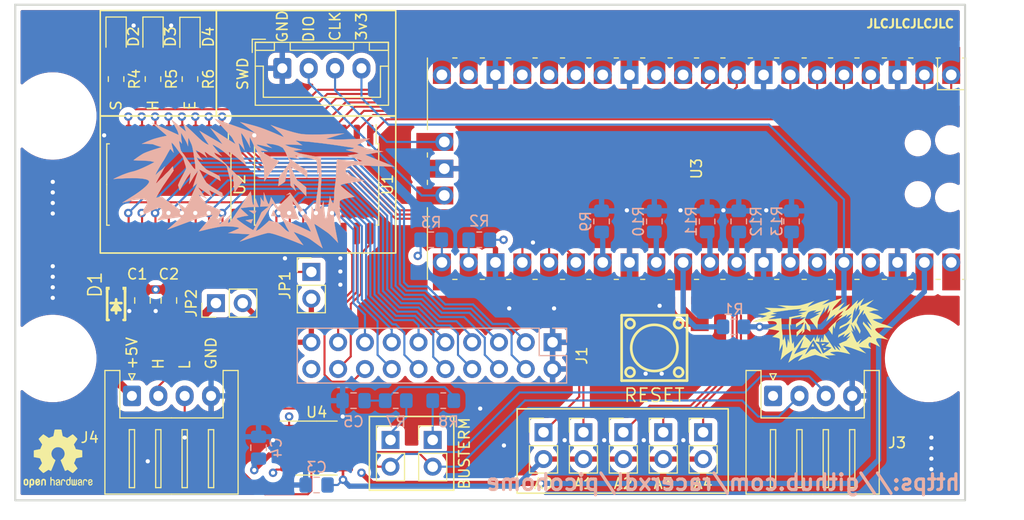
<source format=kicad_pcb>
(kicad_pcb (version 20211014) (generator pcbnew)
  (layers (0 "F.Cu" signal "cobre frontal") (1 "In1.Cu" signal) (2 "In2.Cu" signal) (31 "B.Cu" signal "Cobre traseira") (34 "B.Paste" user "Pasta traseira") (35 "F.Paste" user "Pasta frontal") (36 "B.SilkS" user "Serigrafia traseira") (37 "F.SilkS" user "Serigrafia frontal") (38 "B.Mask" user "Máscara traseira") (39 "F.Mask" user "Máscara frontal") (44 "Edge.Cuts" user "Cortes contorno"))
  (net 0 "")
  (net 1 "+5V")
  (net 2 "GND")
  (net 3 "+3V3")
  (net 4 "Net-(C5-Pad1)")
  (net 5 "+5VA")
  (net 6 "Net-(D2-Pad2)")
  (net 7 "Net-(D3-Pad2)")
  (net 8 "Net-(D4-Pad2)")
  (net 9 "R0")
  (net 10 "R2")
  (net 11 "R4")
  (net 12 "R6")
  (net 13 "R8")
  (net 14 "R10")
  (net 15 "R12")
  (net 16 "R14")
  (net 17 "R15")
  (net 18 "R13")
  (net 19 "R11")
  (net 20 "R9")
  (net 21 "R7")
  (net 22 "R5")
  (net 23 "R3")
  (net 24 "R1")
  (net 25 "SWDIO")
  (net 26 "SWCLK")
  (net 27 "CAN_H")
  (net 28 "CAN_L")
  (net 29 "COM")
  (net 30 "Net-(JP3-Pad1)")
  (net 31 "Net-(JP4-Pad1)")
  (net 32 "A0")
  (net 33 "A1")
  (net 34 "A2")
  (net 35 "A3")
  (net 36 "A4")
  (net 37 "RESET")
  (net 38 "Net-(R2-Pad1)")
  (net 39 "CAN_RXD")
  (net 40 "Net-(R3-Pad1)")
  (net 41 "CAN_TXD")
  (net 42 "LED0")
  (net 43 "LED1")
  (net 44 "LED2")
  (net 45 "D0")
  (net 46 "D1")
  (net 47 "D2")
  (net 48 "D3")
  (net 49 "D4")
  (net 50 "D5")
  (net 51 "D6")
  (net 52 "D7")
  (net 53 "D8")
  (net 54 "D9")
  (net 55 "D10")
  (net 56 "D11")
  (net 57 "D12")
  (net 58 "D13")
  (net 59 "D14")
  (net 60 "D15")
  (net 64 "Net-(JP1-Pad2)")
  (footprint "Resistor_SMD:R_0805_2012Metric_Pad1.20x1.40mm_HandSolder" (layer "F.Cu") (at 31.5 16 90)
    (fp_text reference "R6")
    (fp_text value "560R")
  )
  (footprint "Package_SO:SOIC-18W_7.5x11.6mm_P1.27mm" (layer "F.Cu") (at 29.5 26 -90)
    (fp_text reference "U2")
    (fp_text value "ULN2803A")
  )
  (footprint "Connector_JST:JST_XH_B4B-XH-A_1x04_P2.50mm_Vertical" (layer "F.Cu") (at 40.25 14.975)
    (fp_text reference "J2" hide)
    (fp_text value "SWD")
  )
  (footprint "Capacitor_SMD:C_0805_2012Metric_Pad1.18x1.45mm_HandSolder" (layer "F.Cu") (at 27 37 -90)
    (fp_text reference "C1")
    (fp_text value "1uF")
  )
  (footprint "Symbol:OSHW-Logo2_7.3x6mm_SilkScreen" (layer "F.Cu") (at 19 52)
    (fp_text reference "REF**" hide)
    (fp_text value "OSHW-Logo2_7.3x6mm_SilkScreen" hide)
  )
  (footprint "Connector_PinHeader_2.54mm:PinHeader_1x02_P2.54mm_Vertical" (layer "F.Cu") (at 65 49.5)
    (fp_text reference "JP5" hide)
    (fp_text value "A0")
  )
  (footprint "Connector_JST:JST_XH_S4B-XH-A_1x04_P2.50mm_Horizontal" (layer "F.Cu") (at 86.75 46.05)
    (fp_text reference "J3")
    (fp_text value "LVCONN")
  )
  (footprint "MCU_RaspberryPi_and_Boards:RPi_Pico_SMD_TH" (layer "F.Cu") (at 79.5 24.5 -90)
    (fp_text reference "U3")
    (fp_text value "Pico")
  )
  (footprint "Resistor_SMD:R_0805_2012Metric_Pad1.20x1.40mm_HandSolder" (layer "F.Cu") (at 28 16 90)
    (fp_text reference "R5")
    (fp_text value "560R")
  )
  (footprint "Connector_PinHeader_2.54mm:PinHeader_1x02_P2.54mm_Vertical" (layer "F.Cu") (at 43 34.29)
    (fp_text reference "JP1")
    (fp_text value "COM_TO_VCC")
  )
  (footprint "LED_SMD:LED_0805_2012Metric_Pad1.15x1.40mm_HandSolder" (layer "F.Cu") (at 28 11.975 -90)
    (fp_text reference "D3")
    (fp_text value "LED")
  )
  (footprint "Connector_PinHeader_2.54mm:PinHeader_1x02_P2.54mm_Vertical" (layer "F.Cu") (at 76.34375 49.5)
    (fp_text reference "JP8" hide)
    (fp_text value "A3")
  )
  (footprint "Connector_PinHeader_2.54mm:PinHeader_1x02_P2.54mm_Vertical" (layer "F.Cu") (at 50.5 50.225)
    (fp_text reference "JP3" hide)
    (fp_text value "BUSTERM")
  )
  (footprint "Connector_PinHeader_2.54mm:PinHeader_1x02_P2.54mm_Vertical" (layer "F.Cu") (at 80.125 49.5)
    (fp_text reference "JP9" hide)
    (fp_text value "A4")
  )
  (footprint "EasyEda:SOD-123_L2.7-W1.6-LS3.7-RD-1" (layer "F.Cu") (at 24.5 37.5 -90)
    (fp_text reference "D1")
    (fp_text value "MBR130" hide)
  )
  (footprint "LED_SMD:LED_0805_2012Metric_Pad1.15x1.40mm_HandSolder" (layer "F.Cu") (at 31.5 12 -90)
    (fp_text reference "D4")
    (fp_text value "LED")
  )
  (footprint "LED_SMD:LED_0805_2012Metric_Pad1.15x1.40mm_HandSolder" (layer "F.Cu") (at 24.5 11.975 -90)
    (fp_text reference "D2")
    (fp_text value "LED")
  )
  (footprint "MountingHole:MountingHole_4.3mm_M4_DIN965" (layer "F.Cu") (at 18.5 42.5)
    (fp_text reference "REF**" hide)
    (fp_text value "MountingHole_4.3mm_M4_DIN965" hide)
  )
  (footprint "Package_SO:SOIC-18W_7.5x11.6mm_P1.27mm" (layer "F.Cu") (at 43.5 26 -90)
    (fp_text reference "U1")
    (fp_text value "ULN2803A")
  )
  (footprint "Connector_PinHeader_2.54mm:PinHeader_1x02_P2.54mm_Vertical" (layer "F.Cu") (at 33.96 37.25 90)
    (fp_text reference "JP2")
    (fp_text value "COM_TO_5V")
  )
  (footprint "Capacitor_SMD:C_0805_2012Metric_Pad1.18x1.45mm_HandSolder" (layer "F.Cu") (at 29.5 37 -90)
    (fp_text reference "C2")
    (fp_text value "100nF")
  )
  (footprint "MountingHole:MountingHole_4.3mm_M4_DIN965" (layer "F.Cu") (at 18.5 19.5)
    (fp_text reference "REF**" hide)
    (fp_text value "MountingHole_4.3mm_M4_DIN965" hide)
  )
  (footprint "Package_SO:SOIC-8_3.9x4.9mm_P1.27mm" (layer "F.Cu") (at 43.5 51)
    (fp_text reference "U4")
    (fp_text value "TJA1051T-3")
  )
  (footprint "MountingHole:MountingHole_4.3mm_M4_DIN965" (layer "F.Cu") (at 101.5 42.5)
    (fp_text reference "REF**" hide)
    (fp_text value "MountingHole_4.3mm_M4_DIN965" hide)
  )
  (footprint "Connector_JST:JST_XH_S4B-XH-A_1x04_P2.50mm_Horizontal" (layer "F.Cu") (at 26 46.05)
    (fp_text reference "J4")
    (fp_text value "LVCONN")
  )
  (footprint "Connector_PinHeader_2.54mm:PinHeader_1x02_P2.54mm_Vertical" (layer "F.Cu") (at 54.5 50.225)
    (fp_text reference "JP4" hide)
    (fp_text value "BUSTERM")
  )
  (footprint "Connector_PinHeader_2.54mm:PinHeader_1x02_P2.54mm_Vertical" (layer "F.Cu") (at 68.78125 49.5)
    (fp_text reference "JP6" hide)
    (fp_text value "A1")
  )
  (footprint "Connector_PinHeader_2.54mm:PinHeader_1x02_P2.54mm_Vertical" (layer "F.Cu") (at 72.5625 49.5)
    (fp_text reference "JP7" hide)
    (fp_text value "A2")
  )
  (footprint "EasyEda:SW-SMD_4P-L6.2-W6.2-P4.50-LS9.0" (layer "F.Cu") (at 75.5 41.5)
    (fp_text reference "SW1" hide)
    (fp_text value "RESET")
  )
  (footprint "Resistor_SMD:R_0805_2012Metric_Pad1.20x1.40mm_HandSolder" (layer "F.Cu") (at 24.5 16 90)
    (fp_text reference "R4")
    (fp_text value "560R")
  )
  (footprint "Capacitor_SMD:C_0805_2012Metric_Pad1.18x1.45mm_HandSolder" (layer "B.Cu") (at 38 50.9625 90)
    (fp_text reference "C4")
    (fp_text value "22nF")
  )
  (footprint "Resistor_SMD:R_0805_2012Metric_Pad1.20x1.40mm_HandSolder" (layer "B.Cu") (at 83 39.5 180)
    (fp_text reference "R1")
    (fp_text value "10k")
  )
  (footprint "Connector_PinSocket_2.54mm:PinSocket_2x10_P2.54mm_Vertical" (layer "B.Cu") (at 65.86 40.96 90)
    (fp_text reference "J1")
    (fp_text value "Relay Board")
  )
  (footprint "Resistor_SMD:R_0805_2012Metric_Pad1.20x1.40mm_HandSolder" (layer "B.Cu") (at 70.5 29.5 90)
    (fp_text reference "R9")
    (fp_text value "10k")
  )
  (footprint "Resistor_SMD:R_0805_2012Metric_Pad1.20x1.40mm_HandSolder" (layer "B.Cu") (at 51 46.5)
    (fp_text reference "R7")
    (fp_text value "59R")
  )
  (footprint "Capacitor_SMD:C_0805_2012Metric_Pad1.18x1.45mm_HandSolder" (layer "B.Cu") (at 43.5 54.5 180)
    (fp_text reference "C3")
    (fp_text value "22nF")
  )
  (footprint "Resistor_SMD:R_0805_2012Metric_Pad1.20x1.40mm_HandSolder" (layer "B.Cu") (at 88.5 29.5 90)
    (fp_text reference "R13")
    (fp_text value "10k")
  )
  (footprint "Resistor_SMD:R_0805_2012Metric_Pad1.20x1.40mm_HandSolder" (layer "B.Cu") (at 58.912 31.242)
    (fp_text reference "R2")
    (fp_text value "10R")
  )
  (footprint "Resistor_SMD:R_0805_2012Metric_Pad1.20x1.40mm_HandSolder" (layer "B.Cu") (at 55.5 46.5 180)
    (fp_text reference "R8")
    (fp_text value "59R")
  )
  (footprint "Resistor_SMD:R_0805_2012Metric_Pad1.20x1.40mm_HandSolder" (layer "B.Cu") (at 83.5 29.5 90)
    (fp_text reference "R12")
    (fp_text value "10k")
  )
  (footprint "Resistor_SMD:R_0805_2012Metric_Pad1.20x1.40mm_HandSolder" (layer "B.Cu") (at 75.5 29.5 90)
    (fp_text reference "R10")
    (fp_text value "10k")
  )
  (footprint "Resistor_SMD:R_0805_2012Metric_Pad1.20x1.40mm_HandSolder" (layer "B.Cu") (at 54.356 31.242 180)
    (fp_text reference "R3")
    (fp_text value "10R")
  )
  (footprint "Capacitor_SMD:C_0805_2012Metric_Pad1.18x1.45mm_HandSolder" (layer "B.Cu") (at 47 46.5 180)
    (fp_text reference "C5")
    (fp_text value "4.7nF")
  )
  (footprint "Resistor_SMD:R_0805_2012Metric_Pad1.20x1.40mm_HandSolder" (layer "B.Cu") (at 80.5 29.5 90)
    (fp_text reference "R11")
    (fp_text value "10k")
  )
  (gr_poly (pts (xy 37.096155 28.464667) (xy 37.09602 28.464745) (xy 37.095876 28.464881) (xy 37.095717 28.465077) (xy 37.095342 28.465661) (xy 37.094862 28.466511) (xy 37.093464 28.469076) (xy 37.092484 28.470823) (xy 37.091273 28.472901) (xy 37.606469 28.814178) (xy 37.617792 28.798325) (xy 37.6291 28.783) (xy 37.651122 28.753346) (xy 37.661562 28.738724) (xy 37.671438 28.724043) (xy 37.676122 28.716634) (xy 37.680613 28.709156) (xy 37.684894 28.701589) (xy 37.688949 28.693916) (xy 37.700729 28.670015) (xy 37.71198 28.645789) (xy 37.722838 28.621254) (xy 37.733443 28.596426) (xy 37.776086 28.494491) (xy 37.717524 28.490293) (xy 37.591891 28.480208) (xy 37.529068 28.475633) (xy 37.497644 28.473792) (xy 37.466206 28.472372) (xy 37.373743 28.469503) (xy 37.281257 28.467596) (xy 37.096282 28.464646)) (layer "B.SilkS") (width 0.02) (fill solid))
  (gr_poly (pts (xy 34.613729 20.581887) (xy 35.165103 21.178221) (xy 35.365396 21.402869) (xy 35.431977 21.481642) (xy 35.470574 21.53227) (xy 35.494853 21.57028) (xy 35.520981 21.613392) (xy 35.576898 21.710757) (xy 35.634555 21.816024) (xy 35.690183 21.920855) (xy 35.780271 22.095842) (xy 35.817002 22.168999) (xy 33.441433 20.645881) (xy 34.024499 21.42305) (xy 34.41752 21.952085) (xy 34.541459 22.122675) (xy 34.573042 22.168357) (xy 34.579704 22.181487) (xy 32.402078 20.908029) (xy 33.292948 22.243893) (xy 33.228567 22.224193) (xy 33.148743 22.19057) (xy 33.097113 22.16519) (xy 33.037744 22.133099) (xy 32.97069 22.093546) (xy 32.896005 22.045781) (xy 32.813745 21.989055) (xy 32.723963 21.922618) (xy 32.626714 21.845719) (xy 32.522052 21.75761) (xy 32.410031 21.657539) (xy 32.290707 21.544758) (xy 32.041298 21.304012) (xy 31.791743 21.065464) (xy 31.333373 20.631827) (xy 30.867848 20.196441) (xy 31.127667 20.995448) (xy 29.741886 19.834351) (xy 29.950686 20.232302) (xy 30.122946 20.555929) (xy 30.261564 20.808158) (xy 30.274032 20.830461) (xy 30.285932 20.852857) (xy 30.308072 20.897721) (xy 30.328075 20.942329) (xy 30.346031 20.98626) (xy 30.362031 21.029095) (xy 30.376164 21.070411) (xy 30.388522 21.109789) (xy 30.399195 21.146807) (xy 30.408274 21.181046) (xy 30.415848 21.212085) (xy 30.426847 21.262878) (xy 30.434777 21.30755) (xy 27.923069 20.158976) (xy 29.321235 21.369992) (xy 28.919094 21.457371) (xy 28.735182 21.500429) (xy 28.53822 21.549047) (xy 28.338357 21.601764) (xy 28.145744 21.657118) (xy 28.050712 21.687277) (xy 27.952091 21.721056) (xy 27.851221 21.757688) (xy 27.749444 21.796404) (xy 27.548534 21.877018) (xy 27.36009 21.956754) (xy 27.194844 22.029467) (xy 27.063526 22.089012) (xy 26.945594 22.144022) (xy 27.097167 22.141485) (xy 27.256183 22.140729) (xy 27.443619 22.142461) (xy 27.639174 22.14829) (xy 27.822548 22.159827) (xy 27.903324 22.168239) (xy 27.973442 22.178682) (xy 28.030364 22.191356) (xy 28.071554 22.206463) (xy 28.108575 22.223668) (xy 28.153715 22.24228) (xy 28.262556 22.282338) (xy 28.386476 22.323858) (xy 28.513875 22.364063) (xy 28.732717 22.429403) (xy 28.826286 22.456124) (xy 28.596036 22.524207) (xy 28.060719 22.69178) (xy 27.751518 22.795683) (xy 27.453482 22.903829) (xy 27.317757 22.957344) (xy 27.195751 23.009341) (xy 27.091109 23.05896) (xy 27.007472 23.105341) (xy 26.85916 23.199195) (xy 26.707225 23.299048) (xy 26.559641 23.399194) (xy 26.424383 23.493926) (xy 26.309424 23.577539) (xy 26.26205 23.613393) (xy 26.222741 23.644327) (xy 26.192494 23.669629) (xy 26.172307 23.688584) (xy 26.166297 23.69546) (xy 26.163176 23.700481) (xy 26.163068 23.703559) (xy 26.166097 23.704605) (xy 26.927038 23.729564) (xy 27.208619 23.742387) (xy 27.467578 23.75726) (xy 27.674337 23.773891) (xy 27.748898 23.782774) (xy 27.799316 23.791988) (xy 27.871043 23.809549) (xy 27.936967 23.82477) (xy 27.99593 23.837648) (xy 28.046772 23.848185) (xy 28.088333 23.856381) (xy 28.119455 23.862235) (xy 28.145744 23.866918) (xy 27.923226 23.986493) (xy 27.679225 24.112482) (xy 27.37708 24.261733) (xy 27.039556 24.418593) (xy 26.689416 24.567407) (xy 26.516728 24.633905) (xy 26.349423 24.692522) (xy 26.190345 24.7413) (xy 26.042341 24.778284) (xy 25.897817 24.812884) (xy 25.748562 24.854926) (xy 25.596516 24.903076) (xy 25.443618 24.955999) (xy 25.291807 25.01236) (xy 25.143023 25.070823) (xy 24.999205 25.130055) (xy 24.862291 25.188719) (xy 24.616938 25.299006) (xy 24.422477 25.391004) (xy 24.24829 25.477419) (xy 24.824404 25.435479) (xy 25.40709 25.406975) (xy 26.064016 25.39471) (xy 26.391681 25.399651) (xy 26.703543 25.414632) (xy 26.988146 25.441646) (xy 27.234036 25.482687) (xy 27.338884 25.509091) (xy 27.429758 25.539748) (xy 27.505227 25.574909) (xy 27.563858 25.614823) (xy 27.60422 25.659738) (xy 27.624881 25.709904) (xy 27.624409 25.765571) (xy 27.601373 25.826986) (xy 27.601374 25.826984) (xy 27.561402 25.892805) (xy 27.511582 25.961314) (xy 27.452651 26.032201) (xy 27.385344 26.105155) (xy 27.22855 26.256018) (xy 27.047089 26.411417) (xy 26.846852 26.568865) (xy 26.63373 26.725874) (xy 26.413613 26.879958) (xy 26.192389 27.028629) (xy 25.089633 27.724681) (xy 25.870687 27.535831) (xy 26.195354 27.470701) (xy 26.361049 27.443193) (xy 26.525094 27.420933) (xy 26.684573 27.40533) (xy 26.836566 27.397793) (xy 26.978157 27.399728) (xy 27.106426 27.412543) (xy 27.163563 27.423275) (xy 27.214494 27.436655) (xy 27.259466 27.452555) (xy 27.298726 27.470844) (xy 27.332521 27.491391) (xy 27.361099 27.514066) (xy 27.384705 27.53874) (xy 27.403588 27.565281) (xy 27.417994 27.59356) (xy 27.428169 27.623445) (xy 27.434362 27.654807) (xy 27.436818 27.687516) (xy 27.435785 27.721441) (xy 27.43151 27.756452) (xy 27.42424 27.792418) (xy 27.414222 27.82921) (xy 27.401703 27.866696) (xy 27.386929 27.904747) (xy 27.351606 27.982022) (xy 27.31023 28.059992) (xy 27.264776 28.137614) (xy 27.081698 28.423781) (xy 27.005351 28.547929) (xy 26.934953 28.66549) (xy 26.871806 28.773392) (xy 26.817216 28.868563) (xy 26.738922 29.008427) (xy 26.710505 29.060509) (xy 26.969955 28.926298) (xy 27.241632 28.789259) (xy 27.561159 28.632907) (xy 27.893444 28.477727) (xy 28.2034 28.3442) (xy 28.339039 28.291958) (xy 28.455936 28.25281) (xy 28.549707 28.229317) (xy 28.586548 28.224241) (xy 28.615963 28.224039) (xy 28.640932 28.227748) (xy 28.664793 28.234101) (xy 28.687526 28.242965) (xy 28.70911 28.254203) (xy 28.729526 28.267682) (xy 28.748753 28.283265) (xy 28.766769 28.30082) (xy 28.783556 28.32021) (xy 28.799093 28.3413) (xy 28.813358 28.363957) (xy 28.826333 28.388044) (xy 28.837995 28.413428) (xy 28.848326 28.439973) (xy 28.857305 28.467544) (xy 28.86491 28.496007) (xy 28.871123 28.525227) (xy 28.875922 28.555068) (xy 28.879287 28.585397) (xy 28.881197 28.616078) (xy 28.881633 28.646976) (xy 28.880574 28.677957) (xy 28.877999 28.708885) (xy 28.873889 28.739626) (xy 28.868222 28.770044) (xy 28.860978 28.800006) (xy 28.852137 28.829376) (xy 28.841679 28.858019) (xy 28.829583 28.885801) (xy 28.815828 28.912586) (xy 28.800395 28.938241) (xy 28.783263 28.962629) (xy 28.764411 28.985616) (xy 28.617682 29.150043) (xy 28.499944 29.280542) (xy 28.39322 29.397589) (xy 30.731713 29.060509) (xy 29.358312 30.283978) (xy 32.030888 29.297682) (xy 32.143304 29.257807) (xy 32.265544 29.217985) (xy 32.530067 29.139894) (xy 32.805609 29.066189) (xy 33.073319 28.999651) (xy 33.31435 28.943059) (xy 33.509852 28.899195) (xy 33.688873 28.860767) (xy 32.340238 30.446291) (xy 33.274381 30.223133) (xy 33.657262 30.138448) (xy 34.031446 30.061809) (xy 34.362716 30.003018) (xy 34.501564 29.983378) (xy 34.616853 29.971877) (xy 34.7261 29.966437) (xy 34.847635 29.96407) (xy 34.978378 29.964629) (xy 35.115245 29.967968) (xy 35.255158 29.973941) (xy 35.395035 29.982402) (xy 35.531794 29.993204) (xy 35.662354 30.006201) (xy 35.783635 30.021247) (xy 35.892556 30.038196) (xy 35.986035 30.056901) (xy 36.060992 30.077216) (xy 36.090561 30.087932) (xy 36.114344 30.098995) (xy 36.131957 30.110388) (xy 36.143012 30.122092) (xy 36.147127 30.134089) (xy 36.143915 30.14636) (xy 36.132991 30.158888) (xy 36.11397 30.171654) (xy 36.062078 30.199188) (xy 36.000398 30.22985) (xy 35.854923 30.297851) (xy 35.692048 30.370245) (xy 35.52627 30.441617) (xy 35.244012 30.559639) (xy 35.124148 30.608604) (xy 37.190405 30.720963) (xy 36.693944 31.064287) (xy 36.360463 31.300322) (xy 36.256146 31.378106) (xy 36.23006 31.399899) (xy 36.224843 31.405641) (xy 36.225343 31.40761) (xy 37.399199 31.025279) (xy 37.855428 30.880318) (xy 38.287154 30.749254) (xy 38.649574 30.648912) (xy 38.790793 30.615519) (xy 38.897883 30.596116) (xy 38.948834 30.593917) (xy 39.012884 30.598725) (xy 39.176422 30.627542) (xy 39.380776 30.678928) (xy 39.618225 30.749243) (xy 40.161523 30.932102) (xy 40.74455 31.147004) (xy 41.305536 31.364833) (xy 41.782716 31.556473) (xy 42.23858 31.744724) (xy 41.31404 30.488348) (xy 40.889169 30.488348) (xy 40.889056 30.49236) (xy 40.88852 30.501329) (xy 40.888279 30.506359) (xy 40.888178 30.511803) (xy 40.850712 30.492987) (xy 40.813985 30.474012) (xy 40.778078 30.454647) (xy 40.743072 30.434663) (xy 40.709048 30.413831) (xy 40.69243 30.403025) (xy 40.676088 30.391921) (xy 40.660032 30.380491) (xy 40.644272 30.368705) (xy 40.628818 30.356534) (xy 40.613681 30.343951) (xy 40.584164 30.318114) (xy 40.555166 30.291702) (xy 40.526568 30.264849) (xy 40.498249 30.23769) (xy 40.441959 30.182984) (xy 40.413747 30.155704) (xy 40.385329 30.128651) (xy 40.204155 29.957051) (xy 40.113018 29.871833) (xy 40.067056 29.829641) (xy 40.020733 29.787832) (xy 39.995093 29.765575) (xy 39.968846 29.74396) (xy 39.94212 29.722852) (xy 39.915041 29.702121) (xy 39.805751 29.620299) (xy 39.796854 29.613292) (xy 39.788076 29.606214) (xy 39.779218 29.599294) (xy 39.774696 29.595965) (xy 39.770081 29.592764) (xy 39.765345 29.589718) (xy 39.760465 29.586856) (xy 39.755416 29.584207) (xy 39.750173 29.581801) (xy 39.744712 29.579666) (xy 39.739006 29.577831) (xy 39.733032 29.576325) (xy 39.726764 29.575177) (xy 39.640364 29.56213) (xy 39.554043 29.548507) (xy 39.467961 29.533694) (xy 39.425059 29.525649) (xy 39.382276 29.517075) (xy 39.338615 29.507654) (xy 39.295084 29.497652) (xy 39.208299 29.476413) (xy 39.035037 29.432549) (xy 39.029916 29.431374) (xy 39.024885 29.430427) (xy 39.019946 29.429729) (xy 39.0151 29.4293) (xy 39.010347 29.42916) (xy 39.005689 29.42933) (xy 39.003397 29.429537) (xy 39.001128 29.42983) (xy 38.998884 29.43021) (xy 38.996664 29.43068) (xy 38.994469 29.431243) (xy 38.992298 29.4319) (xy 38.990152 29.432656) (xy 38.988032 29.433512) (xy 38.985936 29.43447) (xy 38.983866 29.435534) (xy 38.981821 29.436705) (xy 38.979802 29.437987) (xy 38.977809 29.439382) (xy 38.975841 29.440892) (xy 38.9739 29.44252) (xy 38.971984 29.444268) (xy 38.970095 29.446139) (xy 38.968233 29.448136) (xy 38.966397 29.450261) (xy 38.964588 29.452517) (xy 38.957854 29.461076) (xy 38.950959 29.469545) (xy 38.943901 29.477906) (xy 38.936679 29.486141) (xy 38.929289 29.494231) (xy 38.92173 29.502161) (xy 38.914 29.50991) (xy 38.906097 29.517463) (xy 38.730735 29.680804) (xy 38.642487 29.761884) (xy 38.553283 29.841949) (xy 38.464458 29.919156) (xy 38.374655 29.995318) (xy 38.194544 30.147102) (xy 38.1488 30.18575) (xy 38.12563 30.204639) (xy 38.102067 30.223014) (xy 38.077963 30.240705) (xy 38.065662 30.249243) (xy 38.053172 30.257546) (xy 38.040472 30.265594) (xy 38.027546 30.273367) (xy 38.014374 30.280843) (xy 38.000939 30.288) (xy 37.97254 30.302843) (xy 37.944306 30.317983) (xy 37.888178 30.348876) (xy 37.776185 30.411155) (xy 37.776188 30.411155) (xy 37.774572 30.412011) (xy 37.772922 30.412826) (xy 37.769492 30.414364) (xy 37.765842 30.415834) (xy 37.761917 30.417302) (xy 37.753019 30.420491) (xy 37.747936 30.422344) (xy 37.742356 30.424455) (xy 37.74424 30.418961) (xy 37.74588 30.414043) (xy 37.748639 30.405643) (xy 37.749866 30.40201) (xy 37.751061 30.398658) (xy 37.752279 30.39551) (xy 37.753573 30.392493) (xy 37.825668 30.23126) (xy 37.86252 30.151039) (xy 37.881598 30.111246) (xy 37.901281 30.071748) (xy 37.915136 30.045631) (xy 37.929796 30.019889) (xy 37.945113 29.994457) (xy 37.960937 29.96927) (xy 37.993506 29.919372) (xy 38.026307 29.869676) (xy 38.037503 29.853153) (xy 38.049125 29.836884) (xy 38.072984 29.804721) (xy 38.08489 29.788633) (xy 38.096559 29.772412) (xy 38.107825 29.755961) (xy 38.113255 29.74762) (xy 38.118523 29.739184) (xy 38.168482 29.656184) (xy 38.217707 29.572765) (xy 38.316149 29.40595) (xy 38.324823 29.391838) (xy 38.333777 29.377889) (xy 38.352212 29.35029) (xy 38.370818 29.322785) (xy 38.379988 29.308951) (xy 38.388962 29.295001) (xy 38.452996 29.192718) (xy 38.516527 29.090144) (xy 38.613942 28.932958) (xy 38.662403 28.854225) (xy 38.710378 28.775218) (xy 38.714964 28.767334) (xy 38.719352 28.759322) (xy 38.727674 28.743009) (xy 38.743491 28.709897) (xy 38.751549 28.693481) (xy 38.755738 28.685392) (xy 38.760082 28.677413) (xy 38.764614 28.66957) (xy 38.769371 28.661886) (xy 38.774388 28.654384) (xy 38.779699 28.647089) (xy 38.803593 28.614822) (xy 38.826563 28.582068) (xy 38.848689 28.548858) (xy 38.87005 28.515221) (xy 38.890724 28.481188) (xy 38.910792 28.446787) (xy 38.930331 28.412049) (xy 38.94942 28.377003) (xy 38.953671 28.369347) (xy 38.958126 28.361797) (xy 38.962761 28.354338) (xy 38.96755 28.346959) (xy 38.977492 28.332385) (xy 38.987753 28.31797) (xy 39.00844 28.289199) (xy 39.018467 28.274634) (xy 39.023315 28.267261) (xy 39.028018 28.25981) (xy 39.056897 28.212013) (xy 39.085217 28.163873) (xy 39.113372 28.115626) (xy 39.141754 28.067511) (xy 39.146215 28.060324) (xy 39.150893 28.05326) (xy 39.155712 28.046275) (xy 39.160597 28.039329) (xy 39.16547 28.032377) (xy 39.170254 28.025378) (xy 39.174875 28.018289) (xy 39.177099 28.014697) (xy 39.179254 28.011067) (xy 39.187483 27.997294) (xy 39.196057 27.983777) (xy 39.204956 27.97049) (xy 39.214158 27.957408) (xy 39.223644 27.944503) (xy 39.233393 27.931751) (xy 39.253597 27.906596) (xy 39.274606 27.881734) (xy 39.296257 27.856955) (xy 39.340826 27.806808) (xy 39.345863 27.812849) (xy 39.350781 27.818628) (xy 39.360197 27.829633) (xy 39.364667 27.834978) (xy 39.368959 27.840295) (xy 39.373058 27.845643) (xy 39.375031 27.848348) (xy 39.37695 27.851082) (xy 39.462688 27.975533) (xy 39.505244 28.037961) (xy 39.547341 28.100673) (xy 39.668617 28.282997) (xy 39.728445 28.374655) (xy 39.786983 28.467067) (xy 39.85186 28.572825) (xy 39.915659 28.679214) (xy 39.978505 28.786139) (xy 40.040524 28.893505) (xy 40.08996 28.981579) (xy 40.138218 29.070277) (xy 40.234165 29.247977) (xy 40.318426 29.400954) (xy 40.40311 29.553693) (xy 40.419476 29.582438) (xy 40.436311 29.610994) (xy 40.4702 29.668011) (xy 40.486662 29.696708) (xy 40.502408 29.725688) (xy 40.50992 29.740322) (xy 40.517142 29.755071) (xy 40.524038 29.76995) (xy 40.530569 29.784974) (xy 40.559516 29.851304) (xy 40.590257 29.916651) (xy 40.622664 29.981095) (xy 40.656607 30.044716) (xy 40.691955 30.107593) (xy 40.728579 30.169804) (xy 40.766349 30.231431) (xy 40.805135 30.292551) (xy 40.811981 30.303459) (xy 40.81853 30.314481) (xy 40.8248 30.325613) (xy 40.830805 30.336849) (xy 40.842081 30.35961) (xy 40.852482 30.382721) (xy 40.862131 30.406136) (xy 40.87115 30.42981) (xy 40.879663 30.4537) (xy 40.887791 30.47776) (xy 40.888266 30.4794) (xy 40.888628 30.481084) (xy 40.888888 30.482817) (xy 40.889057 30.484602) (xy 40.889147 30.486444) (xy 40.889169 30.488348) (xy 41.31404 30.488348) (xy 41.310634 30.48372) (xy 41.505895 30.55571) (xy 41.716477 30.637136) (xy 41.972586 30.741239) (xy 42.251892 30.862312) (xy 42.532066 30.994647) (xy 42.6655 31.063255) (xy 42.790778 31.132537) (xy 42.905107 31.201781) (xy 43.005696 31.270274) (xy 43.723361 31.793077) (xy 44.069816 32.044338) (xy 43.656862 30.884833) (xy 43.508106 30.448465) (xy 42.948128 30.448465) (xy 42.94777 30.455047) (xy 42.946883 30.461803) (xy 42.945426 30.468746) (xy 42.944471 30.472293) (xy 42.943358 30.475891) (xy 42.87884 30.449983) (xy 42.863 30.443532) (xy 42.8473 30.436942) (xy 42.831749 30.430137) (xy 42.816358 30.423044) (xy 42.185063 30.121878) (xy 42.095007 30.07928) (xy 42.049847 30.058268) (xy 42.004582 30.037528) (xy 41.82717 29.958965) (xy 41.802197 29.947224) (xy 41.777383 29.935056) (xy 41.727881 29.91044) (xy 41.703015 29.898492) (xy 41.677955 29.88712) (xy 41.652612 29.876572) (xy 41.639807 29.871686) (xy 41.626898 29.867101) (xy 41.610669 29.861361) (xy 41.594595 29.855316) (xy 41.562845 29.842437) (xy 41.531522 29.828717) (xy 41.500498 29.814409) (xy 41.438839 29.785052) (xy 41.407949 29.770511) (xy 41.376849 29.7564) (xy 41.263467 29.701402) (xy 41.073628 29.619491) (xy 40.978937 29.578078) (xy 40.931883 29.556763) (xy 40.885112 29.534855) (xy 40.849704 29.517616) (xy 40.814541 29.499821) (xy 40.779619 29.48151) (xy 40.744932 29.462726) (xy 40.710475 29.44351) (xy 40.676242 29.423904) (xy 40.642229 29.40395) (xy 40.608429 29.38369) (xy 40.578033 29.36481) (xy 40.547991 29.345347) (xy 40.518228 29.325427) (xy 40.48867 29.305175) (xy 40.370975 29.223353) (xy 40.36926 29.222153) (xy 40.367567 29.220923) (xy 40.364238 29.218385) (xy 40.36097 29.215762) (xy 40.357745 29.213079) (xy 40.351359 29.207627) (xy 40.348162 29.204907) (xy 40.34494 29.202222) (xy 40.346285 29.196273) (xy 40.347656 29.190298) (xy 40.839323 29.228115) (xy 41.329083 29.270061) (xy 41.451978 29.282308) (xy 41.575247 29.29536) (xy 41.824877 29.322378) (xy 41.823231 29.31702) (xy 41.821804 29.312201) (xy 41.819391 29.303906) (xy 41.818301 29.300296) (xy 41.817217 29.296954) (xy 41.816087 29.293813) (xy 41.815489 29.292296) (xy 41.814858 29.290805) (xy 41.71702 29.068744) (xy 41.668397 28.957603) (xy 41.620583 28.846128) (xy 41.61058 28.82172) (xy 41.601066 28.797102) (xy 41.591949 28.772315) (xy 41.583136 28.747399) (xy 41.549075 28.647267) (xy 41.524331 28.5737) (xy 41.5 28.5) (xy 41.475212 28.426485) (xy 41.462375 28.389897) (xy 41.449098 28.353474) (xy 41.433597 28.312638) (xy 41.417677 28.271964) (xy 41.385029 28.190927) (xy 41.352057 28.110016) (xy 41.319664 28.028883) (xy 41.308231 27.998304) (xy 41.297701 27.967459) (xy 41.288048 27.93636) (xy 41.279244 27.905023) (xy 41.271264 27.87346) (xy 41.264081 27.841687) (xy 41.257669 27.809717) (xy 41.252001 27.777564) (xy 41.246166 27.740696) (xy 41.240752 27.703759) (xy 41.235793 27.666762) (xy 41.231328 27.629715) (xy 41.231 27.626355) (xy 41.230787 27.622982) (xy 41.230678 27.619597) (xy 41.230663 27.616202) (xy 41.230862 27.609386) (xy 41.231293 27.602543) (xy 41.23248 27.588817) (xy 41.233049 27.581955) (xy 41.23348 27.575105) (xy 41.238953 27.574051) (xy 41.244452 27.573024) (xy 41.251258 27.583047) (xy 41.258126 27.59304) (xy 41.261509 27.598066) (xy 41.264816 27.603132) (xy 41.268019 27.608256) (xy 41.271086 27.613453) (xy 41.275997 27.622387) (xy 41.280727 27.631429) (xy 41.289974 27.649634) (xy 41.294653 27.658695) (xy 41.299478 27.66766) (xy 41.304531 27.676479) (xy 41.307168 27.680818) (xy 41.309892 27.685101) (xy 41.528438 28.018159) (xy 41.572903 28.087554) (xy 41.616928 28.157233) (xy 41.704334 28.296995) (xy 41.83913 28.515541) (xy 42.065825 28.878161) (xy 42.099635 28.934134) (xy 42.132839 28.990481) (xy 42.166129 29.046768) (xy 42.183023 29.074754) (xy 42.200198 29.102563) (xy 42.380785 29.383656) (xy 42.398604 29.413098) (xy 42.415927 29.44286) (xy 42.449915 29.502802) (xy 42.466996 29.53271) (xy 42.484412 29.562394) (xy 42.502372 29.591718) (xy 42.521082 29.620546) (xy 42.553306 29.669678) (xy 42.584472 29.719385) (xy 42.614672 29.769622) (xy 42.643996 29.820341) (xy 42.672534 29.871497) (xy 42.700377 29.923044) (xy 42.727616 29.974934) (xy 42.754341 30.027122) (xy 42.797976 30.11454) (xy 42.840935 30.202294) (xy 42.926391 30.377995) (xy 42.931825 30.389153) (xy 42.936979 30.400399) (xy 42.939347 30.40609) (xy 42.94152 30.411843) (xy 42.943456 30.417674) (xy 42.945114 30.423595) (xy 42.946451 30.429621) (xy 42.947427 30.435765) (xy 42.948 30.442042) (xy 42.948128 30.448465) (xy 43.508106 30.448465) (xy 43.386009 30.0903) (xy 43.306045 29.830337) (xy 43.288874 29.758555) (xy 43.287109 29.740199) (xy 43.290317 29.734669) (xy 43.310051 29.742823) (xy 43.344973 29.761859) (xy 43.453859 29.828112) (xy 43.603926 29.924504) (xy 43.782124 30.04211) (xy 44.170714 30.305261) (xy 44.515231 30.546163) (xy 44.589837 30.602504) (xy 44.668955 30.667404) (xy 44.751299 30.73918) (xy 44.835582 30.816149) (xy 44.920517 30.89663) (xy 45.004817 30.978939) (xy 45.166367 31.142313) (xy 45.309936 31.292812) (xy 45.425231 31.416976) (xy 45.52982 31.532459) (xy 45.338033 30.541489) (xy 45.267611 30.152926) (xy 45.206179 29.789087) (xy 45.162727 29.490497) (xy 45.150553 29.378335) (xy 45.146245 29.297683) (xy 45.146245 28.461211) (xy 45.802024 29.884493) (xy 45.772637 29.558726) (xy 45.715408 28.823307) (xy 45.690854 28.415362) (xy 45.676741 28.041064) (xy 45.675411 27.880706) (xy 45.678867 27.745767) (xy 45.687833 27.641916) (xy 45.703035 27.574823) (xy 45.715755 27.551708) (xy 45.735049 27.529188) (xy 45.760461 27.50727) (xy 45.791531 27.485966) (xy 45.827804 27.465283) (xy 45.86882 27.445231) (xy 45.963254 27.407057) (xy 46.071171 27.371516) (xy 46.188913 27.338682) (xy 46.312816 27.308628) (xy 46.43922 27.281426) (xy 46.684887 27.235875) (xy 46.896626 27.202614) (xy 47.101163 27.175302) (xy 46.899333 27.024712) (xy 46.451593 26.682176) (xy 46.209452 26.490133) (xy 45.994566 26.311548) (xy 45.906588 26.233703) (xy 45.836515 26.166904) (xy 45.788046 26.11371) (xy 45.773068 26.093015) (xy 45.764877 26.076682) (xy 45.767053 26.062246) (xy 45.782288 26.047084) (xy 45.848491 26.014889) (xy 45.956599 25.980719) (xy 46.099723 25.945195) (xy 46.463473 25.872576) (xy 46.884641 25.802004) (xy 47.67884 25.686906) (xy 48.041527 25.639696) (xy 47.813206 25.568692) (xy 47.573695 25.489593) (xy 47.291412 25.390013) (xy 46.996949 25.276388) (xy 46.854711 25.216321) (xy 46.720901 25.155156) (xy 46.599344 25.093699) (xy 46.493864 25.032754) (xy 46.408284 24.973126) (xy 46.374153 24.944057) (xy 46.34643 24.915619) (xy 46.323602 24.886859) (xy 46.303885 24.856866) (xy 46.287345 24.825799) (xy 46.274046 24.793816) (xy 46.264056 24.761073) (xy 46.257439 24.72773) (xy 46.254262 24.693944) (xy 46.254589 24.659871) (xy 46.258488 24.625671) (xy 46.266022 24.591501) (xy 46.277259 24.557518) (xy 46.292264 24.523881) (xy 46.311101 24.490746) (xy 46.333838 24.458273) (xy 46.36054 24.426617) (xy 46.391273 24.395938) (xy 46.426101 24.366393) (xy 46.465092 24.338139) (xy 46.508309 24.311335) (xy 46.555821 24.286138) (xy 46.607691 24.262705) (xy 46.663985 24.241195) (xy 46.724771 24.221765) (xy 46.790112 24.204573) (xy 46.860074 24.189777) (xy 46.934724 24.177534) (xy 47.014127 24.168003) (xy 47.098349 24.16134) (xy 47.187456 24.157703) (xy 47.281512 24.157251) (xy 47.380584 24.160141) (xy 47.484738 24.166531) (xy 47.957229 24.197521) (xy 48.494679 24.224855) (xy 49.6067 24.267968) (xy 50.874931 24.303868) (xy 49.849516 23.89499) (xy 49.510075 23.758578) (xy 47.819558 23.758578) (xy 47.817618 23.772019) (xy 47.794981 23.776607) (xy 47.77236 23.781611) (xy 47.727125 23.791735) (xy 47.704491 23.796291) (xy 47.681832 23.800133) (xy 47.670489 23.801698) (xy 47.659136 23.802979) (xy 47.647772 23.80394) (xy 47.636395 23.804546) (xy 47.600561 23.805427) (xy 47.564687 23.805516) (xy 47.528785 23.80495) (xy 47.492863 23.803866) (xy 47.421006 23.800696) (xy 47.349199 23.797102) (xy 47.279927 23.793283) (xy 47.210685 23.78875) (xy 47.072199 23.779075) (xy 46.855999 23.765418) (xy 46.747942 23.758026) (xy 46.640011 23.749195) (xy 46.530813 23.738141) (xy 46.421755 23.725611) (xy 46.20366 23.700229) (xy 45.819484 23.661494) (xy 45.76855 23.655731) (xy 45.717681 23.649359) (xy 45.666905 23.642325) (xy 45.616249 23.634577) (xy 45.594312 23.630864) (xy 45.572395 23.626856) (xy 45.528465 23.618186) (xy 45.43912 23.599864) (xy 45.437987 23.604221) (xy 45.436812 23.608469) (xy 45.434494 23.616713) (xy 45.433432 23.620749) (xy 45.432487 23.624753) (xy 45.432072 23.626749) (xy 45.431701 23.628744) (xy 45.431379 23.630741) (xy 45.431112 23.632743) (xy 45.412375 23.785196) (xy 45.403663 23.861472) (xy 45.399826 23.899648) (xy 45.396469 23.93786) (xy 45.386648 24.060819) (xy 45.377539 24.183843) (xy 45.369983 24.306934) (xy 45.367052 24.368504) (xy 45.364826 24.430091) (xy 45.357647 24.669385) (xy 45.352493 24.78896) (xy 45.349088 24.848732) (xy 45.344964 24.908493) (xy 45.342253 24.949678) (xy 45.340235 24.990915) (xy 45.33767 25.073496) (xy 45.334134 25.238763) (xy 45.33406 25.242962) (xy 45.334053 25.247167) (xy 45.334116 25.255587) (xy 45.334125 25.259796) (xy 45.334075 25.264) (xy 45.333936 25.268197) (xy 45.333676 25.272383) (xy 45.319899 25.450505) (xy 45.30517 25.628547) (xy 45.303018 25.651013) (xy 45.300615 25.673458) (xy 45.295244 25.718303) (xy 45.283545 25.8079) (xy 45.270425 25.904235) (xy 45.263845 25.952402) (xy 45.25765 26.000622) (xy 45.252134 26.049169) (xy 45.247072 26.097768) (xy 45.24191 26.146355) (xy 45.236096 26.194862) (xy 45.227206 26.257298) (xy 45.217655 26.319648) (xy 45.208514 26.382038) (xy 45.204432 26.413287) (xy 45.200855 26.444593) (xy 45.192164 26.532358) (xy 45.184429 26.620219) (xy 45.177613 26.708153) (xy 45.17168 26.796136) (xy 45.167983 26.867838) (xy 45.165466 26.93962) (xy 45.161448 27.083262) (xy 45.156602 27.243551) (xy 45.151253 27.403866) (xy 45.150714 27.413292) (xy 45.149859 27.422708) (xy 45.148757 27.432115) (xy 45.147479 27.441517) (xy 45.144676 27.460312) (xy 45.143291 27.469711) (xy 45.142011 27.479114) (xy 45.132741 27.559402) (xy 45.130266 27.579446) (xy 45.127504 27.599432) (xy 45.124342 27.619336) (xy 45.120667 27.639134) (xy 45.116102 27.660307) (xy 45.111039 27.681434) (xy 45.10557 27.702592) (xy 45.099787 27.723854) (xy 45.075336 27.811431) (xy 45.008625 27.717984) (xy 44.976701 27.67249) (xy 44.961199 27.649712) (xy 44.946041 27.626787) (xy 44.942563 27.621311) (xy 44.939191 27.615747) (xy 44.932754 27.604381) (xy 44.926712 27.592736) (xy 44.921047 27.58086) (xy 44.915739 27.5688) (xy 44.910769 27.556604) (xy 44.906118 27.54432) (xy 44.901767 27.531995) (xy 44.83313 27.327327) (xy 44.765208 27.12242) (xy 44.764722 27.121082) (xy 44.764167 27.119761) (xy 44.763547 27.118453) (xy 44.762867 27.11715) (xy 44.76213 27.115846) (xy 44.761341 27.114537) (xy 44.759625 27.111873) (xy 44.755762 27.106198) (xy 44.753685 27.10309) (xy 44.751555 27.099737) (xy 44.745078 27.185228) (xy 44.741748 27.226275) (xy 44.737832 27.266777) (xy 44.732455 27.316427) (xy 44.726724 27.366053) (xy 44.720286 27.41558) (xy 44.71669 27.440283) (xy 44.712785 27.464932) (xy 44.698146 27.550254) (xy 44.682799 27.635457) (xy 44.65186 27.805821) (xy 44.624798 27.960016) (xy 44.611622 28.037175) (xy 44.598873 28.114396) (xy 44.592135 28.159023) (xy 44.586089 28.20376) (xy 44.574707 28.29336) (xy 44.562184 28.392553) (xy 44.555906 28.442139) (xy 44.549344 28.491692) (xy 44.543969 28.529282) (xy 44.538253 28.566825) (xy 44.52666 28.641905) (xy 44.517666 28.706546) (xy 44.509052 28.771282) (xy 44.504419 28.803579) (xy 44.49932 28.835773) (xy 44.493567 28.86782) (xy 44.486972 28.899679) (xy 44.476546 28.944744) (xy 44.465474 28.989777) (xy 44.441826 29.080258) (xy 44.391547 29.266498) (xy 44.383998 29.256677) (xy 44.377071 29.246849) (xy 44.370726 29.237016) (xy 44.364928 29.227181) (xy 44.359639 29.217345) (xy 44.354822 29.207511) (xy 44.350439 29.197682) (xy 44.346453 29.18786) (xy 44.342826 29.178047) (xy 44.339522 29.168246) (xy 44.336503 29.15846) (xy 44.333732 29.148691) (xy 44.328783 29.129212) (xy 44.324377 29.10983) (xy 44.317924 29.079035) (xy 44.31196 29.048127) (xy 44.306414 29.017126) (xy 44.301217 28.986049) (xy 44.291585 28.923745) (xy 44.282503 28.861368) (xy 44.272657 28.790701) (xy 44.263396 28.719952) (xy 44.254657 28.649144) (xy 44.246378 28.578298) (xy 44.225741 28.35993) (xy 44.216489 28.28329) (xy 44.206572 28.206709) (xy 44.197112 28.130089) (xy 44.192903 28.091734) (xy 44.189229 28.053331) (xy 44.18575 28.010376) (xy 44.182746 27.967376) (xy 44.177684 27.881285) (xy 44.173086 27.795148) (xy 44.167991 27.709054) (xy 44.166724 27.69163) (xy 44.165223 27.674091) (xy 44.161664 27.638155) (xy 44.153351 27.559265) (xy 44.02165 27.948189) (xy 43.955261 28.138797) (xy 43.920545 28.233219) (xy 43.884287 28.327086) (xy 43.879869 28.310871) (xy 43.875825 28.294735) (xy 43.872204 28.278664) (xy 43.869052 28.262642) (xy 43.866418 28.246657) (xy 43.864349 28.230695) (xy 43.862893 28.21474) (xy 43.86241 28.206762) (xy 43.862097 28.19878) (xy 43.862099 28.19878) (xy 43.860842 28.133913) (xy 43.860503 28.06902) (xy 43.860839 28.004113) (xy 43.861605 27.939207) (xy 43.865905 27.654444) (xy 43.871343 27.369682) (xy 43.880373 27.18793) (xy 43.890251 26.676156) (xy 43.894639 26.520444) (xy 43.899847 26.364759) (xy 43.904464 26.221187) (xy 43.906986 26.149415) (xy 43.909902 26.077668) (xy 43.910771 26.060674) (xy 43.911852 26.043689) (xy 43.914527 26.009746) (xy 43.917685 25.975835) (xy 43.921085 25.941955) (xy 43.924512 25.91119) (xy 43.92836 25.880434) (xy 43.936319 25.818932) (xy 43.939935 25.788179) (xy 43.942976 25.757418) (xy 43.945195 25.726645) (xy 43.946343 25.695857) (xy 43.949376 25.561793) (xy 43.953619 25.427808) (xy 43.963595 25.159917) (xy 43.964996 25.094782) (xy 43.96467 25.029587) (xy 43.963007 24.964345) (xy 43.960398 24.899069) (xy 43.955648 24.803655) (xy 43.726452 24.803655) (xy 43.726312 24.813279) (xy 43.720739 25.033985) (xy 43.717671 25.144322) (xy 43.714001 25.254639) (xy 43.712945 25.274854) (xy 43.711378 25.29505) (xy 43.709443 25.315232) (xy 43.70728 25.335407) (xy 43.702839 25.375765) (xy 43.700843 25.395961) (xy 43.699185 25.416176) (xy 43.696465 25.459062) (xy 43.694285 25.501985) (xy 43.690577 25.587873) (xy 43.689096 25.629183) (xy 43.687882 25.67052) (xy 43.686226 25.711817) (xy 43.685009 25.73243) (xy 43.683415 25.753008) (xy 43.659886 25.956525) (xy 43.658035 25.980281) (xy 43.656615 26.004073) (xy 43.654461 26.051714) (xy 43.652216 26.099341) (xy 43.65068 26.123117) (xy 43.648667 26.146849) (xy 43.640603 26.227253) (xy 43.631888 26.307588) (xy 43.622478 26.387837) (xy 43.612331 26.467983) (xy 43.600179 26.55641) (xy 43.587293 26.644729) (xy 43.561037 26.82129) (xy 43.524947 27.07088) (xy 43.507234 27.19097) (xy 43.489916 27.311086) (xy 43.483881 27.355889) (xy 43.478178 27.400745) (xy 43.467233 27.490509) (xy 43.450026 27.634941) (xy 43.441336 27.707148) (xy 43.432237 27.779293) (xy 43.42842 27.806986) (xy 43.424307 27.834644) (xy 43.415714 27.889915) (xy 43.407497 27.945227) (xy 43.403855 27.972934) (xy 43.400698 28.000697) (xy 43.398024 28.030727) (xy 43.395934 28.060791) (xy 43.391795 28.120909) (xy 43.38889 28.150906) (xy 43.387042 28.165876) (xy 43.384858 28.180822) (xy 43.382285 28.195742) (xy 43.37927 28.210631) (xy 43.37576 28.225485) (xy 43.3717 28.240302) (xy 43.363289 28.2701) (xy 43.355455 28.300066) (xy 43.340982 28.360353) (xy 43.327211 28.420851) (xy 43.313069 28.48125) (xy 43.312512 28.483392) (xy 43.311888 28.485524) (xy 43.311203 28.487651) (xy 43.310461 28.489779) (xy 43.308825 28.494061) (xy 43.307019 28.498417) (xy 43.303047 28.507538) (xy 43.300959 28.512396) (xy 43.298852 28.517516) (xy 43.27632 28.488892) (xy 43.254736 28.459823) (xy 43.234022 28.430349) (xy 43.214101 28.400505) (xy 43.194895 28.370328) (xy 43.176325 28.339857) (xy 43.140784 28.278178) (xy 43.106856 28.215767) (xy 43.073917 28.152922) (xy 43.008515 28.027119) (xy 43.008516 28.030817) (xy 43.008632 28.034479) (xy 43.008848 28.038106) (xy 43.009152 28.041702) (xy 43.009972 28.048813) (xy 43.010989 28.055835) (xy 43.013203 28.069704) (xy 43.014194 28.076597) (xy 43.014971 28.083494) (xy 43.02563 28.207151) (xy 43.035573 28.33086) (xy 43.035992 28.336733) (xy 43.036318 28.342625) (xy 43.036543 28.34853) (xy 43.036659 28.35444) (xy 43.036659 28.360348) (xy 43.036537 28.366247) (xy 43.036283 28.372131) (xy 43.035891 28.377991) (xy 43.015714 28.626876) (xy 42.973626 29.187617) (xy 42.970146 29.228083) (xy 42.96613 29.268756) (xy 42.957576 29.3518) (xy 42.956033 29.351003) (xy 42.954566 29.350273) (xy 42.953173 29.349604) (xy 42.951852 29.348987) (xy 42.947265 29.346891) (xy 42.946286 29.346423) (xy 42.94537 29.345961) (xy 42.944517 29.345498) (xy 42.943724 29.345028) (xy 42.942992 29.344541) (xy 42.942317 29.344031) (xy 42.941699 29.343489) (xy 42.941411 29.343205) (xy 42.941136 29.342909) (xy 42.892329 29.289097) (xy 42.842482 29.236206) (xy 42.742077 29.131053) (xy 42.692723 29.077724) (xy 42.644735 29.023182) (xy 42.621442 28.995289) (xy 42.598717 28.966892) (xy 42.576634 28.937926) (xy 42.555268 28.908322) (xy 42.500826 28.829384) (xy 42.473423 28.790039) (xy 42.459505 28.770523) (xy 42.445378 28.75116) (xy 42.404001 28.695942) (xy 42.362141 28.641067) (xy 42.320175 28.586259) (xy 42.27848 28.531239) (xy 42.210005 28.434401) (xy 42.196603 28.416786) (xy 42.183052 28.399287) (xy 42.155726 28.364467) (xy 42.128472 28.329601) (xy 42.115012 28.312044) (xy 42.101738 28.294348) (xy 42.087762 28.275165) (xy 42.074009 28.255812) (xy 42.046829 28.216856) (xy 42.019516 28.177999) (xy 42.005597 28.15877) (xy 41.99139 28.139761) (xy 41.782898 27.871861) (xy 41.712526 27.778355) (xy 41.642594 27.684519) (xy 41.503745 27.496118) (xy 41.460688 27.436581) (xy 41.418133 27.376667) (xy 41.333211 27.256688) (xy 41.033914 26.839211) (xy 41.026705 26.829445) (xy 41.019316 26.819816) (xy 41.011791 26.810299) (xy 41.004175 26.800868) (xy 40.988849 26.782165) (xy 40.973695 26.763505) (xy 40.622258 27.00177) (xy 40.647011 26.995985) (xy 40.67159 26.989639) (xy 40.720427 26.975747) (xy 40.818252 26.946565) (xy 40.868057 26.933218) (xy 40.893361 26.92728) (xy 40.919001 26.921994) (xy 40.945028 26.917482) (xy 40.971493 26.913865) (xy 40.998447 26.911264) (xy 41.025942 26.909801) (xy 41.021503 26.915752) (xy 41.017576 26.921087) (xy 41.010904 26.93021) (xy 41.007984 26.934148) (xy 41.005225 26.937772) (xy 41.002538 26.941155) (xy 40.999836 26.944374) (xy 40.934369 27.020688) (xy 40.901391 27.058624) (xy 40.884725 27.077435) (xy 40.867897 27.096103) (xy 40.817225 27.151804) (xy 40.766311 27.207281) (xy 40.714808 27.262176) (xy 40.688728 27.289293) (xy 40.66237 27.316131) (xy 40.641012 27.337054) (xy 40.619184 27.357507) (xy 40.59703 27.377635) (xy 40.574696 27.397583) (xy 40.530062 27.43752) (xy 40.508052 27.457799) (xy 40.48644 27.478479) (xy 40.397515 27.56576) (xy 40.308944 27.653412) (xy 40.221015 27.741686) (xy 40.134014 27.830833) (xy 40.1041 27.862297) (xy 40.074561 27.894126) (xy 40.045339 27.926258) (xy 40.016372 27.958632) (xy 39.958963 28.023859) (xy 39.901852 28.089314) (xy 39.895044 28.096785) (xy 39.888384 28.103415) (xy 39.881836 28.109197) (xy 39.878593 28.111769) (xy 39.875366 28.114128) (xy 39.872148 28.116273) (xy 39.868938 28.118203) (xy 39.865729 28.119918) (xy 39.862517 28.121417) (xy 39.859299 28.1227) (xy 39.85607 28.123766) (xy 39.852825 28.124614) (xy 39.849561 28.125244) (xy 39.846272 28.125655) (xy 39.842955 28.125848) (xy 39.839605 28.12582) (xy 39.836217 28.125572) (xy 39.832788 28.125103) (xy 39.829313 28.124412) (xy 39.825788 28.123499) (xy 39.822208 28.122363) (xy 39.818569 28.121004) (xy 39.814867 28.119421) (xy 39.811097 28.117614) (xy 39.807255 28.115581) (xy 39.803337 28.113323) (xy 39.799337 28.110839) (xy 39.791079 28.105189) (xy 39.789237 28.103801) (xy 39.787439 28.102339) (xy 39.785683 28.100808) (xy 39.783969 28.099215) (xy 39.782294 28.097565) (xy 39.780657 28.095863) (xy 39.779056 28.094114) (xy 39.777488 28.092325) (xy 39.775953 28.090501) (xy 39.774448 28.088648) (xy 39.771523 28.084873) (xy 39.768698 28.081047) (xy 39.765961 28.077213) (xy 39.757814 28.065421) (xy 39.749794 28.05354) (xy 39.733911 28.029672) (xy 39.71787 28.00593) (xy 39.709651 27.994206) (xy 39.701227 27.982634) (xy 39.68509 27.961339) (xy 39.668662 27.940251) (xy 39.635522 27.898289) (xy 39.619106 27.877212) (xy 39.602991 27.855936) (xy 39.587323 27.83436) (xy 39.572251 27.812383) (xy 39.553473 27.783519) (xy 39.535145 27.754359) (xy 39.499451 27.695406) (xy 39.429165 27.576762) (xy 39.405788 27.539522) (xy 39.381379 27.502932) (xy 39.331542 27.430382) (xy 39.307153 27.393759) (xy 39.283809 27.356462) (xy 39.272691 27.337458) (xy 39.26203 27.318161) (xy 39.251889 27.29853) (xy 39.242333 27.278524) (xy 39.239775 27.273195) (xy 39.237027 27.267935) (xy 39.234099 27.262723) (xy 39.231001 27.25754) (xy 39.224335 27.247174) (xy 39.217106 27.236672) (xy 39.201273 27.214593) (xy 39.192824 27.202685) (xy 39.184126 27.189977) (xy 39.137724 27.366996) (xy 39.090304 27.541102) (xy 39.065257 27.627321) (xy 39.03881 27.713123) (xy 39.01058 27.798612) (xy 38.980185 27.883891) (xy 38.972147 27.876967) (xy 38.964356 27.870039) (xy 38.956814 27.863097) (xy 38.949519 27.85613) (xy 38.942471 27.849128) (xy 38.93567 27.842079) (xy 38.929117 27.834975) (xy 38.92281 27.827804) (xy 38.916751 27.820555) (xy 38.910938 27.813218) (xy 38.905371 27.805784) (xy 38.900051 27.79824) (xy 38.894977 27.790577) (xy 38.890149 27.782785) (xy 38.885567 27.774852) (xy 38.881231 27.766769) (xy 38.870545 27.745634) (xy 38.860147 27.724336) (xy 38.850025 27.702889) (xy 38.840167 27.681308) (xy 38.830561 27.659608) (xy 38.821194 27.637804) (xy 38.803126 27.593943) (xy 38.775804 27.524654) (xy 38.749173 27.455077) (xy 38.69694 27.315495) (xy 38.692736 27.303745) (xy 38.688778 27.291901) (xy 38.681285 27.268056) (xy 38.673832 27.244197) (xy 38.669923 27.232337) (xy 38.665789 27.220564) (xy 38.600773 27.047914) (xy 38.548893 26.902816) (xy 38.494658 26.749676) (xy 38.493912 26.752595) (xy 38.493196 26.755277) (xy 38.491868 26.759992) (xy 38.489719 26.767257) (xy 38.489306 26.768711) (xy 38.48895 26.770051) (xy 38.488652 26.771293) (xy 38.488417 26.772451) (xy 38.488248 26.773541) (xy 38.488148 26.774579) (xy 38.48812 26.775579) (xy 38.488167 26.776557) (xy 38.490391 26.798885) (xy 38.492883 26.821209) (xy 38.498031 26.865854) (xy 38.50037 26.88818) (xy 38.50234 26.910512) (xy 38.503782 26.932852) (xy 38.504536 26.955203) (xy 38.506236 27.069385) (xy 38.507155 27.183596) (xy 38.506421 27.297761) (xy 38.50516 27.354803) (xy 38.503159 27.411804) (xy 38.50254 27.433498) (xy 38.502582 27.454857) (xy 38.50336 27.47594) (xy 38.504945 27.496805) (xy 38.506064 27.507175) (xy 38.507412 27.517512) (xy 38.508999 27.527824) (xy 38.510834 27.538119) (xy 38.512926 27.548403) (xy 38.515283 27.558684) (xy 38.517916 27.56897) (xy 38.520834 27.579267) (xy 38.52186 27.582999) (xy 38.522753 27.58677) (xy 38.523526 27.590575) (xy 38.524191 27.594412) (xy 38.525254 27.602163) (xy 38.52605 27.60999) (xy 38.527268 27.625747) (xy 38.527904 27.633613) (xy 38.5287 27.641428) (xy 38.522439 27.643857) (xy 38.516177 27.64626) (xy 38.467632 27.596806) (xy 38.420347 27.54637) (xy 38.397325 27.520662) (xy 38.374797 27.494563) (xy 38.352823 27.468024) (xy 38.331462 27.440996) (xy 38.310774 27.413431) (xy 38.290819 27.38528) (xy 38.271656 27.356493) (xy 38.253346 27.327024) (xy 38.235948 27.296822) (xy 38.219521 27.265839) (xy 38.204126 27.234027) (xy 38.189822 27.201337) (xy 38.188667 27.215946) (xy 38.188037 27.23037) (xy 38.187858 27.244636) (xy 38.188058 27.258769) (xy 38.188561 27.272796) (xy 38.189296 27.286744) (xy 38.191162 27.314508) (xy 38.199744 27.416752) (xy 38.201722 27.442319) (xy 38.203376 27.46789) (xy 38.20458 27.493466) (xy 38.205203 27.519048) (xy 38.20526 27.549346) (xy 38.204834 27.579649) (xy 38.20291 27.640263) (xy 38.197442 27.761478) (xy 38.197013 27.768561) (xy 38.196345 27.77563) (xy 38.195494 27.782689) (xy 38.194514 27.789739) (xy 38.192392 27.803829) (xy 38.19136 27.810874) (xy 38.190421 27.817922) (xy 38.179335 27.905331) (xy 38.173931 27.949049) (xy 38.168832 27.992793) (xy 38.162724 28.049996) (xy 38.156907 28.107412) (xy 38.490811 28.080495) (xy 38.542653 28.077028) (xy 38.594491 28.074793) (xy 38.646332 28.073695) (xy 38.698183 28.073642) (xy 38.750051 28.074537) (xy 38.801942 28.076287) (xy 38.853862 28.078798) (xy 38.905819 28.081976) (xy 38.906891 28.085266) (xy 38.907806 28.088491) (xy 38.908568 28.091652) (xy 38.909179 28.094749) (xy 38.909642 28.097783) (xy 38.90996 28.100755) (xy 38.910136 28.103666) (xy 38.910171 28.106517) (xy 38.91007 28.10931) (xy 38.909835 28.112044) (xy 38.909469 28.114722) (xy 38.908974 28.117343) (xy 38.908354 28.119909) (xy 38.90761 28.122421) (xy 38.906747 28.124879) (xy 38.905766 28.127286) (xy 38.904671 28.129641) (xy 38.903464 28.131945) (xy 38.902148 28.1342) (xy 38.900726 28.136407) (xy 38.8992 28.138565) (xy 38.897574 28.140678) (xy 38.89585 28.142744) (xy 38.894032 28.144766) (xy 38.892121 28.146745) (xy 38.89012 28.14868) (xy 38.888033 28.150573) (xy 38.885862 28.152426) (xy 38.88128 28.156012) (xy 38.876396 28.159446) (xy 38.872026 28.162276) (xy 38.867586 28.16501) (xy 38.858548 28.170252) (xy 38.840154 28.180278) (xy 38.830982 28.185316) (xy 38.821951 28.190541) (xy 38.817517 28.193264) (xy 38.813152 28.196081) (xy 38.808869 28.199008) (xy 38.804678 28.202061) (xy 38.750331 28.243207) (xy 38.696242 28.284691) (xy 38.642564 28.32669) (xy 38.589447 28.369384) (xy 38.531653 28.417462) (xy 38.474415 28.466226) (xy 38.417322 28.515181) (xy 38.359965 28.563836) (xy 38.34218 28.578862) (xy 38.324876 28.594081) (xy 38.316473 28.601855) (xy 38.308273 28.609787) (xy 38.300302 28.617916) (xy 38.292589 28.626277) (xy 38.285161 28.634908) (xy 38.278045 28.643845) (xy 38.271268 28.653125) (xy 38.264859 28.662786) (xy 38.258844 28.672864) (xy 38.253252 28.683396) (xy 38.248109 28.694419) (xy 38.243443 28.705969) (xy 38.226477 28.749907) (xy 38.208703 28.793542) (xy 38.171688 28.880264) (xy 38.134303 28.96686) (xy 38.116067 29.010337) (xy 38.098452 29.054054) (xy 38.076102 29.108641) (xy 38.052343 29.162524) (xy 38.027427 29.215828) (xy 38.001601 29.268681) (xy 37.948219 29.373535) (xy 37.894192 29.478094) (xy 37.866254 29.533355) (xy 37.83904 29.589003) (xy 37.812759 29.645094) (xy 37.800033 29.673323) (xy 37.787618 29.701685) (xy 37.774395 29.733292) (xy 37.761711 29.76514) (xy 37.737176 29.829204) (xy 37.712436 29.893176) (xy 37.699496 29.924908) (xy 37.685912 29.956354) (xy 37.670465 29.990295) (xy 37.654573 30.024037) (xy 37.621751 30.091049) (xy 37.554044 30.224078) (xy 37.546464 30.238456) (xy 37.538534 30.252737) (xy 37.530283 30.267027) (xy 37.521743 30.281426) (xy 37.503914 30.310969) (xy 37.485288 30.342188) (xy 37.475332 30.333633) (xy 37.465904 30.325221) (xy 37.448088 30.309159) (xy 37.439426 30.301677) (xy 37.435098 30.29811) (xy 37.430747 30.294672) (xy 37.426359 30.291374) (xy 37.421915 30.288227) (xy 37.417398 30.285242) (xy 37.412792 30.282427) (xy 37.379313 30.26322) (xy 37.345596 30.244404) (xy 37.277867 30.207268) (xy 37.21045 30.169655) (xy 37.177122 30.150244) (xy 37.144187 30.130203) (xy 37.041385 30.064985) (xy 36.939338 29.99856) (xy 36.736129 29.86435) (xy 36.692247 29.835243) (xy 36.648597 29.805798) (xy 36.60525 29.775916) (xy 36.56228 29.745499) (xy 36.384128 29.616877) (xy 36.295462 29.552013) (xy 36.207246 29.48656) (xy 36.150186 29.443371) (xy 36.093695 29.399381) (xy 36.065745 29.377017) (xy 36.038037 29.354372) (xy 36.010604 29.331417) (xy 35.983479 29.308126) (xy 35.972126 29.297923) (xy 35.966562 29.292542) (xy 35.961172 29.28695) (xy 35.956031 29.281128) (xy 35.951215 29.275057) (xy 35.946798 29.268718) (xy 35.942855 29.262093) (xy 35.939461 29.255162) (xy 35.937993 29.251576) (xy 35.936691 29.247906) (xy 35.935563 29.244151) (xy 35.934619 29.240308) (xy 35.933869 29.236374) (xy 35.933322 29.232347) (xy 35.932987 29.228225) (xy 35.932873 29.224006) (xy 35.932991 29.219686) (xy 35.933349 29.215265) (xy 35.933956 29.210738) (xy 35.934822 29.206105) (xy 35.935957 29.201362) (xy 35.93737 29.196507) (xy 35.963653 29.184592) (xy 35.990342 29.17353) (xy 36.017423 29.163318) (xy 36.044883 29.153953) (xy 36.072709 29.145431) (xy 36.100887 29.13775) (xy 36.129404 29.130905) (xy 36.158245 29.124893) (xy 36.175245 29.121458) (xy 36.192196 29.117741) (xy 36.209102 29.11378) (xy 36.225968 29.109614) (xy 36.259595 29.100818) (xy 36.29311 29.091662) (xy 36.306471 29.087709) (xy 36.319747 29.083408) (xy 36.346178 29.074344) (xy 36.359401 29.069871) (xy 36.372675 29.065631) (xy 36.386033 29.061769) (xy 36.392754 29.060024) (xy 36.39951 29.058429) (xy 36.468994 29.042963) (xy 36.538584 29.027963) (xy 36.608346 29.013935) (xy 36.643312 29.007444) (xy 36.678346 29.001385) (xy 36.715854 28.99544) (xy 36.753438 28.989968) (xy 36.828761 28.979998) (xy 36.979547 28.960886) (xy 36.985909 28.959933) (xy 36.992246 28.958792) (xy 36.998564 28.957508) (xy 37.004867 28.95612) (xy 37.017448 28.953202) (xy 37.030029 28.950374) (xy 37.025428 28.94565) (xy 37.020776 28.941209) (xy 37.016084 28.937023) (xy 37.011365 28.933062) (xy 37.006631 28.929299) (xy 37.001894 28.925704) (xy 36.992458 28.918906) (xy 36.974079 28.906073) (xy 36.969658 28.902856) (xy 36.965331 28.89958) (xy 36.961109 28.896214) (xy 36.957005 28.89273) (xy 36.941997 28.879209) (xy 36.927288 28.865355) (xy 36.912792 28.851265) (xy 36.898421 28.837035) (xy 36.869705 28.808542) (xy 36.855187 28.794473) (xy 36.840444 28.780652) (xy 36.701936 28.654737) (xy 36.563162 28.529086) (xy 36.495222 28.467703) (xy 36.47842 28.452165) (xy 36.461825 28.436426) (xy 36.445506 28.420424) (xy 36.42953 28.404097) (xy 36.413455 28.386869) (xy 36.397726 28.36931) (xy 36.382272 28.351486) (xy 36.367023 28.333467) (xy 36.306658 28.260799) (xy 36.305423 28.259278) (xy 36.304227 28.257718) (xy 36.303062 28.256118) (xy 36.301923 28.254477) (xy 36.299693 28.251074) (xy 36.297482 28.247504) (xy 36.292902 28.239849) (xy 36.290425 28.235757) (xy 36.28775 28.231483) (xy 36.432079 28.221407) (xy 36.502061 28.21602) (xy 36.536732 28.212877) (xy 36.571276 28.209294) (xy 36.629883 28.202344) (xy 36.688429 28.194726) (xy 36.805442 28.178765) (xy 36.922521 28.163976) (xy 36.981149 28.157821) (xy 37.039871 28.15292) (xy 37.243453 28.138624) (xy 37.447211 28.126762) (xy 37.549177 28.122769) (xy 37.651213 28.120614) (xy 37.753327 28.120709) (xy 37.855529 28.123463) (xy 37.870838 28.123993) (xy 37.886174 28.124311) (xy 37.901527 28.124413) (xy 37.916886 28.124296) (xy 37.932242 28.123956) (xy 37.947584 28.123389) (xy 37.962904 28.122591) (xy 37.97819 28.121558) (xy 38.033999 28.117149) (xy 38.032703 28.114926) (xy 38.031427 28.112686) (xy 38.028875 28.108197) (xy 38.027571 28.105971) (xy 38.02623 28.103774) (xy 38.024838 28.101616) (xy 38.02338 28.09951) (xy 38.010504 28.080662) (xy 37.998407 28.061446) (xy 37.987019 28.041896) (xy 37.976271 28.022046) (xy 37.966093 28.001931) (xy 37.956416 27.981584) (xy 37.938286 27.940332) (xy 37.871897 27.772873) (xy 37.855574 27.731573) (xy 37.84052 27.689746) (xy 37.826446 27.647511) (xy 37.813067 27.604986) (xy 37.787249 27.519537) (xy 37.774236 27.476851) (xy 37.760772 27.434347) (xy 37.750839 27.40483) (xy 37.740255 27.374794) (xy 37.71717 27.310239) (xy 37.672252 27.482122) (xy 37.651239 27.565381) (xy 37.641479 27.606794) (xy 37.632363 27.648236) (xy 37.622705 27.690123) (xy 37.611551 27.731433) (xy 37.598965 27.772246) (xy 37.585011 27.812639) (xy 37.56975 27.852692) (xy 37.553245 27.892483) (xy 37.53556 27.93209) (xy 37.516757 27.971592) (xy 37.507676 27.954971) (xy 37.498818 27.938365) (xy 37.490291 27.921734) (xy 37.482206 27.905036) (xy 37.474671 27.888231) (xy 37.471144 27.879775) (xy 37.467796 27.871277) (xy 37.464641 27.862732) (xy 37.461692 27.854134) (xy 37.458962 27.845479) (xy 37.456466 27.836761) (xy 37.448293 27.805831) (xy 37.440543 27.77478) (xy 37.426101 27.712389) (xy 37.412731 27.649734) (xy 37.400022 27.586959) (xy 37.396504 27.568328) (xy 37.393347 27.549619) (xy 37.390497 27.530846) (xy 37.387899 27.512024) (xy 37.383238 27.474291) (xy 37.378925 27.436534) (xy 37.376167 27.410483) (xy 37.373719 27.384388) (xy 37.369159 27.332156) (xy 37.366747 27.306064) (xy 37.364049 27.280017) (xy 37.360915 27.254038) (xy 37.357195 27.228149) (xy 37.339358 27.11918) (xy 37.320621 27.010348) (xy 37.282408 26.792786) (xy 37.255665 26.639892) (xy 37.205126 26.709221) (xy 37.18215 26.740856) (xy 37.159957 26.771725) (xy 37.097917 26.85883) (xy 37.067094 26.90253) (xy 37.036486 26.946385) (xy 36.946787 27.075872) (xy 36.902296 27.140874) (xy 36.858331 27.206206) (xy 36.826405 27.255114) (xy 36.795163 27.304476) (xy 36.733341 27.403621) (xy 36.511305 27.758515) (xy 36.428159 27.891895) (xy 36.386422 27.958485) (xy 36.344299 28.024826) (xy 36.330362 28.046342) (xy 36.316231 28.067731) (xy 36.287581 28.110252) (xy 36.23007 28.195148) (xy 36.026095 28.501535) (xy 35.924296 28.6508) (xy 35.873342 28.725387) (xy 35.822894 28.800302) (xy 35.76596 28.886879) (xy 35.709529 28.973803) (xy 35.652833 29.060548) (xy 35.595106 29.146589) (xy 35.574618 29.175776) (xy 35.553535 29.20456) (xy 35.510404 29.261476) (xy 35.467351 29.318451) (xy 35.446368 29.347309) (xy 35.426019 29.376601) (xy 35.407808 29.402885) (xy 35.389026 29.428617) (xy 35.369596 29.453726) (xy 35.359614 29.466026) (xy 35.349441 29.478143) (xy 35.339066 29.49007) (xy 35.328481 29.501798) (xy 35.317675 29.513317) (xy 35.30664 29.52462) (xy 35.295364 29.535697) (xy 35.283839 29.54654) (xy 35.272055 29.557141) (xy 35.260002 29.567489) (xy 35.228635 29.594155) (xy 35.220545 29.600695) (xy 35.212277 29.607041) (xy 35.203788 29.613122) (xy 35.195038 29.618866) (xy 35.185987 29.624201) (xy 35.176595 29.629055) (xy 35.166822 29.633358) (xy 35.156626 29.637036) (xy 35.145967 29.640019) (xy 35.140452 29.641227) (xy 35.134806 29.642234) (xy 35.129024 29.643032) (xy 35.123101 29.643611) (xy 35.117032 29.643962) (xy 35.110812 29.644077) (xy 35.114822 29.586895) (xy 35.121737 29.530733) (xy 35.131328 29.475511) (xy 35.143362 29.421148) (xy 35.15761 29.367565) (xy 35.173841 29.31468) (xy 35.191823 29.262414) (xy 35.211327 29.210685) (xy 35.232122 29.159414) (xy 35.253977 29.108521) (xy 35.299943 29.007544) (xy 35.394445 28.806583) (xy 35.379345 28.822384) (xy 35.36453 28.83837) (xy 35.335325 28.87051) (xy 35.32072 28.886473) (xy 35.305968 28.902234) (xy 35.290962 28.917699) (xy 35.275594 28.932771) (xy 35.196552 29.007297) (xy 35.116964 29.081247) (xy 34.957459 29.228822) (xy 34.906069 29.27733) (xy 34.85489 29.326083) (xy 34.803314 29.374386) (xy 34.777187 29.398152) (xy 34.750732 29.421545) (xy 34.719379 29.448208) (xy 34.687553 29.474344) (xy 34.623286 29.525909) (xy 34.591248 29.551778) (xy 34.559542 29.577997) (xy 34.52837 29.604786) (xy 34.497932 29.632364) (xy 34.485633 29.643388) (xy 34.473026 29.653796) (xy 34.460135 29.66364) (xy 34.446981 29.672974) (xy 34.433588 29.681853) (xy 34.419977 29.690329) (xy 34.406172 29.698457) (xy 34.392195 29.706289) (xy 34.363813 29.721283) (xy 34.335014 29.735741) (xy 34.276881 29.764762) (xy 34.301478 29.704674) (xy 34.327164 29.645232) (xy 34.353915 29.586419) (xy 34.381708 29.528217) (xy 34.410517 29.470606) (xy 34.440318 29.413569) (xy 34.5028 29.301146) (xy 34.568959 29.190801) (xy 34.638603 29.08239) (xy 34.711535 28.975767) (xy 34.787562 28.870787) (xy 34.695081 28.922608) (xy 34.602892 28.974919) (xy 34.511377 29.028327) (xy 34.465992 29.055633) (xy 34.420919 29.083442) (xy 34.376216 29.112274) (xy 34.332016 29.14197) (xy 34.243569 29.201623) (xy 34.198544 29.230411) (xy 34.17566 29.244291) (xy 34.152463 29.25773) (xy 34.128906 29.270655) (xy 34.104939 29.282994) (xy 34.080514 29.294674) (xy 34.055583 29.305621) (xy 34.076401 29.251072) (xy 34.098971 29.197419) (xy 34.122911 29.144473) (xy 34.147842 29.092045) (xy 34.199162 28.987987) (xy 34.22479 28.93598) (xy 34.249893 28.883734) (xy 34.275479 28.830895) (xy 34.302197 28.778667) (xy 34.330113 28.72698) (xy 34.359294 28.675763) (xy 34.389806 28.624947) (xy 34.421716 28.57446) (xy 34.455089 28.524233) (xy 34.489994 28.474195) (xy 34.354306 28.425084) (xy 34.289075 28.400768) (xy 34.256997 28.388139) (xy 34.225233 28.374994) (xy 34.185063 28.357571) (xy 34.145089 28.33969) (xy 34.065544 28.302983) (xy 33.90678 28.228802) (xy 33.77288 28.167208) (xy 33.70572 28.136897) (xy 33.638212 28.107412) (xy 33.612486 28.09671) (xy 33.58659 28.086409) (xy 33.534481 28.066547) (xy 33.482274 28.046904) (xy 33.456254 28.036875) (xy 33.430354 28.026556) (xy 33.385346 28.008007) (xy 33.340541 27.988923) (xy 33.296007 27.969217) (xy 33.251814 27.948803) (xy 33.19611 27.92223) (xy 33.140671 27.895101) (xy 33.085602 27.867245) (xy 33.03101 27.838489) (xy 33.016066 27.830133) (xy 33.001354 27.821328) (xy 32.986844 27.812142) (xy 32.972511 27.802643) (xy 32.958326 27.792897) (xy 32.944263 27.782972) (xy 32.916392 27.762854) (xy 32.910066 27.758272) (xy 32.903669 27.75345) (xy 32.900527 27.750891) (xy 32.897464 27.748202) (xy 32.894515 27.745359) (xy 32.891711 27.74234) (xy 32.889085 27.739121) (xy 32.88667 27.735678) (xy 32.885552 27.733865) (xy 32.884499 27.731988) (xy 32.883515 27.730043) (xy 32.882604 27.728028) (xy 32.88177 27.72594) (xy 32.881017 27.723775) (xy 32.880349 27.721531) (xy 32.879771 27.719205) (xy 32.879287 27.716793) (xy 32.878899 27.714294) (xy 32.878614 27.711704) (xy 32.878434 27.70902) (xy 33.025683 27.763983) (xy 33.019733 27.756444) (xy 33.013703 27.749106) (xy 33.007601 27.741954) (xy 33.001437 27.73497) (xy 32.988955 27.721438) (xy 32.97633 27.708377) (xy 32.925811 27.658114) (xy 32.877803 27.608864) (xy 32.830063 27.559358) (xy 32.782634 27.509569) (xy 32.735558 27.459465) (xy 32.722743 27.445499) (xy 32.710122 27.431353) (xy 32.697656 27.417062) (xy 32.68531 27.402659) (xy 32.636356 27.344636) (xy 32.627541 27.334093) (xy 32.618837 27.323452) (xy 32.60156 27.30206) (xy 32.59288 27.291403) (xy 32.584103 27.280833) (xy 32.575177 27.270399) (xy 32.566049 27.260146) (xy 32.544237 27.236445) (xy 32.52223 27.212913) (xy 32.478017 27.16602) (xy 32.434182 27.118804) (xy 32.412647 27.094866) (xy 32.391496 27.070599) (xy 32.386943 27.065069) (xy 32.38258 27.059356) (xy 32.37838 27.053463) (xy 32.374315 27.047396) (xy 32.366479 27.034751) (xy 32.358854 27.021452) (xy 32.343354 26.993014) (xy 32.335039 26.977938) (xy 32.326055 26.962331) (xy 33.08114 27.331054) (xy 33.075159 27.323157) (xy 33.069724 27.315898) (xy 33.067121 27.312472) (xy 33.064546 27.309162) (xy 33.061964 27.305953) (xy 33.059338 27.302832) (xy 33.009068 27.24532) (xy 32.983952 27.216561) (xy 32.959008 27.18765) (xy 32.867339 27.080467) (xy 32.821749 27.026678) (xy 32.776516 26.972597) (xy 32.745443 26.934724) (xy 32.714807 26.896498) (xy 32.68466 26.857894) (xy 32.655055 26.818891) (xy 32.646734 26.808156) (xy 32.638222 26.797436) (xy 32.629946 26.786536) (xy 32.626031 26.780956) (xy 32.622334 26.775257) (xy 32.618911 26.769415) (xy 32.615814 26.763405) (xy 32.613097 26.757203) (xy 32.610813 26.750783) (xy 32.60985 26.747484) (xy 32.609016 26.744121) (xy 32.608316 26.740692) (xy 32.607759 26.737194) (xy 32.607349 26.733623) (xy 32.607095 26.729975) (xy 32.607002 26.72625) (xy 32.607078 26.722442) (xy 32.607081 26.72207) (xy 32.607058 26.721696) (xy 32.60701 26.721319) (xy 32.606938 26.720939) (xy 32.606843 26.720558) (xy 32.606726 26.720175) (xy 32.606589 26.719791) (xy 32.606433 26.719405) (xy 32.606067 26.718631) (xy 32.605637 26.717854) (xy 32.605152 26.717076) (xy 32.604621 26.716299) (xy 32.604054 26.715525) (xy 32.603458 26.714756) (xy 32.602221 26.713239) (xy 32.60098 26.711763) (xy 32.59981 26.710342) (xy 32.556845 26.656098) (xy 32.535213 26.629097) (xy 32.513273 26.602357) (xy 32.460987 26.53904) (xy 32.435368 26.507005) (xy 32.410338 26.474545) (xy 32.386076 26.44153) (xy 32.362764 26.407828) (xy 32.351519 26.390679) (xy 32.34058 26.37331) (xy 32.329967 26.355703) (xy 32.319705 26.337843) (xy 32.317807 26.334367) (xy 32.315985 26.330848) (xy 32.312539 26.323696) (xy 32.309306 26.316423) (xy 32.306224 26.309066) (xy 32.300272 26.294237) (xy 32.297281 26.286837) (xy 32.294198 26.279494) (xy 32.299239 26.275239) (xy 32.304252 26.270957) (xy 32.387235 26.328816) (xy 32.470989 26.385513) (xy 32.639603 26.497237) (xy 32.807688 26.609769) (xy 32.89078 26.667474) (xy 32.972837 26.726746) (xy 33.135138 26.846002) (xy 33.297948 26.96454) (xy 33.623959 27.201091) (xy 33.632356 27.195199) (xy 33.318066 26.528308) (xy 33.341721 26.54077) (xy 33.350035 26.545155) (xy 33.357331 26.549052) (xy 33.477134 26.614743) (xy 33.537214 26.647213) (xy 33.56742 26.663101) (xy 33.597784 26.678661) (xy 33.639902 26.699582) (xy 33.68224 26.720074) (xy 33.767206 26.760489) (xy 33.851933 26.801326) (xy 33.893974 26.822348) (xy 33.935674 26.844009) (xy 34.025738 26.892911) (xy 34.115008 26.943311) (xy 34.203564 26.994975) (xy 34.291485 27.047668) (xy 34.323497 27.067447) (xy 34.355219 27.087703) (xy 34.386705 27.108348) (xy 34.418005 27.129296) (xy 34.542381 27.214391) (xy 34.555195 27.223361) (xy 34.567848 27.232591) (xy 34.580388 27.242036) (xy 34.592868 27.251649) (xy 34.64317 27.290838) (xy 34.643607 27.289739) (xy 34.644019 27.288739) (xy 34.644404 27.287833) (xy 34.644763 27.287014) (xy 34.645395 27.285613) (xy 34.645909 27.284487) (xy 34.64612 27.284012) (xy 34.646299 27.283586) (xy 34.646445 27.283204) (xy 34.646558 27.28286) (xy 34.646602 27.2827) (xy 34.646637 27.282547) (xy 34.646664 27.282401) (xy 34.646682 27.28226) (xy 34.64669 27.282123) (xy 34.64669 27.281991) (xy 34.646681 27.281862) (xy 34.646662 27.281735) (xy 34.603742 27.050983) (xy 34.581847 26.93569) (xy 34.559208 26.820549) (xy 34.558843 26.818896) (xy 34.558404 26.817232) (xy 34.557315 26.813883) (xy 34.55596 26.810519) (xy 34.55436 26.807159) (xy 34.552534 26.803821) (xy 34.550502 26.800524) (xy 34.548284 26.797287) (xy 34.5459 26.794126) (xy 34.543369 26.791062) (xy 34.540712 26.788112) (xy 34.537949 26.785295) (xy 34.535098 26.782628) (xy 34.532181 26.780131) (xy 34.529216 26.777823) (xy 34.526224 26.77572) (xy 34.523225 26.773842) (xy 34.504586 26.763194) (xy 34.485722 26.752934) (xy 34.466691 26.742962) (xy 34.447549 26.733179) (xy 34.409158 26.713789) (xy 34.390022 26.703984) (xy 34.371002 26.693973) (xy 34.276391 26.643111) (xy 34.229432 26.617068) (xy 34.206127 26.603752) (xy 34.182972 26.590186) (xy 34.124764 26.554897) (xy 34.066982 26.51888) (xy 33.95176 26.446252) (xy 33.770115 26.332516) (xy 33.703736 26.291017) (xy 33.670583 26.270202) (xy 33.637541 26.249226) (xy 33.506034 26.166927) (xy 33.473345 26.146099) (xy 33.440959 26.12486) (xy 33.408988 26.103054) (xy 33.377545 26.080527) (xy 33.338341 26.051126) (xy 33.299569 26.021136) (xy 33.261138 25.990681) (xy 33.222957 25.959886) (xy 33.070908 25.835806) (xy 33.069558 25.834699) (xy 33.068219 25.833563) (xy 33.066895 25.832398) (xy 33.065587 25.831205) (xy 33.064297 25.829985) (xy 33.063028 25.82874) (xy 33.061781 25.827469) (xy 33.06056 25.826175) (xy 33.059365 25.824857) (xy 33.058199 25.823517) (xy 33.057064 25.822156) (xy 33.055962 25.820774) (xy 33.054896 25.819373) (xy 33.053867 25.817953) (xy 33.052877 25.816516) (xy 33.05193 25.815062) (xy 33.025422 25.7728) (xy 32.999115 25.730404) (xy 32.972669 25.688102) (xy 32.945744 25.646117) (xy 32.903696 25.580832) (xy 32.862627 25.515017) (xy 32.822592 25.448628) (xy 32.783647 25.381622) (xy 32.745848 25.313954) (xy 32.709251 25.245581) (xy 32.673912 25.176459) (xy 32.639886 25.106543) (xy 32.61627 25.057975) (xy 32.591853 25.009786) (xy 32.541399 24.914174) (xy 32.490086 24.818958) (xy 32.447848 24.739204) (xy 32.241112 24.739204) (xy 32.240985 24.742357) (xy 32.240696 24.745468) (xy 32.240226 24.748532) (xy 32.239553 24.751543) (xy 32.230343 24.788395) (xy 32.221644 24.825369) (xy 32.204447 24.89937) (xy 32.195279 24.936239) (xy 32.185285 24.972915) (xy 32.174131 25.009319) (xy 32.168015 25.027394) (xy 32.161483 25.045372) (xy 32.150241 25.076334) (xy 32.139643 25.107535) (xy 32.129538 25.138919) (xy 32.119771 25.170432) (xy 32.100647 25.23362) (xy 32.081049 25.296656) (xy 31.92805 25.768778) (xy 31.781083 26.218781) (xy 31.780755 26.219861) (xy 31.780469 26.220956) (xy 31.780221 26.222066) (xy 31.780006 26.223188) (xy 31.77982 26.224323) (xy 31.779659 26.225469) (xy 31.779394 26.22779) (xy 31.778975 26.232518) (xy 31.778751 26.234908) (xy 31.778472 26.237302) (xy 31.882811 26.144645) (xy 31.908689 26.121915) (xy 31.934707 26.099527) (xy 31.960973 26.077566) (xy 31.987599 26.056115) (xy 32.01231 26.03642) (xy 32.03668 26.016452) (xy 32.060595 25.996069) (xy 32.083942 25.975131) (xy 32.095367 25.96441) (xy 32.106608 25.953497) (xy 32.11765 25.942374) (xy 32.128479 25.931025) (xy 32.139081 25.919432) (xy 32.149442 25.907576) (xy 32.159548 25.89544) (xy 32.169384 25.883007) (xy 32.170425 25.881736) (xy 32.171544 25.880524) (xy 32.172733 25.879365) (xy 32.173984 25.878254) (xy 32.175289 25.877185) (xy 32.176641 25.876151) (xy 32.178031 25.875146) (xy 32.179452 25.874166) (xy 32.182355 25.872252) (xy 32.185285 25.870362) (xy 32.188179 25.868448) (xy 32.189594 25.867467) (xy 32.190975 25.866462) (xy 32.18707 25.881789) (xy 32.182745 25.896695) (xy 32.178052 25.911235) (xy 32.173046 25.925469) (xy 32.167778 25.939452) (xy 32.162301 25.953244) (xy 32.150935 25.980479) (xy 32.083616 26.139693) (xy 32.049523 26.219106) (xy 32.014445 26.298086) (xy 31.903074 26.522311) (xy 31.855661 26.627233) (xy 31.808939 26.732478) (xy 31.71663 26.943492) (xy 31.681667 27.025156) (xy 31.647213 27.107062) (xy 31.612401 27.188816) (xy 31.59459 27.229512) (xy 31.576365 27.270023) (xy 31.517496 27.397579) (xy 31.457859 27.524791) (xy 31.337394 27.778658) (xy 31.313371 27.827992) (xy 31.288461 27.876831) (xy 31.262674 27.92518) (xy 31.236023 27.973043) (xy 31.208518 28.020425) (xy 31.180172 28.06733) (xy 31.150995 28.113764) (xy 31.121 28.159729) (xy 31.114841 28.169144) (xy 31.10876 28.178682) (xy 31.096606 28.198266) (xy 31.07073 28.24048) (xy 31.04134 28.224017) (xy 31.01256 28.206906) (xy 30.984341 28.189206) (xy 30.95663 28.170976) (xy 30.929376 28.152276) (xy 30.902527 28.133165) (xy 30.849842 28.093945) (xy 30.645068 27.932434) (xy 30.593885 27.892356) (xy 30.543048 27.851698) (xy 30.441789 27.768886) (xy 30.23655 27.598988) (xy 30.314268 27.71142) (xy 30.387375 27.825745) (xy 30.455914 27.942114) (xy 30.519929 28.060678) (xy 30.579463 28.181586) (xy 30.634558 28.304989) (xy 30.685257 28.431039) (xy 30.731605 28.559884) (xy 30.725511 28.556415) (xy 30.719709 28.553209) (xy 30.708908 28.547303) (xy 30.703875 28.544463) (xy 30.699066 28.541603) (xy 30.696739 28.540144) (xy 30.694462 28.538654) (xy 30.692232 28.537123) (xy 30.690048 28.535543) (xy 30.655437 28.509518) (xy 30.620938 28.483341) (xy 30.586572 28.456991) (xy 30.552358 28.43045) (xy 30.379096 28.294133) (xy 30.29233 28.226145) (xy 30.205013 28.158848) (xy 30.11865 28.093701) (xy 30.031764 28.029232) (xy 29.857139 27.90139) (xy 29.818117 27.87341) (xy 29.778699 27.84596) (xy 29.738989 27.81892) (xy 29.699095 27.79217) (xy 29.643035 27.754921) (xy 29.586827 27.717937) (xy 29.473953 27.644709) (xy 29.454616 27.632595) (xy 29.435051 27.620806) (xy 29.39571 27.597547) (xy 29.376172 27.585753) (xy 29.356879 27.573633) (xy 29.337951 27.561025) (xy 29.328661 27.554487) (xy 29.319506 27.547765) (xy 29.288945 27.524539) (xy 29.258626 27.500981) (xy 29.198595 27.453045) (xy 29.13918 27.404315) (xy 29.080145 27.355149) (xy 29.018031 27.302783) (xy 28.956347 27.249907) (xy 28.895073 27.196568) (xy 28.83419 27.142812) (xy 28.830422 27.139643) (xy 28.826655 27.136823) (xy 28.822885 27.134343) (xy 28.819105 27.132194) (xy 28.815311 27.130366) (xy 28.811497 27.128849) (xy 28.807658 27.127634) (xy 28.803789 27.126712) (xy 28.799884 27.126073) (xy 28.795938 27.125708) (xy 28.791946 27.125607) (xy 28.787903 27.125761) (xy 28.783803 27.126161) (xy 28.779642 27.126796) (xy 28.775413 27.127658) (xy 28.771111 27.128736) (xy 28.427366 27.222752) (xy 28.393212 27.231756) (xy 28.358129 27.240628) (xy 28.282092 27.259616) (xy 28.320659 27.183059) (xy 28.338438 27.148179) (xy 28.35621 27.11452) (xy 28.395021 27.040859) (xy 28.405196 27.022765) (xy 28.415886 27.005071) (xy 28.421476 26.996418) (xy 28.427255 26.987915) (xy 28.433245 26.979581) (xy 28.439466 26.971433) (xy 28.446027 26.962906) (xy 28.452361 26.954277) (xy 28.458483 26.945553) (xy 28.464412 26.936739) (xy 28.475754 26.918872) (xy 28.486523 26.900732) (xy 28.496853 26.882371) (xy 28.506881 26.863845) (xy 28.526566 26.826511) (xy 28.528094 26.823455) (xy 28.529513 26.82034) (xy 28.530841 26.817174) (xy 28.532094 26.813969) (xy 28.534446 26.807476) (xy 28.536705 26.800939) (xy 28.539009 26.794438) (xy 28.54022 26.791225) (xy 28.541494 26.788049) (xy 28.542848 26.784922) (xy 28.544298 26.781852) (xy 28.545862 26.778849) (xy 28.547556 26.775923) (xy 28.752239 26.445441) (xy 28.840624 26.300895) (xy 28.885089 26.228812) (xy 28.930464 26.157327) (xy 28.948704 26.1296) (xy 28.967325 26.102124) (xy 29.005335 26.047671) (xy 29.043735 25.993462) (xy 29.081768 25.938993) (xy 29.162753 25.820058) (xy 29.24313 25.700727) (xy 29.273247 25.655214) (xy 29.303092 25.609512) (xy 29.33319 25.563989) (xy 29.348496 25.541409) (xy 29.364062 25.519011) (xy 29.640392 25.131661) (xy 29.663221 25.098227) (xy 29.685233 25.064249) (xy 29.728481 24.995749) (xy 29.75055 24.961768) (xy 29.773474 24.928328) (xy 29.785387 24.911894) (xy 29.79767 24.895698) (xy 29.810375 24.879772) (xy 29.823554 24.86415) (xy 29.829859 24.856622) (xy 29.835905 24.848871) (xy 29.841719 24.840918) (xy 29.847326 24.832786) (xy 29.852752 24.824497) (xy 29.858024 24.816074) (xy 29.868207 24.798917) (xy 29.887858 24.763984) (xy 29.897741 24.746567) (xy 29.907939 24.729424) (xy 29.909685 24.726459) (xy 29.911384 24.72342) (xy 29.913079 24.720366) (xy 29.914813 24.71735) (xy 29.915709 24.715875) (xy 29.916632 24.714431) (xy 29.917587 24.713025) (xy 29.91858 24.711664) (xy 29.919615 24.710355) (xy 29.9207 24.709105) (xy 29.921839 24.707922) (xy 29.923037 24.706811) (xy 29.928362 24.701918) (xy 29.933139 24.696947) (xy 29.937363 24.691893) (xy 29.941028 24.686754) (xy 29.94265 24.684151) (xy 29.94413 24.681525) (xy 29.945467 24.678875) (xy 29.946661 24.676201) (xy 29.947711 24.673503) (xy 29.948616 24.670781) (xy 29.949376 24.668032) (xy 29.94999 24.665258) (xy 29.950457 24.662458) (xy 29.950777 24.65963) (xy 29.950949 24.656776) (xy 29.950971 24.653893) (xy 29.950844 24.650983) (xy 29.950567 24.648043) (xy 29.950139 24.645074) (xy 29.949559 24.642076) (xy 29.948826 24.639047) (xy 29.947941 24.635988) (xy 29.946901 24.632897) (xy 29.945707 24.629775) (xy 29.944357 24.62662) (xy 29.942852 24.623433) (xy 29.93937 24.616959) (xy 29.938721 24.615754) (xy 29.938133 24.614511) (xy 29.937601 24.613233) (xy 29.93712 24.611924) (xy 29.936684 24.610588) (xy 29.936289 24.609228) (xy 29.93593 24.607847) (xy 29.935601 24.60645) (xy 29.935013 24.603622) (xy 29.934484 24.600771) (xy 29.933444 24.595122) (xy 29.885256 24.357984) (xy 29.881 24.338318) (xy 29.876427 24.318601) (xy 29.866911 24.278503) (xy 29.777309 24.383658) (xy 29.734101 24.435001) (xy 29.712969 24.460732) (xy 29.692179 24.486642) (xy 29.645297 24.544128) (xy 29.596919 24.600209) (xy 29.547216 24.655033) (xy 29.496357 24.708743) (xy 29.444515 24.761483) (xy 29.391859 24.8134) (xy 29.338562 24.864636) (xy 29.284792 24.915338) (xy 29.247682 24.950655) (xy 29.211195 24.986477) (xy 29.175246 25.022745) (xy 29.139748 25.059399) (xy 29.069756 25.133624) (xy 29.000524 25.208673) (xy 28.954389 25.258307) (xy 28.93097 25.282837) (xy 28.907246 25.307062) (xy 28.883162 25.330897) (xy 28.858667 25.354256) (xy 28.833705 25.377055) (xy 28.808225 25.399208) (xy 28.778583 25.424356) (xy 28.763881 25.437008) (xy 28.749315 25.449792) (xy 28.73493 25.462765) (xy 28.720768 25.475988) (xy 28.706874 25.48952) (xy 28.69329 25.503419) (xy 28.69115 25.505724) (xy 28.68905 25.50807) (xy 28.684945 25.512859) (xy 28.676935 25.522636) (xy 28.672923 25.527517) (xy 28.668837 25.532321) (xy 28.66675 25.534677) (xy 28.664625 25.536994) (xy 28.662455 25.539265) (xy 28.660233 25.541483) (xy 28.614436 25.585961) (xy 28.568463 25.63026) (xy 28.522603 25.674664) (xy 28.477143 25.71946) (xy 28.370535 25.833019) (xy 28.362016 25.841314) (xy 28.353245 25.849358) (xy 28.344277 25.857205) (xy 28.335168 25.86491) (xy 28.316748 25.880118) (xy 28.307547 25.887731) (xy 28.298426 25.895425) (xy 28.293694 25.89255) (xy 28.288935 25.889675) (xy 28.292205 25.878041) (xy 28.295257 25.866308) (xy 28.301278 25.842812) (xy 28.304532 25.831183) (xy 28.308139 25.81972) (xy 28.310119 25.814073) (xy 28.312241 25.808492) (xy 28.314522 25.802986) (xy 28.316981 25.797564) (xy 28.357272 25.712785) (xy 28.398037 25.628231) (xy 28.43976 25.54418) (xy 28.461134 25.502429) (xy 28.482929 25.460909) (xy 28.502536 25.424812) (xy 28.522675 25.389001) (xy 28.564067 25.317976) (xy 28.647958 25.176499) (xy 28.707811 25.073523) (xy 28.767162 24.97023) (xy 28.823447 24.870725) (xy 28.85117 24.820732) (xy 28.878356 24.770452) (xy 28.995268 24.543439) (xy 29.029486 24.480736) (xy 29.064627 24.417732) (xy 29.137719 24.287711) (xy 29.134058 24.290484) (xy 29.130846 24.292869) (xy 29.125566 24.296747) (xy 29.123398 24.298376) (xy 29.12241 24.299143) (xy 29.121478 24.29989) (xy 29.120594 24.300625) (xy 29.119753 24.301357) (xy 29.118949 24.302094) (xy 29.118176 24.302845) (xy 29.076459 24.344992) (xy 29.034951 24.387366) (xy 29.014042 24.408376) (xy 28.992907 24.429126) (xy 28.971451 24.449511) (xy 28.949583 24.469427) (xy 28.888643 24.524159) (xy 28.85814 24.551477) (xy 28.827376 24.578515) (xy 28.796174 24.605086) (xy 28.764356 24.631005) (xy 28.731743 24.656085) (xy 28.715083 24.668253) (xy 28.698158 24.680141) (xy 28.667396 24.702041) (xy 28.637241 24.724871) (xy 28.607626 24.748498) (xy 28.578483 24.772789) (xy 28.549746 24.797613) (xy 28.521346 24.822838) (xy 28.465289 24.873957) (xy 28.44208 24.895936) (xy 28.419389 24.918475) (xy 28.397097 24.941445) (xy 28.375084 24.964718) (xy 28.331413 25.011663) (xy 28.309516 25.035078) (xy 28.287418 25.058284) (xy 28.280432 25.065416) (xy 28.273265 25.072541) (xy 28.258143 25.087172) (xy 28.222967 25.120796) (xy 28.235076 25.088102) (xy 28.239983 25.074679) (xy 28.242234 25.06831) (xy 28.244381 25.062023) (xy 28.25568 25.029658) (xy 28.267762 24.997643) (xy 28.280608 24.965969) (xy 28.294196 24.934626) (xy 28.308508 24.903604) (xy 28.323521 24.872892) (xy 28.339217 24.842481) (xy 28.355575 24.812362) (xy 28.49457 24.560337) (xy 28.521144 24.513608) (xy 28.548122 24.46709) (xy 28.602732 24.374424) (xy 28.682177 24.240597) (xy 28.761941 24.106982) (xy 28.820268 24.008932) (xy 28.849764 23.960124) (xy 28.879945 23.911755) (xy 28.899841 23.881058) (xy 28.92012 23.850596) (xy 28.961133 23.789959) (xy 28.981515 23.759574) (xy 29.001582 23.729005) (xy 29.021159 23.698146) (xy 29.04007 23.666892) (xy 29.100499 23.562333) (xy 29.159719 23.45706) (xy 29.276855 23.245746) (xy 29.31033 23.184731) (xy 29.343445 23.123518) (xy 29.376673 23.06237) (xy 29.410487 23.001554) (xy 29.454093 22.925124) (xy 29.498139 22.848929) (xy 29.586981 22.696966) (xy 29.592499 22.68786) (xy 29.598287 22.67881) (xy 29.604345 22.669711) (xy 29.610675 22.660462) (xy 29.624154 22.641096) (xy 29.638734 22.619884) (xy 29.660467 22.641818) (xy 29.681402 22.664225) (xy 29.701654 22.687015) (xy 29.721342 22.7101) (xy 29.75949 22.756807) (xy 29.796783 22.803641) (xy 29.834157 22.849898) (xy 29.853167 22.87259) (xy 29.872548 22.894873) (xy 29.892418 22.916661) (xy 29.912894 22.937864) (xy 29.934091 22.958394) (xy 29.956129 22.978165) (xy 29.956194 22.975644) (xy 29.956182 22.973171) (xy 29.956097 22.970744) (xy 29.955945 22.96836) (xy 29.955731 22.966014) (xy 29.955461 22.963704) (xy 29.955138 22.961426) (xy 29.954769 22.959176) (xy 29.953913 22.954752) (xy 29.952933 22.950403) (xy 29.95187 22.946104) (xy 29.950765 22.941829) (xy 29.939007 22.89845) (xy 29.926967 22.85512) (xy 29.921217 22.833411) (xy 29.915847 22.811639) (xy 29.911006 22.789778) (xy 29.906846 22.767803) (xy 29.892624 22.675261) (xy 29.888287 22.652309) (xy 29.885791 22.640899) (xy 29.883028 22.629542) (xy 29.879959 22.618245) (xy 29.876545 22.607014) (xy 29.87275 22.595858) (xy 29.868534 22.584782) (xy 29.861807 22.567718) (xy 29.858537 22.559142) (xy 29.855361 22.550532) (xy 29.852307 22.541883) (xy 29.849399 22.533193) (xy 29.846662 22.524458) (xy 29.844122 22.515673) (xy 29.81898 22.423342) (xy 29.806898 22.377058) (xy 29.795442 22.330637) (xy 29.784833 22.284035) (xy 29.775297 22.237211) (xy 29.767057 22.190119) (xy 29.760336 22.142716) (xy 29.759389 22.13412) (xy 29.758666 22.125481) (xy 29.757796 22.108029) (xy 29.75755 22.090265) (xy 29.757747 22.072095) (xy 29.758763 22.034156) (xy 29.759225 22.014199) (xy 29.759419 21.993456) (xy 29.768873 22.004211) (xy 29.77626 22.012554) (xy 29.779368 22.016094) (xy 29.782185 22.019357) (xy 29.784789 22.022452) (xy 29.787254 22.025488) (xy 29.792026 22.031665) (xy 29.796703 22.037963) (xy 29.805862 22.050802) (xy 29.814923 22.063764) (xy 29.824075 22.076606) (xy 29.828744 22.082905) (xy 29.833507 22.089083) (xy 29.838388 22.09511) (xy 29.843411 22.100954) (xy 29.848599 22.106586) (xy 29.853977 22.111975) (xy 29.859567 22.11709) (xy 29.865394 22.121902) (xy 29.874284 22.12906) (xy 29.882886 22.136433) (xy 29.891222 22.144006) (xy 29.899314 22.151762) (xy 29.907184 22.159685) (xy 29.914856 22.16776) (xy 29.922351 22.17597) (xy 29.929692 22.1843) (xy 29.944 22.201253) (xy 29.95796 22.218492) (xy 29.985551 22.253312) (xy 30.09111 22.385851) (xy 30.143188 22.452662) (xy 30.16885 22.486354) (xy 30.194183 22.520294) (xy 30.559977 23.024484) (xy 30.61769 23.101786) (xy 30.676183 23.178503) (xy 30.734782 23.255133) (xy 30.792812 23.332177) (xy 30.795746 23.336247) (xy 30.798582 23.340408) (xy 30.801323 23.344655) (xy 30.803971 23.34898) (xy 30.80653 23.353377) (xy 30.809001 23.35784) (xy 30.813692 23.366935) (xy 30.818063 23.376211) (xy 30.822136 23.385616) (xy 30.82593 23.395098) (xy 30.829466 23.404602) (xy 30.835879 23.422866) (xy 30.842073 23.441215) (xy 30.853943 23.478112) (xy 30.876595 23.552311) (xy 30.940877 23.766173) (xy 31.005712 23.979877) (xy 31.026506 24.046151) (xy 31.047865 24.112244) (xy 31.09158 24.244107) (xy 31.096468 24.259563) (xy 31.100843 24.275099) (xy 31.104751 24.29071) (xy 31.108235 24.306388) (xy 31.114114 24.337917) (xy 31.118836 24.36963) (xy 31.133312 24.49719) (xy 31.133451 24.498782) (xy 31.133489 24.500405) (xy 31.133431 24.502053) (xy 31.133283 24.503722) (xy 31.133051 24.505406) (xy 31.132742 24.507099) (xy 31.132361 24.508797) (xy 31.131914 24.510494) (xy 31.131407 24.512185) (xy 31.130846 24.513865) (xy 31.130238 24.515528) (xy 31.129587 24.517168) (xy 31.1289 24.518781) (xy 31.128182 24.520361) (xy 31.127441 24.521903) (xy 31.126681 24.523402) (xy 31.006625 24.756456) (xy 30.885804 24.989139) (xy 30.780429 25.189005) (xy 30.674206 25.388448) (xy 30.633044 25.4683) (xy 30.593902 25.549064) (xy 30.556374 25.630558) (xy 30.520056 25.712598) (xy 30.378791 26.042569) (xy 30.377549 26.04554) (xy 30.376443 26.048467) (xy 30.375478 26.051359) (xy 30.374657 26.054225) (xy 30.373985 26.057076) (xy 30.373465 26.05992) (xy 30.3731 26.062767) (xy 30.372895 26.065627) (xy 30.372854 26.068509) (xy 30.372979 26.071422) (xy 30.373275 26.074375) (xy 30.373746 26.077379) (xy 30.374396 26.080443) (xy 30.375227 26.083576) (xy 30.376244 26.086788) (xy 30.377451 26.090088) (xy 30.385067 26.109969) (xy 30.392451 26.129944) (xy 30.406621 26.170129) (xy 30.42015 26.210544) (xy 30.433225 26.251096) (xy 30.482102 26.406825) (xy 30.532461 26.569195) (xy 30.540113 26.556505) (xy 30.546528 26.545995) (xy 30.549357 26.541304) (xy 30.551978 26.536855) (xy 30.554425 26.532545) (xy 30.556733 26.528273) (xy 30.705393 26.244498) (xy 30.764416 26.130591) (xy 30.794228 26.073797) (xy 30.824844 26.01745) (xy 30.869228 25.938474) (xy 30.914198 25.859825) (xy 31.004795 25.702914) (xy 31.089161 25.556943) (xy 31.173951 25.411237) (xy 31.188166 25.38684) (xy 31.20261 25.362559) (xy 31.210018 25.350543) (xy 31.217603 25.338654) (xy 31.225405 25.326925) (xy 31.233465 25.315388) (xy 31.277265 25.254596) (xy 31.321422 25.194045) (xy 31.366041 25.133832) (xy 31.41123 25.074052) (xy 31.426962 25.053703) (xy 31.44292 25.033522) (xy 31.459078 25.013492) (xy 31.475413 24.993597) (xy 31.508509 24.954142) (xy 31.542005 24.91502) (xy 31.544499 24.912266) (xy 31.547118 24.909618) (xy 31.549849 24.907067) (xy 31.55268 24.904601) (xy 31.555598 24.902209) (xy 31.558591 24.899881) (xy 31.56475 24.895375) (xy 31.577416 24.886659) (xy 31.583722 24.882277) (xy 31.589877 24.877767) (xy 31.590065 24.880404) (xy 31.590122 24.882925) (xy 31.590057 24.885337) (xy 31.589883 24.887649) (xy 31.58961 24.889871) (xy 31.58925 24.89201) (xy 31.588814 24.894076) (xy 31.588312 24.896076) (xy 31.587756 24.898021) (xy 31.587157 24.899918) (xy 31.585874 24.903604) (xy 31.584552 24.907204) (xy 31.58328 24.910787) (xy 31.577624 24.926826) (xy 31.571672 24.942821) (xy 31.559736 24.974812) (xy 31.55418 24.990877) (xy 31.549183 25.007034) (xy 31.546962 25.015158) (xy 31.54496 25.023318) (xy 31.543205 25.031518) (xy 31.541723 25.039762) (xy 31.535971 25.076939) (xy 31.530677 25.114191) (xy 31.521146 25.188864) (xy 31.504116 25.338495) (xy 31.501502 25.36346) (xy 31.499224 25.388467) (xy 31.495082 25.438525) (xy 31.49051 25.488503) (xy 31.487693 25.513412) (xy 31.484327 25.538238) (xy 31.472012 25.615808) (xy 31.458625 25.693217) (xy 31.430915 25.847906) (xy 31.421902 25.897691) (xy 31.412676 25.947424) (xy 31.417091 25.949806) (xy 31.421531 25.952187) (xy 31.521006 25.799791) (xy 31.570567 25.723483) (xy 31.619686 25.646893) (xy 31.661128 25.580973) (xy 31.702087 25.514742) (xy 31.783376 25.381851) (xy 31.797195 25.358901) (xy 31.810792 25.335799) (xy 31.837814 25.289476) (xy 31.851485 25.266422) (xy 31.865425 25.24355) (xy 31.879758 25.220945) (xy 31.894607 25.198689) (xy 31.918671 25.164051) (xy 31.943063 25.129637) (xy 31.99256 25.061295) (xy 32.09255 24.925251) (xy 32.094614 24.92251) (xy 32.09675 24.919813) (xy 32.10118 24.914516) (xy 32.110286 24.904089) (xy 32.11474 24.89883) (xy 32.116895 24.896162) (xy 32.118982 24.893456) (xy 32.120988 24.890706) (xy 32.122899 24.887903) (xy 32.124702 24.885039) (xy 32.126382 24.882106) (xy 32.134092 24.867626) (xy 32.141578 24.853023) (xy 32.156139 24.823594) (xy 32.170594 24.794104) (xy 32.177947 24.779427) (xy 32.185473 24.764843) (xy 32.190155 24.756183) (xy 32.195022 24.747623) (xy 32.200031 24.739141) (xy 32.205143 24.730716) (xy 32.21551 24.713949) (xy 32.225794 24.697145) (xy 32.231602 24.698578) (xy 32.237437 24.700037) (xy 32.237663 24.703278) (xy 32.237972 24.706541) (xy 32.238754 24.713111) (xy 32.239622 24.719705) (xy 32.240412 24.72628) (xy 32.240728 24.729547) (xy 32.240963 24.732794) (xy 32.241098 24.736015) (xy 32.241112 24.739204) (xy 32.447848 24.739204) (xy 32.439474 24.723391) (xy 32.432111 24.708715) (xy 32.42508 24.693868) (xy 32.418307 24.678887) (xy 32.411718 24.663812) (xy 32.398792 24.633524) (xy 32.385708 24.603306) (xy 32.394882 24.592793) (xy 32.403025 24.595377) (xy 32.411251 24.597802) (xy 32.42773 24.6026) (xy 32.435871 24.605184) (xy 32.439892 24.606569) (xy 32.443871 24.608033) (xy 32.447801 24.60959) (xy 32.451676 24.611252) (xy 32.455487 24.613034) (xy 32.459228 24.614948) (xy 32.48068 24.62667) (xy 32.501976 24.638692) (xy 32.544331 24.66319) (xy 32.586759 24.687556) (xy 32.608146 24.699412) (xy 32.629727 24.710903) (xy 32.734514 24.764699) (xy 32.839593 24.817945) (xy 32.944566 24.871389) (xy 33.049037 24.92578) (xy 33.075081 24.940159) (xy 33.100735 24.955286) (xy 33.151418 24.986723) (xy 33.176722 25.002504) (xy 33.202186 25.017974) (xy 33.227947 25.032869) (xy 33.240982 25.040018) (xy 33.254142 25.046924) (xy 33.383722 25.112244) (xy 33.513835 25.176526) (xy 33.644047 25.240609) (xy 33.773925 25.305334) (xy 33.846149 25.342098) (xy 33.918013 25.379602) (xy 33.989314 25.418125) (xy 34.02469 25.437856) (xy 34.05985 25.457945) (xy 34.145648 25.508693) (xy 34.230741 25.560635) (xy 34.400385 25.665413) (xy 34.404605 25.663133) (xy 34.408851 25.660826) (xy 34.333074 25.363929) (xy 34.325155 25.334161) (xy 34.316948 25.304459) (xy 34.308681 25.274771) (xy 34.300584 25.245043) (xy 34.298468 25.237549) (xy 34.296148 25.23028) (xy 34.293595 25.223253) (xy 34.290779 25.216484) (xy 34.287673 25.20999) (xy 34.284246 25.203789) (xy 34.280468 25.197898) (xy 34.278439 25.195074) (xy 34.276312 25.192333) (xy 34.274082 25.189679) (xy 34.271747 25.187112) (xy 34.269302 25.184636) (xy 34.266745 25.182251) (xy 34.26407 25.179962) (xy 34.261275 25.177768) (xy 34.258356 25.175674) (xy 34.255309 25.17368) (xy 34.252131 25.171789) (xy 34.248818 25.170003) (xy 34.245366 25.168324) (xy 34.241772 25.166754) (xy 34.238032 25.165296) (xy 34.234143 25.163951) (xy 34.2301 25.162722) (xy 34.2259 25.161611) (xy 34.221104 25.160335) (xy 34.216347 25.158885) (xy 34.211625 25.157276) (xy 34.206937 25.155523) (xy 34.202279 25.153639) (xy 34.197649 25.15164) (xy 34.188466 25.147354) (xy 34.179367 25.142782) (xy 34.170332 25.138041) (xy 34.152381 25.12852) (xy 33.981812 25.038875) (xy 33.896475 24.994143) (xy 33.810821 24.95005) (xy 33.734381 24.911789) (xy 33.657583 24.874225) (xy 33.503657 24.799696) (xy 33.430949 24.764846) (xy 33.394645 24.747334) (xy 33.35856 24.729388) (xy 33.2202 24.655939) (xy 33.130176 24.612834) (xy 33.108021 24.601422) (xy 33.0971 24.595433) (xy 33.08631 24.58921) (xy 33.07567 24.582718) (xy 33.065198 24.575923) (xy 33.054914 24.568792) (xy 33.044836 24.561289) (xy 33.036025 24.554324) (xy 33.027346 24.54717) (xy 33.018794 24.539847) (xy 33.010364 24.53237) (xy 33.002051 24.524758) (xy 32.993851 24.517027) (xy 32.98576 24.509196) (xy 32.982285 24.505753) (xy 32.011545 24.505753) (xy 32.011465 24.510588) (xy 32.011222 24.515386) (xy 32.010764 24.520134) (xy 32.010038 24.524816) (xy 32.008993 24.529419) (xy 32.008335 24.531687) (xy 32.007577 24.533929) (xy 32.006714 24.536145) (xy 32.005738 24.538333) (xy 32.004644 24.54049) (xy 32.003424 24.542615) (xy 32.002073 24.544706) (xy 32.000583 24.546762) (xy 31.998948 24.548781) (xy 31.997162 24.550761) (xy 31.995219 24.5527) (xy 31.993111 24.554596) (xy 31.990833 24.556448) (xy 31.988377 24.558255) (xy 31.976109 24.55192) (xy 31.964286 24.545039) (xy 31.95287 24.537658) (xy 31.941826 24.529823) (xy 31.931117 24.521581) (xy 31.920706 24.512978) (xy 31.910558 24.50406) (xy 31.900636 24.494874) (xy 31.890904 24.485465) (xy 31.881325 24.475881) (xy 31.862483 24.456372) (xy 31.843818 24.436716) (xy 31.825041 24.417284) (xy 31.819021 24.41097) (xy 31.813199 24.404463) (xy 31.807552 24.397784) (xy 31.802059 24.390953) (xy 31.791449 24.376919) (xy 31.7812 24.362525) (xy 31.761095 24.333316) (xy 31.750898 24.31883) (xy 31.740376 24.304642) (xy 31.703933 24.257981) (xy 31.667151 24.211567) (xy 31.630653 24.164948) (xy 31.612706 24.14142) (xy 31.595065 24.117671) (xy 31.440972 23.897149) (xy 31.415948 23.863222) (xy 31.390616 23.829514) (xy 31.339508 23.762419) (xy 31.288606 23.695184) (xy 31.263531 23.661303) (xy 31.238865 23.627133) (xy 31.21264 23.589833) (xy 31.186749 23.552292) (xy 31.135652 23.476713) (xy 31.033973 23.325155) (xy 30.972434 23.234425) (xy 30.941158 23.189439) (xy 30.925221 23.167169) (xy 30.909019 23.145098) (xy 30.888356 23.117669) (xy 30.867412 23.090451) (xy 30.825031 23.03638) (xy 30.782584 22.982349) (xy 30.761557 22.955181) (xy 30.740778 22.927822) (xy 30.736634 22.922023) (xy 30.732707 22.916016) (xy 30.728958 22.909842) (xy 30.72535 22.903541) (xy 30.711538 22.877877) (xy 30.708047 22.871548) (xy 30.704462 22.865335) (xy 30.700746 22.859278) (xy 30.69686 22.853418) (xy 30.692764 22.847794) (xy 30.688419 22.842447) (xy 30.683788 22.837419) (xy 30.678831 22.832748) (xy 30.672396 22.826755) (xy 30.666582 22.820595) (xy 30.661345 22.814276) (xy 30.656639 22.807806) (xy 30.65242 22.801193) (xy 30.648642 22.794446) (xy 30.645263 22.787573) (xy 30.642235 22.780581) (xy 30.639516 22.77348) (xy 30.63706 22.766276) (xy 30.634823 22.758979) (xy 30.632759 22.751597) (xy 30.628975 22.736609) (xy 30.625349 22.721376) (xy 30.610604 22.659499) (xy 30.585385 22.555368) (xy 30.573164 22.50322) (xy 30.567409 22.477076) (xy 30.561991 22.450866) (xy 30.545076 22.364953) (xy 30.528751 22.278918) (xy 30.513206 22.192744) (xy 30.498632 22.106414) (xy 30.489789 22.056811) (xy 30.485354 22.03197) (xy 30.481413 22.007063) (xy 30.478343 21.98206) (xy 30.477253 21.969513) (xy 30.476522 21.956931) (xy 30.476198 21.94431) (xy 30.476327 21.931647) (xy 30.476958 21.918937) (xy 30.478137 21.906177) (xy 30.478743 21.901401) (xy 30.479475 21.896516) (xy 30.481307 21.885928) (xy 30.483608 21.873435) (xy 30.486356 21.858059) (xy 30.536909 21.903761) (xy 30.548394 21.914231) (xy 30.55952 21.924555) (xy 30.570338 21.934849) (xy 30.5809 21.94523) (xy 30.59098 21.955447) (xy 30.600933 21.965798) (xy 30.610767 21.976269) (xy 30.62049 21.986849) (xy 30.630111 21.997524) (xy 30.639637 22.008283) (xy 30.658441 22.030002) (xy 30.667534 22.040793) (xy 30.676497 22.051693) (xy 30.694146 22.073725) (xy 30.729138 22.118056) (xy 30.728926 22.097306) (xy 30.728289 22.076932) (xy 30.727267 22.056884) (xy 30.725897 22.037111) (xy 30.724217 22.017563) (xy 30.722267 21.99819) (xy 30.717709 21.959764) (xy 30.702604 21.846686) (xy 30.686521 21.73374) (xy 30.683495 21.715146) (xy 30.680061 21.696582) (xy 30.67283 21.659494) (xy 30.669462 21.640943) (xy 30.666545 21.622372) (xy 30.664294 21.603767) (xy 30.663484 21.594447) (xy 30.662922 21.585115) (xy 30.659184 21.493046) (xy 30.656567 21.400912) (xy 30.655187 21.308751) (xy 30.65516 21.216603) (xy 30.655392 21.208904) (xy 30.65595 21.201197) (xy 30.656802 21.193472) (xy 30.65792 21.185717) (xy 30.659273 21.177924) (xy 30.66083 21.170079) (xy 30.664437 21.154197) (xy 30.67278 21.121353) (xy 30.677033 21.10422) (xy 30.681017 21.086498) (xy 30.68953 21.10767) (xy 30.697476 21.128179) (xy 30.712486 21.16732) (xy 30.719958 21.186004) (xy 30.727681 21.204132) (xy 30.735859 21.221732) (xy 30.740182 21.230341) (xy 30.744695 21.238828) (xy 30.809859 21.356413) (xy 30.875801 21.473575) (xy 31.008361 21.707528) (xy 31.026476 21.739132) (xy 31.044905 21.770587) (xy 31.081849 21.833453) (xy 31.099935 21.865064) (xy 31.117477 21.896927) (xy 31.134261 21.929143) (xy 31.150073 21.961811) (xy 31.171356 22.008805) (xy 31.19192 22.056131) (xy 31.231515 22.151486) (xy 31.308962 22.342987) (xy 31.309969 22.345362) (xy 31.311 22.347726) (xy 31.313113 22.352428) (xy 31.317394 22.36179) (xy 31.318029 22.359197) (xy 31.318514 22.356654) (xy 31.318864 22.354159) (xy 31.319095 22.351707) (xy 31.319221 22.349295) (xy 31.319257 22.34692) (xy 31.319218 22.344579) (xy 31.319119 22.342268) (xy 31.3188 22.337724) (xy 31.318421 22.33326) (xy 31.318101 22.328849) (xy 31.318 22.326656) (xy 31.317959 22.324466) (xy 31.317293 22.162312) (xy 31.317338 22.081231) (xy 31.318029 22.000158) (xy 31.326179 21.763761) (xy 31.32702 21.739713) (xy 31.328785 21.715761) (xy 31.331531 21.691801) (xy 31.335311 21.667731) (xy 31.340181 21.643447) (xy 31.343042 21.631193) (xy 31.346196 21.618847) (xy 31.353411 21.593828) (xy 31.36188 21.568287) (xy 31.378034 21.598136) (xy 31.393405 21.627485) (xy 31.408049 21.656448) (xy 31.42202 21.685136) (xy 31.435372 21.713662) (xy 31.44816 21.742138) (xy 31.460439 21.770677) (xy 31.472263 21.799392) (xy 31.49001 21.842031) (xy 31.508564 21.884342) (xy 31.547137 21.968372) (xy 31.586073 22.052271) (xy 31.605081 22.094416) (xy 31.623464 22.136824) (xy 31.635293 22.165213) (xy 31.646798 22.193782) (xy 31.657921 22.222526) (xy 31.668607 22.251441) (xy 31.678798 22.280521) (xy 31.688438 22.309762) (xy 31.69747 22.339158) (xy 31.705837 22.368704) (xy 31.715546 22.406061) (xy 31.724595 22.4436) (xy 31.733105 22.481285) (xy 31.741199 22.51908) (xy 31.771879 22.670647) (xy 31.800762 22.813791) (xy 31.814413 22.88551) (xy 31.827157 22.957384) (xy 31.837527 23.022721) (xy 31.846852 23.08823) (xy 31.864694 23.219393) (xy 31.886764 23.377662) (xy 31.897987 23.456769) (xy 31.909709 23.535799) (xy 31.962025 23.859755) (xy 31.96818 23.902735) (xy 31.973637 23.945815) (xy 31.983791 24.032087) (xy 31.990543 24.088853) (xy 31.993549 24.117281) (xy 31.994858 24.13151) (xy 31.995997 24.145752) (xy 32.003825 24.259977) (xy 32.007274 24.317117) (xy 32.010356 24.374281) (xy 32.010939 24.388259) (xy 32.011293 24.40225) (xy 32.011502 24.430263) (xy 32.011273 24.486323) (xy 32.011545 24.505753) (xy 32.982285 24.505753) (xy 32.977772 24.501281) (xy 32.93065 24.453444) (xy 32.883796 24.405335) (xy 32.836817 24.357345) (xy 32.789318 24.309864) (xy 32.780914 24.301766) (xy 32.772338 24.293819) (xy 32.754811 24.278261) (xy 32.719186 24.2477) (xy 32.701626 24.232243) (xy 32.693027 24.224371) (xy 32.684593 24.216366) (xy 32.676357 24.208198) (xy 32.668355 24.19984) (xy 32.660618 24.191264) (xy 32.653181 24.182441) (xy 32.562313 24.069146) (xy 32.472656 23.954873) (xy 32.29483 23.725135) (xy 32.292336 23.721806) (xy 32.289943 23.718398) (xy 32.287641 23.714921) (xy 32.285418 23.71138) (xy 32.281176 23.704142) (xy 32.277138 23.696745) (xy 32.269361 23.681727) (xy 32.265464 23.674229) (xy 32.261457 23.666821) (xy 32.204311 23.563907) (xy 32.147509 23.460834) (xy 32.146564 23.45903) (xy 32.145683 23.457191) (xy 32.14486 23.455321) (xy 32.144087 23.453423) (xy 32.142669 23.44956) (xy 32.141376 23.445629) (xy 32.138962 23.437676) (xy 32.137738 23.433711) (xy 32.136433 23.42979) (xy 32.138596 23.428223) (xy 32.140745 23.42665) (xy 32.145005 23.42351) (xy 32.689057 23.699559) (xy 32.644339 23.635984) (xy 32.622815 23.605693) (xy 32.601182 23.576086) (xy 32.404318 23.311243) (xy 32.305376 23.179207) (xy 32.205471 23.047908) (xy 32.192796 23.030857) (xy 32.18071 23.013522) (xy 32.169166 22.995923) (xy 32.158115 22.978084) (xy 32.147511 22.960027) (xy 32.137306 22.941773) (xy 32.117906 22.904768) (xy 32.099537 22.867247) (xy 32.081819 22.829388) (xy 32.046826 22.753374) (xy 32.046582 22.752751) (xy 32.046416 22.752086) (xy 32.046321 22.751375) (xy 32.046288 22.750614) (xy 32.046311 22.749801) (xy 32.046383 22.748932) (xy 32.046646 22.747015) (xy 32.047447 22.74237) (xy 32.047871 22.739592) (xy 32.048065 22.738078) (xy 32.048237 22.736476) (xy 32.121895 22.773825) (xy 32.194879 22.811787) (xy 32.267217 22.850394) (xy 32.338935 22.889678) (xy 32.410061 22.929674) (xy 32.480622 22.970414) (xy 32.550646 23.011931) (xy 32.620159 23.054258) (xy 32.654658 23.07599) (xy 32.688705 23.098317) (xy 32.722326 23.121206) (xy 32.755548 23.144624) (xy 32.820897 23.192918) (xy 32.88496 23.242941) (xy 32.947947 23.294432) (xy 33.010066 23.347132) (xy 33.071525 23.400781) (xy 33.132534 23.455119) (xy 33.0995 23.383522) (xy 33.064989 23.312671) (xy 32.995552 23.171331) (xy 32.962633 23.099906) (xy 32.947063 23.063799) (xy 32.932253 23.027352) (xy 32.918328 22.990506) (xy 32.905414 22.953202) (xy 32.893637 22.915382) (xy 32.883122 22.876987) (xy 32.901309 22.886878) (xy 32.919232 22.896951) (xy 32.936902 22.907219) (xy 32.95433 22.917693) (xy 32.971526 22.928383) (xy 32.988502 22.939301) (xy 33.005268 22.950458) (xy 33.021835 22.961865) (xy 33.199246 23.09077) (xy 33.211249 23.099388) (xy 33.22303 23.108258) (xy 33.246116 23.126547) (xy 33.291743 23.163839) (xy 33.315058 23.181997) (xy 33.32701 23.190769) (xy 33.339223 23.199266) (xy 33.351745 23.207435) (xy 33.364624 23.215223) (xy 33.37791 23.222578) (xy 33.39165 23.229447) (xy 33.438108 23.252153) (xy 33.484071 23.275921) (xy 33.529632 23.300542) (xy 33.574887 23.325808) (xy 33.754765 23.429155) (xy 33.821851 23.467764) (xy 33.888623 23.506942) (xy 34.022028 23.585576) (xy 34.189413 23.682546) (xy 34.272983 23.731229) (xy 34.356111 23.780627) (xy 34.453966 23.840512) (xy 34.502454 23.871126) (xy 34.550548 23.902335) (xy 34.598174 23.934253) (xy 34.645258 23.96699) (xy 34.691724 24.000658) (xy 34.737498 24.035368) (xy 34.768244 24.059417) (xy 34.798651 24.083809) (xy 34.828479 24.108782) (xy 34.843102 24.121562) (xy 34.857491 24.134578) (xy 34.871618 24.147859) (xy 34.885451 24.161435) (xy 34.898961 24.175337) (xy 34.912119 24.189594) (xy 34.924894 24.204236) (xy 34.937258 24.219293) (xy 34.94918 24.234796) (xy 34.96063 24.250774) (xy 34.96728 24.260668) (xy 34.973711 24.270835) (xy 34.979842 24.281248) (xy 34.985593 24.291881) (xy 34.9883 24.297273) (xy 34.990882 24.30271) (xy 34.993328 24.30819) (xy 34.995629 24.313709) (xy 34.997774 24.319263) (xy 34.999753 24.324851) (xy 35.001557 24.330468) (xy 35.003175 24.336111) (xy 35.010644 24.364741) (xy 35.017677 24.393487) (xy 35.030876 24.451214) (xy 35.043666 24.509059) (xy 35.056938 24.566792) (xy 35.092824 24.714192) (xy 35.129716 24.861327) (xy 35.204788 25.149934) (xy 35.249537 25.327072) (xy 35.293759 25.50437) (xy 35.300114 25.530506) (xy 35.30648 25.557754) (xy 35.320815 25.619763) (xy 35.337513 25.58007) (xy 35.352938 25.540212) (xy 35.36728 25.500234) (xy 35.380728 25.460182) (xy 35.405695 25.380034) (xy 35.429352 25.300134) (xy 35.453209 25.220843) (xy 35.478777 25.142526) (xy 35.492674 25.103846) (xy 35.507567 25.065546) (xy 35.523642 25.027671) (xy 35.54109 24.990267) (xy 35.544297 24.998667) (xy 35.547174 25.007068) (xy 35.549766 25.01547) (xy 35.552114 25.023873) (xy 35.554265 25.032278) (xy 35.556261 25.040685) (xy 35.559963 25.057506) (xy 35.58142 25.154886) (xy 35.591772 25.20364) (xy 35.596646 25.228073) (xy 35.601238 25.252557) (xy 35.604558 25.271838) (xy 35.607563 25.291178) (xy 35.610306 25.310565) (xy 35.612836 25.329987) (xy 35.617461 25.368896) (xy 35.621841 25.407814) (xy 35.626858 25.452776) (xy 35.631604 25.497764) (xy 35.635861 25.542791) (xy 35.63941 25.587872) (xy 35.640744 25.609195) (xy 35.641804 25.630537) (xy 35.643379 25.673262) (xy 35.644689 25.716013) (xy 35.64629 25.758758) (xy 35.65987 26.04486) (xy 35.660142 26.052658) (xy 35.66028 26.060464) (xy 35.660395 26.076081) (xy 35.66049 26.083882) (xy 35.660689 26.091672) (xy 35.66105 26.099445) (xy 35.661634 26.107196) (xy 35.66556 26.146259) (xy 35.669784 26.185301) (xy 35.678251 26.263406) (xy 35.69483 26.429671) (xy 35.705719 26.531553) (xy 35.71695 26.633435) (xy 35.724289 26.696952) (xy 35.732789 26.768407) (xy 35.786332 26.677881) (xy 35.798915 26.656794) (xy 35.81147 26.636184) (xy 35.824139 26.61598) (xy 35.837071 26.596111) (xy 35.988968 26.368305) (xy 36.06581 26.255017) (xy 36.143882 26.142616) (xy 36.174789 26.099445) (xy 36.206207 26.056634) (xy 36.270102 25.971761) (xy 36.398834 25.802679) (xy 36.405533 25.793529) (xy 36.412067 25.784256) (xy 36.424847 25.765496) (xy 36.437594 25.746709) (xy 36.444086 25.737403) (xy 36.450727 25.728207) (xy 36.452296 25.726015) (xy 36.453741 25.723836) (xy 36.455064 25.72167) (xy 36.456267 25.719517) (xy 36.45735 25.717377) (xy 36.458316 25.715249) (xy 36.459165 25.713132) (xy 36.459899 25.711028) (xy 36.460519 25.708934) (xy 36.461027 25.706851) (xy 36.461423 25.704779) (xy 36.46171 25.702717) (xy 36.461889 25.700665) (xy 36.46196 25.698623) (xy 36.461926 25.69659) (xy 36.461788 25.694565) (xy 36.461546 25.69255) (xy 36.461204 25.690542) (xy 36.46076 25.688543) (xy 36.460218 25.686551) (xy 36.459579 25.684566) (xy 36.458843 25.682588) (xy 36.458013 25.680617) (xy 36.457089 25.678652) (xy 36.454966 25.67474) (xy 36.452486 25.670849) (xy 36.449659 25.666977) (xy 36.446496 25.66312) (xy 36.40746 25.617409) (xy 36.397635 25.606045) (xy 36.387718 25.594768) (xy 36.377675 25.583609) (xy 36.367472 25.572597) (xy 36.010954 25.195407) (xy 36.006931 25.191046) (xy 36.002991 25.186609) (xy 35.995313 25.177545) (xy 35.987833 25.168297) (xy 35.980462 25.158948) (xy 35.965697 25.140271) (xy 35.958126 25.131108) (xy 35.950312 25.122171) (xy 35.918912 25.087811) (xy 35.887246 25.053696) (xy 35.855381 25.019767) (xy 35.823383 24.985963) (xy 35.73592 24.892512) (xy 35.713877 24.869338) (xy 35.691581 24.846432) (xy 35.668941 24.823891) (xy 35.645866 24.801813) (xy 35.552454 24.71577) (xy 35.458187 24.630628) (xy 35.363815 24.54559) (xy 35.270085 24.459866) (xy 35.238855 24.430133) (xy 35.208395 24.399662) (xy 35.178576 24.368574) (xy 35.149269 24.336991) (xy 35.091681 24.272828) (xy 35.034602 24.20815) (xy 34.977006 24.143931) (xy 34.947693 24.112299) (xy 34.917865 24.081148) (xy 34.887394 24.050599) (xy 34.856151 24.020775) (xy 34.824009 23.991798) (xy 34.790838 23.96379) (xy 34.775285 23.950887) (xy 34.759952 23.937714) (xy 34.729861 23.910665) (xy 34.700394 23.882855) (xy 34.671378 23.854495) (xy 34.61402 23.796968) (xy 34.585335 23.768224) (xy 34.556417 23.739775) (xy 34.54327 23.726756) (xy 34.530306 23.713536) (xy 34.504559 23.686916) (xy 34.491592 23.673725) (xy 34.478441 23.660753) (xy 34.465014 23.648104) (xy 34.458168 23.641933) (xy 34.451219 23.635883) (xy 34.386213 23.581123) (xy 34.320695 23.526976) (xy 34.18914 23.419312) (xy 34.098595 23.345789) (xy 34.053394 23.308956) (xy 34.008553 23.27171) (xy 33.992515 23.257631) (xy 33.977169 23.243037) (xy 33.962472 23.227959) (xy 33.948382 23.21243) (xy 33.934858 23.196481) (xy 33.921858 23.180144) (xy 33.909339 23.163449) (xy 33.89726 23.14643) (xy 33.885579 23.129117) (xy 33.874253 23.111542) (xy 33.852501 23.075733) (xy 33.831669 23.039256) (xy 33.811421 23.002364) (xy 33.809422 22.998467) (xy 33.807501 22.99438) (xy 33.80558 22.990005) (xy 33.803581 22.985241) (xy 33.799039 22.974152) (xy 33.793253 22.960313) (xy 33.888972 23.002415) (xy 33.983138 23.045585) (xy 34.075945 23.089741) (xy 34.167586 23.134802) (xy 34.258255 23.180684) (xy 34.348145 23.227306) (xy 34.526362 23.32244) (xy 34.517462 23.311094) (xy 34.508425 23.29995) (xy 34.49927 23.288978) (xy 34.490021 23.278149) (xy 34.47132 23.256797) (xy 34.45249 23.235657) (xy 34.369692 23.143436) (xy 34.328525 23.097142) (xy 34.308145 23.073823) (xy 34.287954 23.050342) (xy 34.149105 22.886301) (xy 34.080265 22.803813) (xy 34.011976 22.720883) (xy 33.938284 22.630203) (xy 33.865091 22.53911) (xy 33.792369 22.44764) (xy 33.720086 22.355829) (xy 33.707578 22.339536) (xy 33.695547 22.322871) (xy 33.689803 22.314358) (xy 33.68429 22.3057) (xy 33.679046 22.296881) (xy 33.674107 22.287884) (xy 33.66951 22.278691) (xy 33.665294 22.269287) (xy 33.661495 22.259654) (xy 33.65815 22.249774) (xy 33.655297 22.23963) (xy 33.652973 22.229207) (xy 33.651216 22.218486) (xy 33.650062 22.20745) (xy 33.79051 22.284647) (xy 33.859709 22.322931) (xy 33.928367 22.361579) (xy 33.948414 22.373372) (xy 33.968218 22.385609) (xy 34.007486 22.410681) (xy 34.027145 22.423148) (xy 34.046952 22.435323) (xy 34.067004 22.447023) (xy 34.077153 22.452638) (xy 34.087399 22.458064) (xy 34.115467 22.472912) (xy 34.143211 22.488251) (xy 34.197819 22.520258) (xy 34.251404 22.553806) (xy 34.304145 22.588614) (xy 34.356226 22.624402) (xy 34.407826 22.660892) (xy 34.51031 22.734853) (xy 34.548783 22.763162) (xy 34.586852 22.792044) (xy 34.624575 22.82141) (xy 34.662012 22.851173) (xy 34.73626 22.911532) (xy 34.810066 22.972414) (xy 34.889047 23.038311) (xy 34.967474 23.104886) (xy 35.04545 23.171997) (xy 35.123083 23.239502) (xy 35.211035 23.316822) (xy 35.298617 23.394565) (xy 35.473568 23.550264) (xy 35.47435 23.550918) (xy 35.475184 23.551542) (xy 35.476082 23.552145) (xy 35.477054 23.552741) (xy 35.479272 23.553958) (xy 35.481934 23.555291) (xy 35.488963 23.558687) (xy 35.49352 23.560945) (xy 35.498899 23.563705) (xy 35.495175 23.555913) (xy 35.491906 23.548908) (xy 35.486352 23.53688) (xy 35.483878 23.53167) (xy 35.48148 23.52687) (xy 35.479063 23.522386) (xy 35.477818 23.520234) (xy 35.476533 23.518126) (xy 35.470149 23.508137) (xy 35.46363 23.498233) (xy 35.450391 23.478548) (xy 35.437231 23.458818) (xy 35.430811 23.448856) (xy 35.424568 23.438786) (xy 35.360992 23.332794) (xy 35.32953 23.279609) (xy 35.298342 23.226273) (xy 35.282062 23.198519) (xy 35.273964 23.18459) (xy 35.266024 23.170582) (xy 35.25834 23.15646) (xy 35.251011 23.14219) (xy 35.244133 23.127736) (xy 35.240895 23.12043) (xy 35.237806 23.113066) (xy 35.228306 23.089094) (xy 35.219201 23.064957) (xy 35.201858 23.016326) (xy 35.16845 22.91858) (xy 35.168047 22.917324) (xy 35.167706 22.916046) (xy 35.16742 22.914746) (xy 35.167184 22.913424) (xy 35.166991 22.912082) (xy 35.166834 22.91072) (xy 35.166602 22.907944) (xy 35.166292 22.902199) (xy 35.166109 22.899246) (xy 35.16584 22.896249) (xy 35.167396 22.896229) (xy 35.168891 22.896174) (xy 35.170325 22.896094) (xy 35.171697 22.895995) (xy 35.176586 22.895596) (xy 35.17766 22.895537) (xy 35.178674 22.895512) (xy 35.179631 22.895528) (xy 35.180529 22.895594) (xy 35.18137 22.895719) (xy 35.181769 22.895806) (xy 35.182154 22.895911) (xy 35.182524 22.896035) (xy 35.18288 22.896179) (xy 35.183222 22.896344) (xy 35.18355 22.896531) (xy 35.310059 22.973269) (xy 35.341545 22.992671) (xy 35.372813 23.012389) (xy 35.403783 23.032539) (xy 35.434374 23.053235) (xy 35.518134 23.112159) (xy 35.601079 23.172276) (xy 35.683363 23.233312) (xy 35.765139 23.294994) (xy 35.846589 23.357406) (xy 35.9275 23.420516) (xy 36.007902 23.484268) (xy 36.087824 23.548606) (xy 36.165256 23.61202) (xy 36.242142 23.676082) (xy 36.394952 23.805357) (xy 36.452704 23.854892) (xy 36.510095 23.904823) (xy 36.624258 24.005347) (xy 36.662937 24.039731) (xy 36.701392 24.074363) (xy 36.739609 24.109254) (xy 36.777574 24.144412) (xy 36.789497 24.155673) (xy 36.801287 24.167078) (xy 36.824587 24.190194) (xy 36.870886 24.236769) (xy 36.86947 24.230724) (xy 36.867914 24.224779) (xy 36.866229 24.21893) (xy 36.864422 24.213169) (xy 36.862503 24.207489) (xy 36.860482 24.201883) (xy 36.856169 24.190868) (xy 36.851557 24.18007) (xy 36.84672 24.169434) (xy 36.836666 24.148434) (xy 36.807438 24.089308) (xy 36.793069 24.059633) (xy 36.786113 24.044692) (xy 36.779374 24.029653) (xy 36.753396 23.969635) (xy 36.727785 23.909444) (xy 36.676963 23.788918) (xy 36.614561 23.64229) (xy 36.583654 23.568866) (xy 36.553457 23.49516) (xy 36.524306 23.421257) (xy 36.495856 23.347064) (xy 36.439791 23.198333) (xy 36.338588 22.938781) (xy 36.313828 22.873726) (xy 36.28997 22.808398) (xy 36.267355 22.742692) (xy 36.246327 22.676504) (xy 36.228223 22.613258) (xy 36.211778 22.549509) (xy 36.196638 22.485363) (xy 36.182452 22.42093) (xy 36.128182 22.162471) (xy 36.12608 22.152112) (xy 36.124303 22.141683) (xy 36.122778 22.131201) (xy 36.121435 22.12068) (xy 36.119004 22.099592) (xy 36.116435 22.078546) (xy 36.119172 22.07707) (xy 36.121921 22.075604) (xy 36.127407 22.072689) (xy 36.148879 22.090214) (xy 36.169672 22.108373) (xy 36.189839 22.127116) (xy 36.20943 22.146394) (xy 36.228497 22.166156) (xy 36.247093 22.186354) (xy 36.265268 22.206936) (xy 36.283075 22.227854) (xy 36.317788 22.270498) (xy 36.351647 22.313885) (xy 36.418449 22.401302) (xy 36.45186 22.445306) (xy 36.484752 22.489709) (xy 36.549435 22.579362) (xy 36.677564 22.759618) (xy 36.685819 22.754856) (xy 36.667143 22.689164) (xy 36.657992 22.656267) (xy 36.649342 22.623234) (xy 36.646345 22.610574) (xy 36.643602 22.597847) (xy 36.638559 22.572271) (xy 36.63359 22.546662) (xy 36.630937 22.533894) (xy 36.628068 22.521176) (xy 36.624697 22.507415) (xy 36.621154 22.493695) (xy 36.613764 22.466323) (xy 36.606321 22.438958) (xy 36.602711 22.425246) (xy 36.599247 22.411497) (xy 36.598413 22.407867) (xy 36.597661 22.404214) (xy 36.596352 22.396859) (xy 36.594131 22.382049) (xy 36.593005 22.374654) (xy 36.591725 22.367305) (xy 36.590994 22.363657) (xy 36.590184 22.360032) (xy 36.589282 22.356434) (xy 36.588275 22.352865) (xy 36.582669 22.334817) (xy 36.576783 22.316845) (xy 36.56466 22.281) (xy 36.558669 22.263062) (xy 36.552888 22.245069) (xy 36.547441 22.22699) (xy 36.542449 22.208791) (xy 36.52293 22.131805) (xy 36.504063 22.054654) (xy 36.46766 21.90004) (xy 36.456627 21.851408) (xy 36.446097 21.802664) (xy 36.436188 21.753801) (xy 36.42702 21.704813) (xy 36.413654 21.628714) (xy 36.400726 21.552536) (xy 36.388519 21.476253) (xy 36.377314 21.399837) (xy 36.367996 21.326805) (xy 36.359838 21.253601) (xy 36.344822 21.106996) (xy 36.344785 21.106448) (xy 36.344785 21.105898) (xy 36.344819 21.105345) (xy 36.344886 21.10479) (xy 36.344983 21.104236) (xy 36.345108 21.103683) (xy 36.345259 21.103131) (xy 36.345433 21.102582) (xy 36.34563 21.102036) (xy 36.345845 21.101496) (xy 36.346326 21.100432) (xy 36.346859 21.0994) (xy 36.347426 21.098406) (xy 36.351138 21.092779) (xy 36.415442 21.174615) (xy 36.478016 21.257497) (xy 36.598243 21.426236) (xy 36.71237 21.598672) (xy 36.820945 21.774478) (xy 36.924518 21.95333) (xy 37.023637 22.134903) (xy 37.118853 22.318872) (xy 37.210716 22.504913) (xy 37.211056 22.503564) (xy 37.211336 22.502243) (xy 37.21156 22.500948) (xy 37.211731 22.499676) (xy 37.211852 22.498427) (xy 37.211927 22.497199) (xy 37.211959 22.495989) (xy 37.211951 22.494797) (xy 37.211907 22.49362) (xy 37.21183 22.492458) (xy 37.211723 22.491308) (xy 37.211589 22.490169) (xy 37.211256 22.487916) (xy 37.210858 22.485686) (xy 37.206471 22.46417) (xy 37.201819 22.442681) (xy 37.192424 22.399719) (xy 37.188035 22.378209) (xy 37.184088 22.356657) (xy 37.180759 22.335045) (xy 37.178225 22.313354) (xy 37.175032 22.277173) (xy 37.17225 22.240943) (xy 37.167761 22.168372) (xy 37.164429 22.095708) (xy 37.161927 22.023018) (xy 37.159741 21.938303) (xy 37.158359 21.853557) (xy 37.157765 21.768805) (xy 37.157942 21.68407) (xy 37.158362 21.661436) (xy 37.159261 21.638805) (xy 37.160533 21.616175) (xy 37.162072 21.593547) (xy 37.168771 21.503024) (xy 37.170775 21.504301) (xy 37.172639 21.505605) (xy 37.174371 21.506935) (xy 37.175979 21.50829) (xy 37.177469 21.509669) (xy 37.178851 21.511069) (xy 37.180133 21.512491) (xy 37.181321 21.513934) (xy 37.182424 21.515395) (xy 37.183449 21.516874) (xy 37.184406 21.51837) (xy 37.1853 21.519881) (xy 37.186141 21.521407) (xy 37.186937 21.522946) (xy 37.188421 21.52606) (xy 37.222208 21.602397) (xy 37.239369 21.640445) (xy 37.248252 21.659327) (xy 37.257424 21.678072) (xy 37.273332 21.709301) (xy 37.289596 21.740356) (xy 37.322559 21.80225) (xy 37.35504 21.864355) (xy 37.370701 21.895675) (xy 37.385764 21.927274) (xy 37.434945 22.033827) (xy 37.484785 22.140013) (xy 37.510413 22.192766) (xy 37.53676 22.245186) (xy 37.564011 22.297192) (xy 37.59235 22.348703) (xy 37.663035 22.47569) (xy 37.732585 22.603316) (xy 37.870834 22.859066) (xy 37.913547 22.936051) (xy 37.934562 22.974706) (xy 37.944745 22.994192) (xy 37.954618 23.01383) (xy 37.982376 23.071575) (xy 38.009409 23.129664) (xy 38.063273 23.245922) (xy 38.084419 23.289717) (xy 38.105916 23.333336) (xy 38.127161 23.377055) (xy 38.137501 23.399037) (xy 38.147553 23.421147) (xy 38.180057 23.494994) (xy 38.212062 23.569062) (xy 38.275222 23.717586) (xy 38.339472 23.868085) (xy 38.37072 23.943671) (xy 38.385764 23.981679) (xy 38.400282 24.019881) (xy 38.412192 24.052701) (xy 38.423621 24.085714) (xy 38.434599 24.118899) (xy 38.445151 24.152235) (xy 38.455305 24.185699) (xy 38.465087 24.219271) (xy 38.483644 24.286652) (xy 38.489406 24.309055) (xy 38.494767 24.331635) (xy 38.499661 24.354361) (xy 38.504022 24.377201) (xy 38.507782 24.400124) (xy 38.510875 24.423097) (xy 38.513235 24.446091) (xy 38.514794 24.469073) (xy 38.516927 24.519903) (xy 38.518442 24.570763) (xy 38.52032 24.672538) (xy 38.521834 24.77434) (xy 38.52439 24.876108) (xy 38.528483 24.97043) (xy 38.533585 25.064716) (xy 38.538852 25.158996) (xy 38.54344 25.253298) (xy 38.545254 25.309043) (xy 38.546228 25.36482) (xy 38.546791 25.476395) (xy 38.54655 25.518939) (xy 38.545817 25.56148) (xy 38.54344 25.64654) (xy 38.543304 25.649727) (xy 38.543099 25.652913) (xy 38.542509 25.65928) (xy 38.541725 25.665643) (xy 38.540803 25.672001) (xy 38.538767 25.684709) (xy 38.537763 25.69106) (xy 38.536843 25.69741) (xy 38.540636 25.693946) (xy 38.544221 25.690437) (xy 38.547615 25.686888) (xy 38.550836 25.683304) (xy 38.5539 25.67969) (xy 38.556824 25.676053) (xy 38.559626 25.672396) (xy 38.562322 25.668725) (xy 38.567466 25.661362) (xy 38.572393 25.654007) (xy 38.577239 25.6467) (xy 38.58214 25.639484) (xy 38.660355 25.526786) (xy 38.739421 25.414729) (xy 38.779667 25.359204) (xy 38.820597 25.304154) (xy 38.86237 25.249685) (xy 38.905143 25.195901) (xy 38.930798 25.163052) (xy 38.955439 25.129382) (xy 38.979318 25.095093) (xy 39.002686 25.060386) (xy 39.048901 24.990523) (xy 39.072252 24.95577) (xy 39.096102 24.921405) (xy 39.140384 24.859533) (xy 39.185226 24.798061) (xy 39.230617 24.736992) (xy 39.276547 24.67633) (xy 39.297402 24.649401) (xy 39.31853 24.622679) (xy 39.361267 24.569593) (xy 39.404083 24.516553) (xy 39.42531 24.489889) (xy 39.446304 24.463041) (xy 39.489756 24.406035) (xy 39.532695 24.348626) (xy 39.575521 24.291124) (xy 39.618636 24.233841) (xy 39.634654 24.213047) (xy 39.650872 24.192398) (xy 39.683538 24.151269) (xy 39.7159 24.109922) (xy 39.731737 24.089) (xy 39.747223 24.067824) (xy 39.765192 24.042463) (xy 39.782923 24.01693) (xy 39.817796 23.965448) (xy 39.852087 23.913569) (xy 39.886041 23.861484) (xy 39.894062 23.848809) (xy 39.901858 23.835905) (xy 39.909522 23.822752) (xy 39.917143 23.80933) (xy 39.932619 23.781598) (xy 39.949012 23.752546) (xy 39.935158 23.752368) (xy 39.921653 23.751547) (xy 39.908474 23.750124) (xy 39.895598 23.748146) (xy 39.883002 23.745655) (xy 39.870662 23.742696) (xy 39.858557 23.739312) (xy 39.846662 23.735547) (xy 39.834955 23.731445) (xy 39.823412 23.72705) (xy 39.800729 23.717557) (xy 39.778428 23.707418) (xy 39.756324 23.696984) (xy 39.520988 23.582261) (xy 39.492498 23.568946) (xy 39.463842 23.555958) (xy 39.406378 23.530301) (xy 39.377747 23.5173) (xy 39.349299 23.503962) (xy 39.321122 23.490123) (xy 39.293305 23.475616) (xy 39.190863 23.419388) (xy 39.089037 23.362026) (xy 38.886093 23.246028) (xy 38.716463 23.148825) (xy 38.547285 23.050801) (xy 38.411747 22.971399) (xy 38.344362 22.931064) (xy 38.27748 22.889934) (xy 38.270756 22.885478) (xy 38.264316 22.880713) (xy 38.258139 22.87567) (xy 38.252202 22.870377) (xy 38.246485 22.864865) (xy 38.240966 22.859162) (xy 38.235624 22.853297) (xy 38.230437 22.847301) (xy 38.220443 22.83503) (xy 38.210814 22.822585) (xy 38.201379 22.810198) (xy 38.191966 22.798106) (xy 38.362477 22.801259) (xy 38.446685 22.803409) (xy 38.488636 22.80502) (xy 38.530526 22.807137) (xy 38.572064 22.809822) (xy 38.613574 22.813014) (xy 38.696535 22.820472) (xy 38.862385 22.836559) (xy 38.861628 22.834224) (xy 38.860841 22.832043) (xy 38.860021 22.83001) (xy 38.85917 22.82812) (xy 38.858287 22.826365) (xy 38.857373 22.824741) (xy 38.856427 22.82324) (xy 38.855449 22.821857) (xy 38.854439 22.820586) (xy 38.853397 22.81942) (xy 38.852324 22.818353) (xy 38.851218 22.81738) (xy 38.850081 22.816494) (xy 38.848911 22.815689) (xy 38.847709 22.814959) (xy 38.846475 22.814299) (xy 38.413476 22.59473) (xy 38.293096 22.532738) (xy 38.233251 22.501117) (xy 38.173799 22.468788) (xy 38.024313 22.388889) (xy 37.987544 22.367904) (xy 37.969418 22.356984) (xy 37.951503 22.345712) (xy 37.933832 22.334039) (xy 37.916434 22.321913) (xy 37.89934 22.309285) (xy 37.88258 22.296104) (xy 37.871424 22.287078) (xy 37.860296 22.277868) (xy 37.854822 22.273123) (xy 37.849451 22.268247) (xy 37.844213 22.26321) (xy 37.83914 22.257986) (xy 37.834265 22.252545) (xy 37.829619 22.246859) (xy 37.825233 22.240899) (xy 37.82114 22.234638) (xy 37.81737 22.228046) (xy 37.813956 22.221095) (xy 37.810929 22.213757) (xy 37.809571 22.209935) (xy 37.808322 22.206004) (xy 37.903485 22.217199) (xy 37.997613 22.231823) (xy 38.090883 22.249219) (xy 38.183469 22.268728) (xy 38.550495 22.354735) (xy 38.73258 22.398352) (xy 38.913865 22.444848) (xy 39.274959 22.539803) (xy 38.983124 22.338988) (xy 38.947124 22.312398) (xy 38.911571 22.284986) (xy 38.876564 22.256606) (xy 38.842207 22.22711) (xy 38.8086 22.19635) (xy 38.775846 22.16418) (xy 38.744046 22.130453) (xy 38.713302 22.09502) (xy 38.807071 22.111006) (xy 38.850254 22.118084) (xy 38.871415 22.121265) (xy 38.892478 22.12416) (xy 39.088468 22.148801) (xy 39.28459 22.172596) (xy 39.342923 22.180617) (xy 39.4009 22.190305) (xy 39.458565 22.201445) (xy 39.515963 22.213827) (xy 39.573138 22.227237) (xy 39.630134 22.241464) (xy 39.743765 22.271515) (xy 39.784589 22.282834) (xy 39.82517 22.294797) (xy 39.86543 22.30763) (xy 39.905289 22.321561) (xy 39.944666 22.336817) (xy 39.964149 22.345012) (xy 39.983482 22.353624) (xy 40.002655 22.36268) (xy 40.021658 22.372209) (xy 40.04048 22.38224) (xy 40.059113 22.3928) (xy 40.084659 22.40735) (xy 40.110498 22.4214) (xy 40.162746 22.448539) (xy 40.215239 22.475281) (xy 40.241384 22.488836) (xy 40.267358 22.502691) (xy 40.270388 22.504384) (xy 40.273412 22.50617) (xy 40.276421 22.508044) (xy 40.279407 22.510006) (xy 40.282358 22.512051) (xy 40.285266 22.514178) (xy 40.288121 22.516384) (xy 40.290914 22.518667) (xy 40.293634 22.521023) (xy 40.296273 22.523452) (xy 40.298822 22.525949) (xy 40.30127 22.528512) (xy 40.303608 22.531139) (xy 40.305826 22.533828) (xy 40.307916 22.536576) (xy 40.309866 22.539379) (xy 40.352386 22.603984) (xy 40.394432 22.668897) (xy 40.478071 22.799024) (xy 40.489826 22.817741) (xy 40.501143 22.836668) (xy 40.522595 22.87509) (xy 40.542695 22.914164) (xy 40.561711 22.953765) (xy 40.579912 22.993768) (xy 40.597566 23.034048) (xy 40.632306 23.114936) (xy 40.64476 23.143231) (xy 40.657592 23.171362) (xy 40.68405 23.227274) (xy 40.737752 23.338738) (xy 40.76072 23.385863) (xy 40.783965 23.432895) (xy 40.795275 23.456529) (xy 40.806153 23.480323) (xy 40.816432 23.50434) (xy 40.825945 23.528638) (xy 40.840094 23.567701) (xy 40.853708 23.606965) (xy 40.879846 23.685902) (xy 40.905396 23.765072) (xy 40.931391 23.844093) (xy 40.933299 23.850331) (xy 40.934795 23.856483) (xy 40.935887 23.86255) (xy 40.936586 23.868536) (xy 40.9369 23.874445) (xy 40.936838 23.880279) (xy 40.936408 23.886043) (xy 40.93562 23.89174) (xy 40.934483 23.897372) (xy 40.933005 23.902943) (xy 40.931196 23.908458) (xy 40.929065 23.913918) (xy 40.926619 23.919327) (xy 40.92387 23.92469) (xy 40.920824 23.930008) (xy 40.917492 23.935286) (xy 40.816562 24.086345) (xy 40.809739 24.096886) (xy 40.803065 24.107528) (xy 40.789919 24.128938) (xy 40.783322 24.139623) (xy 40.776627 24.150237) (xy 40.769771 24.160738) (xy 40.762693 24.171082) (xy 40.722739 24.22759) (xy 40.682538 24.283918) (xy 40.601827 24.396331) (xy 40.476105 24.573037) (xy 40.412705 24.660987) (xy 40.380561 24.704624) (xy 40.348003 24.747944) (xy 40.323069 24.779967) (xy 40.297516 24.811514) (xy 40.271522 24.842722) (xy 40.245261 24.873727) (xy 40.192641 24.935676) (xy 40.166634 24.966893) (xy 40.141064 24.998452) (xy 40.118499 25.027046) (xy 40.096189 25.055844) (xy 40.052208 25.113947) (xy 40.008875 25.172546) (xy 39.965945 25.231426) (xy 39.964011 25.234235) (xy 39.96219 25.237165) (xy 39.96048 25.240203) (xy 39.958879 25.243341) (xy 39.957386 25.246565) (xy 39.955998 25.249867) (xy 39.954714 25.253233) (xy 39.953531 25.256654) (xy 39.952447 25.260119) (xy 39.951462 25.263615) (xy 39.950572 25.267134) (xy 39.949776 25.270662) (xy 39.949073 25.27419) (xy 39.948459 25.277707) (xy 39.947933 25.281201) (xy 39.947494 25.284661) (xy 39.942061 25.335929) (xy 39.937264 25.387257) (xy 39.927774 25.489906) (xy 39.920409 25.556296) (xy 39.912587 25.622639) (xy 39.908921 25.655816) (xy 39.905639 25.689009) (xy 39.902907 25.722226) (xy 39.900893 25.755478) (xy 39.896747 25.831641) (xy 39.894147 25.869631) (xy 39.891037 25.907556) (xy 39.887301 25.945413) (xy 39.882821 25.983199) (xy 39.877477 26.020913) (xy 39.871154 26.058549) (xy 39.869265 26.069536) (xy 39.867566 26.080558) (xy 39.864566 26.102677) (xy 39.858983 26.14699) (xy 39.863239 26.150549) (xy 39.865378 26.152323) (xy 39.867521 26.154081) (xy 39.988184 26.082158) (xy 40.048193 26.045714) (xy 40.077904 26.027047) (xy 40.107339 26.007961) (xy 40.198778 25.946857) (xy 40.289628 25.884841) (xy 40.380042 25.822163) (xy 40.470172 25.759076) (xy 40.472969 25.756983) (xy 40.475696 25.754695) (xy 40.478346 25.752228) (xy 40.480915 25.749597) (xy 40.483396 25.746819) (xy 40.485785 25.743908) (xy 40.488076 25.74088) (xy 40.490262 25.73775) (xy 40.49234 25.734535) (xy 40.494303 25.731249) (xy 40.496146 25.727908) (xy 40.497863 25.724528) (xy 40.49945 25.721123) (xy 40.5009 25.717711) (xy 40.502207 25.714305) (xy 40.503368 25.710921) (xy 40.508873 25.69344) (xy 40.514162 25.675874) (xy 40.519226 25.658228) (xy 40.524054 25.640512) (xy 40.528635 25.62273) (xy 40.53296 25.604891) (xy 40.537017 25.587002) (xy 40.540798 25.56907) (xy 40.600312 25.25672) (xy 40.61214 25.198556) (xy 40.624477 25.140498) (xy 40.649595 25.024487) (xy 40.650499 25.020458) (xy 40.651458 25.016441) (xy 40.653493 25.008431) (xy 40.657709 24.992455) (xy 40.672389 24.932487) (xy 40.686751 24.872417) (xy 40.694289 24.842506) (xy 40.702317 24.812764) (xy 40.711027 24.783256) (xy 40.720609 24.754047) (xy 40.730546 24.726882) (xy 40.741322 24.699996) (xy 40.752802 24.673352) (xy 40.764847 24.646913) (xy 40.777323 24.620641) (xy 40.790092 24.594499) (xy 40.815965 24.542451) (xy 40.81967 24.535008) (xy 40.821644 24.531184) (xy 40.823728 24.527357) (xy 40.825944 24.523578) (xy 40.828313 24.519893) (xy 40.830856 24.516354) (xy 40.833595 24.513008) (xy 40.835045 24.511422) (xy 40.836552 24.509904) (xy 40.838119 24.508459) (xy 40.839748 24.507093) (xy 40.841442 24.505811) (xy 40.843203 24.504622) (xy 40.845036 24.503529) (xy 40.846941 24.50254) (xy 40.848923 24.501661) (xy 40.850983 24.500898) (xy 40.853124 24.500257) (xy 40.855349 24.499744) (xy 40.857661 24.499365) (xy 40.860062 24.499126) (xy 40.862555 24.499034) (xy 40.865142 24.499095) (xy 40.877944 24.579705) (xy 40.884406 24.619705) (xy 40.891142 24.659574) (xy 40.918067 24.809072) (xy 40.931395 24.883838) (xy 40.943987 24.958729) (xy 40.947616 24.982198) (xy 40.950978 25.005715) (xy 40.956992 25.052868) (xy 40.96222 25.100125) (xy 40.966848 25.14743) (xy 40.968625 25.168884) (xy 40.970044 25.190374) (xy 40.972303 25.233415) (xy 40.974622 25.276449) (xy 40.976115 25.297931) (xy 40.977996 25.319374) (xy 40.987044 25.403389) (xy 40.996826 25.487331) (xy 41.006145 25.5713) (xy 41.010257 25.613325) (xy 41.013804 25.655394) (xy 41.016382 25.692408) (xy 41.018492 25.729466) (xy 41.021521 25.803676) (xy 41.023319 25.877952) (xy 41.024317 25.952222) (xy 41.025182 26.007637) (xy 41.026068 26.030634) (xy 41.027506 26.051008) (xy 41.02849 26.060331) (xy 41.029683 26.069144) (xy 41.031108 26.077493) (xy 41.032787 26.085428) (xy 41.034745 26.092998) (xy 41.037005 26.100249) (xy 41.039591 26.107231) (xy 41.042525 26.113992) (xy 41.045831 26.120581) (xy 41.049533 26.127045) (xy 41.053654 26.133433) (xy 41.058217 26.139793) (xy 41.063246 26.146174) (xy 41.068765 26.152624) (xy 41.074796 26.159191) (xy 41.081363 26.165924) (xy 41.096199 26.18008) (xy 41.113461 26.195478) (xy 41.133335 26.212506) (xy 41.156009 26.231551) (xy 41.156244 26.231744) (xy 41.156487 26.231928) (xy 41.156735 26.232104) (xy 41.156988 26.232274) (xy 41.157502 26.232598) (xy 41.158019 26.232914) (xy 41.15853 26.233231) (xy 41.15878 26.233393) (xy 41.159024 26.23356) (xy 41.159262 26.233733) (xy 41.159492 26.233914) (xy 41.159713 26.234103) (xy 41.159924 26.234303) (xy 41.242572 26.317457) (xy 41.324954 26.400849) (xy 41.544418 26.626062) (xy 41.515037 26.533838) (xy 41.484563 26.442195) (xy 41.422797 26.259733) (xy 41.392737 26.168456) (xy 41.364047 26.076842) (xy 41.337344 25.984661) (xy 41.313242 25.891685) (xy 41.470867 26.037981) (xy 41.627054 26.185562) (xy 41.781428 26.334941) (xy 41.933614 26.486632) (xy 42.083239 26.641149) (xy 42.229928 26.799006) (xy 42.373308 26.960717) (xy 42.513004 27.126795) (xy 42.516051 27.081965) (xy 42.519181 27.039328) (xy 42.520514 27.018604) (xy 42.521551 26.998153) (xy 42.522187 26.977885) (xy 42.522317 26.957709) (xy 42.513921 26.686459) (xy 42.513092 26.590383) (xy 42.512902 26.4943) (xy 42.513286 26.302142) (xy 42.513261 26.298481) (xy 42.513161 26.294903) (xy 42.51297 26.291403) (xy 42.512672 26.287977) (xy 42.512249 26.28462) (xy 42.511686 26.281327) (xy 42.510965 26.278094) (xy 42.510071 26.274916) (xy 42.508985 26.271789) (xy 42.507693 26.268707) (xy 42.506176 26.265667) (xy 42.50442 26.262663) (xy 42.502406 26.259691) (xy 42.500119 26.256746) (xy 42.497542 26.253823) (xy 42.494658 26.250919) (xy 42.484755 26.241928) (xy 42.47451 26.233348) (xy 42.463986 26.225101) (xy 42.453248 26.217111) (xy 42.409436 26.186197) (xy 42.398589 26.178348) (xy 42.387913 26.170299) (xy 42.377472 26.161972) (xy 42.367331 26.153292) (xy 42.357552 26.144182) (xy 42.348202 26.134567) (xy 42.339343 26.124369) (xy 42.33104 26.113512) (xy 42.330866 26.113285) (xy 42.330678 26.113068) (xy 42.330475 26.11286) (xy 42.33026 26.11266) (xy 42.330033 26.112469) (xy 42.329797 26.112285) (xy 42.329552 26.112108) (xy 42.329299 26.111937) (xy 42.32904 26.111773) (xy 42.328776 26.111615) (xy 42.328238 26.111314) (xy 42.327697 26.11103) (xy 42.327161 26.11076) (xy 42.312053 26.102692) (xy 42.297426 26.094009) (xy 42.283231 26.084775) (xy 42.269418 26.075055) (xy 42.255934 26.064913) (xy 42.24273 26.054414) (xy 42.229756 26.043622) (xy 42.21696 26.032602) (xy 42.166554 25.98753) (xy 42.141109 25.965302) (xy 42.12815 25.954491) (xy 42.114964 25.943967) (xy 42.098191 25.930469) (xy 42.081757 25.916523) (xy 42.049391 25.887981) (xy 42.033199 25.873732) (xy 42.016826 25.85973) (xy 42.000145 25.846148) (xy 41.991648 25.839568) (xy 41.983025 25.833159) (xy 41.914235 25.783653) (xy 41.844873 25.734924) (xy 41.77479 25.687273) (xy 41.739431 25.663946) (xy 41.703837 25.641001) (xy 41.697807 25.637022) (xy 41.692052 25.632939) (xy 41.68656 25.628747) (xy 41.68132 25.62444) (xy 41.676318 25.620014) (xy 41.671545 25.615462) (xy 41.666987 25.61078) (xy 41.662632 25.605962) (xy 41.65847 25.601002) (xy 41.654487 25.595895) (xy 41.650672 25.590637) (xy 41.647014 25.585221) (xy 41.6435 25.579641) (xy 41.640118 25.573894) (xy 41.636857 25.567973) (xy 41.633705 25.561873) (xy 41.537467 25.375712) (xy 41.446327 25.195399) (xy 41.401319 25.104974) (xy 41.357304 25.01408) (xy 41.314403 24.922392) (xy 41.272461 24.830252) (xy 41.19037 24.64518) (xy 41.165982 24.588483) (xy 41.142382 24.531436) (xy 41.119378 24.474137) (xy 41.096777 24.416686) (xy 41.095252 24.41259) (xy 41.093855 24.408437) (xy 41.092573 24.404226) (xy 41.091391 24.399957) (xy 41.08927 24.391242) (xy 41.087375 24.382286) (xy 41.083809 24.363629) (xy 41.081907 24.353917) (xy 41.079773 24.343943) (xy 41.277047 24.458102) (xy 41.531333 24.604254) (xy 41.658348 24.677549) (xy 41.785011 24.751437) (xy 41.859686 24.795862) (xy 41.933896 24.841117) (xy 42.007623 24.887173) (xy 42.08085 24.933999) (xy 42.134804 24.96927) (xy 42.161604 24.987223) (xy 42.188213 25.005454) (xy 42.214575 25.024017) (xy 42.240636 25.042961) (xy 42.266341 25.062339) (xy 42.291635 25.082201) (xy 42.327376 25.111278) (xy 42.362762 25.140796) (xy 42.432764 25.200783) (xy 42.571776 25.321984) (xy 42.576493 25.326162) (xy 42.581157 25.330474) (xy 42.585823 25.334932) (xy 42.590548 25.339548) (xy 42.600395 25.349304) (xy 42.611145 25.359837) (xy 42.616071 25.273162) (xy 42.618906 25.187084) (xy 42.619796 25.101537) (xy 42.618885 25.016457) (xy 42.616318 24.931778) (xy 42.612242 24.847437) (xy 42.6068 24.763367) (xy 42.600138 24.679505) (xy 42.598235 24.677795) (xy 42.596496 24.676185) (xy 42.593379 24.673261) (xy 42.591934 24.671948) (xy 42.591225 24.671329) (xy 42.59052 24.670734) (xy 42.589814 24.670165) (xy 42.589103 24.66962) (xy 42.588383 24.6691) (xy 42.58765 24.668604) (xy 42.552249 24.646252) (xy 42.516307 24.624819) (xy 42.443673 24.583171) (xy 42.40742 24.562186) (xy 42.371502 24.540583) (xy 42.336139 24.517975) (xy 42.318733 24.506175) (xy 42.301548 24.49398) (xy 42.268161 24.470478) (xy 42.234156 24.447833) (xy 42.199703 24.425803) (xy 42.164974 24.404149) (xy 42.095375 24.361002) (xy 42.060849 24.339026) (xy 42.026733 24.316462) (xy 41.936199 24.254505) (xy 41.846182 24.191777) (xy 41.75664 24.128368) (xy 41.667535 24.064367) (xy 41.572628 23.994626) (xy 41.478292 23.924085) (xy 41.383805 23.853755) (xy 41.336277 23.818986) (xy 41.28844 23.784649) (xy 41.18541 23.710856) (xy 41.134369 23.673379) (xy 41.083821 23.635283) (xy 41.033898 23.596394) (xy 40.984732 23.556536) (xy 40.936456 23.515535) (xy 40.889202 23.473217) (xy 40.886136 23.470299) (xy 40.883151 23.467292) (xy 40.880237 23.464206) (xy 40.877388 23.461049) (xy 40.871851 23.454558) (xy 40.866474 23.447892) (xy 40.855944 23.434319) (xy 40.850661 23.427554) (xy 40.845281 23.4209) (xy 40.851702 23.410176) (xy 40.978292 23.423221) (xy 41.104467 23.439789) (xy 41.230474 23.459212) (xy 41.356563 23.48082) (xy 41.866714 23.575699) (xy 41.862316 23.571671) (xy 41.858527 23.568148) (xy 41.852383 23.562386) (xy 41.849832 23.560032) (xy 41.847496 23.557954) (xy 41.846378 23.556999) (xy 41.845277 23.556092) (xy 41.844181 23.555225) (xy 41.843078 23.554391) (xy 41.683597 23.436956) (xy 41.603952 23.378114) (xy 41.524591 23.318912) (xy 41.519464 23.314974) (xy 41.514404 23.310928) (xy 41.504416 23.302514) (xy 41.494494 23.293687) (xy 41.484503 23.284459) (xy 41.463775 23.264863) (xy 41.45277 23.254523) (xy 41.441159 23.243841) (xy 41.446886 23.243802) (xy 41.45176 23.243709) (xy 41.45942 23.243502) (xy 41.46244 23.243457) (xy 41.463799 23.243465) (xy 41.465076 23.243499) (xy 41.466287 23.243563) (xy 41.467445 23.243662) (xy 41.468566 23.243801) (xy 41.469664 23.243982) (xy 41.715171 23.290219) (xy 41.96052 23.337222) (xy 42.455646 23.433715) (xy 42.950272 23.532696) (xy 43.015621 23.547295) (xy 43.080392 23.563927) (xy 43.144644 23.582366) (xy 43.208435 23.602387) (xy 43.271822 23.623764) (xy 43.334864 23.646271) (xy 43.397618 23.669683) (xy 43.460142 23.693774) (xy 43.462297 23.694653) (xy 43.464365 23.695576) (xy 43.466347 23.696544) (xy 43.468246 23.697554) (xy 43.470064 23.698607) (xy 43.471802 23.699702) (xy 43.473461 23.700837) (xy 43.475045 23.702012) (xy 43.476555 23.703227) (xy 43.477992 23.70448) (xy 43.480657 23.7071) (xy 43.483056 23.709866) (xy 43.485202 23.712771) (xy 43.487112 23.71581) (xy 43.4888 23.718978) (xy 43.490281 23.722267) (xy 43.49157 23.725673) (xy 43.492681 23.729189) (xy 43.493631 23.73281) (xy 43.494433 23.736529) (xy 43.495103 23.740341) (xy 43.511013 23.841575) (xy 43.518151 23.892299) (xy 43.521293 23.917707) (xy 43.524066 23.943153) (xy 43.532479 24.028546) (xy 43.540258 24.114012) (xy 43.547085 24.199544) (xy 43.552641 24.285135) (xy 43.556846 24.371462) (xy 43.559825 24.457855) (xy 43.561725 24.544275) (xy 43.562695 24.630681) (xy 43.562589 24.658189) (xy 43.561992 24.685705) (xy 43.561001 24.713225) (xy 43.559714 24.740748) (xy 43.553558 24.850814) (xy 43.546432 24.926908) (xy 43.546055 24.935922) (xy 43.545852 24.944944) (xy 43.545784 24.953971) (xy 43.545814 24.963002) (xy 43.54615 24.999122) (xy 43.556027 25.001098) (xy 43.726348 24.762831) (xy 43.72645 24.792831) (xy 43.726452 24.803655) (xy 43.955648 24.803655) (xy 43.953896 24.768464) (xy 43.948284 24.637877) (xy 43.945943 24.544343) (xy 43.944108 24.450785) (xy 43.941671 24.357261) (xy 43.93988 24.310529) (xy 43.937524 24.263827) (xy 43.903518 23.811389) (xy 43.902399 23.783459) (xy 43.902084 23.755478) (xy 43.902409 23.727459) (xy 43.903213 23.699413) (xy 43.907962 23.587199) (xy 43.909611 23.546955) (xy 43.911706 23.506496) (xy 43.916324 23.423969) (xy 43.905845 23.423381) (xy 43.895885 23.422756) (xy 43.891047 23.422493) (xy 43.886275 23.422297) (xy 43.881549 23.422192) (xy 43.876848 23.422205) (xy 43.860937 23.422278) (xy 43.845083 23.421945) (xy 43.829282 23.421231) (xy 43.81353 23.420163) (xy 43.782157 23.417067) (xy 43.750933 23.41286) (xy 43.719824 23.407749) (xy 43.688799 23.401939) (xy 43.626869 23.389043) (xy 43.559241 23.374822) (xy 43.491469 23.361205) (xy 43.423585 23.348111) (xy 43.355618 23.335457) (xy 43.093188 23.290583) (xy 43.075099 23.287078) (xy 43.057068 23.283244) (xy 43.021107 23.274995) (xy 42.985159 23.266647) (xy 42.967144 23.262689) (xy 42.949079 23.25901) (xy 42.881979 23.246418) (xy 42.814794 23.234262) (xy 42.747635 23.222001) (xy 42.680615 23.209092) (xy 42.639281 23.200442) (xy 42.598073 23.191302) (xy 42.515762 23.172553) (xy 42.474522 23.163445) (xy 42.433134 23.154849) (xy 42.39153 23.147015) (xy 42.34964 23.140194) (xy 42.299732 23.13204) (xy 42.250018 23.122587) (xy 42.200455 23.112124) (xy 42.150998 23.100939) (xy 42.052231 23.077557) (xy 41.953364 23.054751) (xy 41.939972 23.05207) (xy 41.926461 23.049746) (xy 41.899353 23.045398) (xy 41.885894 23.042991) (xy 41.872589 23.040171) (xy 41.866016 23.038547) (xy 41.859508 23.036747) (xy 41.853072 23.034748) (xy 41.846718 23.032526) (xy 41.753815 22.997586) (xy 41.66121 22.961865) (xy 41.476549 22.888981) (xy 41.456517 22.880878) (xy 41.436577 22.87255) (xy 41.396905 22.855379) (xy 41.317976 22.820084) (xy 41.316426 22.819347) (xy 41.314906 22.81853) (xy 41.313408 22.817636) (xy 41.311924 22.81667) (xy 41.310446 22.815636) (xy 41.308966 22.814538) (xy 41.305968 22.812168) (xy 41.299595 22.806853) (xy 41.296092 22.803976) (xy 41.292293 22.800998) (xy 42.12806 22.712945) (xy 42.010783 22.682024) (xy 41.954948 22.667523) (xy 41.899777 22.653855) (xy 41.500855 22.560792) (xy 41.447665 22.547629) (xy 41.394577 22.533968) (xy 41.368004 22.527298) (xy 41.341376 22.520921) (xy 41.314667 22.514977) (xy 41.287848 22.509604) (xy 41.228068 22.497903) (xy 41.168651 22.485089) (xy 41.109653 22.470935) (xy 41.051134 22.455219) (xy 40.99315 22.437715) (xy 40.93576 22.418199) (xy 40.879022 22.396446) (xy 40.850915 22.384661) (xy 40.822993 22.372232) (xy 40.512618 22.230804) (xy 40.50954 22.229344) (xy 40.50639 22.22774) (xy 40.503051 22.225953) (xy 40.499407 22.223942) (xy 40.490731 22.219086) (xy 40.479422 22.212847) (xy 40.489709 22.212337) (xy 40.497004 22.211943) (xy 40.499841 22.211801) (xy 40.502307 22.211702) (xy 40.504525 22.211649) (xy 40.506621 22.211648) (xy 41.013139 22.218386) (xy 41.18044 22.22213) (xy 41.347714 22.226853) (xy 41.513167 22.232691) (xy 41.59589 22.235257) (xy 41.67862 22.236519) (xy 41.729542 22.237349) (xy 41.780348 22.239347) (xy 41.831055 22.242373) (xy 41.881679 22.246286) (xy 41.932237 22.250945) (xy 41.982745 22.256209) (xy 42.083679 22.267986) (xy 42.097049 22.269778) (xy 42.110393 22.271788) (xy 42.137055 22.275959) (xy 42.133946 22.2722) (xy 42.130751 22.268652) (xy 42.127478 22.265295) (xy 42.124136 22.262114) (xy 42.120731 22.25909) (xy 42.117272 22.256206) (xy 42.113767 22.253445) (xy 42.110225 22.250789) (xy 42.103059 22.245722) (xy 42.095838 22.240866) (xy 42.088627 22.236081) (xy 42.08149 22.231227) (xy 41.662322 21.93821) (xy 41.65941 21.936262) (xy 41.656436 21.934407) (xy 41.653406 21.932633) (xy 41.650328 21.93093) (xy 41.644055 21.92769) (xy 41.637676 21.924602) (xy 41.624832 21.918525) (xy 41.618483 21.915362) (xy 41.615353 21.913711) (xy 41.612262 21.911999) (xy 41.589107 21.898701) (xy 41.566065 21.885227) (xy 41.520081 21.858165) (xy 41.52215 21.850867) (xy 41.524245 21.843595) (xy 41.537259 21.843484) (xy 41.550287 21.84322) (xy 41.57635 21.842634) (xy 41.589366 21.842513) (xy 41.602359 21.842642) (xy 41.615322 21.843122) (xy 41.628243 21.844053) (xy 41.988464 21.880531) (xy 42.221491 21.900798) (xy 42.454624 21.920007) (xy 42.821019 21.949428) (xy 42.854364 21.952285) (xy 42.887703 21.955426) (xy 42.921002 21.958963) (xy 42.954228 21.96301) (xy 43.250631 22.003333) (xy 43.271241 22.005724) (xy 43.291891 22.0078) (xy 43.333266 22.011372) (xy 43.374661 22.014777) (xy 43.395336 22.016647) (xy 43.41598 22.018749) (xy 43.728716 22.054309) (xy 43.957034 22.077875) (xy 43.965322 22.078801) (xy 43.9736 22.079821) (xy 43.990133 22.082068) (xy 44.023179 22.08687) (xy 44.145558 22.104708) (xy 44.206774 22.113496) (xy 44.268043 22.121937) (xy 44.447289 22.142962) (xy 44.787085 22.189529) (xy 44.833102 22.195231) (xy 44.879186 22.200487) (xy 44.925256 22.205855) (xy 44.971234 22.211895) (xy 45.191084 22.246644) (xy 45.508055 22.289541) (xy 45.518633 22.291146) (xy 45.529182 22.292976) (xy 45.550229 22.297042) (xy 45.571277 22.301195) (xy 45.581825 22.303133) (xy 45.592404 22.304887) (xy 45.766535 22.330358) (xy 46.034857 22.372197) (xy 46.321842 22.416647) (xy 46.543387 22.448821) (xy 46.63779 22.462663) (xy 46.684962 22.469751) (xy 46.732089 22.477113) (xy 46.781505 22.485255) (xy 46.830878 22.493672) (xy 46.929643 22.510522) (xy 46.962117 22.516073) (xy 46.978354 22.519325) (xy 46.986464 22.521182) (xy 46.994567 22.523235) (xy 47.002659 22.525515) (xy 47.010739 22.528055) (xy 47.018804 22.530887) (xy 47.026852 22.534041) (xy 47.03488 22.537551) (xy 47.042888 22.541447) (xy 47.050871 22.545762) (xy 47.058829 22.550527) (xy 47.04491 22.559395) (xy 47.030954 22.567883) (xy 47.016951 22.575984) (xy 47.002892 22.58369) (xy 46.988766 22.590994) (xy 46.974564 22.597888) (xy 46.960276 22.604364) (xy 46.945892 22.610415) (xy 46.931403 22.616033) (xy 46.916799 22.621211) (xy 46.90207 22.62594) (xy 46.887206 22.630214) (xy 46.872198 22.634025) (xy 46.857035 22.637365) (xy 46.841708 22.640226) (xy 46.826207 22.642602) (xy 46.769278 22.64987) (xy 46.712243 22.656404) (xy 46.598067 22.668672) (xy 46.484112 22.68053) (xy 46.427134 22.686487) (xy 46.370208 22.692837) (xy 46.359048 22.694301) (xy 46.34792 22.696032) (xy 46.336817 22.697972) (xy 46.325731 22.70006) (xy 46.303582 22.704445) (xy 46.281413 22.708712) (xy 46.310261 22.717974) (xy 46.338994 22.726608) (xy 46.367621 22.734741) (xy 46.396145 22.742499) (xy 46.509343 22.772318) (xy 46.574579 22.790663) (xy 46.639623 22.809672) (xy 46.704694 22.82857) (xy 46.770009 22.846577) (xy 46.798781 22.85397) (xy 46.82764 22.861041) (xy 46.885532 22.874553) (xy 46.943509 22.887773) (xy 47.001397 22.901364) (xy 47.037247 22.910286) (xy 47.073011 22.919589) (xy 47.144415 22.938688) (xy 47.295853 22.979151) (xy 47.447027 23.020462) (xy 47.451145 23.021676) (xy 47.455236 23.02301) (xy 47.459313 23.024456) (xy 47.463386 23.026005) (xy 47.47156 23.029378) (xy 47.479844 23.03306) (xy 47.497082 23.041074) (xy 47.506207 23.045268) (xy 47.515782 23.049495) (xy 47.501783 23.054526) (xy 47.488443 23.059529) (xy 47.463275 23.069066) (xy 47.451218 23.073411) (xy 47.439358 23.077346) (xy 47.433467 23.079131) (xy 47.427581 23.080777) (xy 47.421686 23.082274) (xy 47.415769 23.083609) (xy 47.395865 23.087592) (xy 47.375882 23.091187) (xy 47.335754 23.097588) (xy 47.29554 23.103552) (xy 47.255396 23.10982) (xy 47.069513 23.141275) (xy 46.976556 23.156795) (xy 46.883497 23.171592) (xy 46.860427 23.174857) (xy 46.83729 23.177668) (xy 46.790884 23.182396) (xy 46.744413 23.186713) (xy 46.721193 23.189011) (xy 46.698008 23.191559) (xy 46.579858 23.206098) (xy 46.461788 23.221404) (xy 46.461465 23.221456) (xy 46.461145 23.221532) (xy 46.460827 23.221631) (xy 46.46051 23.221753) (xy 46.460193 23.221897) (xy 46.459877 23.222062) (xy 46.459243 23.222451) (xy 46.458602 23.222916) (xy 46.45795 23.22345) (xy 46.457281 23.224048) (xy 46.456592 23.224702) (xy 46.453532 23.227774) (xy 46.452667 23.228625) (xy 46.451753 23.229497) (xy 46.450785 23.230385) (xy 46.449758 23.231282) (xy 46.480212 23.244436) (xy 46.494625 23.250535) (xy 46.501767 23.253423) (xy 46.508919 23.256188) (xy 46.812306 23.369429) (xy 46.927851 23.412865) (xy 46.985652 23.434497) (xy 47.043552 23.455825) (xy 47.087386 23.471249) (xy 47.131408 23.486168) (xy 47.17537 23.501252) (xy 47.197251 23.509066) (xy 47.219024 23.517173) (xy 47.45435 23.607651) (xy 47.689171 23.699453) (xy 47.705726 23.706204) (xy 47.72215 23.713285) (xy 47.738472 23.720622) (xy 47.754722 23.728143) (xy 47.819558 23.758578) (xy 49.510075 23.758578) (xy 49.084514 23.587558) (xy 48.610662 23.392502) (xy 48.506094 23.347001) (xy 48.407473 23.304719) (xy 48.23793 23.233324) (xy 48.078637 23.167782) (xy 49.810847 22.868133) (xy 49.07621 22.737045) (xy 48.785617 22.681596) (xy 48.511117 22.625856) (xy 48.282145 22.574212) (xy 48.19393 22.551298) (xy 48.128134 22.531054) (xy 47.606912 22.350021) (xy 47.49002 22.308419) (xy 47.399083 22.274717) (xy 47.344395 22.252135) (xy 47.333862 22.24602) (xy 47.333361 22.244433) (xy 47.336252 22.243893) (xy 47.358026 22.237022) (xy 47.402565 22.217606) (xy 47.546596 22.148306) (xy 47.961097 21.938017) (xy 48.54882 21.632141) (xy 47.09654 21.691443) (xy 46.006746 21.726944) (xy 45.582557 21.734892) (xy 45.319457 21.732012) (xy 44.989844 21.711739) (xy 44.686905 21.691456) (xy 44.379128 21.669606) (xy 46.111337 21.157725) (xy 45.603852 21.186599) (xy 44.417787 21.238886) (xy 43.72797 21.257714) (xy 43.057726 21.263081) (xy 42.470129 21.248548) (xy 42.227033 21.231808) (xy 42.028251 21.207679) (xy 41.843087 21.173454) (xy 41.638477 21.128184) (xy 41.418751 21.073697) (xy 41.188241 21.011821) (xy 40.712198 20.873221) (xy 40.245 20.727014) (xy 39.821302 20.58783) (xy 39.475756 20.4703) (xy 39.157736 20.358719) (xy 39.583049 20.702051) (xy 39.752812 20.842748) (xy 39.914601 20.980225) (xy 40.051742 21.1019) (xy 40.105858 21.15288) (xy 40.147559 21.195191) (xy 40.180924 21.231612) (xy 40.21148 21.265949) (xy 40.239317 21.298165) (xy 40.264526 21.328223) (xy 40.287198 21.356087) (xy 40.307423 21.381719) (xy 40.325292 21.405084) (xy 40.340895 21.426145) (xy 40.354324 21.444865) (xy 40.365668 21.461208) (xy 40.375018 21.475137) (xy 40.382465 21.486616) (xy 40.392012 21.502075) (xy 40.395033 21.507293) (xy 39.426835 21.090627) (xy 39.011514 20.920259) (xy 38.588945 20.754133) (xy 38.190156 20.607611) (xy 37.846179 20.496055) (xy 37.54367 20.410249) (xy 37.254209 20.331612) (xy 36.986206 20.261463) (xy 36.74807 20.201116) (xy 36.395045 20.115095) (xy 36.262419 20.084082) (xy 37.710078 21.132784) (xy 33.8497 19.771944)) (layer "B.SilkS") (width 0.02) (fill solid))
  (gr_poly (pts (xy 37.388298 29.297297) (xy 37.298728 29.308555) (xy 37.209928 29.321694) (xy 37.121697 29.336184) (xy 36.946135 29.367094) (xy 36.770428 29.397038) (xy 37.307778 29.678448) (xy 37.314343 29.651996) (xy 37.321526 29.625949) (xy 37.329312 29.600278) (xy 37.337687 29.574957) (xy 37.346637 29.549958) (xy 37.356146 29.525255) (xy 37.366201 29.500819) (xy 37.376787 29.476624) (xy 37.387889 29.452643) (xy 37.399492 29.428847) (xy 37.424147 29.381705) (xy 37.450635 29.33498) (xy 37.47884 29.288453)) (layer "B.SilkS") (width 0.02) (fill solid))
  (gr_poly (pts (xy 39.189645 28.975356) (xy 39.70417 29.017336) (xy 39.412353 28.41832)) (layer "B.SilkS") (width 0.02) (fill solid))
  (gr_poly (pts (xy 34.400384 25.665413) (xy 34.400387 25.665414) (xy 34.400385 25.665413)) (layer "B.SilkS") (width 0.02) (fill solid))
  (gr_rect (start 62.5 47.275) (end 82.5 55.275) (layer "F.SilkS") (width 0.15) (fill none))
  (gr_poly (pts (xy 91.685204 41.100921) (xy 91.685271 41.10096) (xy 91.685343 41.101028) (xy 91.685422 41.101126) (xy 91.68561 41.101418) (xy 91.68585 41.101843) (xy 91.686549 41.103126) (xy 91.687039 41.103999) (xy 91.687645 41.105038) (xy 91.430046 41.275676) (xy 91.424385 41.26775) (xy 91.418731 41.260087) (xy 91.40772 41.245261) (xy 91.4025 41.23795) (xy 91.397562 41.230609) (xy 91.39522 41.226905) (xy 91.392975 41.223166) (xy 91.390834 41.219382) (xy 91.388807 41.215546) (xy 91.382916 41.203595) (xy 91.377291 41.191482) (xy 91.371862 41.179215) (xy 91.366559 41.1668) (xy 91.345238 41.115833) (xy 91.374519 41.113734) (xy 91.437335 41.108692) (xy 91.468747 41.106404) (xy 91.484459 41.105483) (xy 91.500178 41.104773) (xy 91.546409 41.103339) (xy 91.592652 41.102385) (xy 91.68514 41.100911)) (layer "F.SilkS") (width 0.01) (fill solid))
  (gr_rect (start 48.5 48) (end 56.5 55) (layer "F.SilkS") (width 0.15) (fill none))
  (gr_rect (start 23 9.5) (end 34 19.5) (layer "F.SilkS") (width 0.15) (fill none))
  (gr_poly (pts (xy 93.033089 39.701294) (xy 93.033088 39.701295) (xy 93.033089 39.701294)) (layer "F.SilkS") (width 0.01) (fill solid))
  (gr_poly (pts (xy 90.638459 41.356265) (xy 90.381196 41.377255) (xy 90.527105 41.077747)) (layer "F.SilkS") (width 0.01) (fill solid))
  (gr_poly (pts (xy 91.539132 41.517236) (xy 91.583917 41.522865) (xy 91.628317 41.529434) (xy 91.672432 41.536679) (xy 91.760213 41.552134) (xy 91.848067 41.567107) (xy 91.579392 41.707812) (xy 91.576109 41.694586) (xy 91.572518 41.681562) (xy 91.568625 41.668726) (xy 91.564437 41.656066) (xy 91.559963 41.643567) (xy 91.555208 41.631215) (xy 91.55018 41.618997) (xy 91.544888 41.6069) (xy 91.539337 41.594909) (xy 91.533535 41.583011) (xy 91.521207 41.55944) (xy 91.507963 41.536077) (xy 91.493861 41.512814)) (layer "F.SilkS") (width 0.01) (fill solid))
  (gr_rect (start 34 9.5) (end 51 19.5) (layer "F.SilkS") (width 0.15) (fill none))
  (gr_poly (pts (xy 92.926417 37.159531) (xy 92.650729 37.457698) (xy 92.550583 37.570022) (xy 92.517293 37.609409) (xy 92.497994 37.634723) (xy 92.485854 37.653727) (xy 92.47279 37.675284) (xy 92.444832 37.723966) (xy 92.416003 37.7766) (xy 92.388189 37.829015) (xy 92.343146 37.916509) (xy 92.32478 37.953087) (xy 93.512564 37.191528) (xy 93.221032 37.580112) (xy 93.024521 37.84463) (xy 92.962551 37.929925) (xy 92.94676 37.952766) (xy 92.943429 37.959331) (xy 94.032242 37.322602) (xy 93.586807 37.990534) (xy 93.618998 37.980684) (xy 93.65891 37.963872) (xy 93.684725 37.951183) (xy 93.714409 37.935137) (xy 93.747936 37.91536) (xy 93.785278 37.891478) (xy 93.826408 37.863115) (xy 93.8713 37.829896) (xy 93.919924 37.791447) (xy 93.972255 37.747392) (xy 94.028265 37.697357) (xy 94.087928 37.640967) (xy 94.212632 37.520593) (xy 94.33741 37.401319) (xy 94.566595 37.184501) (xy 94.799357 36.966808) (xy 94.669448 37.366311) (xy 95.362338 36.785763) (xy 95.257938 36.984738) (xy 95.171808 37.146552) (xy 95.102499 37.272667) (xy 95.096265 37.283818) (xy 95.090315 37.295016) (xy 95.079245 37.317448) (xy 95.069243 37.339752) (xy 95.060265 37.361718) (xy 95.052266 37.383135) (xy 95.045199 37.403793) (xy 95.03902 37.423482) (xy 95.033683 37.441991) (xy 95.029144 37.459111) (xy 95.025357 37.47463) (xy 95.019858 37.500026) (xy 95.015892 37.522363) (xy 96.271746 36.948076) (xy 95.572663 37.553584) (xy 95.773734 37.597273) (xy 95.86569 37.618802) (xy 95.964171 37.643111) (xy 96.064103 37.66947) (xy 96.160409 37.697147) (xy 96.207925 37.712226) (xy 96.257235 37.729115) (xy 96.30767 37.747431) (xy 96.358559 37.76679) (xy 96.459014 37.807097) (xy 96.553236 37.846965) (xy 96.635859 37.883321) (xy 96.701518 37.913094) (xy 96.760484 37.940598) (xy 96.684697 37.93933) (xy 96.605189 37.938952) (xy 96.511471 37.939818) (xy 96.413694 37.942733) (xy 96.322007 37.948501) (xy 96.281619 37.952707) (xy 96.24656 37.957928) (xy 96.218099 37.964266) (xy 96.197504 37.971819) (xy 96.178994 37.980421) (xy 96.156423 37.989727) (xy 96.102003 38.009756) (xy 96.040043 38.030517) (xy 95.976343 38.050619) (xy 95.866922 38.083289) (xy 95.820138 38.09665) (xy 95.935263 38.130691) (xy 96.202922 38.214477) (xy 96.357522 38.266429) (xy 96.50654 38.320502) (xy 96.574403 38.347259) (xy 96.635405 38.373258) (xy 96.687727 38.398067) (xy 96.729545 38.421258) (xy 96.803701 38.468185) (xy 96.879668 38.518112) (xy 96.95346 38.568184) (xy 97.02109 38.61555) (xy 97.078569 38.657357) (xy 97.102256 38.675284) (xy 97.121911 38.690751) (xy 97.137034 38.703402) (xy 97.147127 38.71288) (xy 97.150132 38.716317) (xy 97.151693 38.718828) (xy 97.151747 38.720367) (xy 97.150232 38.72089) (xy 96.769762 38.733369) (xy 96.628972 38.739781) (xy 96.499492 38.747217) (xy 96.396112 38.755533) (xy 96.358832 38.759975) (xy 96.333623 38.764581) (xy 96.29776 38.773362) (xy 96.264797 38.780972) (xy 96.235316 38.787412) (xy 96.209895 38.79268) (xy 96.189114 38.796778) (xy 96.173553 38.799705) (xy 96.160409 38.802046) (xy 96.271668 38.861834) (xy 96.393668 38.924829) (xy 96.544741 38.999454) (xy 96.713503 39.077884) (xy 96.888573 39.152291) (xy 96.974917 39.18554) (xy 97.05857 39.214848) (xy 97.138108 39.239238) (xy 97.212111 39.257729) (xy 97.284373 39.275029) (xy 97.359 39.296051) (xy 97.435023 39.320126) (xy 97.511472 39.346587) (xy 97.587377 39.374768) (xy 97.66177 39.403999) (xy 97.733679 39.433615) (xy 97.802135 39.462947) (xy 97.924812 39.51809) (xy 98.022043 39.56409) (xy 98.109136 39.607297) (xy 97.821079 39.586327) (xy 97.529736 39.572075) (xy 97.201273 39.565943) (xy 97.03744 39.568413) (xy 96.88151 39.575903) (xy 96.739208 39.589411) (xy 96.616263 39.609931) (xy 96.563839 39.623133) (xy 96.518402 39.638462) (xy 96.480668 39.656042) (xy 96.451352 39.675999) (xy 96.431171 39.698457) (xy 96.420841 39.72354) (xy 96.421076 39.751373) (xy 96.432595 39.78208) (xy 96.432594 39.78208) (xy 96.45258 39.81499) (xy 96.47749 39.849245) (xy 96.506956 39.884688) (xy 96.540609 39.921165) (xy 96.619006 39.996597) (xy 96.709737 40.074296) (xy 96.809855 40.15302) (xy 96.916416 40.231525) (xy 97.026475 40.308567) (xy 97.137086 40.382902) (xy 97.688465 40.730928) (xy 97.297937 40.636503) (xy 97.135604 40.603938) (xy 97.052757 40.590184) (xy 96.970734 40.579054) (xy 96.890995 40.571253) (xy 96.814998 40.567484) (xy 96.744203 40.568451) (xy 96.680068 40.574859) (xy 96.6515 40.580225) (xy 96.626034 40.586915) (xy 96.603548 40.594865) (xy 96.583918 40.604009) (xy 96.56702 40.614283) (xy 96.552732 40.625621) (xy 96.540928 40.637957) (xy 96.531487 40.651228) (xy 96.524284 40.665367) (xy 96.519196 40.68031) (xy 96.5161 40.695991) (xy 96.514872 40.712346) (xy 96.515388 40.729308) (xy 96.517526 40.746813) (xy 96.521161 40.764796) (xy 96.52617 40.783192) (xy 96.53243 40.801935) (xy 96.539817 40.820961) (xy 96.557478 40.859599) (xy 96.578166 40.898583) (xy 96.600893 40.937395) (xy 96.692432 41.080478) (xy 96.730605 41.142552) (xy 96.765805 41.201332) (xy 96.797378 41.255283) (xy 96.824673 41.302869) (xy 96.86382 41.372801) (xy 96.878028 41.398842) (xy 96.748304 41.331736) (xy 96.612465 41.263217) (xy 96.452702 41.185041) (xy 96.286559 41.107451) (xy 96.131581 41.040687) (xy 96.063762 41.014566) (xy 96.005313 40.994992) (xy 95.958428 40.983246) (xy 95.940007 40.980708) (xy 95.925299 40.980607) (xy 95.912815 40.982461) (xy 95.900885 40.985638) (xy 95.889518 40.99007) (xy 95.878726 40.995689) (xy 95.868518 41.002428) (xy 95.858905 41.01022) (xy 95.849896 41.018997) (xy 95.841503 41.028692) (xy 95.833735 41.039238) (xy 95.826602 41.050566) (xy 95.820115 41.06261) (xy 95.814283 41.075301) (xy 95.809118 41.088574) (xy 95.804629 41.10236) (xy 95.800826 41.116591) (xy 95.79772 41.131201) (xy 95.79532 41.146122) (xy 95.793638 41.161286) (xy 95.792682 41.176626) (xy 95.792464 41.192075) (xy 95.792994 41.207566) (xy 95.794281 41.22303) (xy 95.796337 41.2384) (xy 95.79917 41.25361) (xy 95.802792 41.268591) (xy 95.807212 41.283276) (xy 95.812442 41.297597) (xy 95.81849 41.311488) (xy 95.825367 41.324881) (xy 95.833083 41.337708) (xy 95.84165 41.349902) (xy 95.851075 41.361395) (xy 95.92444 41.443609) (xy 95.983309 41.508858) (xy 96.036671 41.567382) (xy 94.867424 41.398842) (xy 95.554125 42.010576) (xy 94.217837 41.517429) (xy 94.161629 41.497491) (xy 94.100509 41.47758) (xy 93.968248 41.438535) (xy 93.830477 41.401682) (xy 93.696621 41.368413) (xy 93.576106 41.340117) (xy 93.478355 41.318185) (xy 93.388845 41.298971) (xy 94.063162 42.091733) (xy 93.596091 41.980154) (xy 93.40465 41.937811) (xy 93.217558 41.899492) (xy 93.051923 41.870096) (xy 92.982499 41.860277) (xy 92.924855 41.854526) (xy 92.870231 41.851806) (xy 92.809463 41.850622) (xy 92.744092 41.850902) (xy 92.675658 41.852571) (xy 92.605702 41.855558) (xy 92.535764 41.859788) (xy 92.467384 41.865189) (xy 92.402104 41.871688) (xy 92.341463 41.879211) (xy 92.287003 41.887685) (xy 92.240263 41.897038) (xy 92.202785 41.907196) (xy 92.188 41.912553) (xy 92.176109 41.918085) (xy 92.167303 41.923782) (xy 92.161775 41.929634) (xy 92.159718 41.935632) (xy 92.161324 41.941768) (xy 92.166786 41.948032) (xy 92.176296 41.954414) (xy 92.202242 41.968181) (xy 92.233082 41.983512) (xy 92.305819 42.017513) (xy 92.387257 42.05371) (xy 92.470146 42.089396) (xy 92.611275 42.148407) (xy 92.671207 42.17289) (xy 91.638079 42.229069) (xy 91.886309 42.400731) (xy 92.053049 42.518748) (xy 92.105208 42.55764) (xy 92.118251 42.568537) (xy 92.120859 42.571408) (xy 92.12061 42.572393) (xy 91.533682 42.381227) (xy 91.305567 42.308746) (xy 91.089704 42.243215) (xy 90.908494 42.193044) (xy 90.837885 42.176347) (xy 90.78434 42.166645) (xy 90.758864 42.165546) (xy 90.726839 42.16795) (xy 90.64507 42.182359) (xy 90.542893 42.208052) (xy 90.424169 42.243209) (xy 90.152519 42.334639) (xy 89.861006 42.44209) (xy 89.580513 42.551004) (xy 89.341923 42.646824) (xy 89.113991 42.74095) (xy 89.576261 42.112761) (xy 89.788696 42.112761) (xy 89.788753 42.114767) (xy 89.789021 42.119252) (xy 89.789142 42.121767) (xy 89.789192 42.124489) (xy 89.807925 42.115081) (xy 89.826289 42.105593) (xy 89.844242 42.095911) (xy 89.861745 42.085919) (xy 89.878757 42.075503) (xy 89.887066 42.0701) (xy 89.895237 42.064548) (xy 89.903265 42.058833) (xy 89.911145 42.05294) (xy 89.918872 42.046855) (xy 89.92644 42.040563) (xy 89.941199 42.027644) (xy 89.955698 42.014438) (xy 89.969997 42.001012) (xy 89.984157 41.987432) (xy 90.012301 41.960079) (xy 90.026407 41.946439) (xy 90.040617 41.932913) (xy 90.131203 41.847113) (xy 90.176772 41.804504) (xy 90.199753 41.783408) (xy 90.222914 41.762503) (xy 90.235734 41.751375) (xy 90.248858 41.740567) (xy 90.262221 41.730014) (xy 90.27576 41.719648) (xy 90.330405 41.678737) (xy 90.334854 41.675234) (xy 90.339243 41.671694) (xy 90.343672 41.668234) (xy 90.345933 41.66657) (xy 90.348241 41.664969) (xy 90.350608 41.663446) (xy 90.353048 41.662015) (xy 90.355573 41.660691) (xy 90.358194 41.659488) (xy 90.360925 41.65842) (xy 90.363778 41.657503) (xy 90.366765 41.65675) (xy 90.369899 41.656176) (xy 90.413099 41.649653) (xy 90.456259 41.642841) (xy 90.499301 41.635435) (xy 90.520752 41.631412) (xy 90.542143 41.627125) (xy 90.563974 41.622415) (xy 90.585739 41.617413) (xy 90.629131 41.606794) (xy 90.715763 41.584862) (xy 90.718323 41.584274) (xy 90.720839 41.583801) (xy 90.723308 41.583452) (xy 90.725731 41.583237) (xy 90.728107 41.583167) (xy 90.730436 41.583252) (xy 90.731583 41.583356) (xy 90.732717 41.583502) (xy 90.733839 41.583692) (xy 90.734949 41.583927) (xy 90.736047 41.584209) (xy 90.737132 41.584538) (xy 90.738205 41.584915) (xy 90.739265 41.585343) (xy 90.740313 41.585822) (xy 90.741348 41.586354) (xy 90.74237 41.58694) (xy 90.74338 41.587581) (xy 90.744377 41.588278) (xy 90.74536 41.589033) (xy 90.746331 41.589847) (xy 90.747289 41.590721) (xy 90.748233 41.591657) (xy 90.749165 41.592656) (xy 90.750083 41.593718) (xy 90.750987 41.594846) (xy 90.754354 41.599126) (xy 90.757802 41.60336) (xy 90.76133 41.607541) (xy 90.764942 41.611658) (xy 90.768637 41.615703) (xy 90.772416 41.619668) (xy 90.776281 41.623543) (xy 90.780233 41.627319) (xy 90.867913 41.708989) (xy 90.912037 41.74953) (xy 90.956639 41.789562) (xy 91.001052 41.828165) (xy 91.045954 41.866247) (xy 91.136009 41.942138) (xy 91.158881 41.961463) (xy 91.170466 41.970907) (xy 91.182247 41.980094) (xy 91.194299 41.98894) (xy 91.20045 41.993209) (xy 91.206695 41.99736) (xy 91.213045 42.001385) (xy 91.219508 42.005271) (xy 91.226094 42.009009) (xy 91.232811 42.012588) (xy 91.247011 42.020009) (xy 91.261128 42.027579) (xy 91.289192 42.043026) (xy 91.345189 42.074165) (xy 91.345187 42.074165) (xy 91.345995 42.074593) (xy 91.34682 42.075) (xy 91.348535 42.075769) (xy 91.35036 42.076505) (xy 91.352323 42.077238) (xy 91.356771 42.078833) (xy 91.359313 42.079759) (xy 91.362103 42.080815) (xy 91.361161 42.078068) (xy 91.360341 42.075609) (xy 91.358961 42.071409) (xy 91.358348 42.069593) (xy 91.35775 42.067916) (xy 91.357141 42.066343) (xy 91.356495 42.064834) (xy 91.320447 41.984218) (xy 91.302021 41.944107) (xy 91.292482 41.924211) (xy 91.28264 41.904461) (xy 91.275713 41.891403) (xy 91.268383 41.878532) (xy 91.260724 41.865816) (xy 91.252812 41.853222) (xy 91.236528 41.828274) (xy 91.220127 41.803426) (xy 91.21453 41.795164) (xy 91.208719 41.78703) (xy 91.196789 41.770948) (xy 91.190836 41.762904) (xy 91.185002 41.754794) (xy 91.179369 41.746568) (xy 91.176653 41.742397) (xy 91.17402 41.738179) (xy 91.14904 41.69668) (xy 91.124428 41.65497) (xy 91.075206 41.571563) (xy 91.07087 41.564507) (xy 91.066392 41.557532) (xy 91.057175 41.543733) (xy 91.047872 41.52998) (xy 91.043287 41.523063) (xy 91.0388 41.516088) (xy 91.006783 41.464947) (xy 90.975018 41.413659) (xy 90.92631 41.335067) (xy 90.902079 41.2957) (xy 90.878092 41.256197) (xy 90.875799 41.252255) (xy 90.873605 41.248249) (xy 90.869444 41.240092) (xy 90.861536 41.223536) (xy 90.857507 41.215328) (xy 90.855412 41.211283) (xy 90.85324 41.207294) (xy 90.850974 41.203373) (xy 90.848595 41.19953) (xy 90.846087 41.19578) (xy 90.843431 41.192132) (xy 90.831485 41.175998) (xy 90.82 41.159622) (xy 90.808937 41.143016) (xy 90.798256 41.126198) (xy 90.787919 41.109181) (xy 90.777885 41.091981) (xy 90.768116 41.074612) (xy 90.758571 41.057089) (xy 90.756445 41.053261) (xy 90.754218 41.049486) (xy 90.751901 41.045757) (xy 90.749506 41.042067) (xy 90.744535 41.03478) (xy 90.739404 41.027572) (xy 90.729061 41.013187) (xy 90.724047 41.005905) (xy 90.721624 41.002218) (xy 90.719272 40.998492) (xy 90.704832 40.974594) (xy 90.690672 40.950524) (xy 90.676595 40.9264) (xy 90.662404 40.902343) (xy 90.660174 40.898749) (xy 90.657835 40.895217) (xy 90.655425 40.891725) (xy 90.652983 40.888252) (xy 90.650546 40.884776) (xy 90.648154 40.881277) (xy 90.645844 40.877732) (xy 90.644731 40.875936) (xy 90.643654 40.874121) (xy 90.639539 40.867234) (xy 90.635252 40.860476) (xy 90.630803 40.853833) (xy 90.626202 40.847291) (xy 90.621459 40.840839) (xy 90.616585 40.834463) (xy 90.606482 40.821886) (xy 90.595978 40.809455) (xy 90.585152 40.797065) (xy 90.562868 40.771992) (xy 90.560349 40.775012) (xy 90.557891 40.777901) (xy 90.553182 40.783404) (xy 90.550947 40.786076) (xy 90.548802 40.788735) (xy 90.546752 40.791409) (xy 90.545766 40.792761) (xy 90.544806 40.794128) (xy 90.501937 40.856354) (xy 90.480659 40.887568) (xy 90.459611 40.918924) (xy 90.398973 41.010086) (xy 90.369059 41.055915) (xy 90.33979 41.102121) (xy 90.307351 41.155) (xy 90.275452 41.208195) (xy 90.244028 41.261657) (xy 90.213019 41.31534) (xy 90.188301 41.359377) (xy 90.164172 41.403726) (xy 90.116198 41.492576) (xy 90.074068 41.569064) (xy 90.031726 41.645434) (xy 90.023543 41.659807) (xy 90.015126 41.674085) (xy 89.998181 41.702593) (xy 89.98995 41.716941) (xy 89.982077 41.731432) (xy 89.978321 41.738749) (xy 89.97471 41.746123) (xy 89.971262 41.753563) (xy 89.967997 41.761074) (xy 89.953523 41.794239) (xy 89.938152 41.826913) (xy 89.921949 41.859135) (xy 89.904978 41.890945) (xy 89.887303 41.922384) (xy 89.868991 41.95349) (xy 89.850106 41.984303) (xy 89.830713 42.014863) (xy 89.827291 42.020317) (xy 89.824016 42.025828) (xy 89.820881 42.031394) (xy 89.817879 42.037012) (xy 89.812241 42.048393) (xy 89.80704 42.059948) (xy 89.802215 42.071655) (xy 89.797706 42.083493) (xy 89.79345 42.095437) (xy 89.789386 42.107467) (xy 89.789148 42.108288) (xy 89.788967 42.10913) (xy 89.788837 42.109996) (xy 89.788753 42.110888) (xy 89.788708 42.111809) (xy 89.788696 42.112761) (xy 89.576261 42.112761) (xy 89.577964 42.110447) (xy 89.480333 42.146442) (xy 89.375043 42.187155) (xy 89.246988 42.239207) (xy 89.107335 42.299744) (xy 88.967248 42.365911) (xy 88.900531 42.400215) (xy 88.837892 42.434856) (xy 88.780728 42.469478) (xy 88.730433 42.503724) (xy 88.3716 42.765126) (xy 88.198373 42.890757) (xy 88.40485 42.311004) (xy 88.479228 42.09282) (xy 88.759217 42.09282) (xy 88.759396 42.096111) (xy 88.75984 42.099489) (xy 88.760568 42.102961) (xy 88.761045 42.104734) (xy 88.761602 42.106533) (xy 88.793861 42.093579) (xy 88.801781 42.090354) (xy 88.809631 42.087058) (xy 88.817407 42.083656) (xy 88.825102 42.080109) (xy 89.140749 41.929527) (xy 89.185777 41.908227) (xy 89.208357 41.897722) (xy 89.23099 41.887352) (xy 89.319696 41.84807) (xy 89.332183 41.8422) (xy 89.344589 41.836116) (xy 89.369341 41.823807) (xy 89.381773 41.817834) (xy 89.394303 41.812147) (xy 89.406975 41.806874) (xy 89.413377 41.804431) (xy 89.419832 41.802138) (xy 89.427946 41.799268) (xy 89.435984 41.796246) (xy 89.451859 41.789806) (xy 89.46752 41.782946) (xy 89.483032 41.775792) (xy 89.513862 41.761114) (xy 89.529307 41.753843) (xy 89.544857 41.746788) (xy 89.601548 41.719288) (xy 89.696467 41.678333) (xy 89.743812 41.657626) (xy 89.76734 41.646969) (xy 89.790725 41.636015) (xy 89.808429 41.627396) (xy 89.826011 41.618498) (xy 89.843472 41.609343) (xy 89.860815 41.59995) (xy 89.878044 41.590343) (xy 89.89516 41.58054) (xy 89.912167 41.570563) (xy 89.929066 41.560432) (xy 89.944265 41.550992) (xy 89.959286 41.541261) (xy 89.974167 41.531301) (xy 89.988946 41.521175) (xy 90.047794 41.480264) (xy 90.048651 41.479664) (xy 90.049498 41.479049) (xy 90.051162 41.47778) (xy 90.052796 41.476468) (xy 90.054408 41.475127) (xy 90.057601 41.472401) (xy 90.0592 41.471041) (xy 90.060811 41.469698) (xy 90.060139 41.466724) (xy 90.059453 41.463736) (xy 89.81362 41.482645) (xy 89.568739 41.503618) (xy 89.507292 41.509742) (xy 89.445657 41.516267) (xy 89.320842 41.529776) (xy 89.321665 41.527098) (xy 89.322379 41.524688) (xy 89.323585 41.52054) (xy 89.32413 41.518735) (xy 89.324672 41.517064) (xy 89.325237 41.515494) (xy 89.325537 41.514736) (xy 89.325852 41.51399) (xy 89.374771 41.402959) (xy 89.399083 41.347389) (xy 89.422989 41.291652) (xy 89.427991 41.279448) (xy 89.432748 41.267139) (xy 89.437307 41.254745) (xy 89.441713 41.242287) (xy 89.458743 41.192221) (xy 89.471116 41.155437) (xy 89.483281 41.118587) (xy 89.495675 41.08183) (xy 89.502093 41.063536) (xy 89.508732 41.045324) (xy 89.516482 41.024907) (xy 89.524442 41.00457) (xy 89.540767 40.964051) (xy 89.557252 40.923595) (xy 89.573449 40.883029) (xy 89.579165 40.86774) (xy 89.58443 40.852317) (xy 89.589257 40.836768) (xy 89.593659 40.821099) (xy 89.597649 40.805318) (xy 89.60124 40.789431) (xy 89.604447 40.773446) (xy 89.607281 40.75737) (xy 89.610198 40.738936) (xy 89.612905 40.720467) (xy 89.615384 40.701968) (xy 89.617617 40.683445) (xy 89.617781 40.681765) (xy 89.617888 40.680078) (xy 89.617942 40.678386) (xy 89.61795 40.676688) (xy 89.61785 40.67328) (xy 89.617634 40.669859) (xy 89.617041 40.662996) (xy 89.616756 40.659565) (xy 89.616541 40.65614) (xy 89.613805 40.655613) (xy 89.611055 40.655099) (xy 89.607652 40.660111) (xy 89.604218 40.665107) (xy 89.602527 40.66762) (xy 89.600873 40.670154) (xy 89.599272 40.672716) (xy 89.597738 40.675314) (xy 89.595283 40.679781) (xy 89.592918 40.684302) (xy 89.588294 40.693404) (xy 89.585954 40.697935) (xy 89.583542 40.702418) (xy 89.581015 40.706827) (xy 89.579697 40.708997) (xy 89.578335 40.711138) (xy 89.469062 40.877667) (xy 89.44683 40.912365) (xy 89.424817 40.947204) (xy 89.381114 41.017085) (xy 89.313716 41.126358) (xy 89.200368 41.307668) (xy 89.183464 41.335654) (xy 89.166862 41.363828) (xy 89.150216 41.391972) (xy 89.141769 41.405965) (xy 89.133182 41.419869) (xy 89.042889 41.560416) (xy 89.033979 41.575137) (xy 89.025317 41.590018) (xy 89.008323 41.619989) (xy 88.999783 41.634942) (xy 88.991075 41.649784) (xy 88.982095 41.664446) (xy 88.97274 41.67886) (xy 88.956628 41.703426) (xy 88.941045 41.72828) (xy 88.925945 41.753398) (xy 88.911283 41.778758) (xy 88.897014 41.804336) (xy 88.883092 41.830109) (xy 88.869473 41.856054) (xy 88.856111 41.882148) (xy 88.834293 41.925857) (xy 88.812814 41.969735) (xy 88.770086 42.057585) (xy 88.767368 42.063164) (xy 88.764791 42.068787) (xy 88.763607 42.071632) (xy 88.762521 42.074509) (xy 88.761553 42.077424) (xy 88.760724 42.080385) (xy 88.760055 42.083398) (xy 88.759567 42.08647) (xy 88.759281 42.089609) (xy 88.759217 42.09282) (xy 88.479228 42.09282) (xy 88.540276 41.913738) (xy 88.580258 41.783756) (xy 88.588844 41.747865) (xy 88.589727 41.738687) (xy 88.588123 41.735922) (xy 88.578256 41.739999) (xy 88.560795 41.749517) (xy 88.506351 41.782644) (xy 88.431318 41.83084) (xy 88.342219 41.889642) (xy 88.147924 42.021218) (xy 87.975665 42.141669) (xy 87.938363 42.16984) (xy 87.898803 42.20229) (xy 87.857632 42.238178) (xy 87.81549 42.276662) (xy 87.773023 42.316903) (xy 87.730872 42.358057) (xy 87.650098 42.439744) (xy 87.578313 42.514994) (xy 87.520666 42.577076) (xy 87.468371 42.634817) (xy 87.564265 42.139332) (xy 87.599476 41.945051) (xy 87.630192 41.763131) (xy 87.651917 41.613836) (xy 87.658004 41.557755) (xy 87.660158 41.517429) (xy 87.660158 41.099193) (xy 87.332269 41.810834) (xy 87.346963 41.64795) (xy 87.375577 41.280241) (xy 87.387854 41.076269) (xy 87.394911 40.88912) (xy 87.395575 40.808941) (xy 87.393847 40.741471) (xy 87.389364 40.689546) (xy 87.381764 40.655999) (xy 87.375404 40.644442) (xy 87.365756 40.633181) (xy 87.353051 40.622223) (xy 87.337515 40.61157) (xy 87.319379 40.601229) (xy 87.298871 40.591203) (xy 87.251654 40.572116) (xy 87.197695 40.554346) (xy 87.138825 40.537929) (xy 87.076873 40.522901) (xy 87.013671 40.509301) (xy 86.890837 40.486525) (xy 86.784968 40.469894) (xy 86.682699 40.456239) (xy 86.783614 40.380943) (xy 87.007484 40.209676) (xy 87.128555 40.113654) (xy 87.235998 40.024362) (xy 87.279987 39.985439) (xy 87.315023 39.952039) (xy 87.339258 39.925442) (xy 87.346747 39.915095) (xy 87.350843 39.906928) (xy 87.349755 39.899711) (xy 87.342137 39.892129) (xy 87.309035 39.876032) (xy 87.254982 39.858947) (xy 87.18342 39.841185) (xy 87.001545 39.804875) (xy 86.79096 39.76959) (xy 86.393861 39.71204) (xy 86.212517 39.688435) (xy 86.326678 39.652934) (xy 86.446433 39.613384) (xy 86.587575 39.563594) (xy 86.734807 39.506782) (xy 86.805925 39.476748) (xy 86.87283 39.446166) (xy 86.933609 39.415437) (xy 86.986349 39.384965) (xy 87.029139 39.35515) (xy 87.046205 39.340616) (xy 87.060066 39.326397) (xy 87.07148 39.312017) (xy 87.081338 39.29702) (xy 87.089609 39.281487) (xy 87.096258 39.265495) (xy 87.101253 39.249124) (xy 87.104561 39.232453) (xy 87.10615 39.215559) (xy 87.105986 39.198523) (xy 87.104037 39.181423) (xy 87.10027 39.164338) (xy 87.094651 39.147347) (xy 87.087149 39.130528) (xy 87.07773 39.113961) (xy 87.066362 39.097724) (xy 87.053011 39.081896) (xy 87.037645 39.066557) (xy 87.02023 39.051784) (xy 87.000735 39.037657) (xy 86.979126 39.024255) (xy 86.955371 39.011656) (xy 86.929436 38.99994) (xy 86.901288 38.989185) (xy 86.870896 38.97947) (xy 86.838225 38.970874) (xy 86.803244 38.963476) (xy 86.765919 38.957355) (xy 86.726217 38.952589) (xy 86.684106 38.949257) (xy 86.639553 38.947439) (xy 86.592525 38.947213) (xy 86.542989 38.948658) (xy 86.490912 38.951853) (xy 86.254667 38.967348) (xy 85.985941 38.981015) (xy 85.429931 39.002572) (xy 84.795815 39.020521) (xy 85.308523 38.816082) (xy 85.478243 38.747877) (xy 86.323502 38.747877) (xy 86.324472 38.754597) (xy 86.335791 38.756891) (xy 86.347101 38.759393) (xy 86.369718 38.764455) (xy 86.381035 38.766733) (xy 86.392365 38.768654) (xy 86.398036 38.769436) (xy 86.403713 38.770077) (xy 86.409395 38.770557) (xy 86.415083 38.77086) (xy 86.433 38.771301) (xy 86.450937 38.771345) (xy 86.468889 38.771062) (xy 86.486849 38.770521) (xy 86.522778 38.768935) (xy 86.558682 38.767138) (xy 86.593318 38.765229) (xy 86.627938 38.762962) (xy 86.697182 38.758125) (xy 86.805281 38.751296) (xy 86.85931 38.7476) (xy 86.913276 38.743185) (xy 86.967874 38.737658) (xy 87.022403 38.731393) (xy 87.131451 38.718702) (xy 87.323539 38.699335) (xy 87.349006 38.696453) (xy 87.37444 38.693267) (xy 87.399828 38.68975) (xy 87.425157 38.685876) (xy 87.436125 38.68402) (xy 87.447083 38.682016) (xy 87.469049 38.677681) (xy 87.513721 38.668519) (xy 87.514287 38.670698) (xy 87.514875 38.672822) (xy 87.516034 38.676944) (xy 87.516565 38.678962) (xy 87.517037 38.680964) (xy 87.517245 38.681962) (xy 87.517431 38.68296) (xy 87.517592 38.683958) (xy 87.517725 38.684959) (xy 87.527093 38.761185) (xy 87.531449 38.799323) (xy 87.533368 38.818412) (xy 87.535046 38.837518) (xy 87.539957 38.898997) (xy 87.544512 38.960509) (xy 87.548289 39.022055) (xy 87.549755 39.05284) (xy 87.550868 39.083633) (xy 87.554457 39.20328) (xy 87.557034 39.263068) (xy 87.558737 39.292953) (xy 87.560799 39.322834) (xy 87.562155 39.343427) (xy 87.563163 39.364045) (xy 87.564446 39.405335) (xy 87.566214 39.487969) (xy 87.566251 39.490068) (xy 87.566255 39.492171) (xy 87.566223 39.496381) (xy 87.566219 39.498485) (xy 87.566244 39.500587) (xy 87.566313 39.502686) (xy 87.566443 39.504779) (xy 87.573332 39.59384) (xy 87.580696 39.682861) (xy 87.581772 39.694094) (xy 87.582973 39.705317) (xy 87.585659 39.727739) (xy 87.591509 39.772537) (xy 87.598068 39.820705) (xy 87.601359 39.844789) (xy 87.604456 39.868899) (xy 87.607214 39.893172) (xy 87.609745 39.917472) (xy 87.612326 39.941765) (xy 87.615233 39.966018) (xy 87.619678 39.997236) (xy 87.624454 40.028412) (xy 87.629024 40.059606) (xy 87.631065 40.075231) (xy 87.632854 40.090884) (xy 87.637199 40.134767) (xy 87.641067 40.178697) (xy 87.644475 40.222664) (xy 87.647441 40.266655) (xy 87.64929 40.302506) (xy 87.650548 40.338397) (xy 87.652557 40.410218) (xy 87.65498 40.490363) (xy 87.657654 40.57052) (xy 87.657924 40.575234) (xy 87.658352 40.579941) (xy 87.658903 40.584645) (xy 87.659542 40.589346) (xy 87.660943 40.598743) (xy 87.661636 40.603443) (xy 87.662275 40.608144) (xy 87.66691 40.648288) (xy 87.668148 40.65831) (xy 87.669529 40.668303) (xy 87.67111 40.678255) (xy 87.672947 40.688155) (xy 87.67523 40.698741) (xy 87.677761 40.709305) (xy 87.680496 40.719883) (xy 87.683387 40.730514) (xy 87.695613 40.774303) (xy 87.728969 40.72758) (xy 87.74493 40.704832) (xy 87.752682 40.693444) (xy 87.76026 40.681981) (xy 87.762 40.679243) (xy 87.763686 40.676461) (xy 87.766904 40.670778) (xy 87.769925 40.664955) (xy 87.772757 40.659017) (xy 87.775411 40.652988) (xy 87.777896 40.64689) (xy 87.780222 40.640748) (xy 87.782397 40.634585) (xy 87.816716 40.532251) (xy 87.850677 40.429797) (xy 87.85092 40.429128) (xy 87.851197 40.428468) (xy 87.851507 40.427814) (xy 87.851848 40.427162) (xy 87.852216 40.426511) (xy 87.85261 40.425856) (xy 87.853468 40.424524) (xy 87.8554 40.421687) (xy 87.856439 40.420133) (xy 87.857503 40.418456) (xy 87.860742 40.461202) (xy 87.862407 40.481725) (xy 87.864365 40.501976) (xy 87.867053 40.526801) (xy 87.869919 40.551614) (xy 87.873138 40.576378) (xy 87.874936 40.588729) (xy 87.876888 40.601054) (xy 87.884208 40.643715) (xy 87.891881 40.686316) (xy 87.907351 40.771498) (xy 87.920882 40.848596) (xy 87.92747 40.887175) (xy 87.933845 40.925785) (xy 87.937213 40.948099) (xy 87.940237 40.970467) (xy 87.945927 41.015268) (xy 87.952189 41.064864) (xy 87.955328 41.089657) (xy 87.958609 41.114434) (xy 87.961297 41.133228) (xy 87.964154 41.152) (xy 87.969951 41.18954) (xy 87.974448 41.22186) (xy 87.978755 41.254228) (xy 87.981071 41.270377) (xy 87.983621 41.286474) (xy 87.986498 41.302498) (xy 87.989795 41.318427) (xy 87.995008 41.34096) (xy 88.000544 41.363476) (xy 88.012368 41.408716) (xy 88.037508 41.501836) (xy 88.041282 41.496926) (xy 88.044746 41.492012) (xy 88.047918 41.487096) (xy 88.050817 41.482178) (xy 88.053461 41.47726) (xy 88.05587 41.472343) (xy 88.058062 41.467428) (xy 88.060055 41.462517) (xy 88.061868 41.457611) (xy 88.06352 41.452711) (xy 88.06503 41.447818) (xy 88.066415 41.442933) (xy 88.06889 41.433194) (xy 88.071093 41.423502) (xy 88.074319 41.408105) (xy 88.077301 41.392651) (xy 88.080074 41.37715) (xy 88.082673 41.361612) (xy 88.087488 41.33046) (xy 88.09203 41.299271) (xy 88.096953 41.263938) (xy 88.101583 41.228564) (xy 88.105953 41.193159) (xy 88.110092 41.157737) (xy 88.120411 41.048553) (xy 88.125037 41.010232) (xy 88.129995 40.971942) (xy 88.134725 40.933632) (xy 88.136829 40.914454) (xy 88.138667 40.895253) (xy 88.140406 40.873775) (xy 88.141908 40.852275) (xy 88.144439 40.80923) (xy 88.146738 40.766161) (xy 88.149285 40.723114) (xy 88.149919 40.714402) (xy 88.15067 40.705633) (xy 88.152449 40.687665) (xy 88.156606 40.64822) (xy 88.222456 40.842682) (xy 88.255651 40.937986) (xy 88.273009 40.985197) (xy 88.291137 41.03213) (xy 88.293347 41.024023) (xy 88.295369 41.015955) (xy 88.297179 41.007919) (xy 88.298755 40.999909) (xy 88.300072 40.991916) (xy 88.301106 40.983935) (xy 88.301834 40.975958) (xy 88.302076 40.971968) (xy 88.302232 40.967978) (xy 88.30286 40.935544) (xy 88.303029 40.903097) (xy 88.302861 40.870644) (xy 88.302478 40.838191) (xy 88.300328 40.69581) (xy 88.29761 40.553429) (xy 88.293095 40.462553) (xy 88.288155 40.206665) (xy 88.285961 40.12881) (xy 88.283358 40.050967) (xy 88.281049 39.979181) (xy 88.279788 39.943295) (xy 88.27833 39.907422) (xy 88.277895 39.898924) (xy 88.277355 39.890432) (xy 88.276018 39.87346) (xy 88.274438 39.856505) (xy 88.272739 39.839565) (xy 88.271025 39.824182) (xy 88.269101 39.808804) (xy 88.265121 39.778054) (xy 88.263314 39.762677) (xy 88.261793 39.747297) (xy 88.260684 39.73191) (xy 88.26011 39.716516) (xy 88.258593 39.649484) (xy 88.256472 39.582491) (xy 88.251484 39.448546) (xy 88.250783 39.415979) (xy 88.250946 39.383381) (xy 88.251777 39.35076) (xy 88.253082 39.318122) (xy 88.255457 39.270415) (xy 88.370055 39.270415) (xy 88.370125 39.275227) (xy 88.372911 39.38558) (xy 88.374446 39.440749) (xy 88.376281 39.495907) (xy 88.376809 39.506015) (xy 88.377592 39.516112) (xy 88.378559 39.526203) (xy 88.379641 39.536291) (xy 88.381862 39.55647) (xy 88.38286 39.566568) (xy 88.383689 39.576675) (xy 88.385048 39.598119) (xy 88.386138 39.61958) (xy 88.387992 39.662524) (xy 88.388733 39.683179) (xy 88.38934 39.703847) (xy 88.390168 39.724496) (xy 88.390777 39.734802) (xy 88.391574 39.745091) (xy 88.403338 39.84685) (xy 88.404263 39.858728) (xy 88.404974 39.870624) (xy 88.40605 39.894444) (xy 88.407173 39.918258) (xy 88.407941 39.930146) (xy 88.408947 39.942012) (xy 88.412979 39.982214) (xy 88.417337 40.022382) (xy 88.422042 40.062506) (xy 88.427116 40.102579) (xy 88.433192 40.146793) (xy 88.439635 40.190952) (xy 88.452763 40.279232) (xy 88.470807 40.404028) (xy 88.479664 40.464072) (xy 88.488323 40.524131) (xy 88.49134 40.546532) (xy 88.494192 40.56896) (xy 88.499665 40.613842) (xy 88.508268 40.686058) (xy 88.512613 40.722162) (xy 88.517163 40.758234) (xy 88.519071 40.77208) (xy 88.521127 40.785909) (xy 88.525424 40.813545) (xy 88.529533 40.841201) (xy 88.531353 40.855055) (xy 88.532932 40.868936) (xy 88.534269 40.883951) (xy 88.535314 40.898983) (xy 88.537383 40.929042) (xy 88.538836 40.94404) (xy 88.53976 40.951525) (xy 88.540852 40.958999) (xy 88.542138 40.966458) (xy 88.543646 40.973903) (xy 88.545401 40.98133) (xy 88.547431 40.988739) (xy 88.551637 41.003637) (xy 88.555554 41.018621) (xy 88.56279 41.048764) (xy 88.569676 41.079013) (xy 88.576746 41.109212) (xy 88.577025 41.110284) (xy 88.577337 41.11135) (xy 88.57768 41.112413) (xy 88.578051 41.113477) (xy 88.578869 41.115618) (xy 88.579772 41.117796) (xy 88.581757 41.122356) (xy 88.582802 41.124786) (xy 88.583855 41.127345) (xy 88.595121 41.113033) (xy 88.605913 41.098499) (xy 88.61627 41.083762) (xy 88.62623 41.06884) (xy 88.635834 41.053752) (xy 88.645119 41.038516) (xy 88.662889 41.007677) (xy 88.679853 40.976471) (xy 88.696323 40.945048) (xy 88.729024 40.882147) (xy 88.729023 40.883996) (xy 88.728965 40.885827) (xy 88.728857 40.88764) (xy 88.728705 40.889439) (xy 88.728295 40.892994) (xy 88.727786 40.896505) (xy 88.726679 40.90344) (xy 88.726184 40.906886) (xy 88.725796 40.910334) (xy 88.720466 40.972163) (xy 88.715495 41.034018) (xy 88.715285 41.036954) (xy 88.715122 41.0399) (xy 88.71501 41.042853) (xy 88.714952 41.045807) (xy 88.714951 41.048761) (xy 88.715013 41.051711) (xy 88.71514 41.054653) (xy 88.715335 41.057583) (xy 88.725424 41.182026) (xy 88.746468 41.462396) (xy 88.748208 41.482629) (xy 88.750216 41.502965) (xy 88.754493 41.544487) (xy 88.755264 41.544089) (xy 88.755998 41.543724) (xy 88.756695 41.543389) (xy 88.757355 41.543081) (xy 88.759648 41.542033) (xy 88.760138 41.541799) (xy 88.760596 41.541568) (xy 88.761023 41.541337) (xy 88.761419 41.541101) (xy 88.761785 41.540858) (xy 88.762123 41.540603) (xy 88.762431 41.540332) (xy 88.762576 41.54019) (xy 88.762713 41.540042) (xy 88.787117 41.513136) (xy 88.81204 41.48669) (xy 88.862242 41.434114) (xy 88.88692 41.40745) (xy 88.910913 41.380178) (xy 88.92256 41.366232) (xy 88.933923 41.352034) (xy 88.944964 41.33755) (xy 88.955647 41.322749) (xy 88.982868 41.28328) (xy 88.99657 41.263607) (xy 89.003528 41.253849) (xy 89.010592 41.244167) (xy 89.03128 41.216558) (xy 89.05221 41.189121) (xy 89.073194 41.161717) (xy 89.094041 41.134207) (xy 89.128278 41.085788) (xy 89.134979 41.07698) (xy 89.141755 41.068231) (xy 89.155418 41.050821) (xy 89.169045 41.033388) (xy 89.175775 41.02461) (xy 89.182412 41.015762) (xy 89.1894 41.00617) (xy 89.196277 40.996494) (xy 89.209867 40.977015) (xy 89.223523 40.957587) (xy 89.230482 40.947973) (xy 89.237586 40.938468) (xy 89.341832 40.804518) (xy 89.377018 40.757765) (xy 89.411984 40.710847) (xy 89.481408 40.616647) (xy 89.502937 40.586878) (xy 89.524214 40.556921) (xy 89.566676 40.496931) (xy 89.716324 40.288193) (xy 89.719928 40.28331) (xy 89.723623 40.278496) (xy 89.727385 40.273737) (xy 89.731193 40.269022) (xy 89.738856 40.25967) (xy 89.746434 40.25034) (xy 89.922152 40.369473) (xy 89.909775 40.36658) (xy 89.897486 40.363407) (xy 89.873067 40.356461) (xy 89.824155 40.34187) (xy 89.799253 40.335196) (xy 89.7866 40.332227) (xy 89.77378 40.329584) (xy 89.760767 40.327328) (xy 89.747534 40.32552) (xy 89.734057 40.32422) (xy 89.72031 40.323488) (xy 89.722529 40.326464) (xy 89.724493 40.329131) (xy 89.727829 40.333693) (xy 89.729289 40.335662) (xy 89.730669 40.337473) (xy 89.732012 40.339165) (xy 89.733363 40.340775) (xy 89.766096 40.378931) (xy 89.782585 40.397899) (xy 89.790918 40.407305) (xy 89.799332 40.416639) (xy 89.824668 40.44449) (xy 89.850125 40.472228) (xy 89.875877 40.499675) (xy 89.888917 40.513234) (xy 89.902096 40.526653) (xy 89.912775 40.537114) (xy 89.923689 40.547341) (xy 89.934766 40.557405) (xy 89.945933 40.567379) (xy 89.96825 40.587347) (xy 89.979255 40.597487) (xy 89.990061 40.607827) (xy 90.034524 40.651468) (xy 90.078809 40.695294) (xy 90.122774 40.739431) (xy 90.166274 40.784004) (xy 90.181231 40.799736) (xy 90.196 40.81565) (xy 90.210612 40.831716) (xy 90.225095 40.847903) (xy 90.2538 40.880517) (xy 90.282355 40.913244) (xy 90.285759 40.91698) (xy 90.289089 40.920295) (xy 90.292363 40.923186) (xy 90.293984 40.924472) (xy 90.295598 40.925652) (xy 90.297207 40.926724) (xy 90.298812 40.927689) (xy 90.300417 40.928546) (xy 90.302022 40.929296) (xy 90.303631 40.929937) (xy 90.305246 40.93047) (xy 90.306868 40.930894) (xy 90.308501 40.931209) (xy 90.310145 40.931415) (xy 90.311804 40.931511) (xy 90.313479 40.931497) (xy 90.315172 40.931373) (xy 90.316887 40.931139) (xy 90.318624 40.930793) (xy 90.320387 40.930337) (xy 90.322177 40.929769) (xy 90.323996 40.92909) (xy 90.325847 40.928298) (xy 90.327732 40.927394) (xy 90.329653 40.926378) (xy 90.331613 40.925249) (xy 90.333612 40.924007) (xy 90.337741 40.921182) (xy 90.338663 40.920488) (xy 90.339562 40.919757) (xy 90.340439 40.918992) (xy 90.341296 40.918195) (xy 90.342134 40.91737) (xy 90.342952 40.916519) (xy 90.343753 40.915645) (xy 90.344537 40.91475) (xy 90.345305 40.913838) (xy 90.346057 40.912911) (xy 90.34752 40.911024) (xy 90.348932 40.909111) (xy 90.350301 40.907194) (xy 90.354374 40.901298) (xy 90.358384 40.895358) (xy 90.366325 40.883423) (xy 90.374346 40.871552) (xy 90.378455 40.86569) (xy 90.382668 40.859904) (xy 90.390736 40.849257) (xy 90.39895 40.838713) (xy 90.41552 40.817732) (xy 90.423728 40.807193) (xy 90.431786 40.796556) (xy 90.43962 40.785768) (xy 90.447155 40.774779) (xy 90.456545 40.760347) (xy 90.465708 40.745767) (xy 90.483555 40.716291) (xy 90.518698 40.656969) (xy 90.530387 40.638348) (xy 90.542592 40.620054) (xy 90.56751 40.583778) (xy 90.579704 40.565467) (xy 90.591376 40.546819) (xy 90.596935 40.537316) (xy 90.602266 40.527668) (xy 90.607337 40.517853) (xy 90.612114 40.50785) (xy 90.613394 40.505185) (xy 90.614768 40.502555) (xy 90.616231 40.499949) (xy 90.61778 40.497357) (xy 90.621113 40.492175) (xy 90.624728 40.486923) (xy 90.632645 40.475884) (xy 90.636869 40.46993) (xy 90.641218 40.463576) (xy 90.664419 40.552086) (xy 90.688129 40.639138) (xy 90.700652 40.682248) (xy 90.713876 40.725149) (xy 90.727991 40.767893) (xy 90.743188 40.810533) (xy 90.747208 40.807071) (xy 90.751103 40.803607) (xy 90.754874 40.800136) (xy 90.758522 40.796652) (xy 90.762046 40.793151) (xy 90.765446 40.789627) (xy 90.768723 40.786075) (xy 90.771876 40.782489) (xy 90.774906 40.778865) (xy 90.777812 40.775197) (xy 90.780595 40.771479) (xy 90.783255 40.767708) (xy 90.785792 40.763876) (xy 90.788206 40.75998) (xy 90.790497 40.756014) (xy 90.792665 40.751972) (xy 90.798009 40.741405) (xy 90.803208 40.730756) (xy 90.808268 40.720032) (xy 90.813197 40.709242) (xy 90.818 40.698392) (xy 90.822684 40.68749) (xy 90.831718 40.665559) (xy 90.845379 40.630914) (xy 90.858694 40.596126) (xy 90.884811 40.526335) (xy 90.886913 40.52046) (xy 90.888892 40.514538) (xy 90.892638 40.502616) (xy 90.896365 40.490686) (xy 90.898319 40.484756) (xy 90.900386 40.478869) (xy 90.932895 40.392545) (xy 90.958835 40.319996) (xy 90.985952 40.243425) (xy 90.986325 40.244885) (xy 90.986683 40.246226) (xy 90.987347 40.248584) (xy 90.988421 40.252216) (xy 90.988628 40.252943) (xy 90.988806 40.253613) (xy 90.988955 40.254234) (xy 90.989072 40.254813) (xy 90.989157 40.255358) (xy 90.989207 40.255877) (xy 90.989221 40.256377) (xy 90.989198 40.256866) (xy 90.988085 40.26803) (xy 90.98684 40.279192) (xy 90.984265 40.301514) (xy 90.983096 40.312678) (xy 90.982111 40.323844) (xy 90.98139 40.335014) (xy 90.981013 40.346189) (xy 90.980163 40.40328) (xy 90.979704 40.460386) (xy 90.980071 40.517468) (xy 90.980701 40.545989) (xy 90.981701 40.57449) (xy 90.982011 40.585337) (xy 90.98199 40.596016) (xy 90.981601 40.606557) (xy 90.980808 40.61699) (xy 90.980249 40.622175) (xy 90.979575 40.627344) (xy 90.978781 40.6325) (xy 90.977864 40.637647) (xy 90.976818 40.642789) (xy 90.975639 40.64793) (xy 90.974323 40.653072) (xy 90.972864 40.658221) (xy 90.972351 40.660087) (xy 90.971904 40.661972) (xy 90.971518 40.663875) (xy 90.971186 40.665794) (xy 90.970654 40.669669) (xy 90.970256 40.673583) (xy 90.969647 40.681461) (xy 90.969329 40.685394) (xy 90.968931 40.689301) (xy 90.972062 40.690516) (xy 90.975193 40.691718) (xy 90.999465 40.66699) (xy 91.023108 40.641772) (xy 91.034618 40.628919) (xy 91.045882 40.615869) (xy 91.05687 40.6026) (xy 91.06755 40.589086) (xy 91.077894 40.575303) (xy 91.087872 40.561227) (xy 91.097453 40.546834) (xy 91.106608 40.532099) (xy 91.115307 40.516998) (xy 91.123521 40.501507) (xy 91.131218 40.485601) (xy 91.13837 40.469256) (xy 91.138948 40.476561) (xy 91.139263 40.483773) (xy 91.139352 40.490905) (xy 91.139252 40.497972) (xy 91.139 40.504986) (xy 91.138633 40.51196) (xy 91.1377 40.525842) (xy 91.133409 40.576963) (xy 91.13242 40.589747) (xy 91.131593 40.602533) (xy 91.130991 40.615321) (xy 91.130679 40.628112) (xy 91.130651 40.643261) (xy 91.130864 40.658412) (xy 91.131826 40.688719) (xy 91.13456 40.749326) (xy 91.134774 40.752868) (xy 91.135108 40.756403) (xy 91.135534 40.759932) (xy 91.136024 40.763457) (xy 91.137085 40.770502) (xy 91.137601 40.774024) (xy 91.13807 40.777549) (xy 91.143613 40.821253) (xy 91.146315 40.843112) (xy 91.148865 40.864984) (xy 91.151919 40.893586) (xy 91.154827 40.922293) (xy 90.987875 40.908835) (xy 90.961955 40.907101) (xy 90.936036 40.905984) (xy 90.910115 40.905435) (xy 90.884189 40.905408) (xy 90.858255 40.905856) (xy 90.83231 40.906731) (xy 90.80635 40.907987) (xy 90.780371 40.909575) (xy 90.779836 40.911221) (xy 90.779378 40.912833) (xy 90.778997 40.914413) (xy 90.778691 40.915962) (xy 90.77846 40.917479) (xy 90.778301 40.918965) (xy 90.778213 40.920421) (xy 90.778195 40.921846) (xy 90.778246 40.923242) (xy 90.778363 40.92461) (xy 90.778546 40.925948) (xy 90.778794 40.927259) (xy 90.779104 40.928542) (xy 90.779476 40.929798) (xy 90.779908 40.931027) (xy 90.780398 40.93223) (xy 90.780946 40.933408) (xy 90.781549 40.93456) (xy 90.782207 40.935688) (xy 90.782918 40.936791) (xy 90.783681 40.93787) (xy 90.784494 40.938926) (xy 90.785356 40.93996) (xy 90.786265 40.940971) (xy 90.787221 40.94196) (xy 90.788221 40.942927) (xy 90.789264 40.943874) (xy 90.79035 40.9448) (xy 90.792641 40.946594) (xy 90.795083 40.94831) (xy 90.797268 40.949726) (xy 90.799488 40.951093) (xy 90.804007 40.953713) (xy 90.813204 40.958726) (xy 90.81779 40.961246) (xy 90.822305 40.963858) (xy 90.824523 40.965219) (xy 90.826705 40.966628) (xy 90.828847 40.968091) (xy 90.830942 40.969618) (xy 90.858115 40.990191) (xy 90.88516 41.010933) (xy 90.911999 41.031933) (xy 90.938557 41.053279) (xy 90.967454 41.077319) (xy 90.996073 41.1017) (xy 91.02462 41.126178) (xy 91.053299 41.150505) (xy 91.062191 41.158018) (xy 91.070843 41.165628) (xy 91.075044 41.169515) (xy 91.079145 41.173481) (xy 91.08313 41.177545) (xy 91.086986 41.181726) (xy 91.090701 41.186041) (xy 91.094259 41.19051) (xy 91.097647 41.19515) (xy 91.100851 41.19998) (xy 91.103859 41.205019) (xy 91.106655 41.210285) (xy 91.109227 41.215797) (xy 91.11156 41.221572) (xy 91.120043 41.243541) (xy 91.128929 41.265358) (xy 91.147437 41.308719) (xy 91.16613 41.352017) (xy 91.175248 41.373756) (xy 91.184055 41.395615) (xy 91.19523 41.422908) (xy 91.207109 41.449849) (xy 91.219568 41.476502) (xy 91.232481 41.502928) (xy 91.259172 41.555355) (xy 91.286185 41.607634) (xy 91.300154 41.635265) (xy 91.313761 41.663089) (xy 91.326902 41.691134) (xy 91.333264 41.705249) (xy 91.339472 41.71943) (xy 91.346084 41.735234) (xy 91.352425 41.751158) (xy 91.364693 41.78319) (xy 91.377063 41.815175) (xy 91.383533 41.831041) (xy 91.390325 41.846764) (xy 91.398048 41.863735) (xy 91.405995 41.880606) (xy 91.422405 41.914112) (xy 91.456259 41.980627) (xy 91.460049 41.987815) (xy 91.464014 41.994956) (xy 91.468139 42.002101) (xy 91.47241 42.009301) (xy 91.481324 42.024072) (xy 91.490637 42.039682) (xy 91.495615 42.035404) (xy 91.500329 42.031198) (xy 91.509237 42.023167) (xy 91.513568 42.019426) (xy 91.515732 42.017642) (xy 91.517907 42.015923) (xy 91.520102 42.014275) (xy 91.522324 42.012701) (xy 91.524582 42.011208) (xy 91.526885 42.009801) (xy 91.543624 42.000197) (xy 91.560483 41.99079) (xy 91.594347 41.972221) (xy 91.628056 41.953415) (xy 91.64472 41.94371) (xy 91.661187 41.933689) (xy 91.712588 41.90108) (xy 91.763612 41.867868) (xy 91.865216 41.800763) (xy 91.887157 41.786209) (xy 91.908983 41.771486) (xy 91.930656 41.756546) (xy 91.952141 41.741337) (xy 92.041217 41.677026) (xy 92.08555 41.644594) (xy 92.129658 41.611868) (xy 92.158188 41.590273) (xy 92.186434 41.568278) (xy 92.200408 41.557096) (xy 92.214262 41.545773) (xy 92.227979 41.534296) (xy 92.241542 41.522651) (xy 92.247218 41.517549) (xy 92.25 41.514858) (xy 92.252695 41.512062) (xy 92.255265 41.509151) (xy 92.257674 41.506116) (xy 92.259882 41.502946) (xy 92.261854 41.499634) (xy 92.263551 41.496168) (xy 92.264285 41.494375) (xy 92.264936 41.492541) (xy 92.2655 41.490663) (xy 92.265971 41.488741) (xy 92.266346 41.486775) (xy 92.26662 41.484761) (xy 92.266788 41.4827) (xy 92.266844 41.48059) (xy 92.266786 41.478431) (xy 92.266607 41.47622) (xy 92.266303 41.473957) (xy 92.26587 41.47164) (xy 92.265302 41.469268) (xy 92.264596 41.466841) (xy 92.251455 41.460884) (xy 92.23811 41.455353) (xy 92.224569 41.450247) (xy 92.210839 41.445564) (xy 92.196926 41.441303) (xy 92.182837 41.437462) (xy 92.168579 41.43404) (xy 92.154158 41.431034) (xy 92.145659 41.429317) (xy 92.137183 41.427458) (xy 92.12873 41.425478) (xy 92.120297 41.423394) (xy 92.103483 41.418997) (xy 92.086726 41.414418) (xy 92.080045 41.412442) (xy 92.073407 41.410291) (xy 92.060192 41.40576) (xy 92.05358 41.403523) (xy 92.046943 41.401403) (xy 92.040264 41.399472) (xy 92.036904 41.3986) (xy 92.033526 41.397802) (xy 91.998784 41.390069) (xy 91.963989 41.382569) (xy 91.929108 41.375555) (xy 91.911625 41.372309) (xy 91.894108 41.36928) (xy 91.875354 41.366308) (xy 91.856562 41.363571) (xy 91.8189 41.358587) (xy 91.743508 41.349031) (xy 91.740327 41.348554) (xy 91.737158 41.347984) (xy 91.733999 41.347341) (xy 91.730847 41.346647) (xy 91.724557 41.345189) (xy 91.718267 41.343774) (xy 91.720567 41.341412) (xy 91.722893 41.339192) (xy 91.725239 41.337099) (xy 91.727598 41.335119) (xy 91.729965 41.333237) (xy 91.732334 41.33144) (xy 91.737052 41.328041) (xy 91.746241 41.321624) (xy 91.748452 41.320016) (xy 91.750616 41.318377) (xy 91.752727 41.316694) (xy 91.754779 41.314952) (xy 91.762283 41.308192) (xy 91.769637 41.301265) (xy 91.776885 41.29422) (xy 91.784071 41.287105) (xy 91.798428 41.272859) (xy 91.805688 41.265824) (xy 91.813059 41.258913) (xy 91.882313 41.195956) (xy 91.9517 41.133131) (xy 91.98567 41.102439) (xy 91.994071 41.09467) (xy 92.002368 41.0868) (xy 92.010528 41.078799) (xy 92.018516 41.070636) (xy 92.026554 41.062022) (xy 92.034418 41.053242) (xy 92.042145 41.044331) (xy 92.04977 41.035321) (xy 92.079952 40.998987) (xy 92.080569 40.998227) (xy 92.081168 40.997446) (xy 92.08175 40.996646) (xy 92.08232 40.995826) (xy 92.083435 40.994124) (xy 92.08454 40.992339) (xy 92.08683 40.988512) (xy 92.088069 40.986466) (xy 92.089406 40.984329) (xy 92.017242 40.979291) (xy 91.98225 40.976598) (xy 91.964915 40.975026) (xy 91.947643 40.973235) (xy 91.91834 40.96976) (xy 91.889067 40.96595) (xy 91.83056 40.95797) (xy 91.772021 40.950575) (xy 91.742707 40.947498) (xy 91.713346 40.945047) (xy 91.611554 40.937899) (xy 91.509676 40.931968) (xy 91.458693 40.929972) (xy 91.407675 40.928895) (xy 91.356617 40.928942) (xy 91.305516 40.930319) (xy 91.297862 40.930584) (xy 91.290194 40.930743) (xy 91.282518 40.930794) (xy 91.274838 40.930736) (xy 91.26716 40.930565) (xy 91.259489 40.930282) (xy 91.251829 40.929883) (xy 91.244186 40.929367) (xy 91.216282 40.927162) (xy 91.216929 40.926051) (xy 91.217567 40.92493) (xy 91.218843 40.922686) (xy 91.219495 40.921573) (xy 91.220166 40.920475) (xy 91.220862 40.919396) (xy 91.221591 40.918343) (xy 91.228029 40.908918) (xy 91.234077 40.89931) (xy 91.239771 40.889535) (xy 91.245145 40.879611) (xy 91.250234 40.869553) (xy 91.255073 40.85938) (xy 91.264138 40.838754) (xy 91.297332 40.755024) (xy 91.305494 40.734374) (xy 91.313021 40.713461) (xy 91.320058 40.692343) (xy 91.326747 40.67108) (xy 91.339657 40.628356) (xy 91.346163 40.607013) (xy 91.352895 40.585761) (xy 91.357861 40.571003) (xy 91.363154 40.555984) (xy 91.374696 40.523707) (xy 91.397155 40.609648) (xy 91.407661 40.651278) (xy 91.412541 40.671985) (xy 91.417099 40.692706) (xy 91.421929 40.713649) (xy 91.427506 40.734304) (xy 91.433798 40.754711) (xy 91.440776 40.774907) (xy 91.448406 40.794934) (xy 91.456659 40.814829) (xy 91.465501 40.834632) (xy 91.474903 40.854383) (xy 91.479443 40.846073) (xy 91.483872 40.83777) (xy 91.488135 40.829454) (xy 91.492178 40.821106) (xy 91.495945 40.812703) (xy 91.497709 40.808475) (xy 91.499383 40.804226) (xy 91.500961 40.799954) (xy 91.502435 40.795655) (xy 91.5038 40.791327) (xy 91.505048 40.786968) (xy 91.509134 40.771503) (xy 91.51301 40.755978) (xy 91.520231 40.724782) (xy 91.526916 40.693454) (xy 91.53327 40.662067) (xy 91.535029 40.652752) (xy 91.536607 40.643397) (xy 91.538032 40.634011) (xy 91.539331 40.6246) (xy 91.541662 40.605733) (xy 91.543818 40.586855) (xy 91.545197 40.573829) (xy 91.546421 40.560782) (xy 91.548702 40.534666) (xy 91.549908 40.521619) (xy 91.551257 40.508596) (xy 91.552824 40.495606) (xy 91.554683 40.482662) (xy 91.563602 40.428178) (xy 91.572971 40.373761) (xy 91.592077 40.26498) (xy 91.605449 40.188533) (xy 91.630718 40.223198) (xy 91.642206 40.239016) (xy 91.653302 40.25445) (xy 91.684322 40.298003) (xy 91.699734 40.319853) (xy 91.715038 40.34178) (xy 91.759887 40.406524) (xy 91.782133 40.439024) (xy 91.804116 40.47169) (xy 91.820078 40.496145) (xy 91.835699 40.520826) (xy 91.86661 40.570398) (xy 91.977629 40.747845) (xy 92.019201 40.814535) (xy 92.04007 40.84783) (xy 92.061132 40.881001) (xy 92.0681 40.891759) (xy 92.075165 40.902453) (xy 92.08949 40.923714) (xy 92.118246 40.966161) (xy 92.220234 41.119355) (xy 92.271133 41.193987) (xy 92.29661 41.231281) (xy 92.321834 41.268739) (xy 92.350301 41.312027) (xy 92.378516 41.355489) (xy 92.406864 41.398862) (xy 92.435728 41.441882) (xy 92.445972 41.456475) (xy 92.456513 41.470867) (xy 92.478079 41.499325) (xy 92.499605 41.527813) (xy 92.510097 41.542242) (xy 92.520272 41.556888) (xy 92.529377 41.57003) (xy 92.538768 41.582896) (xy 92.548483 41.595451) (xy 92.553474 41.6016) (xy 92.558561 41.607659) (xy 92.563748 41.613623) (xy 92.569041 41.619486) (xy 92.574443 41.625246) (xy 92.579961 41.630898) (xy 92.585599 41.636436) (xy 92.591361 41.641858) (xy 92.597254 41.647158) (xy 92.60328 41.652332) (xy 92.618964 41.665665) (xy 92.623008 41.668935) (xy 92.627143 41.672108) (xy 92.631387 41.675149) (xy 92.635762 41.678021) (xy 92.640287 41.680688) (xy 92.644983 41.683115) (xy 92.64987 41.685266) (xy 92.654968 41.687105) (xy 92.660297 41.688597) (xy 92.663055 41.689201) (xy 92.665878 41.689705) (xy 92.668769 41.690103) (xy 92.671731 41.690393) (xy 92.674765 41.690568) (xy 92.677875 41.690626) (xy 92.67587 41.662035) (xy 92.672412 41.633954) (xy 92.667617 41.606343) (xy 92.6616 41.579162) (xy 92.654476 41.55237) (xy 92.646361 41.525928) (xy 92.637369 41.499794) (xy 92.627617 41.47393) (xy 92.61722 41.448295) (xy 92.606293 41.422848) (xy 92.58331 41.37236) (xy 92.536058 41.271879) (xy 92.543609 41.279779) (xy 92.551016 41.287772) (xy 92.565618 41.303843) (xy 92.572921 41.311824) (xy 92.580297 41.319705) (xy 92.5878 41.327437) (xy 92.595484 41.334973) (xy 92.635005 41.372236) (xy 92.674799 41.409211) (xy 92.754551 41.482999) (xy 92.780246 41.507253) (xy 92.805836 41.531629) (xy 92.831624 41.555781) (xy 92.844688 41.567663) (xy 92.857915 41.57936) (xy 92.873591 41.592692) (xy 92.889504 41.605759) (xy 92.921638 41.631542) (xy 92.937657 41.644477) (xy 92.95351 41.657586) (xy 92.969096 41.67098) (xy 92.984315 41.684769) (xy 92.990465 41.690282) (xy 92.996768 41.695485) (xy 93.003214 41.700407) (xy 93.00979 41.705075) (xy 93.016487 41.709514) (xy 93.023292 41.713752) (xy 93.030195 41.717816) (xy 93.037184 41.721732) (xy 93.051374 41.729229) (xy 93.065774 41.736458) (xy 93.094841 41.750969) (xy 93.082542 41.720924) (xy 93.069699 41.691204) (xy 93.056323 41.661797) (xy 93.042427 41.632696) (xy 93.028023 41.60389) (xy 93.013122 41.575372) (xy 92.981881 41.519161) (xy 92.948801 41.463988) (xy 92.91398 41.409782) (xy 92.877514 41.356471) (xy 92.8395 41.303981) (xy 92.88574 41.329892) (xy 92.931835 41.356047) (xy 92.977593 41.382751) (xy 93.000285 41.396404) (xy 93.022821 41.410308) (xy 93.045173 41.424724) (xy 93.067273 41.439573) (xy 93.111496 41.469399) (xy 93.134009 41.483793) (xy 93.145451 41.490733) (xy 93.157049 41.497452) (xy 93.168828 41.503915) (xy 93.180811 41.510085) (xy 93.193024 41.515925) (xy 93.20549 41.521398) (xy 93.19508 41.494124) (xy 93.183796 41.467297) (xy 93.171826 41.440824) (xy 93.15936 41.41461) (xy 93.1337 41.362581) (xy 93.120886 41.336577) (xy 93.108335 41.310455) (xy 93.095541 41.284035) (xy 93.082182 41.257921) (xy 93.068224 41.232078) (xy 93.053634 41.206469) (xy 93.038378 41.181061) (xy 93.022423 41.155818) (xy 93.005736 41.130704) (xy 92.988284 41.105685) (xy 93.056128 41.08113) (xy 93.088744 41.068972) (xy 93.104783 41.062657) (xy 93.120665 41.056084) (xy 93.140749 41.047373) (xy 93.160736 41.038432) (xy 93.200509 41.020079) (xy 93.279891 40.982989) (xy 93.346841 40.952192) (xy 93.380421 40.937036) (xy 93.414175 40.922293) (xy 93.427038 40.916943) (xy 93.439986 40.911792) (xy 93.46604 40.901861) (xy 93.492144 40.892039) (xy 93.505154 40.887025) (xy 93.518104 40.881865) (xy 93.540608 40.872591) (xy 93.563011 40.863049) (xy 93.585278 40.853196) (xy 93.607374 40.842989) (xy 93.635226 40.829703) (xy 93.662946 40.816138) (xy 93.69048 40.80221) (xy 93.717776 40.787832) (xy 93.725248 40.783654) (xy 93.732604 40.779252) (xy 93.739859 40.774659) (xy 93.747026 40.769909) (xy 93.754118 40.765036) (xy 93.76115 40.760073) (xy 93.775085 40.750015) (xy 93.778248 40.747724) (xy 93.781446 40.745313) (xy 93.783018 40.744033) (xy 93.784549 40.742689) (xy 93.786024 40.741267) (xy 93.787425 40.739758) (xy 93.788738 40.738148) (xy 93.789946 40.736426) (xy 93.790505 40.73552) (xy 93.791031 40.734582) (xy 93.791524 40.733609) (xy 93.791979 40.732602) (xy 93.792396 40.731557) (xy 93.792773 40.730475) (xy 93.793106 40.729353) (xy 93.793395 40.72819) (xy 93.793638 40.726984) (xy 93.793831 40.725735) (xy 93.793974 40.72444) (xy 93.794064 40.723098) (xy 93.72044 40.750579) (xy 93.723414 40.746809) (xy 93.72643 40.74314) (xy 93.72948 40.739564) (xy 93.732563 40.736072) (xy 93.738803 40.729307) (xy 93.745116 40.722776) (xy 93.770375 40.697644) (xy 93.79438 40.673019) (xy 93.81825 40.648267) (xy 93.841964 40.623372) (xy 93.865502 40.59832) (xy 93.871909 40.591337) (xy 93.87822 40.584264) (xy 93.884453 40.577118) (xy 93.890626 40.569917) (xy 93.915103 40.540905) (xy 93.919511 40.535634) (xy 93.923862 40.530314) (xy 93.932501 40.519618) (xy 93.936841 40.514289) (xy 93.941229 40.509004) (xy 93.945693 40.503787) (xy 93.950257 40.49866) (xy 93.961163 40.48681) (xy 93.972166 40.475044) (xy 93.994272 40.451598) (xy 94.01619 40.427989) (xy 94.026957 40.416021) (xy 94.037533 40.403887) (xy 94.03981 40.401122) (xy 94.041991 40.398265) (xy 94.044091 40.395319) (xy 94.046124 40.392286) (xy 94.050041 40.385963) (xy 94.053854 40.379313) (xy 94.061604 40.365095) (xy 94.065761 40.357556) (xy 94.070253 40.349753) (xy 93.692711 40.534114) (xy 93.695702 40.530166) (xy 93.698419 40.526536) (xy 93.699721 40.524823) (xy 93.701008 40.523168) (xy 93.702299 40.521564) (xy 93.703612 40.520004) (xy 93.728747 40.491248) (xy 93.741305 40.476868) (xy 93.753777 40.462413) (xy 93.799611 40.408821) (xy 93.822406 40.381926) (xy 93.845023 40.354886) (xy 93.860559 40.33595) (xy 93.875878 40.316836) (xy 93.890951 40.297535) (xy 93.905754 40.278033) (xy 93.909914 40.272666) (xy 93.91417 40.267306) (xy 93.918308 40.261855) (xy 93.920266 40.259065) (xy 93.922114 40.256216) (xy 93.923825 40.253295) (xy 93.925374 40.25029) (xy 93.926732 40.247189) (xy 93.927874 40.243979) (xy 93.928356 40.242329) (xy 93.928773 40.240648) (xy 93.929123 40.238934) (xy 93.929402 40.237184) (xy 93.929606 40.235399) (xy 93.929734 40.233575) (xy 93.92978 40.231712) (xy 93.929742 40.229808) (xy 93.929741 40.229623) (xy 93.929752 40.229435) (xy 93.929776 40.229247) (xy 93.929812 40.229057) (xy 93.92986 40.228867) (xy 93.929918 40.228675) (xy 93.929986 40.228483) (xy 93.930064 40.22829) (xy 93.930248 40.227903) (xy 93.930463 40.227514) (xy 93.930705 40.227125) (xy 93.93097 40.226737) (xy 93.931254 40.22635) (xy 93.931552 40.225966) (xy 93.932171 40.225207) (xy 93.932791 40.224469) (xy 93.933376 40.223758) (xy 93.954858 40.196636) (xy 93.965675 40.183136) (xy 93.976644 40.169766) (xy 94.002787 40.138107) (xy 94.015597 40.12209) (xy 94.028112 40.10586) (xy 94.040243 40.089352) (xy 94.051899 40.072502) (xy 94.057521 40.063927) (xy 94.062991 40.055242) (xy 94.068297 40.046439) (xy 94.073429 40.037509) (xy 94.074377 40.035771) (xy 94.075288 40.034011) (xy 94.077011 40.030435) (xy 94.078628 40.026799) (xy 94.080169 40.02312) (xy 94.083145 40.015706) (xy 94.084641 40.012006) (xy 94.086182 40.008335) (xy 94.083662 40.006207) (xy 94.081155 40.004066) (xy 94.039663 40.032996) (xy 93.997787 40.061344) (xy 93.913479 40.117206) (xy 93.829437 40.173472) (xy 93.787891 40.202325) (xy 93.746862 40.23196) (xy 93.665712 40.291588) (xy 93.584307 40.350857) (xy 93.421302 40.469133) (xy 93.417103 40.466187) (xy 93.574248 40.132742) (xy 93.562421 40.138972) (xy 93.558263 40.141165) (xy 93.554615 40.143113) (xy 93.494714 40.175959) (xy 93.464674 40.192194) (xy 93.449571 40.200138) (xy 93.434389 40.207918) (xy 93.41333 40.218378) (xy 93.392161 40.228625) (xy 93.349678 40.248832) (xy 93.307315 40.269251) (xy 93.286294 40.279762) (xy 93.265444 40.290592) (xy 93.220412 40.315043) (xy 93.175777 40.340243) (xy 93.131499 40.366075) (xy 93.087539 40.392421) (xy 93.071533 40.402311) (xy 93.055671 40.412439) (xy 93.039929 40.422762) (xy 93.024279 40.433236) (xy 92.962091 40.475783) (xy 92.955684 40.480268) (xy 92.949357 40.484883) (xy 92.943087 40.489606) (xy 92.936847 40.494412) (xy 92.911696 40.514006) (xy 92.911477 40.513457) (xy 92.911272 40.512957) (xy 92.911079 40.512504) (xy 92.9109 40.512095) (xy 92.910584 40.511394) (xy 92.910327 40.510831) (xy 92.910221 40.510593) (xy 92.910132 40.510381) (xy 92.910058 40.51019) (xy 92.910002 40.510017) (xy 92.90998 40.509938) (xy 92.909962 40.509861) (xy 92.909949 40.509788) (xy 92.90994 40.509717) (xy 92.909936 40.509649) (xy 92.909936 40.509583) (xy 92.909941 40.509518) (xy 92.90995 40.509455) (xy 92.93141 40.394079) (xy 92.942357 40.336433) (xy 92.953677 40.278862) (xy 92.953859 40.278035) (xy 92.954079 40.277204) (xy 92.954624 40.275529) (xy 92.955301 40.273847) (xy 92.956101 40.272167) (xy 92.957014 40.270498) (xy 92.95803 40.26885) (xy 92.959139 40.267231) (xy 92.960331 40.265651) (xy 92.961596 40.264119) (xy 92.962925 40.262643) (xy 92.964307 40.261235) (xy 92.965732 40.259902) (xy 92.967191 40.258653) (xy 92.968673 40.257499) (xy 92.970169 40.256447) (xy 92.971669 40.255508) (xy 92.980988 40.250184) (xy 92.99042 40.245054) (xy 92.999935 40.240068) (xy 93.009506 40.235177) (xy 93.028702 40.225482) (xy 93.03827 40.220579) (xy 93.04778 40.215574) (xy 93.095085 40.190143) (xy 93.118565 40.177122) (xy 93.130218 40.170464) (xy 93.141795 40.16368) (xy 93.170899 40.146036) (xy 93.19979 40.128028) (xy 93.257401 40.091714) (xy 93.348223 40.034846) (xy 93.381413 40.014096) (xy 93.397989 40.003689) (xy 93.414511 39.9932) (xy 93.480264 39.952051) (xy 93.496608 39.941637) (xy 93.512802 39.931017) (xy 93.528787 39.920115) (xy 93.544509 39.908851) (xy 93.56411 39.894151) (xy 93.583496 39.879156) (xy 93.602712 39.863928) (xy 93.621803 39.848531) (xy 93.697827 39.78649) (xy 93.698502 39.785937) (xy 93.699171 39.785369) (xy 93.699833 39.784786) (xy 93.700488 39.78419) (xy 93.701132 39.78358) (xy 93.701767 39.782957) (xy 93.70239 39.782322) (xy 93.703001 39.781675) (xy 93.703599 39.781016) (xy 93.704182 39.780346) (xy 93.704749 39.779665) (xy 93.7053 39.778974) (xy 93.705833 39.778274) (xy 93.706348 39.777564) (xy 93.706842 39.776846) (xy 93.707316 39.776119) (xy 93.72057 39.754987) (xy 93.733723 39.73379) (xy 93.746946 39.712638) (xy 93.760409 39.691646) (xy 93.781433 39.659004) (xy 93.801968 39.626096) (xy 93.821985 39.592902) (xy 93.841458 39.559398) (xy 93.860357 39.525565) (xy 93.878656 39.491378) (xy 93.896325 39.456817) (xy 93.913338 39.421859) (xy 93.925146 39.397575) (xy 93.937354 39.373481) (xy 93.962581 39.325674) (xy 93.988238 39.278066) (xy 94.009357 39.23819) (xy 94.112725 39.23819) (xy 94.112789 39.239766) (xy 94.112933 39.241322) (xy 94.113168 39.242853) (xy 94.113504 39.244359) (xy 94.11811 39.262785) (xy 94.122459 39.281272) (xy 94.131058 39.318273) (xy 94.135642 39.336707) (xy 94.140638 39.355045) (xy 94.146215 39.373247) (xy 94.149274 39.382285) (xy 94.152539 39.391273) (xy 94.15816 39.406754) (xy 94.163459 39.422355) (xy 94.168512 39.438047) (xy 94.173395 39.453803) (xy 94.182958 39.485397) (xy 94.192756 39.516915) (xy 94.269256 39.752976) (xy 94.342739 39.977978) (xy 94.342904 39.978518) (xy 94.343047 39.979066) (xy 94.343171 39.97962) (xy 94.343278 39.980182) (xy 94.343371 39.980749) (xy 94.343452 39.981322) (xy 94.343584 39.982483) (xy 94.343794 39.984847) (xy 94.343906 39.986041) (xy 94.344045 39.987239) (xy 94.291876 39.94091) (xy 94.278936 39.929545) (xy 94.265928 39.918351) (xy 94.252795 39.90737) (xy 94.239482 39.896645) (xy 94.227126 39.886798) (xy 94.214941 39.876813) (xy 94.202983 39.866622) (xy 94.19131 39.856153) (xy 94.185597 39.850792) (xy 94.179977 39.845336) (xy 94.174456 39.839775) (xy 94.169042 39.8341) (xy 94.16374 39.828303) (xy 94.15856 39.822375) (xy 94.153507 39.816308) (xy 94.148589 39.810091) (xy 94.148069 39.809455) (xy 94.147509 39.808849) (xy 94.146915 39.80827) (xy 94.146289 39.807715) (xy 94.145636 39.80718) (xy 94.144961 39.806663) (xy 94.144265 39.806161) (xy 94.143555 39.80567) (xy 94.142104 39.804714) (xy 94.140639 39.803768) (xy 94.139191 39.802811) (xy 94.138484 39.802321) (xy 94.137793 39.801818) (xy 94.139746 39.809482) (xy 94.141909 39.816935) (xy 94.144255 39.824205) (xy 94.146758 39.831322) (xy 94.149392 39.838314) (xy 94.15213 39.845209) (xy 94.157814 39.858827) (xy 94.191473 39.938434) (xy 94.208519 39.97814) (xy 94.226059 40.01763) (xy 94.281744 40.129743) (xy 94.305451 40.182204) (xy 94.328812 40.234827) (xy 94.374966 40.340334) (xy 94.392448 40.381166) (xy 94.409675 40.422119) (xy 94.427081 40.462995) (xy 94.435986 40.483344) (xy 94.445098 40.503599) (xy 94.474533 40.567377) (xy 94.504351 40.630983) (xy 94.564584 40.757917) (xy 94.576595 40.782584) (xy 94.58905 40.807003) (xy 94.601944 40.831178) (xy 94.61527 40.855109) (xy 94.629022 40.8788) (xy 94.643195 40.902253) (xy 94.657783 40.925469) (xy 94.672781 40.948452) (xy 94.675861 40.95316) (xy 94.678901 40.957928) (xy 94.684978 40.96772) (xy 94.697916 40.988828) (xy 94.712611 40.980596) (xy 94.727001 40.97204) (xy 94.741111 40.96319) (xy 94.754966 40.954076) (xy 94.768593 40.944726) (xy 94.782017 40.93517) (xy 94.80836 40.91556) (xy 94.910747 40.834805) (xy 94.936339 40.814766) (xy 94.961757 40.794437) (xy 95.012387 40.753031) (xy 95.115006 40.668082) (xy 95.076147 40.724297) (xy 95.039594 40.78146) (xy 95.005324 40.839645) (xy 94.973316 40.898926) (xy 94.94355 40.95938) (xy 94.916002 41.021082) (xy 94.890652 41.084107) (xy 94.867479 41.148529) (xy 94.870525 41.146795) (xy 94.873427 41.145192) (xy 94.878827 41.142239) (xy 94.881343 41.140819) (xy 94.883748 41.139389) (xy 94.884911 41.13866) (xy 94.88605 41.137914) (xy 94.887165 41.137149) (xy 94.888257 41.136359) (xy 94.905563 41.123346) (xy 94.922812 41.110258) (xy 94.939995 41.097083) (xy 94.957102 41.083813) (xy 95.043733 41.015654) (xy 95.087116 40.98166) (xy 95.130774 40.948011) (xy 95.173956 40.915438) (xy 95.217399 40.883204) (xy 95.304712 40.819283) (xy 95.324222 40.805293) (xy 95.343932 40.791568) (xy 95.363787 40.778047) (xy 95.383734 40.764672) (xy 95.411763 40.746048) (xy 95.439867 40.727556) (xy 95.496305 40.690942) (xy 95.505973 40.684885) (xy 95.515755 40.67899) (xy 95.535426 40.667361) (xy 95.545195 40.661464) (xy 95.554842 40.655404) (xy 95.564306 40.6491) (xy 95.568951 40.645831) (xy 95.573528 40.64247) (xy 95.588808 40.630857) (xy 95.603968 40.619078) (xy 95.633983 40.59511) (xy 95.663691 40.570745) (xy 95.693209 40.546162) (xy 95.724265 40.519979) (xy 95.755107 40.493541) (xy 95.785744 40.466871) (xy 95.816186 40.439994) (xy 95.81807 40.438409) (xy 95.819953 40.436999) (xy 95.821839 40.435759) (xy 95.823728 40.434685) (xy 95.825626 40.43377) (xy 95.827532 40.433012) (xy 95.829452 40.432405) (xy 95.831387 40.431944) (xy 95.833339 40.431624) (xy 95.835312 40.431442) (xy 95.837308 40.431391) (xy 95.839329 40.431468) (xy 95.841379 40.431668) (xy 95.84346 40.431985) (xy 95.845575 40.432416) (xy 95.847725 40.432956) (xy 96.019598 40.479963) (xy 96.036675 40.484466) (xy 96.054217 40.488902) (xy 96.092235 40.498396) (xy 96.072951 40.460117) (xy 96.064062 40.442677) (xy 96.055176 40.425847) (xy 96.03577 40.389017) (xy 96.030683 40.37997) (xy 96.025338 40.371123) (xy 96.022543 40.366796) (xy 96.019653 40.362545) (xy 96.016658 40.358378) (xy 96.013548 40.354304) (xy 96.010267 40.350041) (xy 96.007101 40.345726) (xy 96.004039 40.341364) (xy 96.001075 40.336957) (xy 95.995404 40.328024) (xy 95.99002 40.318953) (xy 95.984854 40.309773) (xy 95.979841 40.30051) (xy 95.969998 40.281843) (xy 95.969234 40.280315) (xy 95.968524 40.278757) (xy 95.967861 40.277175) (xy 95.967234 40.275572) (xy 95.966058 40.272325) (xy 95.964929 40.269057) (xy 95.963777 40.265806) (xy 95.963171 40.2642) (xy 95.962534 40.262612) (xy 95.961857 40.261048) (xy 95.961132 40.259513) (xy 95.96035 40.258012) (xy 95.959503 40.256549) (xy 95.857161 40.091308) (xy 95.812969 40.019035) (xy 95.790737 39.982993) (xy 95.768049 39.947251) (xy 95.758929 39.933388) (xy 95.749618 39.919649) (xy 95.730614 39.892423) (xy 95.711414 39.865319) (xy 95.692397 39.838084) (xy 95.651905 39.778617) (xy 95.611716 39.718951) (xy 95.596658 39.696194) (xy 95.581735 39.673344) (xy 95.566686 39.650582) (xy 95.559033 39.639292) (xy 95.55125 39.628093) (xy 95.413085 39.434418) (xy 95.401671 39.417701) (xy 95.390664 39.400712) (xy 95.369041 39.366462) (xy 95.358006 39.349472) (xy 95.346544 39.332751) (xy 95.340588 39.324535) (xy 95.334446 39.316436) (xy 95.328094 39.308473) (xy 95.321504 39.300663) (xy 95.318352 39.296899) (xy 95.315328 39.293023) (xy 95.312422 39.289046) (xy 95.309618 39.28498) (xy 95.306905 39.280836) (xy 95.304269 39.276625) (xy 95.299178 39.268046) (xy 95.289352 39.250579) (xy 95.284411 39.241871) (xy 95.279312 39.233299) (xy 95.278438 39.231817) (xy 95.277589 39.230298) (xy 95.276742 39.22877) (xy 95.275874 39.227263) (xy 95.275426 39.226525) (xy 95.274965 39.225803) (xy 95.274487 39.2251) (xy 95.273991 39.22442) (xy 95.273473 39.223765) (xy 95.272931 39.22314) (xy 95.272362 39.222548) (xy 95.271762 39.221993) (xy 95.2691 39.219547) (xy 95.266712 39.217061) (xy 95.2646 39.214534) (xy 95.262767 39.211964) (xy 95.261956 39.210663) (xy 95.261216 39.20935) (xy 95.260548 39.208025) (xy 95.259951 39.206688) (xy 95.259426 39.205339) (xy 95.258973 39.203978) (xy 95.258593 39.202604) (xy 95.258286 39.201217) (xy 95.258052 39.199816) (xy 95.257892 39.198403) (xy 95.257807 39.196975) (xy 95.257795 39.195534) (xy 95.257859 39.194079) (xy 95.257997 39.192609) (xy 95.258212 39.191125) (xy 95.258502 39.189625) (xy 95.258868 39.188111) (xy 95.259311 39.186581) (xy 95.259831 39.185036) (xy 95.260428 39.183475) (xy 95.261102 39.181898) (xy 95.261855 39.180304) (xy 95.263596 39.177067) (xy 95.26392 39.176465) (xy 95.264214 39.175843) (xy 95.26448 39.175204) (xy 95.264721 39.17455) (xy 95.264939 39.173881) (xy 95.265136 39.173201) (xy 95.265316 39.172511) (xy 95.265481 39.171813) (xy 95.265775 39.170398) (xy 95.266039 39.168973) (xy 95.266559 39.166148) (xy 95.290653 39.04758) (xy 95.292781 39.037746) (xy 95.295068 39.027888) (xy 95.299826 39.007839) (xy 95.344626 39.060416) (xy 95.36623 39.086088) (xy 95.376797 39.098954) (xy 95.387191 39.111909) (xy 95.410632 39.140651) (xy 95.434821 39.168692) (xy 95.459673 39.196104) (xy 95.485102 39.222959) (xy 95.511024 39.249329) (xy 95.537351 39.275287) (xy 95.564 39.300906) (xy 95.590885 39.326257) (xy 95.60944 39.343915) (xy 95.627683 39.361826) (xy 95.645658 39.37996) (xy 95.663407 39.398287) (xy 95.698403 39.4354) (xy 95.733019 39.472924) (xy 95.756086 39.497741) (xy 95.767796 39.510006) (xy 95.779658 39.522119) (xy 95.7917 39.534036) (xy 95.803948 39.545716) (xy 95.816428 39.557115) (xy 95.829168 39.568191) (xy 95.843989 39.580765) (xy 95.851341 39.587092) (xy 95.858623 39.593483) (xy 95.865816 39.59997) (xy 95.872897 39.606582) (xy 95.879844 39.613347) (xy 95.886636 39.620297) (xy 95.887706 39.621449) (xy 95.888756 39.622622) (xy 95.890808 39.625017) (xy 95.894814 39.629905) (xy 95.896819 39.632346) (xy 95.898862 39.634748) (xy 95.899906 39.635926) (xy 95.900969 39.637085) (xy 95.902054 39.63822) (xy 95.903164 39.639329) (xy 95.926063 39.661568) (xy 95.949049 39.683717) (xy 95.971979 39.70592) (xy 95.994709 39.728317) (xy 96.048014 39.785097) (xy 96.052273 39.789245) (xy 96.056659 39.793266) (xy 96.061142 39.79719) (xy 96.065697 39.801042) (xy 96.074907 39.808646) (xy 96.079508 39.812453) (xy 96.084068 39.8163) (xy 96.086434 39.814862) (xy 96.088813 39.813425) (xy 96.087178 39.807608) (xy 96.085652 39.801742) (xy 96.082642 39.789994) (xy 96.081015 39.784179) (xy 96.079212 39.778448) (xy 96.078221 39.775624) (xy 96.077161 39.772834) (xy 96.07602 39.770081) (xy 96.074791 39.76737) (xy 96.054645 39.72498) (xy 96.034263 39.682703) (xy 96.013401 39.640677) (xy 96.002714 39.619802) (xy 95.991816 39.599042) (xy 95.982013 39.580993) (xy 95.971944 39.563088) (xy 95.951247 39.527576) (xy 95.909302 39.456837) (xy 95.879376 39.405349) (xy 95.8497 39.353703) (xy 95.821557 39.30395) (xy 95.807696 39.278954) (xy 95.794103 39.253814) (xy 95.735647 39.140307) (xy 95.718538 39.108956) (xy 95.700967 39.077453) (xy 95.664421 39.012443) (xy 95.666252 39.01383) (xy 95.667858 39.015022) (xy 95.670498 39.016961) (xy 95.671582 39.017776) (xy 95.672076 39.018159) (xy 95.672542 39.018533) (xy 95.672984 39.0189) (xy 95.673404 39.019266) (xy 95.673806 39.019635) (xy 95.674193 39.02001) (xy 95.695051 39.041083) (xy 95.715806 39.062271) (xy 95.72626 39.072775) (xy 95.736828 39.08315) (xy 95.747555 39.093343) (xy 95.75849 39.103301) (xy 95.788959 39.130667) (xy 95.804211 39.144326) (xy 95.819593 39.157845) (xy 95.835194 39.17113) (xy 95.851103 39.18409) (xy 95.867409 39.19663) (xy 95.875739 39.202714) (xy 95.884202 39.208658) (xy 95.899583 39.219608) (xy 95.91466 39.231023) (xy 95.929468 39.242836) (xy 95.944039 39.254982) (xy 95.958408 39.267394) (xy 95.972608 39.280006) (xy 96.000637 39.305566) (xy 96.012241 39.316556) (xy 96.023586 39.327825) (xy 96.034732 39.33931) (xy 96.045739 39.350947) (xy 96.067574 39.374419) (xy 96.078523 39.386126) (xy 96.089572 39.397729) (xy 96.093065 39.401296) (xy 96.096648 39.404858) (xy 96.10421 39.412173) (xy 96.121798 39.428985) (xy 96.115743 39.412638) (xy 96.11329 39.405927) (xy 96.112164 39.402743) (xy 96.11109 39.399599) (xy 96.105441 39.383416) (xy 96.0994 39.367409) (xy 96.092977 39.351572) (xy 96.086183 39.3359) (xy 96.079027 39.320389) (xy 96.07152 39.305034) (xy 96.063672 39.289828) (xy 96.055494 39.274768) (xy 95.985996 39.148756) (xy 95.972709 39.125391) (xy 95.95922 39.102132) (xy 95.931915 39.055799) (xy 95.892192 38.988886) (xy 95.852311 38.922079) (xy 95.823147 38.873054) (xy 95.808399 38.84865) (xy 95.793309 38.824465) (xy 95.783361 38.809116) (xy 95.773221 38.793886) (xy 95.752715 38.763567) (xy 95.742523 38.748375) (xy 95.73249 38.73309) (xy 95.722701 38.71766) (xy 95.713246 38.702034) (xy 95.683032 38.649754) (xy 95.653421 38.597118) (xy 95.594854 38.491461) (xy 95.578116 38.460953) (xy 95.561558 38.430346) (xy 95.544944 38.399773) (xy 95.528038 38.369364) (xy 95.506235 38.331149) (xy 95.484211 38.293052) (xy 95.439791 38.21707) (xy 95.437031 38.212517) (xy 95.434138 38.207992) (xy 95.431108 38.203443) (xy 95.427944 38.198818) (xy 95.421204 38.189135) (xy 95.413914 38.178529) (xy 95.403047 38.189497) (xy 95.39258 38.2007) (xy 95.382454 38.212095) (xy 95.37261 38.223638) (xy 95.353536 38.246991) (xy 95.334889 38.270408) (xy 95.316202 38.293536) (xy 95.306697 38.304882) (xy 95.297007 38.316024) (xy 95.287072 38.326918) (xy 95.276834 38.337519) (xy 95.266235 38.347785) (xy 95.255217 38.35767) (xy 95.255184 38.356409) (xy 95.25519 38.355173) (xy 95.255233 38.35396) (xy 95.255308 38.352767) (xy 95.255415 38.351594) (xy 95.255551 38.350439) (xy 95.255712 38.3493) (xy 95.255896 38.348176) (xy 95.256324 38.345963) (xy 95.256815 38.343789) (xy 95.257346 38.34164) (xy 95.257898 38.339502) (xy 95.263778 38.317812) (xy 95.269797 38.296148) (xy 95.272673 38.285293) (xy 95.275358 38.274407) (xy 95.277778 38.263476) (xy 95.279858 38.252489) (xy 95.286969 38.206218) (xy 95.289138 38.194742) (xy 95.290385 38.189037) (xy 95.291767 38.183358) (xy 95.293302 38.17771) (xy 95.295008 38.172095) (xy 95.296906 38.166516) (xy 95.299014 38.160979) (xy 95.302377 38.152447) (xy 95.304013 38.148159) (xy 95.3056 38.143853) (xy 95.307127 38.139529) (xy 95.308582 38.135184) (xy 95.30995 38.130816) (xy 95.31122 38.126424) (xy 95.323791 38.080258) (xy 95.329832 38.057116) (xy 95.33556 38.033906) (xy 95.340864 38.010605) (xy 95.345632 37.987193) (xy 95.349753 37.963647) (xy 95.353113 37.939946) (xy 95.353586 37.935647) (xy 95.353948 37.931328) (xy 95.354383 37.922602) (xy 95.354506 37.91372) (xy 95.354407 37.904635) (xy 95.353899 37.885666) (xy 95.353668 37.875687) (xy 95.353572 37.865316) (xy 95.348844 37.870693) (xy 95.345151 37.874865) (xy 95.343597 37.876635) (xy 95.342188 37.878266) (xy 95.340887 37.879814) (xy 95.339654 37.881332) (xy 95.337268 37.88442) (xy 95.33493 37.887569) (xy 95.33035 37.893989) (xy 95.32582 37.90047) (xy 95.321244 37.90689) (xy 95.318909 37.91004) (xy 95.316527 37.913129) (xy 95.314087 37.916142) (xy 95.311575 37.919064) (xy 95.308981 37.92188) (xy 95.306293 37.924575) (xy 95.303497 37.927133) (xy 95.300584 37.929539) (xy 95.296139 37.933117) (xy 95.291838 37.936804) (xy 95.28767 37.94059) (xy 95.283624 37.944468) (xy 95.279689 37.94843) (xy 95.275853 37.952468) (xy 95.272105 37.956573) (xy 95.268435 37.960737) (xy 95.261281 37.969214) (xy 95.254301 37.977833) (xy 95.240506 37.995244) (xy 95.187726 38.061513) (xy 95.161687 38.094919) (xy 95.148856 38.111765) (xy 95.13619 38.128735) (xy 94.953292 38.38083) (xy 94.924436 38.419481) (xy 94.895189 38.457839) (xy 94.86589 38.496154) (xy 94.836875 38.534676) (xy 94.835408 38.536711) (xy 94.83399 38.538792) (xy 94.83262 38.540915) (xy 94.831295 38.543078) (xy 94.830016 38.545276) (xy 94.82878 38.547507) (xy 94.826435 38.552055) (xy 94.824249 38.556693) (xy 94.822213 38.561396) (xy 94.820316 38.566136) (xy 94.818548 38.570889) (xy 94.815342 38.58002) (xy 94.812245 38.589195) (xy 94.80631 38.607644) (xy 94.794983 38.644743) (xy 94.762843 38.751674) (xy 94.730425 38.858526) (xy 94.720028 38.891663) (xy 94.709349 38.924709) (xy 94.687491 38.990641) (xy 94.685047 38.998369) (xy 94.682859 39.006137) (xy 94.680906 39.013942) (xy 94.679163 39.021781) (xy 94.676224 39.037546) (xy 94.673863 39.053403) (xy 94.666625 39.117183) (xy 94.666555 39.117978) (xy 94.666537 39.11879) (xy 94.666566 39.119614) (xy 94.66664 39.120448) (xy 94.666755 39.12129) (xy 94.66691 39.122137) (xy 94.6671 39.122986) (xy 94.667324 39.123835) (xy 94.667577 39.12468) (xy 94.667858 39.12552) (xy 94.668162 39.126351) (xy 94.668488 39.127172) (xy 94.668831 39.127978) (xy 94.66919 39.128768) (xy 94.669561 39.129539) (xy 94.669941 39.130288) (xy 94.729968 39.246815) (xy 94.790379 39.363157) (xy 94.843066 39.46309) (xy 94.896178 39.562812) (xy 94.916759 39.602738) (xy 94.93633 39.64312) (xy 94.955094 39.683866) (xy 94.973253 39.724886) (xy 95.043885 39.889872) (xy 95.044507 39.891357) (xy 95.04506 39.892821) (xy 95.045542 39.894267) (xy 95.045952 39.8957) (xy 95.046288 39.897125) (xy 95.046549 39.898548) (xy 95.046731 39.899971) (xy 95.046833 39.901401) (xy 95.046854 39.902842) (xy 95.046791 39.904298) (xy 95.046643 39.905775) (xy 95.046408 39.907277) (xy 95.046083 39.908809) (xy 95.045668 39.910376) (xy 95.045159 39.911982) (xy 95.044555 39.913631) (xy 95.040748 39.923572) (xy 95.037055 39.93356) (xy 95.02997 39.953652) (xy 95.023206 39.97386) (xy 95.016668 39.994135) (xy 94.99223 40.072) (xy 94.967051 40.153185) (xy 94.963224 40.14684) (xy 94.960017 40.141585) (xy 94.958603 40.13924) (xy 94.957292 40.137015) (xy 94.956068 40.13486) (xy 94.954914 40.132724) (xy 94.880584 39.990837) (xy 94.851073 39.933883) (xy 94.836167 39.905486) (xy 94.820859 39.877313) (xy 94.798667 39.837825) (xy 94.776182 39.7985) (xy 94.730883 39.720045) (xy 94.6887 39.647059) (xy 94.646305 39.574206) (xy 94.639198 39.562008) (xy 94.631976 39.549867) (xy 94.628272 39.543859) (xy 94.62448 39.537914) (xy 94.620578 39.53205) (xy 94.616549 39.526281) (xy 94.594649 39.495885) (xy 94.57257 39.46561) (xy 94.55026 39.435504) (xy 94.527666 39.405614) (xy 94.5198 39.395439) (xy 94.511821 39.385349) (xy 94.503742 39.375334) (xy 94.495574 39.365386) (xy 94.479027 39.345658) (xy 94.462278 39.326098) (xy 94.461031 39.324721) (xy 94.459722 39.323397) (xy 94.458356 39.322121) (xy 94.456941 39.320888) (xy 94.455482 39.319692) (xy 94.453986 39.318528) (xy 94.450906 39.316275) (xy 94.444573 39.311917) (xy 94.44142 39.309726) (xy 94.438343 39.307471) (xy 94.438248 39.30879) (xy 94.43822 39.31005) (xy 94.438252 39.311256) (xy 94.438339 39.312412) (xy 94.438476 39.313523) (xy 94.438656 39.314592) (xy 94.438874 39.315625) (xy 94.439125 39.316626) (xy 94.439403 39.317598) (xy 94.439703 39.318546) (xy 94.440344 39.320389) (xy 94.441005 39.322189) (xy 94.441641 39.323981) (xy 94.444469 39.332001) (xy 94.447445 39.339998) (xy 94.453413 39.355993) (xy 94.456191 39.364026) (xy 94.458689 39.372104) (xy 94.4598 39.376166) (xy 94.460801 39.380246) (xy 94.461679 39.384346) (xy 94.462419 39.388469) (xy 94.465295 39.407057) (xy 94.467942 39.425683) (xy 94.472708 39.463019) (xy 94.481223 39.537835) (xy 94.48253 39.550317) (xy 94.483669 39.562821) (xy 94.48574 39.58785) (xy 94.488026 39.612839) (xy 94.489434 39.625293) (xy 94.491117 39.637706) (xy 94.497275 39.676492) (xy 94.503968 39.715196) (xy 94.517823 39.79254) (xy 94.52233 39.817433) (xy 94.526943 39.8423) (xy 94.524736 39.84349) (xy 94.522515 39.844681) (xy 94.472778 39.768483) (xy 94.447997 39.730329) (xy 94.423438 39.692034) (xy 94.402717 39.659074) (xy 94.382238 39.625959) (xy 94.341593 39.559513) (xy 94.334684 39.548038) (xy 94.327885 39.536487) (xy 94.314374 39.513326) (xy 94.307539 39.501798) (xy 94.300568 39.490363) (xy 94.293402 39.47906) (xy 94.285978 39.467932) (xy 94.273945 39.450613) (xy 94.26175 39.433406) (xy 94.237001 39.399235) (xy 94.187006 39.331213) (xy 94.185974 39.329843) (xy 94.184906 39.328494) (xy 94.182691 39.325845) (xy 94.178138 39.320632) (xy 94.175911 39.318003) (xy 94.174834 39.316668) (xy 94.17379 39.315316) (xy 94.172787 39.313941) (xy 94.171831 39.312539) (xy 94.17093 39.311107) (xy 94.17009 39.309641) (xy 94.166235 39.302401) (xy 94.162492 39.295099) (xy 94.155212 39.280384) (xy 94.147984 39.26564) (xy 94.144307 39.258301) (xy 94.140544 39.251009) (xy 94.138203 39.246679) (xy 94.13577 39.242399) (xy 94.133265 39.238158) (xy 94.130709 39.233946) (xy 94.125526 39.225562) (xy 94.120384 39.21716) (xy 94.11748 39.217876) (xy 94.114563 39.218606) (xy 94.114449 39.220227) (xy 94.114295 39.221858) (xy 94.113904 39.225143) (xy 94.11347 39.22844) (xy 94.113075 39.231727) (xy 94.112917 39.233361) (xy 94.112799 39.234984) (xy 94.112732 39.236595) (xy 94.112725 39.23819) (xy 94.009357 39.23819) (xy 94.013544 39.230283) (xy 94.017226 39.222945) (xy 94.020741 39.215521) (xy 94.024127 39.208031) (xy 94.027422 39.200493) (xy 94.033885 39.185349) (xy 94.040427 39.17024) (xy 94.03584 39.164984) (xy 94.031769 39.166276) (xy 94.027655 39.167489) (xy 94.019416 39.169888) (xy 94.015346 39.17118) (xy 94.013335 39.171872) (xy 94.011345 39.172604) (xy 94.00938 39.173382) (xy 94.007443 39.174214) (xy 94.005538 39.175104) (xy 94.003667 39.176061) (xy 93.992941 39.181923) (xy 93.982293 39.187933) (xy 93.961115 39.200182) (xy 93.939901 39.212365) (xy 93.929208 39.218294) (xy 93.918418 39.224039) (xy 93.866024 39.250937) (xy 93.813484 39.27756) (xy 93.760998 39.304282) (xy 93.708763 39.331478) (xy 93.69574 39.338667) (xy 93.682914 39.34623) (xy 93.657572 39.361949) (xy 93.64492 39.369839) (xy 93.632188 39.377575) (xy 93.619307 39.385022) (xy 93.61279 39.388596) (xy 93.60621 39.392049) (xy 93.54142 39.424709) (xy 93.476364 39.45685) (xy 93.411258 39.488892) (xy 93.346318 39.521254) (xy 93.310206 39.539636) (xy 93.274275 39.558389) (xy 93.238624 39.57765) (xy 93.220936 39.587515) (xy 93.203356 39.59756) (xy 93.160457 39.622934) (xy 93.117911 39.648905) (xy 93.033089 39.701294) (xy 93.030979 39.700154) (xy 93.028856 39.699001) (xy 93.066744 39.550552) (xy 93.070704 39.535668) (xy 93.074807 39.520817) (xy 93.07894 39.505973) (xy 93.082989 39.491109) (xy 93.084047 39.487362) (xy 93.085207 39.483728) (xy 93.086484 39.480214) (xy 93.087891 39.476829) (xy 93.089445 39.473583) (xy 93.091158 39.470482) (xy 93.093047 39.467537) (xy 93.094061 39.466124) (xy 93.095125 39.464754) (xy 93.09624 39.463427) (xy 93.097407 39.462144) (xy 93.09863 39.460905) (xy 93.099909 39.459713) (xy 93.101246 39.458568) (xy 93.102643 39.457472) (xy 93.104103 39.456424) (xy 93.105626 39.455427) (xy 93.107215 39.454482) (xy 93.108872 39.453589) (xy 93.110598 39.452749) (xy 93.112395 39.451965) (xy 93.114265 39.451235) (xy 93.11621 39.450563) (xy 93.118231 39.449949) (xy 93.120331 39.449393) (xy 93.122729 39.448755) (xy 93.125107 39.44803) (xy 93.127468 39.447226) (xy 93.129813 39.446349) (xy 93.132142 39.445407) (xy 93.134456 39.444408) (xy 93.139048 39.442265) (xy 93.143598 39.439979) (xy 93.148115 39.437608) (xy 93.15709 39.432848) (xy 93.242375 39.388025) (xy 93.285044 39.365659) (xy 93.327871 39.343612) (xy 93.366091 39.324482) (xy 93.404489 39.3057) (xy 93.481453 39.268436) (xy 93.517806 39.251011) (xy 93.535958 39.242254) (xy 93.554001 39.233281) (xy 93.623181 39.196557) (xy 93.668193 39.175005) (xy 93.679271 39.169299) (xy 93.684731 39.166304) (xy 93.690126 39.163192) (xy 93.695446 39.159946) (xy 93.700682 39.156549) (xy 93.705824 39.152983) (xy 93.710863 39.149232) (xy 93.715268 39.145749) (xy 93.719608 39.142173) (xy 93.723884 39.138511) (xy 93.728099 39.134773) (xy 93.732255 39.130966) (xy 93.736355 39.127101) (xy 93.740401 39.123186) (xy 93.742139 39.121464) (xy 94.227508 39.121464) (xy 94.227548 39.123882) (xy 94.22767 39.126281) (xy 94.227899 39.128654) (xy 94.228262 39.130995) (xy 94.228784 39.133297) (xy 94.229114 39.134431) (xy 94.229492 39.135552) (xy 94.229924 39.13666) (xy 94.230412 39.137754) (xy 94.230959 39.138832) (xy 94.231569 39.139895) (xy 94.232245 39.140941) (xy 94.23299 39.141969) (xy 94.233807 39.142978) (xy 94.2347 39.143968) (xy 94.235672 39.144937) (xy 94.236725 39.145886) (xy 94.237865 39.146812) (xy 94.239093 39.147715) (xy 94.245226 39.144548) (xy 94.251138 39.141107) (xy 94.256846 39.137417) (xy 94.262368 39.133499) (xy 94.267723 39.129378) (xy 94.272928 39.125076) (xy 94.278002 39.120617) (xy 94.282963 39.116024) (xy 94.287829 39.11132) (xy 94.292618 39.106528) (xy 94.30204 39.096773) (xy 94.311372 39.086945) (xy 94.320761 39.07723) (xy 94.32377 39.074073) (xy 94.326682 39.070819) (xy 94.329505 39.067479) (xy 94.332252 39.064064) (xy 94.337556 39.057047) (xy 94.342681 39.04985) (xy 94.352734 39.035245) (xy 94.357832 39.028002) (xy 94.363093 39.020909) (xy 94.381314 38.997578) (xy 94.399706 38.974371) (xy 94.417955 38.951061) (xy 94.426928 38.939297) (xy 94.435749 38.927423) (xy 94.512795 38.817162) (xy 94.525307 38.800199) (xy 94.537973 38.783345) (xy 94.563527 38.749797) (xy 94.588978 38.71618) (xy 94.601516 38.699239) (xy 94.613848 38.682154) (xy 94.626961 38.663504) (xy 94.639907 38.644733) (xy 94.665455 38.606944) (xy 94.716294 38.531165) (xy 94.747064 38.4858) (xy 94.762702 38.463307) (xy 94.770671 38.452172) (xy 94.778772 38.441136) (xy 94.789103 38.427422) (xy 94.799575 38.413813) (xy 94.820766 38.386778) (xy 94.841989 38.359762) (xy 94.852503 38.346178) (xy 94.862892 38.332498) (xy 94.864964 38.329599) (xy 94.866928 38.326595) (xy 94.868802 38.323508) (xy 94.870606 38.320358) (xy 94.877512 38.307526) (xy 94.879258 38.304362) (xy 94.88105 38.301255) (xy 94.882908 38.298227) (xy 94.884851 38.295296) (xy 94.886899 38.292484) (xy 94.889071 38.289811) (xy 94.891387 38.287297) (xy 94.893866 38.284962) (xy 94.897083 38.281965) (xy 94.89999 38.278885) (xy 94.902609 38.275725) (xy 94.904962 38.27249) (xy 94.907071 38.269184) (xy 94.90896 38.26581) (xy 94.91065 38.262374) (xy 94.912163 38.258878) (xy 94.913523 38.255327) (xy 94.914751 38.251726) (xy 94.91587 38.248077) (xy 94.916901 38.244386) (xy 94.918794 38.236892) (xy 94.920607 38.229276) (xy 94.927979 38.198337) (xy 94.940588 38.146271) (xy 94.946699 38.120197) (xy 94.949576 38.107125) (xy 94.952285 38.094021) (xy 94.960743 38.051064) (xy 94.968906 38.008046) (xy 94.976678 37.964959) (xy 94.983965 37.921795) (xy 94.988386 37.896993) (xy 94.990604 37.884573) (xy 94.992575 37.872119) (xy 94.99411 37.859617) (xy 94.994655 37.853344) (xy 94.99502 37.847053) (xy 94.995182 37.840743) (xy 94.995117 37.834411) (xy 94.994802 37.828056) (xy 94.994213 37.821676) (xy 94.993909 37.819288) (xy 94.993543 37.816845) (xy 94.992628 37.811551) (xy 94.991477 37.805305) (xy 94.990103 37.797617) (xy 94.964827 37.820468) (xy 94.959084 37.825703) (xy 94.953521 37.830865) (xy 94.948112 37.836012) (xy 94.942831 37.841202) (xy 94.937791 37.846311) (xy 94.932814 37.851486) (xy 94.927897 37.856722) (xy 94.923036 37.862012) (xy 94.918226 37.86735) (xy 94.913462 37.872729) (xy 94.904061 37.883589) (xy 94.899514 37.888984) (xy 94.895033 37.894434) (xy 94.886208 37.90545) (xy 94.868712 37.927615) (xy 94.868818 37.91724) (xy 94.869136 37.907053) (xy 94.869648 37.897029) (xy 94.870333 37.887143) (xy 94.871172 37.877369) (xy 94.872147 37.867682) (xy 94.874427 37.84847) (xy 94.881979 37.79193) (xy 94.89002 37.735457) (xy 94.891534 37.72616) (xy 94.893251 37.716878) (xy 94.896866 37.698334) (xy 94.89855 37.689059) (xy 94.900008 37.679773) (xy 94.901134 37.670471) (xy 94.901539 37.665811) (xy 94.90182 37.661145) (xy 94.903689 37.615111) (xy 94.904997 37.569043) (xy 94.905687 37.522963) (xy 94.905701 37.476889) (xy 94.905585 37.473039) (xy 94.905306 37.469186) (xy 94.90488 37.465323) (xy 94.904321 37.461446) (xy 94.903645 37.457549) (xy 94.902866 37.453627) (xy 94.901062 37.445686) (xy 94.896891 37.429264) (xy 94.894765 37.420698) (xy 94.892772 37.411837) (xy 94.888516 37.422422) (xy 94.884543 37.432677) (xy 94.877038 37.452247) (xy 94.873302 37.461589) (xy 94.86944 37.470654) (xy 94.865352 37.479453) (xy 94.86319 37.483758) (xy 94.860933 37.488002) (xy 94.828351 37.546794) (xy 94.79538 37.605375) (xy 94.7291 37.722352) (xy 94.720043 37.738153) (xy 94.710828 37.753881) (xy 94.692356 37.785314) (xy 94.683314 37.801119) (xy 94.674543 37.817051) (xy 94.66615 37.833159) (xy 94.658245 37.849493) (xy 94.647603 37.87299) (xy 94.637321 37.896653) (xy 94.617523 37.944331) (xy 94.5788 38.040081) (xy 94.578296 38.041269) (xy 94.577781 38.04245) (xy 94.576725 38.044802) (xy 94.574584 38.049483) (xy 94.574267 38.048186) (xy 94.574024 38.046915) (xy 94.573849 38.045667) (xy 94.573734 38.044441) (xy 94.573671 38.043235) (xy 94.573653 38.042048) (xy 94.573672 38.040877) (xy 94.573722 38.039722) (xy 94.573881 38.037449) (xy 94.57407 38.035217) (xy 94.57423 38.033012) (xy 94.574281 38.031916) (xy 94.574302 38.030821) (xy 94.574635 37.949743) (xy 94.574612 37.909203) (xy 94.574266 37.868666) (xy 94.570192 37.750468) (xy 94.569771 37.738444) (xy 94.568888 37.726468) (xy 94.567516 37.714488) (xy 94.565625 37.702453) (xy 94.56319 37.690311) (xy 94.56176 37.684184) (xy 94.560183 37.678011) (xy 94.556576 37.665502) (xy 94.552341 37.652731) (xy 94.544264 37.667655) (xy 94.536578 37.68233) (xy 94.529257 37.696811) (xy 94.522271 37.711155) (xy 94.515595 37.725418) (xy 94.509201 37.739657) (xy 94.503061 37.753926) (xy 94.497149 37.768283) (xy 94.488276 37.789603) (xy 94.478999 37.810758) (xy 94.459713 37.852774) (xy 94.440244 37.894723) (xy 94.43074 37.915796) (xy 94.421549 37.936999) (xy 94.415634 37.951194) (xy 94.409882 37.965478) (xy 94.404321 37.979851) (xy 94.398978 37.994308) (xy 94.393882 38.008848) (xy 94.389062 38.023468) (xy 94.384546 38.038166) (xy 94.380362 38.05294) (xy 94.375508 38.071618) (xy 94.370984 38.090387) (xy 94.366729 38.10923) (xy 94.362681 38.128128) (xy 94.347342 38.203911) (xy 94.3329 38.275483) (xy 94.326075 38.311342) (xy 94.319703 38.34728) (xy 94.314517 38.379948) (xy 94.309855 38.412702) (xy 94.300934 38.478284) (xy 94.289899 38.557419) (xy 94.284288 38.596972) (xy 94.278427 38.636487) (xy 94.252269 38.798465) (xy 94.249191 38.819955) (xy 94.246463 38.841495) (xy 94.241385 38.884631) (xy 94.23801 38.913014) (xy 94.236506 38.927228) (xy 94.235852 38.934343) (xy 94.235282 38.941463) (xy 94.231368 38.998576) (xy 94.229644 39.027146) (xy 94.228103 39.055728) (xy 94.227811 39.062717) (xy 94.227635 39.069713) (xy 94.22753 39.083719) (xy 94.227645 39.111749) (xy 94.227508 39.121464) (xy 93.742139 39.121464) (xy 93.744395 39.119228) (xy 93.767956 39.095309) (xy 93.791383 39.071255) (xy 93.814873 39.04726) (xy 93.838622 39.02352) (xy 93.842824 39.019471) (xy 93.847112 39.015497) (xy 93.855876 39.007718) (xy 93.873688 38.992438) (xy 93.882468 38.984709) (xy 93.886768 38.980773) (xy 93.890985 38.97677) (xy 93.895102 38.972687) (xy 93.899104 38.968508) (xy 93.902972 38.96422) (xy 93.906691 38.959808) (xy 93.952124 38.903161) (xy 93.996953 38.846024) (xy 94.085866 38.731155) (xy 94.087113 38.72949) (xy 94.088309 38.727787) (xy 94.089461 38.726048) (xy 94.090572 38.724278) (xy 94.092693 38.720658) (xy 94.094712 38.71696) (xy 94.098601 38.709451) (xy 94.100549 38.705702) (xy 94.102552 38.701998) (xy 94.131126 38.650541) (xy 94.159526 38.599005) (xy 94.159999 38.598102) (xy 94.160439 38.597183) (xy 94.160851 38.596248) (xy 94.161237 38.595299) (xy 94.161947 38.593368) (xy 94.162593 38.591402) (xy 94.1638 38.587426) (xy 94.164412 38.585443) (xy 94.165065 38.583482) (xy 94.163983 38.582699) (xy 94.162908 38.581912) (xy 94.160778 38.580342) (xy 93.888752 38.718367) (xy 93.911111 38.686579) (xy 93.921874 38.671434) (xy 93.93269 38.656631) (xy 94.031122 38.524209) (xy 94.080593 38.458191) (xy 94.130545 38.392541) (xy 94.136883 38.384016) (xy 94.142926 38.375348) (xy 94.148698 38.366549) (xy 94.154224 38.35763) (xy 94.159526 38.348601) (xy 94.164628 38.339474) (xy 94.174328 38.320972) (xy 94.183513 38.302211) (xy 94.192372 38.283282) (xy 94.209868 38.245274) (xy 94.20999 38.244963) (xy 94.210073 38.244631) (xy 94.210121 38.244275) (xy 94.210137 38.243895) (xy 94.210125 38.243488) (xy 94.210089 38.243054) (xy 94.209958 38.242095) (xy 94.209558 38.239773) (xy 94.209345 38.238384) (xy 94.209248 38.237626) (xy 94.209163 38.236825) (xy 94.172333 38.2555) (xy 94.135841 38.274481) (xy 94.099673 38.293784) (xy 94.063814 38.313427) (xy 94.028251 38.333424) (xy 93.99297 38.353794) (xy 93.957958 38.374553) (xy 93.923201 38.395716) (xy 93.905952 38.406583) (xy 93.888928 38.417746) (xy 93.872118 38.42919) (xy 93.855507 38.4409) (xy 93.822833 38.465047) (xy 93.790801 38.490058) (xy 93.759308 38.515803) (xy 93.728248 38.542153) (xy 93.697518 38.568978) (xy 93.667014 38.596147) (xy 93.683531 38.560349) (xy 93.700786 38.524923) (xy 93.735505 38.454253) (xy 93.751964 38.418541) (xy 93.75975 38.400487) (xy 93.767155 38.382264) (xy 93.774117 38.363841) (xy 93.780574 38.345189) (xy 93.786463 38.326278) (xy 93.79172 38.307081) (xy 93.782627 38.312026) (xy 93.773665 38.317063) (xy 93.76483 38.322197) (xy 93.756116 38.327434) (xy 93.747518 38.332779) (xy 93.73903 38.338238) (xy 93.730647 38.343817) (xy 93.722364 38.34952) (xy 93.633658 38.413973) (xy 93.627656 38.418281) (xy 93.621766 38.422717) (xy 93.610223 38.431861) (xy 93.587409 38.450507) (xy 93.575752 38.459586) (xy 93.569776 38.463972) (xy 93.56367 38.46822) (xy 93.557409 38.472305) (xy 93.550969 38.476199) (xy 93.544326 38.479877) (xy 93.537456 38.483311) (xy 93.514227 38.494664) (xy 93.491246 38.506548) (xy 93.468465 38.518859) (xy 93.445837 38.531492) (xy 93.355899 38.583165) (xy 93.322356 38.602469) (xy 93.28897 38.622059) (xy 93.222267 38.661376) (xy 93.138574 38.70986) (xy 93.096789 38.734202) (xy 93.055226 38.758901) (xy 93.006298 38.788844) (xy 92.982054 38.80415) (xy 92.958007 38.819755) (xy 92.934194 38.835714) (xy 92.910652 38.852082) (xy 92.887419 38.868916) (xy 92.864532 38.886271) (xy 92.849159 38.898296) (xy 92.833956 38.910492) (xy 92.819042 38.922979) (xy 92.81173 38.929369) (xy 92.804535 38.935876) (xy 92.797472 38.942517) (xy 92.790556 38.949305) (xy 92.783801 38.956256) (xy 92.777222 38.963384) (xy 92.770834 38.970705) (xy 92.764652 38.978234) (xy 92.758691 38.985986) (xy 92.752966 38.993975) (xy 92.749641 38.998922) (xy 92.746425 39.004005) (xy 92.74336 39.009211) (xy 92.740485 39.014528) (xy 92.739131 39.017224) (xy 92.73784 39.019943) (xy 92.736617 39.022682) (xy 92.735467 39.025442) (xy 92.734394 39.028219) (xy 92.733404 39.031013) (xy 92.732503 39.033821) (xy 92.731694 39.036643) (xy 92.727959 39.050958) (xy 92.724443 39.065331) (xy 92.717843 39.094194) (xy 92.711448 39.123117) (xy 92.704812 39.151984) (xy 92.686869 39.225683) (xy 92.668423 39.299251) (xy 92.630887 39.443554) (xy 92.608512 39.532124) (xy 92.586402 39.620772) (xy 92.583224 39.633841) (xy 92.580041 39.647464) (xy 92.572873 39.678469) (xy 92.564525 39.658623) (xy 92.556812 39.638694) (xy 92.549641 39.618705) (xy 92.542917 39.598678) (xy 92.530433 39.558605) (xy 92.518605 39.518654) (xy 92.506677 39.479009) (xy 92.493893 39.439851) (xy 92.486944 39.420511) (xy 92.479498 39.401361) (xy 92.47146 39.382423) (xy 92.462736 39.363721) (xy 92.461132 39.367921) (xy 92.459694 39.372122) (xy 92.458398 39.376323) (xy 92.457224 39.380524) (xy 92.456149 39.384726) (xy 92.455151 39.38893) (xy 92.453299 39.397341) (xy 92.442571 39.44603) (xy 92.437395 39.470408) (xy 92.434958 39.482624) (xy 92.432662 39.494866) (xy 92.431002 39.504507) (xy 92.429499 39.514176) (xy 92.428128 39.52387) (xy 92.426863 39.533581) (xy 92.424551 39.553035) (xy 92.422361 39.572495) (xy 92.419852 39.594975) (xy 92.417479 39.617469) (xy 92.41535 39.639983) (xy 92.413576 39.662523) (xy 92.412909 39.673185) (xy 92.412379 39.683856) (xy 92.411592 39.705219) (xy 92.410937 39.726594) (xy 92.410136 39.747966) (xy 92.403346 39.891018) (xy 92.40321 39.894917) (xy 92.403141 39.89882) (xy 92.403083 39.906628) (xy 92.403036 39.910529) (xy 92.402937 39.914423) (xy 92.402756 39.91831) (xy 92.402464 39.922186) (xy 92.400501 39.941717) (xy 92.398389 39.961238) (xy 92.394155 40.000291) (xy 92.385866 40.083423) (xy 92.380422 40.134364) (xy 92.374806 40.185305) (xy 92.371137 40.217064) (xy 92.366887 40.252791) (xy 92.340115 40.207528) (xy 92.333823 40.196985) (xy 92.327546 40.18668) (xy 92.321211 40.176578) (xy 92.314746 40.166643) (xy 92.238797 40.05274) (xy 92.200376 39.996096) (xy 92.16134 39.939895) (xy 92.145886 39.91831) (xy 92.130178 39.896905) (xy 92.09823 39.854468) (xy 92.033864 39.769927) (xy 92.030515 39.765352) (xy 92.027248 39.760716) (xy 92.020858 39.751335) (xy 92.014484 39.741942) (xy 92.011238 39.737289) (xy 92.007917 39.732691) (xy 92.007133 39.731595) (xy 92.006411 39.730505) (xy 92.005749 39.729423) (xy 92.005148 39.728346) (xy 92.004606 39.727276) (xy 92.004123 39.726212) (xy 92.003699 39.725154) (xy 92.003332 39.724101) (xy 92.003022 39.723054) (xy 92.002768 39.722013) (xy 92.002569 39.720977) (xy 92.002426 39.719946) (xy 92.002337 39.71892) (xy 92.002301 39.717899) (xy 92.002318 39.716882) (xy 92.002387 39.71587) (xy 92.002508 39.714862) (xy 92.002679 39.713859) (xy 92.002901 39.712859) (xy 92.003172 39.711863) (xy 92.003492 39.710871) (xy 92.003859 39.709882) (xy 92.004275 39.708896) (xy 92.004737 39.707914) (xy 92.005798 39.705958) (xy 92.007038 39.704012) (xy 92.008452 39.702076) (xy 92.010033 39.700147) (xy 92.029551 39.677292) (xy 92.034463 39.67161) (xy 92.039422 39.665972) (xy 92.044444 39.660392) (xy 92.049545 39.654886) (xy 92.227804 39.466291) (xy 92.229816 39.464111) (xy 92.231786 39.461892) (xy 92.235624 39.45736) (xy 92.239364 39.452736) (xy 92.24305 39.448061) (xy 92.250433 39.438723) (xy 92.254218 39.434142) (xy 92.258125 39.429673) (xy 92.273825 39.412493) (xy 92.289658 39.395436) (xy 92.305591 39.378471) (xy 92.321589 39.361569) (xy 92.365321 39.314844) (xy 92.376343 39.303256) (xy 92.387491 39.291803) (xy 92.398811 39.280533) (xy 92.410348 39.269494) (xy 92.457054 39.226473) (xy 92.504187 39.183901) (xy 92.551373 39.141383) (xy 92.598239 39.09852) (xy 92.613854 39.083654) (xy 92.629084 39.068418) (xy 92.643993 39.052874) (xy 92.658646 39.037083) (xy 92.687441 39.005002) (xy 92.71598 38.972662) (xy 92.744778 38.940553) (xy 92.759435 38.924737) (xy 92.774349 38.909161) (xy 92.789584 38.893887) (xy 92.805205 38.878975) (xy 92.821277 38.864487) (xy 92.837862 38.850482) (xy 92.845638 38.844031) (xy 92.853305 38.837444) (xy 92.86835 38.82392) (xy 92.883084 38.810015) (xy 92.897592 38.795835) (xy 92.926271 38.767072) (xy 92.940614 38.7527) (xy 92.955072 38.738475) (xy 92.961646 38.731965) (xy 92.968128 38.725355) (xy 92.981002 38.712046) (xy 92.987485 38.70545) (xy 92.99406 38.698964) (xy 93.000774 38.692639) (xy 93.004197 38.689554) (xy 93.007672 38.686529) (xy 93.040174 38.659149) (xy 93.072933 38.632075) (xy 93.138711 38.578244) (xy 93.183984 38.541482) (xy 93.206584 38.523066) (xy 93.229004 38.504443) (xy 93.237023 38.497403) (xy 93.244697 38.490106) (xy 93.252045 38.482567) (xy 93.25909 38.474803) (xy 93.265852 38.466828) (xy 93.272352 38.458659) (xy 93.278611 38.450312) (xy 93.284651 38.441803) (xy 93.290492 38.433146) (xy 93.296154 38.424359) (xy 93.30703 38.406454) (xy 93.317447 38.388216) (xy 93.327571 38.36977) (xy 93.32857 38.367821) (xy 93.329531 38.365777) (xy 93.330491 38.36359) (xy 93.33149 38.361208) (xy 93.333761 38.355663) (xy 93.336654 38.348744) (xy 93.288795 38.369795) (xy 93.241712 38.39138) (xy 93.195308 38.413458) (xy 93.149488 38.435988) (xy 93.104153 38.45893) (xy 93.059209 38.482241) (xy 92.9701 38.529807) (xy 92.97455 38.524135) (xy 92.979069 38.518563) (xy 92.983646 38.513077) (xy 92.988271 38.507662) (xy 92.997621 38.496986) (xy 93.007036 38.486416) (xy 93.048435 38.440306) (xy 93.069018 38.417159) (xy 93.079209 38.405499) (xy 93.089304 38.393759) (xy 93.158728 38.311738) (xy 93.193149 38.270494) (xy 93.227293 38.229029) (xy 93.264139 38.183689) (xy 93.300735 38.138142) (xy 93.337097 38.092407) (xy 93.373238 38.046502) (xy 93.379492 38.038355) (xy 93.385508 38.030023) (xy 93.388379 38.025766) (xy 93.391136 38.021437) (xy 93.393758 38.017028) (xy 93.396228 38.012529) (xy 93.398526 38.007933) (xy 93.400634 38.003231) (xy 93.402534 37.998414) (xy 93.404206 37.993474) (xy 93.405632 37.988403) (xy 93.406794 37.983191) (xy 93.407673 37.97783) (xy 93.40825 37.972313) (xy 93.338026 38.010911) (xy 93.303426 38.030053) (xy 93.269098 38.049377) (xy 93.259074 38.055274) (xy 93.249172 38.061392) (xy 93.229538 38.073928) (xy 93.219708 38.080162) (xy 93.209805 38.086249) (xy 93.199779 38.092099) (xy 93.194705 38.094906) (xy 93.189582 38.097619) (xy 93.175548 38.105044) (xy 93.161675 38.112713) (xy 93.134371 38.128716) (xy 93.107579 38.14549) (xy 93.081208 38.162894) (xy 93.055168 38.180789) (xy 93.029368 38.199033) (xy 92.978126 38.236014) (xy 92.95889 38.250169) (xy 92.939855 38.26461) (xy 92.920993 38.279293) (xy 92.902275 38.294174) (xy 92.865151 38.324354) (xy 92.828248 38.354795) (xy 92.788757 38.387743) (xy 92.749544 38.421031) (xy 92.710556 38.454586) (xy 92.67174 38.488338) (xy 92.627763 38.526998) (xy 92.583973 38.56587) (xy 92.496497 38.643719) (xy 92.496106 38.644047) (xy 92.495689 38.644358) (xy 92.49524 38.64466) (xy 92.494754 38.644958) (xy 92.493645 38.645567) (xy 92.492314 38.646233) (xy 92.4888 38.647931) (xy 92.486521 38.64906) (xy 92.483831 38.65044) (xy 92.485693 38.646544) (xy 92.487328 38.643042) (xy 92.490105 38.637028) (xy 92.491342 38.634422) (xy 92.492541 38.632022) (xy 92.493749 38.629781) (xy 92.494372 38.628704) (xy 92.495015 38.62765) (xy 92.498206 38.622656) (xy 92.501466 38.617704) (xy 92.508086 38.607862) (xy 92.514665 38.597996) (xy 92.517875 38.593015) (xy 92.520997 38.587981) (xy 92.552785 38.534984) (xy 92.568516 38.508392) (xy 92.58411 38.481724) (xy 92.59225 38.467847) (xy 92.596299 38.460883) (xy 92.600269 38.453879) (xy 92.604111 38.446818) (xy 92.607776 38.439682) (xy 92.611214 38.432456) (xy 92.612834 38.428803) (xy 92.614378 38.425121) (xy 92.619128 38.413134) (xy 92.623681 38.401066) (xy 92.632352 38.37675) (xy 92.649056 38.327877) (xy 92.649258 38.32725) (xy 92.649428 38.326611) (xy 92.649571 38.32596) (xy 92.649689 38.325299) (xy 92.649786 38.324628) (xy 92.649864 38.323948) (xy 92.64998 38.322559) (xy 92.650135 38.319687) (xy 92.650226 38.31821) (xy 92.650361 38.316712) (xy 92.649583 38.316702) (xy 92.648835 38.316675) (xy 92.648119 38.316634) (xy 92.647432 38.316585) (xy 92.644988 38.316386) (xy 92.644451 38.316356) (xy 92.643944 38.316343) (xy 92.643466 38.316351) (xy 92.643016 38.316385) (xy 92.642596 38.316447) (xy 92.642397 38.316491) (xy 92.642204 38.316543) (xy 92.642019 38.316605) (xy 92.641841 38.316677) (xy 92.64167 38.31676) (xy 92.641506 38.316853) (xy 92.578251 38.355222) (xy 92.562508 38.364923) (xy 92.546874 38.374782) (xy 92.531389 38.384857) (xy 92.516094 38.395205) (xy 92.474214 38.424667) (xy 92.432741 38.454725) (xy 92.391599 38.485244) (xy 92.350711 38.516084) (xy 92.309986 38.547291) (xy 92.269531 38.578846) (xy 92.22933 38.610722) (xy 92.189369 38.64289) (xy 92.150653 38.674597) (xy 92.11221 38.706628) (xy 92.035805 38.771266) (xy 92.006929 38.796033) (xy 91.978234 38.820999) (xy 91.921152 38.871261) (xy 91.901812 38.888453) (xy 91.882585 38.905769) (xy 91.863477 38.923214) (xy 91.844494 38.940793) (xy 91.838533 38.946424) (xy 91.832638 38.952126) (xy 91.820988 38.963684) (xy 91.797838 38.986972) (xy 91.798546 38.983949) (xy 91.799324 38.980977) (xy 91.800167 38.978053) (xy 91.80107 38.975172) (xy 91.802029 38.972332) (xy 91.80304 38.969529) (xy 91.805196 38.964022) (xy 91.807502 38.958623) (xy 91.809921 38.953305) (xy 91.814948 38.942804) (xy 91.829562 38.913242) (xy 91.836747 38.898404) (xy 91.840224 38.890933) (xy 91.843594 38.883414) (xy 91.856583 38.853405) (xy 91.869388 38.82331) (xy 91.894799 38.763046) (xy 91.926 38.689733) (xy 91.941454 38.65302) (xy 91.956552 38.616167) (xy 91.971128 38.579216) (xy 91.985353 38.542119) (xy 92.013385 38.467754) (xy 92.063987 38.337978) (xy 92.076367 38.305451) (xy 92.088296 38.272787) (xy 92.099603 38.239933) (xy 92.110118 38.206839) (xy 92.11917 38.175217) (xy 92.127392 38.143342) (xy 92.134962 38.111269) (xy 92.142055 38.079052) (xy 92.16919 37.949823) (xy 92.170241 37.944644) (xy 92.17113 37.939429) (xy 92.171892 37.934188) (xy 92.172563 37.928928) (xy 92.173779 37.918383) (xy 92.175064 37.90786) (xy 92.173695 37.907122) (xy 92.17232 37.90639) (xy 92.169577 37.904932) (xy 92.158842 37.913695) (xy 92.148445 37.922774) (xy 92.138362 37.932146) (xy 92.128566 37.941785) (xy 92.119032 37.951666) (xy 92.109734 37.961764) (xy 92.100647 37.972056) (xy 92.091744 37.982515) (xy 92.074387 38.003836) (xy 92.057458 38.02553) (xy 92.024057 38.069239) (xy 92.007351 38.09124) (xy 91.990905 38.113442) (xy 91.958564 38.158269) (xy 91.894499 38.248397) (xy 91.890371 38.246015) (xy 91.89971 38.21317) (xy 91.904285 38.196721) (xy 91.90861 38.180205) (xy 91.910108 38.173874) (xy 91.91148 38.167511) (xy 91.914001 38.154723) (xy 91.916486 38.141919) (xy 91.917812 38.135534) (xy 91.919247 38.129175) (xy 91.920932 38.122295) (xy 91.922704 38.115435) (xy 91.926399 38.101749) (xy 91.930121 38.088067) (xy 91.931925 38.08121) (xy 91.933657 38.074336) (xy 91.934074 38.072521) (xy 91.93445 38.070695) (xy 91.935105 38.067017) (xy 91.936215 38.059612) (xy 91.936779 38.055914) (xy 91.937418 38.05224) (xy 91.937784 38.050416) (xy 91.938189 38.048604) (xy 91.93864 38.046804) (xy 91.939144 38.04502) (xy 91.941946 38.035996) (xy 91.944889 38.02701) (xy 91.950951 38.009088) (xy 91.953946 38.000118) (xy 91.956837 37.991122) (xy 91.959561 37.982082) (xy 91.962056 37.972983) (xy 91.971816 37.93449) (xy 91.98125 37.895914) (xy 91.999451 37.818607) (xy 92.004967 37.794292) (xy 92.010233 37.76992) (xy 92.015187 37.745488) (xy 92.019771 37.720994) (xy 92.026454 37.682945) (xy 92.032918 37.644856) (xy 92.039021 37.606714) (xy 92.044624 37.568506) (xy 92.049283 37.53199) (xy 92.053362 37.495388) (xy 92.06087 37.422085) (xy 92.060888 37.421812) (xy 92.060888 37.421536) (xy 92.060871 37.42126) (xy 92.060838 37.420983) (xy 92.06079 37.420706) (xy 92.060727 37.420429) (xy 92.060652 37.420153) (xy 92.060564 37.419878) (xy 92.060466 37.419606) (xy 92.060358 37.419335) (xy 92.060118 37.418804) (xy 92.059852 37.418287) (xy 92.059568 37.41779) (xy 92.057712 37.414977) (xy 92.02556 37.455895) (xy 91.994273 37.497336) (xy 91.934159 37.581706) (xy 91.877096 37.667923) (xy 91.822809 37.755826) (xy 91.771022 37.845252) (xy 91.721462 37.936039) (xy 91.673854 38.028024) (xy 91.627923 38.121044) (xy 91.627753 38.12037) (xy 91.627613 38.119709) (xy 91.627501 38.119061) (xy 91.627416 38.118426) (xy 91.627355 38.117801) (xy 91.627318 38.117187) (xy 91.627302 38.116582) (xy 91.627305 38.115986) (xy 91.627328 38.115398) (xy 91.627366 38.114817) (xy 91.62742 38.114242) (xy 91.627486 38.113672) (xy 91.627653 38.112546) (xy 91.627852 38.111431) (xy 91.630045 38.100672) (xy 91.632371 38.089928) (xy 91.637069 38.068447) (xy 91.639263 38.057692) (xy 91.641237 38.046916) (xy 91.642902 38.03611) (xy 91.644168 38.025265) (xy 91.645765 38.007174) (xy 91.647156 37.989059) (xy 91.649401 37.952773) (xy 91.651066 37.916442) (xy 91.652317 37.880097) (xy 91.65341 37.837739) (xy 91.654101 37.795366) (xy 91.654399 37.75299) (xy 91.65431 37.710622) (xy 91.6541 37.699306) (xy 91.65365 37.68799) (xy 91.653014 37.676675) (xy 91.652245 37.665361) (xy 91.648896 37.620099) (xy 91.647893 37.620738) (xy 91.646961 37.62139) (xy 91.646095 37.622055) (xy 91.645292 37.622733) (xy 91.644546 37.623422) (xy 91.643855 37.624122) (xy 91.643215 37.624833) (xy 91.642621 37.625554) (xy 91.642069 37.626285) (xy 91.641556 37.627024) (xy 91.641078 37.627772) (xy 91.640631 37.628528) (xy 91.64021 37.629291) (xy 91.639813 37.630061) (xy 91.639071 37.631618) (xy 91.622177 37.669786) (xy 91.613596 37.68881) (xy 91.609155 37.698251) (xy 91.604569 37.707624) (xy 91.596615 37.723238) (xy 91.588483 37.738766) (xy 91.572001 37.769712) (xy 91.555761 37.800765) (xy 91.54793 37.816425) (xy 91.540399 37.832225) (xy 91.515808 37.885501) (xy 91.490889 37.938594) (xy 91.478075 37.964971) (xy 91.464901 37.991181) (xy 91.451276 38.017183) (xy 91.437106 38.042939) (xy 91.401764 38.106433) (xy 91.366989 38.170245) (xy 91.297864 38.298121) (xy 91.276507 38.336613) (xy 91.266 38.35594) (xy 91.260909 38.365684) (xy 91.255972 38.375502) (xy 91.242093 38.404375) (xy 91.228576 38.43342) (xy 91.201645 38.491549) (xy 91.191072 38.513446) (xy 91.180323 38.535256) (xy 91.169701 38.557115) (xy 91.164531 38.568106) (xy 91.159505 38.579161) (xy 91.143253 38.616084) (xy 91.12725 38.653119) (xy 91.09567 38.727381) (xy 91.063545 38.80263) (xy 91.047921 38.840423) (xy 91.040399 38.859427) (xy 91.03314 38.878528) (xy 91.027185 38.894938) (xy 91.02147 38.911444) (xy 91.015981 38.928037) (xy 91.010705 38.944705) (xy 91.005628 38.961437) (xy 91.000737 38.978223) (xy 90.991459 39.011913) (xy 90.988578 39.023115) (xy 90.985897 39.034405) (xy 90.98345 39.045768) (xy 90.98127 39.057188) (xy 90.97939 39.068649) (xy 90.977844 39.080136) (xy 90.976664 39.091633) (xy 90.975884 39.103124) (xy 90.974818 39.128539) (xy 90.97406 39.153969) (xy 90.973121 39.204856) (xy 90.972364 39.255757) (xy 90.971086 39.306642) (xy 90.96904 39.353803) (xy 90.966489 39.400946) (xy 90.963855 39.448085) (xy 90.961561 39.495237) (xy 90.960654 39.523109) (xy 90.960167 39.550998) (xy 90.959885 39.606785) (xy 90.960006 39.628057) (xy 90.960373 39.649328) (xy 90.961561 39.691857) (xy 90.961629 39.693451) (xy 90.961732 39.695044) (xy 90.962027 39.698228) (xy 90.962419 39.701409) (xy 90.96288 39.704588) (xy 90.963898 39.710942) (xy 90.964399 39.714117) (xy 90.964859 39.717292) (xy 90.962963 39.71556) (xy 90.96117 39.713806) (xy 90.959473 39.712031) (xy 90.957863 39.710239) (xy 90.956331 39.708433) (xy 90.954869 39.706614) (xy 90.953468 39.704785) (xy 90.95212 39.70295) (xy 90.949548 39.699269) (xy 90.947084 39.695591) (xy 90.944662 39.691937) (xy 90.942211 39.688329) (xy 90.903103 39.63198) (xy 90.86357 39.575952) (xy 90.843448 39.548189) (xy 90.822982 39.520665) (xy 90.802096 39.49343) (xy 90.780709 39.466538) (xy 90.767882 39.450113) (xy 90.755561 39.433279) (xy 90.743622 39.416134) (xy 90.731938 39.39878) (xy 90.708831 39.363849) (xy 90.697155 39.346473) (xy 90.68523 39.32929) (xy 90.663089 39.298354) (xy 90.640668 39.267618) (xy 90.617973 39.237084) (xy 90.595008 39.206753) (xy 90.58458 39.193288) (xy 90.574016 39.179927) (xy 90.552648 39.153384) (xy 90.53124 39.126864) (xy 90.520626 39.113532) (xy 90.510129 39.100108) (xy 90.488403 39.071605) (xy 90.466934 39.042901) (xy 90.44552 39.01415) (xy 90.423963 38.985508) (xy 90.415954 38.975111) (xy 90.407845 38.964786) (xy 90.391512 38.944222) (xy 90.375331 38.923548) (xy 90.367412 38.913087) (xy 90.359669 38.902499) (xy 90.350685 38.889819) (xy 90.341819 38.877053) (xy 90.324383 38.851311) (xy 90.307237 38.825372) (xy 90.29026 38.79933) (xy 90.28625 38.792992) (xy 90.282352 38.78654) (xy 90.27852 38.779964) (xy 90.27471 38.773253) (xy 90.266971 38.759387) (xy 90.258775 38.744861) (xy 90.265702 38.744772) (xy 90.272454 38.744361) (xy 90.279044 38.74365) (xy 90.285482 38.742661) (xy 90.29178 38.741415) (xy 90.29795 38.739935) (xy 90.304003 38.738243) (xy 90.30995 38.736361) (xy 90.315804 38.73431) (xy 90.321575 38.732113) (xy 90.332917 38.727366) (xy 90.344067 38.722296) (xy 90.355119 38.717079) (xy 90.472787 38.659718) (xy 90.487032 38.65306) (xy 90.50136 38.646567) (xy 90.530092 38.633738) (xy 90.544408 38.627237) (xy 90.558631 38.620569) (xy 90.57272 38.613649) (xy 90.586629 38.606396) (xy 90.637849 38.578282) (xy 90.688762 38.5496) (xy 90.790235 38.491602) (xy 90.875049 38.443) (xy 90.959639 38.393988) (xy 91.027407 38.354287) (xy 91.0611 38.334119) (xy 91.094541 38.313555) (xy 91.097903 38.311326) (xy 91.101123 38.308944) (xy 91.104212 38.306422) (xy 91.10718 38.303776) (xy 91.110039 38.30102) (xy 91.112798 38.298168) (xy 91.115469 38.295236) (xy 91.118063 38.292238) (xy 91.123059 38.286103) (xy 91.127874 38.27988) (xy 91.132591 38.273687) (xy 91.137298 38.267641) (xy 91.052043 38.269217) (xy 91.009939 38.270292) (xy 90.988963 38.271098) (xy 90.968018 38.272156) (xy 90.947249 38.273499) (xy 90.926494 38.275095) (xy 90.885013 38.278824) (xy 90.802089 38.286867) (xy 90.802467 38.285699) (xy 90.802861 38.284609) (xy 90.80327 38.283593) (xy 90.803696 38.282647) (xy 90.804137 38.28177) (xy 90.804595 38.280958) (xy 90.805068 38.280208) (xy 90.805557 38.279516) (xy 90.806062 38.27888) (xy 90.806582 38.278297) (xy 90.807119 38.277764) (xy 90.807672 38.277278) (xy 90.808241 38.276835) (xy 90.808826 38.276432) (xy 90.809426 38.276067) (xy 90.810043 38.275737) (xy 91.026543 38.165952) (xy 91.086733 38.134956) (xy 91.116656 38.119146) (xy 91.146381 38.102982) (xy 91.221124 38.063032) (xy 91.239509 38.052539) (xy 91.248572 38.04708) (xy 91.257529 38.041444) (xy 91.266365 38.035607) (xy 91.275064 38.029544) (xy 91.283611 38.02323) (xy 91.291991 38.016639) (xy 91.297569 38.012127) (xy 91.303133 38.007522) (xy 91.30587 38.005149) (xy 91.308556 38.002711) (xy 91.311175 38.000193) (xy 91.313711 37.99758) (xy 91.316148 37.99486) (xy 91.318471 37.992017) (xy 91.320664 37.989037) (xy 91.322711 37.985906) (xy 91.324596 37.98261) (xy 91.326303 37.979135) (xy 91.327816 37.975466) (xy 91.328495 37.973555) (xy 91.32912 37.97159) (xy 91.281539 37.977187) (xy 91.234474 37.984499) (xy 91.18784 37.993197) (xy 91.141547 38.002952) (xy 90.958034 38.045955) (xy 90.866991 38.067763) (xy 90.776349 38.091012) (xy 90.595802 38.138489) (xy 90.741719 38.038082) (xy 90.759719 38.024787) (xy 90.777496 38.011081) (xy 90.794999 37.996891) (xy 90.812178 37.982142) (xy 90.828981 37.966763) (xy 90.845358 37.950678) (xy 90.861258 37.933814) (xy 90.87663 37.916098) (xy 90.829746 37.92409) (xy 90.808154 37.927629) (xy 90.797574 37.92922) (xy 90.787042 37.930667) (xy 90.689047 37.942988) (xy 90.590986 37.954886) (xy 90.56182 37.958896) (xy 90.532831 37.96374) (xy 90.503998 37.96931) (xy 90.475299 37.975501) (xy 90.446712 37.982206) (xy 90.418214 37.989319) (xy 90.361398 38.004345) (xy 90.340987 38.010005) (xy 90.320696 38.015986) (xy 90.300566 38.022403) (xy 90.280637 38.029368) (xy 90.260948 38.036996) (xy 90.251206 38.041093) (xy 90.24154 38.045399) (xy 90.231953 38.049927) (xy 90.222452 38.054692) (xy 90.213041 38.059707) (xy 90.203725 38.064988) (xy 90.190952 38.072262) (xy 90.178032 38.079288) (xy 90.151908 38.092857) (xy 90.125662 38.106228) (xy 90.112589 38.113005) (xy 90.099602 38.119933) (xy 90.098087 38.12078) (xy 90.096575 38.121672) (xy 90.09507 38.12261) (xy 90.093578 38.12359) (xy 90.092102 38.124613) (xy 90.090648 38.125677) (xy 90.089221 38.12678) (xy 90.087824 38.127921) (xy 90.086464 38.129099) (xy 90.085144 38.130313) (xy 90.08387 38.131562) (xy 90.082646 38.132844) (xy 90.081477 38.134157) (xy 90.080368 38.135502) (xy 90.079323 38.136875) (xy 90.078348 38.138277) (xy 90.057088 38.17058) (xy 90.036065 38.203036) (xy 89.994246 38.268099) (xy 89.988368 38.277458) (xy 89.982709 38.286921) (xy 89.971984 38.306132) (xy 89.961934 38.325669) (xy 89.952426 38.34547) (xy 89.943325 38.365472) (xy 89.934498 38.385612) (xy 89.917128 38.426056) (xy 89.910901 38.440203) (xy 89.904485 38.454268) (xy 89.891256 38.482224) (xy 89.864405 38.537957) (xy 89.852921 38.561519) (xy 89.841298 38.585035) (xy 89.835644 38.596852) (xy 89.830205 38.608749) (xy 89.825065 38.620757) (xy 89.820308 38.632907) (xy 89.813234 38.652438) (xy 89.806427 38.67207) (xy 89.793358 38.711539) (xy 89.780583 38.751123) (xy 89.767585 38.790634) (xy 89.766632 38.793753) (xy 89.765884 38.796829) (xy 89.765337 38.799862) (xy 89.764988 38.802856) (xy 89.764831 38.80581) (xy 89.764862 38.808727) (xy 89.765077 38.811609) (xy 89.765471 38.814457) (xy 89.76604 38.817273) (xy 89.766778 38.820059) (xy 89.767683 38.822816) (xy 89.768749 38.825546) (xy 89.769971 38.828251) (xy 89.771346 38.830932) (xy 89.772869 38.833591) (xy 89.774535 38.83623) (xy 89.825 38.91176) (xy 89.828412 38.917031) (xy 89.831748 38.922351) (xy 89.838322 38.933057) (xy 89.84162 38.938399) (xy 89.844968 38.943706) (xy 89.848395 38.948956) (xy 89.851934 38.954129) (xy 89.871911 38.982382) (xy 89.892012 39.010547) (xy 89.932368 39.066753) (xy 89.995229 39.155106) (xy 90.026928 39.199081) (xy 90.043 39.220899) (xy 90.05928 39.24256) (xy 90.071747 39.258571) (xy 90.084523 39.274344) (xy 90.09752 39.289948) (xy 90.110651 39.305451) (xy 90.13696 39.336426) (xy 90.149964 39.352034) (xy 90.162749 39.367813) (xy 90.174031 39.38211) (xy 90.185186 39.396509) (xy 90.207177 39.425561) (xy 90.228844 39.454861) (xy 90.250309 39.484301) (xy 90.251276 39.485705) (xy 90.252186 39.48717) (xy 90.253041 39.488689) (xy 90.253841 39.490258) (xy 90.254588 39.49187) (xy 90.255282 39.493521) (xy 90.255924 39.495204) (xy 90.256516 39.496915) (xy 90.257057 39.498647) (xy 90.25755 39.500395) (xy 90.257995 39.502154) (xy 90.258393 39.503919) (xy 90.258745 39.505683) (xy 90.259052 39.507441) (xy 90.259314 39.509188) (xy 90.259534 39.510918) (xy 90.26225 39.536552) (xy 90.264649 39.562216) (xy 90.269394 39.613541) (xy 90.273076 39.646735) (xy 90.276987 39.679907) (xy 90.278821 39.696496) (xy 90.280462 39.713092) (xy 90.281827 39.729701) (xy 90.282835 39.746326) (xy 90.284907 39.784408) (xy 90.286208 39.803403) (xy 90.287762 39.822365) (xy 90.28963 39.841294) (xy 90.291871 39.860187) (xy 90.294542 39.879044) (xy 90.297704 39.897862) (xy 90.298648 39.903356) (xy 90.299498 39.908867) (xy 90.300998 39.919926) (xy 90.30379 39.942083) (xy 90.301662 39.943862) (xy 90.300592 39.944749) (xy 90.29952 39.945628) (xy 90.239189 39.909667) (xy 90.209185 39.891445) (xy 90.194329 39.882111) (xy 90.179612 39.872568) (xy 90.133892 39.842016) (xy 90.088467 39.811008) (xy 90.04326 39.779669) (xy 89.998195 39.748125) (xy 89.996796 39.747079) (xy 89.995433 39.745935) (xy 89.994108 39.744701) (xy 89.992824 39.743386) (xy 89.991583 39.741997) (xy 89.990388 39.740541) (xy 89.989243 39.739027) (xy 89.98815 39.737463) (xy 89.987111 39.735855) (xy 89.986129 39.734212) (xy 89.985208 39.732542) (xy 89.984349 39.730851) (xy 89.983556 39.729149) (xy 89.982831 39.727443) (xy 89.982177 39.72574) (xy 89.981597 39.724048) (xy 89.978845 39.715308) (xy 89.9762 39.706524) (xy 89.973668 39.697702) (xy 89.971254 39.688843) (xy 89.968963 39.679953) (xy 89.966801 39.671033) (xy 89.964772 39.662089) (xy 89.962882 39.653122) (xy 89.933125 39.496947) (xy 89.927211 39.467865) (xy 89.921043 39.438836) (xy 89.908483 39.380831) (xy 89.908031 39.378817) (xy 89.907552 39.376808) (xy 89.906534 39.372803) (xy 89.904427 39.364815) (xy 89.897087 39.334831) (xy 89.889906 39.304796) (xy 89.886137 39.289841) (xy 89.882122 39.27497) (xy 89.877767 39.260216) (xy 89.872977 39.245611) (xy 89.868008 39.232028) (xy 89.86262 39.218585) (xy 89.85688 39.205264) (xy 89.850857 39.192044) (xy 89.84462 39.178908) (xy 89.838235 39.165837) (xy 89.825299 39.139813) (xy 89.823446 39.136091) (xy 89.822459 39.134179) (xy 89.821417 39.132266) (xy 89.820309 39.130376) (xy 89.819124 39.128534) (xy 89.817853 39.126764) (xy 89.816483 39.125091) (xy 89.815758 39.124299) (xy 89.815005 39.12354) (xy 89.814222 39.122817) (xy 89.813407 39.122134) (xy 89.81256 39.121493) (xy 89.811679 39.120898) (xy 89.810763 39.120352) (xy 89.80981 39.119858) (xy 89.80882 39.119418) (xy 89.80779 39.119037) (xy 89.806719 39.118716) (xy 89.805607 39.118459) (xy 89.804451 39.11827) (xy 89.80325 39.118151) (xy 89.802004 39.118105) (xy 89.80071 39.118135) (xy 89.794309 39.15844) (xy 89.791078 39.17844) (xy 89.78771 39.198374) (xy 89.774247 39.273123) (xy 89.767584 39.310506) (xy 89.761287 39.347952) (xy 89.759473 39.359686) (xy 89.757792 39.371445) (xy 89.754785 39.395021) (xy 89.752171 39.41865) (xy 89.749857 39.442302) (xy 89.748968 39.453029) (xy 89.748259 39.463775) (xy 89.747129 39.485295) (xy 89.74597 39.506812) (xy 89.745224 39.517553) (xy 89.744283 39.528274) (xy 89.739759 39.570282) (xy 89.734868 39.612253) (xy 89.730208 39.654237) (xy 89.728153 39.67525) (xy 89.726379 39.696285) (xy 89.72509 39.714792) (xy 89.724035 39.73332) (xy 89.722521 39.770425) (xy 89.721622 39.807563) (xy 89.721122 39.844698) (xy 89.72069 39.872406) (xy 89.720247 39.883905) (xy 89.719528 39.894091) (xy 89.719036 39.898753) (xy 89.718439 39.903159) (xy 89.717727 39.907334) (xy 89.716887 39.911302) (xy 89.715908 39.915086) (xy 89.714778 39.918712) (xy 89.713486 39.922203) (xy 89.712019 39.925584) (xy 89.710365 39.928878) (xy 89.708514 39.93211) (xy 89.706454 39.935304) (xy 89.704172 39.938484) (xy 89.701658 39.941674) (xy 89.698899 39.944899) (xy 89.695883 39.948183) (xy 89.6926 39.951549) (xy 89.685181 39.958627) (xy 89.676551 39.966327) (xy 89.666614 39.974841) (xy 89.655276 39.984363) (xy 89.655159 39.98446) (xy 89.655038 39.984552) (xy 89.654913 39.98464) (xy 89.654787 39.984724) (xy 89.65453 39.984887) (xy 89.654271 39.985044) (xy 89.654016 39.985203) (xy 89.653891 39.985284) (xy 89.653769 39.985368) (xy 89.65365 39.985454) (xy 89.653535 39.985544) (xy 89.653424 39.985639) (xy 89.653319 39.985739) (xy 89.611995 40.027316) (xy 89.570804 40.069012) (xy 89.461072 40.181619) (xy 89.475762 40.135507) (xy 89.490999 40.089685) (xy 89.521882 39.998454) (xy 89.536912 39.952816) (xy 89.551257 39.907008) (xy 89.564609 39.860918) (xy 89.57666 39.81443) (xy 89.497847 39.887578) (xy 89.419754 39.961368) (xy 89.342567 40.036058) (xy 89.266474 40.111903) (xy 89.191661 40.189162) (xy 89.118317 40.26809) (xy 89.046627 40.348946) (xy 88.976779 40.431985) (xy 88.975255 40.40957) (xy 88.97369 40.388252) (xy 88.973024 40.377889) (xy 88.972506 40.367664) (xy 88.972187 40.35753) (xy 88.972123 40.347442) (xy 88.976321 40.211817) (xy 88.976735 40.163779) (xy 88.97683 40.115738) (xy 88.976638 40.019659) (xy 88.976651 40.017828) (xy 88.9767 40.016039) (xy 88.976796 40.014289) (xy 88.976945 40.012576) (xy 88.977156 40.010897) (xy 88.977438 40.009251) (xy 88.977798 40.007635) (xy 88.978246 40.006046) (xy 88.978788 40.004482) (xy 88.979435 40.002941) (xy 88.980193 40.001421) (xy 88.981071 39.999919) (xy 88.982078 39.998433) (xy 88.983221 39.99696) (xy 88.98451 39.995499) (xy 88.985952 39.994047) (xy 88.990903 39.989552) (xy 88.996026 39.985261) (xy 89.001288 39.981138) (xy 89.006657 39.977143) (xy 89.028563 39.961686) (xy 89.033986 39.957762) (xy 89.039324 39.953737) (xy 89.044545 39.949574) (xy 89.049616 39.945234) (xy 89.054505 39.940679) (xy 89.05918 39.935871) (xy 89.06361 39.930772) (xy 89.067761 39.925343) (xy 89.067848 39.92523) (xy 89.067942 39.925121) (xy 89.068043 39.925017) (xy 89.068151 39.924918) (xy 89.068264 39.924822) (xy 89.068383 39.92473) (xy 89.068505 39.924641) (xy 89.068632 39.924556) (xy 89.068761 39.924474) (xy 89.068893 39.924395) (xy 89.069162 39.924245) (xy 89.069433 39.924103) (xy 89.069701 39.923968) (xy 89.077255 39.919933) (xy 89.084568 39.915592) (xy 89.091665 39.910975) (xy 89.098572 39.906115) (xy 89.105314 39.901044) (xy 89.111916 39.895794) (xy 89.118403 39.890399) (xy 89.124801 39.884889) (xy 89.150004 39.862353) (xy 89.162726 39.851239) (xy 89.169206 39.845833) (xy 89.175799 39.840571) (xy 89.184186 39.833822) (xy 89.192402 39.826849) (xy 89.208585 39.812578) (xy 89.216682 39.805454) (xy 89.224868 39.798453) (xy 89.233208 39.791661) (xy 89.237457 39.788372) (xy 89.241769 39.785167) (xy 89.276164 39.760414) (xy 89.310845 39.736049) (xy 89.345886 39.712224) (xy 89.363565 39.70056) (xy 89.381363 39.689088) (xy 89.384378 39.687098) (xy 89.387255 39.685057) (xy 89.390001 39.682961) (xy 89.392621 39.680808) (xy 89.395122 39.678595) (xy 89.397509 39.676319) (xy 89.399788 39.673977) (xy 89.401965 39.671568) (xy 89.404046 39.669088) (xy 89.406038 39.666535) (xy 89.407945 39.663906) (xy 89.409774 39.661198) (xy 89.411531 39.658408) (xy 89.413222 39.655535) (xy 89.414852 39.652574) (xy 89.416429 39.649524) (xy 89.464547 39.556444) (xy 89.510117 39.466287) (xy 89.532621 39.421075) (xy 89.554629 39.375628) (xy 89.57608 39.329784) (xy 89.597051 39.283713) (xy 89.638096 39.191178) (xy 89.65029 39.162829) (xy 89.66209 39.134305) (xy 89.673592 39.105656) (xy 89.684893 39.07693) (xy 89.685655 39.074882) (xy 89.686353 39.072806) (xy 89.686994 39.0707) (xy 89.687585 39.068566) (xy 89.688646 39.064208) (xy 89.689593 39.05973) (xy 89.691376 39.050402) (xy 89.692327 39.045546) (xy 89.693394 39.040559) (xy 89.594757 39.097639) (xy 89.467615 39.170714) (xy 89.404107 39.207362) (xy 89.340776 39.244306) (xy 89.303438 39.266519) (xy 89.266333 39.289146) (xy 89.22947 39.312174) (xy 89.192856 39.335587) (xy 89.165879 39.353223) (xy 89.152479 39.362199) (xy 89.139174 39.371315) (xy 89.125993 39.380596) (xy 89.112963 39.390068) (xy 89.10011 39.399757) (xy 89.087464 39.409688) (xy 89.069593 39.424227) (xy 89.0519 39.438985) (xy 89.016899 39.468979) (xy 88.947393 39.52958) (xy 88.945035 39.531668) (xy 88.942703 39.533824) (xy 88.940369 39.536053) (xy 88.938007 39.538362) (xy 88.933083 39.54324) (xy 88.927708 39.548506) (xy 88.925246 39.505169) (xy 88.923828 39.462129) (xy 88.923383 39.419356) (xy 88.923839 39.376816) (xy 88.925122 39.334477) (xy 88.92716 39.292306) (xy 88.929881 39.250271) (xy 88.933212 39.20834) (xy 88.934164 39.207485) (xy 88.935033 39.20668) (xy 88.936592 39.205218) (xy 88.937314 39.204562) (xy 88.937669 39.204252) (xy 88.938021 39.203955) (xy 88.938374 39.20367) (xy 88.938729 39.203397) (xy 88.939089 39.203137) (xy 88.939456 39.20289) (xy 88.957156 39.191714) (xy 88.975128 39.180997) (xy 89.011445 39.160173) (xy 89.029571 39.149681) (xy 89.04753 39.138879) (xy 89.065212 39.127575) (xy 89.073914 39.121675) (xy 89.082507 39.115577) (xy 89.0992 39.103826) (xy 89.116203 39.092504) (xy 89.13343 39.081489) (xy 89.150794 39.070662) (xy 89.185593 39.049088) (xy 89.202857 39.038101) (xy 89.219915 39.026818) (xy 89.265181 38.99584) (xy 89.31019 38.964476) (xy 89.354961 38.932771) (xy 89.399514 38.900771) (xy 89.446967 38.8659) (xy 89.494135 38.83063) (xy 89.541379 38.795465) (xy 89.565142 38.778081) (xy 89.589061 38.760912) (xy 89.640576 38.724015) (xy 89.666097 38.705277) (xy 89.691371 38.686229) (xy 89.716332 38.666784) (xy 89.740915 38.646855) (xy 89.765053 38.626355) (xy 89.78868 38.605196) (xy 89.790213 38.603737) (xy 89.791706 38.602234) (xy 89.793162 38.60069) (xy 89.794587 38.599112) (xy 89.797355 38.595867) (xy 89.800044 38.592534) (xy 89.805309 38.585747) (xy 89.80795 38.582365) (xy 89.81064 38.579038) (xy 89.80743 38.573676) (xy 89.744135 38.580198) (xy 89.681048 38.588482) (xy 89.618044 38.598194) (xy 89.555 38.608997) (xy 89.299924 38.656437) (xy 89.302123 38.654423) (xy 89.304018 38.652662) (xy 89.307089 38.649781) (xy 89.308365 38.648604) (xy 89.309533 38.647564) (xy 89.310092 38.647087) (xy 89.310642 38.646634) (xy 89.31119 38.6462) (xy 89.311742 38.645783) (xy 89.391483 38.587066) (xy 89.431305 38.557645) (xy 89.470985 38.528044) (xy 89.473549 38.526075) (xy 89.476079 38.524051) (xy 89.481073 38.519845) (xy 89.486034 38.515431) (xy 89.49103 38.510817) (xy 89.501393 38.501019) (xy 89.506896 38.495849) (xy 89.512701 38.490508) (xy 89.509838 38.490489) (xy 89.507401 38.490442) (xy 89.503571 38.490338) (xy 89.502061 38.490316) (xy 89.501382 38.49032) (xy 89.500743 38.490337) (xy 89.500138 38.490369) (xy 89.499558 38.490419) (xy 89.498998 38.490488) (xy 89.498449 38.490579) (xy 89.375695 38.513697) (xy 89.253021 38.537198) (xy 89.005458 38.585445) (xy 88.758145 38.634935) (xy 88.725471 38.642235) (xy 88.693085 38.650551) (xy 88.660959 38.65977) (xy 88.629063 38.669781) (xy 88.59737 38.68047) (xy 88.565849 38.691723) (xy 88.534472 38.703429) (xy 88.50321 38.715474) (xy 88.502132 38.715914) (xy 88.501099 38.716376) (xy 88.500107 38.716859) (xy 88.499158 38.717365) (xy 88.498249 38.717891) (xy 88.49738 38.718438) (xy 88.49655 38.719006) (xy 88.495758 38.719594) (xy 88.495004 38.720201) (xy 88.494285 38.720828) (xy 88.492952 38.722138) (xy 88.491753 38.72352) (xy 88.49068 38.724973) (xy 88.489725 38.726493) (xy 88.488881 38.728076) (xy 88.488141 38.729721) (xy 88.487496 38.731424) (xy 88.48694 38.733182) (xy 88.486466 38.734992) (xy 88.486065 38.736852) (xy 88.48573 38.738758) (xy 88.477775 38.789375) (xy 88.474205 38.814737) (xy 88.472634 38.827441) (xy 88.471248 38.840164) (xy 88.467041 38.88286) (xy 88.463152 38.925593) (xy 88.459739 38.968359) (xy 88.45696 39.011155) (xy 88.454858 39.054319) (xy 88.453369 39.097515) (xy 88.452419 39.140725) (xy 88.451933 39.183928) (xy 88.451986 39.197682) (xy 88.452285 39.21144) (xy 88.45278 39.2252) (xy 88.453424 39.238961) (xy 88.456502 39.293995) (xy 88.460065 39.332042) (xy 88.460254 39.336549) (xy 88.460355 39.341059) (xy 88.460389 39.345573) (xy 88.460374 39.350089) (xy 88.460206 39.368148) (xy 88.455267 39.369136) (xy 88.370107 39.250003) (xy 88.370056 39.265003) (xy 88.370055 39.270415) (xy 88.255457 39.270415) (xy 88.256333 39.25282) (xy 88.259139 39.187526) (xy 88.26031 39.140759) (xy 88.261227 39.09398) (xy 88.262445 39.047218) (xy 88.263341 39.023852) (xy 88.264519 39.000501) (xy 88.281522 38.774282) (xy 88.282081 38.760317) (xy 88.282239 38.746327) (xy 88.282076 38.732317) (xy 88.281674 38.718294) (xy 88.2793 38.662187) (xy 88.278476 38.642065) (xy 88.277428 38.621836) (xy 88.275119 38.580572) (xy 88.280359 38.580278) (xy 88.285339 38.579965) (xy 88.287758 38.579834) (xy 88.290143 38.579736) (xy 88.292506 38.579684) (xy 88.294857 38.57969) (xy 88.302813 38.579726) (xy 88.31074 38.57956) (xy 88.31864 38.579203) (xy 88.326516 38.578669) (xy 88.342202 38.577121) (xy 88.357815 38.575018) (xy 88.373369 38.572462) (xy 88.388882 38.569557) (xy 88.419846 38.563109) (xy 88.453661 38.555998) (xy 88.487546 38.54919) (xy 88.521488 38.542643) (xy 88.555472 38.536316) (xy 88.686687 38.513879) (xy 88.695732 38.512127) (xy 88.704747 38.51021) (xy 88.722728 38.506085) (xy 88.740702 38.501911) (xy 88.749709 38.499932) (xy 88.758742 38.498092) (xy 88.792291 38.491796) (xy 88.825884 38.485719) (xy 88.859464 38.479588) (xy 88.892974 38.473133) (xy 88.913641 38.468808) (xy 88.934245 38.464238) (xy 88.9754 38.454864) (xy 88.99602 38.45031) (xy 89.016714 38.446012) (xy 89.037516 38.442095) (xy 89.058461 38.438684) (xy 89.083415 38.434607) (xy 89.108272 38.429881) (xy 89.133054 38.424649) (xy 89.157782 38.419057) (xy 89.207166 38.407366) (xy 89.256599 38.395963) (xy 89.263295 38.394623) (xy 89.270051 38.39346) (xy 89.283604 38.391287) (xy 89.290334 38.390083) (xy 89.296986 38.388673) (xy 89.300273 38.387861) (xy 89.303527 38.386961) (xy 89.306745 38.385962) (xy 89.309922 38.384851) (xy 89.356373 38.36738) (xy 89.402676 38.34952) (xy 89.495007 38.313078) (xy 89.505022 38.309027) (xy 89.514993 38.304863) (xy 89.534828 38.296277) (xy 89.574293 38.278629) (xy 89.575068 38.278261) (xy 89.575828 38.277852) (xy 89.576577 38.277406) (xy 89.577319 38.276922) (xy 89.578058 38.276405) (xy 89.578798 38.275856) (xy 89.580297 38.274672) (xy 89.583483 38.272014) (xy 89.585235 38.270575) (xy 89.587135 38.269087) (xy 89.169251 38.22506) (xy 89.227889 38.2096) (xy 89.255807 38.202349) (xy 89.283392 38.195515) (xy 89.482853 38.148983) (xy 89.509449 38.142402) (xy 89.535993 38.135571) (xy 89.549279 38.132236) (xy 89.562593 38.129048) (xy 89.575948 38.126076) (xy 89.589357 38.123389) (xy 89.619247 38.117539) (xy 89.648956 38.111132) (xy 89.678454 38.104055) (xy 89.707714 38.096197) (xy 89.736706 38.087445) (xy 89.765401 38.077687) (xy 89.79377 38.066811) (xy 89.807823 38.060918) (xy 89.821785 38.054704) (xy 89.976972 37.983989) (xy 89.978511 37.983259) (xy 89.980086 37.982458) (xy 89.981755 37.981564) (xy 89.983578 37.980559) (xy 89.987916 37.97813) (xy 89.99357 37.975011) (xy 89.988426 37.974756) (xy 89.984779 37.974559) (xy 89.98336 37.974488) (xy 89.982128 37.974438) (xy 89.981019 37.974412) (xy 89.979971 37.974411) (xy 89.726711 37.977781) (xy 89.643061 37.979652) (xy 89.559424 37.982014) (xy 89.476697 37.984933) (xy 89.435336 37.986216) (xy 89.393971 37.986847) (xy 89.36851 37.987262) (xy 89.343107 37.988261) (xy 89.317754 37.989774) (xy 89.292442 37.991731) (xy 89.267163 37.99406) (xy 89.241909 37.996692) (xy 89.191442 38.002581) (xy 89.184756 38.003476) (xy 89.178084 38.004481) (xy 89.164754 38.006567) (xy 89.166308 38.004688) (xy 89.167905 38.002913) (xy 89.169542 38.001235) (xy 89.171213 37.999644) (xy 89.172916 37.998132) (xy 89.174645 37.996691) (xy 89.176397 37.99531) (xy 89.178169 37.993982) (xy 89.181752 37.991448) (xy 89.185362 37.98902) (xy 89.188967 37.986628) (xy 89.192536 37.984201) (xy 89.40212 37.837693) (xy 89.403576 37.836719) (xy 89.405063 37.835791) (xy 89.406578 37.834904) (xy 89.408117 37.834052) (xy 89.411254 37.832433) (xy 89.414443 37.830888) (xy 89.420865 37.82785) (xy 89.424039 37.826268) (xy 89.425604 37.825443) (xy 89.42715 37.824587) (xy 89.438727 37.817938) (xy 89.450248 37.811201) (xy 89.47324 37.79767) (xy 89.472206 37.794021) (xy 89.471159 37.790385) (xy 89.464651 37.79033) (xy 89.458137 37.790198) (xy 89.445106 37.789904) (xy 89.438598 37.789844) (xy 89.432101 37.789909) (xy 89.42562 37.790149) (xy 89.419159 37.790614) (xy 89.239049 37.808853) (xy 89.122536 37.818986) (xy 89.005969 37.828591) (xy 88.822771 37.843302) (xy 88.806099 37.84473) (xy 88.78943 37.8463) (xy 88.77278 37.848069) (xy 88.756167 37.850093) (xy 88.607965 37.870254) (xy 88.597661 37.87145) (xy 88.587336 37.872488) (xy 88.566648 37.874273) (xy 88.545951 37.875976) (xy 88.535613 37.876911) (xy 88.525291 37.877962) (xy 88.368923 37.895742) (xy 88.254764 37.907525) (xy 88.25062 37.907988) (xy 88.246481 37.908498) (xy 88.238214 37.909622) (xy 88.221692 37.912023) (xy 88.160502 37.920941) (xy 88.129894 37.925335) (xy 88.09926 37.929556) (xy 88.009636 37.940069) (xy 87.839739 37.963352) (xy 87.81673 37.966203) (xy 87.793688 37.968831) (xy 87.770653 37.971515) (xy 87.747664 37.974535) (xy 87.637739 37.991909) (xy 87.479254 38.013358) (xy 87.473964 38.01416) (xy 87.46869 38.015076) (xy 87.458166 38.017109) (xy 87.447643 38.019185) (xy 87.442368 38.020154) (xy 87.437079 38.021031) (xy 87.350013 38.033766) (xy 87.215852 38.054686) (xy 87.07236 38.076911) (xy 86.961588 38.092998) (xy 86.914386 38.099919) (xy 86.8908 38.103463) (xy 86.867237 38.107144) (xy 86.842529 38.111215) (xy 86.817842 38.115423) (xy 86.76846 38.123848) (xy 86.752223 38.126624) (xy 86.744104 38.12825) (xy 86.740049 38.129179) (xy 86.735998 38.130205) (xy 86.731951 38.131345) (xy 86.727912 38.132615) (xy 86.723879 38.134031) (xy 86.719855 38.135608) (xy 86.715841 38.137363) (xy 86.711837 38.139311) (xy 86.707845 38.141468) (xy 86.703867 38.143851) (xy 86.710826 38.148285) (xy 86.717804 38.152529) (xy 86.724805 38.15658) (xy 86.731835 38.160433) (xy 86.738898 38.164085) (xy 86.745999 38.167532) (xy 86.753143 38.17077) (xy 86.760335 38.173795) (xy 86.767579 38.176604) (xy 86.774881 38.179193) (xy 86.782246 38.181558) (xy 86.789678 38.183695) (xy 86.797182 38.1856) (xy 86.804764 38.18727) (xy 86.812427 38.188701) (xy 86.820177 38.189888) (xy 86.848642 38.193522) (xy 86.877159 38.19679) (xy 86.934247 38.202923) (xy 86.991225 38.208852) (xy 87.019714 38.211831) (xy 87.048177 38.215006) (xy 87.053757 38.215738) (xy 87.059321 38.216603) (xy 87.064873 38.217573) (xy 87.070416 38.218618) (xy 87.08149 38.22081) (xy 87.092574 38.222943) (xy 87.078151 38.227574) (xy 87.063784 38.231891) (xy 87.049471 38.235958) (xy 87.035208 38.239837) (xy 86.978609 38.254746) (xy 86.945991 38.263919) (xy 86.913469 38.273424) (xy 86.880934 38.282872) (xy 86.848276 38.291876) (xy 86.83389 38.295572) (xy 86.819461 38.299108) (xy 86.790515 38.305864) (xy 86.761526 38.312474) (xy 86.732582 38.319269) (xy 86.714657 38.323731) (xy 86.696775 38.328382) (xy 86.661074 38.337931) (xy 86.585355 38.358163) (xy 86.509768 38.378818) (xy 86.507709 38.379425) (xy 86.505663 38.380093) (xy 86.503624 38.380816) (xy 86.501588 38.38159) (xy 86.497501 38.383277) (xy 86.493359 38.385118) (xy 86.48474 38.389125) (xy 86.480178 38.391222) (xy 86.47539 38.393335) (xy 86.482389 38.395851) (xy 86.48906 38.398352) (xy 86.501643 38.40312) (xy 86.507672 38.405293) (xy 86.513602 38.407261) (xy 86.516548 38.408153) (xy 86.519491 38.408976) (xy 86.522438 38.409725) (xy 86.525396 38.410392) (xy 86.535348 38.412383) (xy 86.54534 38.414181) (xy 86.565404 38.417381) (xy 86.585511 38.420363) (xy 86.605583 38.423498) (xy 86.698525 38.439225) (xy 86.745003 38.446985) (xy 86.791532 38.454383) (xy 86.803068 38.456016) (xy 86.814636 38.457422) (xy 86.837839 38.459785) (xy 86.861075 38.461944) (xy 86.872684 38.463093) (xy 86.884277 38.464367) (xy 86.943352 38.471636) (xy 87.002387 38.479289) (xy 87.002548 38.479315) (xy 87.002708 38.479353) (xy 87.002868 38.479403) (xy 87.003026 38.479464) (xy 87.003184 38.479536) (xy 87.003342 38.479618) (xy 87.00366 38.479813) (xy 87.00398 38.480046) (xy 87.004306 38.480313) (xy 87.00464 38.480611) (xy 87.004985 38.480939) (xy 87.006515 38.482474) (xy 87.006947 38.4829) (xy 87.007405 38.483336) (xy 87.007889 38.48378) (xy 87.008402 38.484229) (xy 86.993175 38.490805) (xy 86.985969 38.493855) (xy 86.982398 38.495299) (xy 86.978822 38.496681) (xy 86.827128 38.553302) (xy 86.769356 38.57502) (xy 86.740455 38.585836) (xy 86.711505 38.5965) (xy 86.689588 38.604212) (xy 86.667577 38.611672) (xy 86.645596 38.619214) (xy 86.634656 38.623121) (xy 86.623769 38.627174) (xy 86.506106 38.672413) (xy 86.388695 38.718314) (xy 86.380418 38.72169) (xy 86.372206 38.72523) (xy 86.364045 38.728899) (xy 86.35592 38.732659) (xy 86.323502 38.747877) (xy 85.478243 38.747877) (xy 85.691024 38.662367) (xy 85.92795 38.564838) (xy 85.980234 38.542088) (xy 86.029544 38.520947) (xy 86.114316 38.48525) (xy 86.193962 38.452479) (xy 85.327857 38.302654) (xy 85.695176 38.23711) (xy 85.840473 38.209386) (xy 85.977722 38.181515) (xy 86.092209 38.155693) (xy 86.136316 38.144236) (xy 86.169214 38.134114) (xy 86.429825 38.043598) (xy 86.488271 38.022797) (xy 86.53374 38.005946) (xy 86.561083 37.994655) (xy 86.56635 37.991598) (xy 86.5666 37.990804) (xy 86.565155 37.990534) (xy 86.554268 37.987099) (xy 86.531999 37.977391) (xy 86.459983 37.942741) (xy 86.252733 37.837596) (xy 85.958871 37.684658) (xy 86.685011 37.714309) (xy 87.229908 37.73206) (xy 87.442003 37.736033) (xy 87.573553 37.734594) (xy 87.738359 37.724457) (xy 87.889829 37.714315) (xy 88.043717 37.703391) (xy 87.177613 37.44745) (xy 87.431355 37.461887) (xy 88.024387 37.488031) (xy 88.369296 37.497444) (xy 88.704418 37.500128) (xy 88.998217 37.492862) (xy 89.119765 37.484491) (xy 89.219155 37.472427) (xy 89.311737 37.455314) (xy 89.414043 37.432679) (xy 89.523906 37.405436) (xy 89.63916 37.374498) (xy 89.877182 37.305198) (xy 90.110781 37.232095) (xy 90.32263 37.162503) (xy 90.495403 37.103737) (xy 90.654413 37.047947) (xy 90.441756 37.219613) (xy 90.356875 37.289961) (xy 90.27598 37.3587) (xy 90.20741 37.419538) (xy 90.180352 37.445027) (xy 90.159501 37.466183) (xy 90.142819 37.484394) (xy 90.127541 37.501562) (xy 90.113623 37.51767) (xy 90.101018 37.532699) (xy 90.089682 37.546631) (xy 90.07957 37.559447) (xy 90.070635 37.57113) (xy 90.062833 37.58166) (xy 90.056119 37.59102) (xy 90.050447 37.599192) (xy 90.045772 37.606156) (xy 90.042048 37.611895) (xy 90.037275 37.619625) (xy 90.035764 37.622234) (xy 90.519863 37.413901) (xy 90.727524 37.328717) (xy 90.938809 37.245654) (xy 91.138203 37.172393) (xy 91.310192 37.116615) (xy 91.461446 37.073712) (xy 91.606176 37.034394) (xy 91.740178 36.999319) (xy 91.859246 36.969145) (xy 92.035758 36.926135) (xy 92.102072 36.910628) (xy 91.378242 37.43498) (xy 93.308431 36.75456)) (layer "F.SilkS") (width 0.01) (fill solid))
  (gr_rect (start 23 19.5) (end 51 32.5) (layer "F.SilkS") (width 0.15) (fill none))
  (gr_rect locked (start 14.944 8.9512) (end 104.944 55.9512) (layer "Edge.Cuts") (width 0.2) (fill none))
  (gr_text "https://github.com/racerxdl/picohome" (at 82 54.25) (layer "B.SilkS") (effects (font (size 1.5 1.5) (thickness 0.3)) (justify mirror)))
  (gr_text "DIO" (at 42.75 11.25 90) (layer "F.SilkS") (effects (font (size 1 1))))
  (gr_text "S" (at 24.5 18.5 90) (layer "F.SilkS") (effects (font (size 1 1))))
  (gr_text "CLK" (at 45.25 11 90) (layer "F.SilkS") (effects (font (size 1 1))))
  (gr_text "+5V" (at 26 42 90) (layer "F.SilkS") (effects (font (size 1 1))))
  (gr_text "H" (at 28.5 43 90) (layer "F.SilkS") (effects (font (size 1 1))))
  (gr_text "GND" (at 40.25 11 90) (layer "F.SilkS") (effects (font (size 1 1))))
  (gr_text "JLCJLCJLCJLC" (at 99.75 10.75) (layer "F.SilkS") (effects (font (size 0.8 0.8) (thickness 0.2))))
  (gr_text "L" (at 31 43.119047 90) (layer "F.SilkS") (effects (font (size 1 1))))
  (gr_text "GND" (at 33.5 42 90) (layer "F.SilkS") (effects (font (size 1 1))))
  (gr_text "H" (at 28 18.5 90) (layer "F.SilkS") (effects (font (size 1 1))))
  (gr_text "E" (at 31.5 18.5 90) (layer "F.SilkS") (effects (font (size 1 1))))
  (gr_text "3v3" (at 47.75 11 90) (layer "F.SilkS") (effects (font (size 1 1))))
  (segment (start 37.592 53.086) (end 39.043 51.635) (width 0.5) (layer "F.Cu") (net 1))
  (segment (start 29.5 35.9625) (end 28.194 35.9625) (width 0.8) (layer "F.Cu") (net 1))
  (segment (start 47.752 53.34) (end 48.76368 54.35168) (width 0.5) (layer "F.Cu") (net 1))
  (segment (start 28.194 35.9625) (end 24.6625 35.9625) (width 0.8) (layer "F.Cu") (net 1))
  (segment (start 24.6625 35.9625) (end 24.5 35.8) (width 0.8) (layer "F.Cu") (net 1))
  (segment (start 48.76368 54.35168) (end 64.77 54.35168) (width 0.5) (layer "F.Cu") (net 1))
  (segment (start 39.043 51.635) (end 41.025 51.635) (width 0.5) (layer "F.Cu") (net 1))
  (via (at 47.752 53.34) (size 0.8) (drill 0.4) (layers "F.Cu" "B.Cu") (net 1))
  (via (at 28.25 35.9625) (size 0.8) (drill 0.4) (layers "F.Cu" "B.Cu") (net 1))
  (via (at 37.592 53.086) (size 0.8) (drill 0.4) (layers "F.Cu" "B.Cu") (net 1))
  (via (at 64.77 54.35168) (size 0.8) (drill 0.4) (layers "F.Cu" "B.Cu") (net 1))
  (segment (start 101.09 33.39) (end 101.09 36.16) (width 0.5) (layer "B.Cu") (net 1))
  (segment (start 96.75 40.5) (end 96.75 52.094) (width 0.5) (layer "B.Cu") (net 1))
  (segment (start 37.592 53.086) (end 37.592 52.408) (width 0.5) (layer "B.Cu") (net 1))
  (segment (start 101.09 36.16) (end 96.75 40.5) (width 0.5) (layer "B.Cu") (net 1))
  (segment (start 94.49232 54.35168) (end 64.77 54.35168) (width 0.5) (layer "B.Cu") (net 1))
  (segment (start 37.592 52.408) (end 38 52) (width 0.5) (layer "B.Cu") (net 1))
  (segment (start 96.75 52.094) (end 94.49232 54.35168) (width 0.5) (layer "B.Cu") (net 1))
  (segment (start 26.9625 38) (end 27 38.0375) (width 0.5) (layer "F.Cu") (net 2))
  (segment (start 37.606 21.35) (end 37.592 21.336) (width 0.5) (layer "F.Cu") (net 2))
  (segment (start 45.975 49.095) (end 45.975 48.007) (width 0.25) (layer "F.Cu") (net 2))
  (segment (start 39.485 50.365) (end 39.37 50.25) (width 0.25) (layer "F.Cu") (net 2))
  (segment (start 45.975 48.007) (end 45.974 48.006) (width 0.25) (layer "F.Cu") (net 2))
  (segment (start 71.2 43.75) (end 74.484 43.75) (width 0.5) (layer "F.Cu") (net 2))
  (segment (start 24.42 21.35) (end 23.382 21.35) (width 0.5) (layer "F.Cu") (net 2))
  (segment (start 76.392 43.75) (end 76.2 43.942) (width 0.5) (layer "F.Cu") (net 2))
  (segment (start 25.75 38) (end 26.9625 38) (width 0.5) (layer "F.Cu") (net 2))
  (segment (start 23.382 21.35) (end 23.368 21.336) (width 0.5) (layer "F.Cu") (net 2))
  (segment (start 74.676 43.942) (end 76.2 43.942) (width 0.5) (layer "F.Cu") (net 2))
  (segment (start 41.025 50.365) (end 39.485 50.365) (width 0.25) (layer "F.Cu") (net 2))
  (segment (start 79.8 43.75) (end 76.392 43.75) (width 0.5) (layer "F.Cu") (net 2))
  (segment (start 38.42 21.35) (end 37.606 21.35) (width 0.5) (layer "F.Cu") (net 2))
  (segment (start 74.484 43.75) (end 74.676 43.942) (width 0.5) (layer "F.Cu") (net 2))
  (segment (start 29.5 38.0375) (end 27 38.0375) (width 0.8) (layer "F.Cu") (net 2))
  (segment (start 24.5 10.95) (end 31.475 10.95) (width 0.5) (layer "F.Cu") (net 2))
  (via (at 67 50.25) (size 0.8) (drill 0.4) (layers "F.Cu" "B.Cu") (net 2))
  (via (at 101.75 53) (size 0.8) (drill 0.4) (layers "F.Cu" "B.Cu") (net 2))
  (via (at 61.25 50.75) (size 0.8) (drill 0.4) (layers "F.Cu" "B.Cu") (net 2))
  (via (at 45.75 33) (size 0.8) (drill 0.4) (layers "F.Cu" "B.Cu") (net 2))
  (via (at 64 31.5) (size 0.8) (drill 0.4) (layers "F.Cu" "B.Cu") (net 2))
  (via (at 18.5 34.75) (size 0.8) (drill 0.4) (layers "F.Cu" "B.Cu") (net 2))
  (via (at 37.592 21.336) (size 0.8) (drill 0.4) (layers "F.Cu" "B.Cu") (net 2))
  (via (at 39.37 50.25) (size 0.8) (drill 0.4) (layers "F.Cu" "B.Cu") (net 2))
  (via (at 18.5 33.75) (size 0.8) (drill 0.4) (layers "F.Cu" "B.Cu") (net 2))
  (via (at 18.5 25.75) (size 0.8) (drill 0.4) (layers "F.Cu" "B.Cu") (net 2))
  (via (at 28.25 38) (size 0.8) (drill 0.4) (layers "F.Cu" "B.Cu") (net 2))
  (via (at 26.162 10.922) (size 0.8) (drill 0.4) (layers "F.Cu" "B.Cu") (net 2))
  (via (at 23.368 21.336) (size 0.8) (drill 0.4) (layers "F.Cu" "B.Cu") (net 2))
  (via (at 82.042 28.448) (size 0.8) (drill 0.4) (layers "F.Cu" "B.Cu") (net 2))
  (via (at 45.974 48.006) (size 0.8) (drill 0.4) (layers "F.Cu" "B.Cu") (net 2))
  (via (at 101.75 52) (size 0.8) (drill 0.4) (layers "F.Cu" "B.Cu") (net 2))
  (via (at 76 37.5) (size 0.8) (drill 0.4) (layers "F.Cu" "B.Cu") (net 2))
  (via (at 74.676 43.942) (size 0.8) (drill 0.4) (layers "F.Cu" "B.Cu") (net 2))
  (via (at 74.5 50.25) (size 0.8) (drill 0.4) (layers "F.Cu" "B.Cu") (net 2))
  (via (at 45.75 34.25) (size 0.8) (drill 0.4) (layers "F.Cu" "B.Cu") (net 2))
  (via (at 101.75 51) (size 0.8) (drill 0.4) (layers "F.Cu" "B.Cu") (net 2))
  (via (at 77.978 28.448) (size 0.8) (drill 0.4) (layers "F.Cu" "B.Cu") (net 2))
  (via (at 25.75 38) (size 0.8) (drill 0.4) (layers "F.Cu" "B.Cu") (net 2))
  (via (at 27.5 52.25) (size 0.8) (drill 0.4) (layers "F.Cu" "B.Cu") (net 2))
  (via (at 76.2 43.942) (size 0.8) (drill 0.4) (layers "F.Cu" "B.Cu") (net 2))
  (via (at 101.75 50) (size 0.8) (drill 0.4) (layers "F.Cu" "B.Cu") (net 2))
  (via (at 18.5 35.75) (size 0.8) (drill 0.4) (layers "F.Cu" "B.Cu") (net 2))
  (via (at 70.75 50.25) (size 0.8) (drill 0.4) (layers "F.Cu" "B.Cu") (net 2))
  (via (at 45.75 35.5) (size 0.8) (drill 0.4) (layers "F.Cu" "B.Cu") (net 2))
  (via (at 59 47.25) (size 0.8) (drill 0.4) (layers "F.Cu" "B.Cu") (net 2))
  (via (at 18.5 28.75) (size 0.8) (drill 0.4) (layers "F.Cu" "B.Cu") (net 2))
  (via (at 66 37.75) (size 0.8) (drill 0.4) (layers "F.Cu" "B.Cu") (net 2))
  (via (at 40.5 33) (size 0.8) (drill 0.4) (layers "F.Cu" "B.Cu") (net 2))
  (via (at 18.5 26.75) (size 0.8) (drill 0.4) (layers "F.Cu" "B.Cu") (net 2))
  (via (at 18.5 27.75) (size 0.8) (drill 0.4) (layers "F.Cu" "B.Cu") (net 2))
  (via (at 72.898 28.448) (size 0.8) (drill 0.4) (layers "F.Cu" "B.Cu") (net 2))
  (via (at 78.25 50.25) (size 0.8) (drill 0.4) (layers "F.Cu" "B.Cu") (net 2))
  (via (at 18.5 36.75) (size 0.8) (drill 0.4) (layers "F.Cu" "B.Cu") (net 2))
  (via (at 29.718 10.922) (size 0.8) (drill 0.4) (layers "F.Cu" "B.Cu") (net 2))
  (via (at 31 50) (size 0.8) (drill 0.4) (layers "F.Cu" "B.Cu") (net 2))
  (via (at 86.106 28.448) (size 0.8) (drill 0.4) (layers "F.Cu" "B.Cu") (net 2))
  (via (at 61.75 37.75) (size 0.8) (drill 0.4) (layers "F.Cu" "B.Cu") (net 2))
  (segment (start 39.045 49.925) (end 39.37 50.25) (width 0.2) (layer "B.Cu") (net 2))
  (segment (start 38 49.925) (end 39.045 49.925) (width 0.2) (layer "B.Cu") (net 2))
  (segment (start 42.4625 50.5905) (end 42.122 50.25) (width 0.2) (layer "B.Cu") (net 2))
  (segment (start 45.974 48.006) (end 45.974 46.5115) (width 0.25) (layer "B.Cu") (net 2))
  (segment (start 42.122 50.25) (end 39.37 50.25) (width 0.2) (layer "B.Cu") (net 2))
  (segment (start 70.5 28.5) (end 88.5 28.5) (width 0.5) (layer "B.Cu") (net 2))
  (segment (start 45.974 46.5115) (end 45.9625 46.5) (width 0.25) (layer "B.Cu") (net 2))
  (segment (start 42.4625 54.5) (end 42.4625 50.5905) (width 0.2) (layer "B.Cu") (net 2))
  (segment (start 46 52.93) (end 45.975 52.905) (width 0.25) (layer "F.Cu") (net 3))
  (segment (start 65 52.04) (end 80.125 52.04) (width 0.5) (layer "F.Cu") (net 3))
  (segment (start 46 54) (end 46 52.93) (width 0.25) (layer "F.Cu") (net 3))
  (via (at 46 54) (size 0.8) (drill 0.4) (layers "F.Cu" "B.Cu") (net 3))
  (via (at 85.468 39.5) (size 0.8) (drill 0.4) (layers "F.Cu" "B.Cu") (net 3))
  (segment (start 50.292 20.32) (end 86.36 20.32) (width 0.2) (layer "B.Cu") (net 3))
  (segment (start 86.36 20.32) (end 93.47 27.43) (width 0.2) (layer "B.Cu") (net 3))
  (segment (start 46.61 54.61) (end 46 54) (width 0.5) (layer "B.Cu") (net 3))
  (segment (start 45.5 54.5) (end 46 54) (width 0.2) (layer "B.Cu") (net 3))
  (segment (start 44.5375 54.5) (end 45.5 54.5) (width 0.2) (layer "B.Cu") (net 3))
  (segment (start 47.75 17.778) (end 50.292 20.32) (width 0.2) (layer "B.Cu") (net 3))
  (segment (start 65 52.04) (end 62.43 54.61) (width 0.5) (layer "B.Cu") (net 3))
  (segment (start 84 39.5) (end 85.468 39.5) (width 0.5) (layer "B.Cu") (net 3))
  (segment (start 93.47 37.34) (end 93.47 33.39) (width 0.5) (layer "B.Cu") (net 3))
  (segment (start 85.468 39.5) (end 91.31 39.5) (width 0.5) (layer "B.Cu") (net 3))
  (segment (start 47.75 14.975) (end 47.75 17.778) (width 0.2) (layer "B.Cu") (net 3))
  (segment (start 62.43 54.61) (end 46.61 54.61) (width 0.5) (layer "B.Cu") (net 3))
  (segment (start 93.47 27.43) (end 93.47 33.39) (width 0.2) (layer "B.Cu") (net 3))
  (segment (start 91.31 39.5) (end 93.47 37.34) (width 0.5) (layer "B.Cu") (net 3))
  (segment (start 51.288 45.212) (end 50 46.5) (width 0.2) (layer "B.Cu") (net 4))
  (segment (start 55.626 45.212) (end 51.288 45.212) (width 0.2) (layer "B.Cu") (net 4))
  (segment (start 56.5 46.5) (end 56.5 46.086) (width 0.2) (layer "B.Cu") (net 4))
  (segment (start 50 46.5) (end 48.0375 46.5) (width 0.2) (layer "B.Cu") (net 4))
  (segment (start 56.5 46.086) (end 55.626 45.212) (width 0.2) (layer "B.Cu") (net 4))
  (segment (start 24.5 39.2) (end 25.484 39.2) (width 0.8) (layer "F.Cu") (net 5))
  (segment (start 24.5 44.55) (end 26 46.05) (width 0.8) (layer "F.Cu") (net 5))
  (segment (start 25.484 39.2) (end 25.654 39.37) (width 0.8) (layer "F.Cu") (net 5))
  (segment (start 31.84 39.37) (end 33.96 37.25) (width 0.8) (layer "F.Cu") (net 5))
  (segment (start 24.5 39.2) (end 24.5 44.55) (width 0.8) (layer "F.Cu") (net 5))
  (segment (start 25.654 39.37) (end 31.84 39.37) (width 0.8) (layer "F.Cu") (net 5))
  (segment (start 24.5 13) (end 24.5 15) (width 0.5) (layer "F.Cu") (net 6))
  (segment (start 28 13) (end 28 15) (width 0.5) (layer "F.Cu") (net 7))
  (segment (start 31.5 13.025) (end 31.5 15) (width 0.5) (layer "F.Cu") (net 8))
  (segment (start 47.70952 32.54048) (end 47.709519 36.364481) (width 0.2) (layer "F.Cu") (net 9))
  (segment (start 48.58 30.65) (end 48.58 31.67) (width 0.2) (layer "F.Cu") (net 9))
  (segment (start 46.736 37.338) (end 46.736 42.304) (width 0.2) (layer "F.Cu") (net 9))
  (segment (start 46.736 42.304) (end 45.54 43.5) (width 0.2) (layer "F.Cu") (net 9))
  (segment (start 48.58 31.67) (end 47.70952 32.54048) (width 0.2) (layer "F.Cu") (net 9))
  (segment (start 47.709519 36.364481) (end 46.736 37.338) (width 0.2) (layer "F.Cu") (net 9))
  (segment (start 44.25 44.042828) (end 44.911172 44.704) (width 0.2) (layer "F.Cu") (net 10))
  (segment (start 46.874642 36.069346) (end 44.25 38.693988) (width 0.2) (layer "F.Cu") (net 10))
  (segment (start 46.876 44.704) (end 48.08 43.5) (width 0.2) (layer "F.Cu") (net 10))
  (segment (start 46.874642 32.624642) (end 46.874642 36.069346) (width 0.2) (layer "F.Cu") (net 10))
  (segment (start 44.25 38.693988) (end 44.25 44.042828) (width 0.2) (layer "F.Cu") (net 10))
  (segment (start 46.04 30.65) (end 46.04 31.79) (width 0.2) (layer "F.Cu") (net 10))
  (segment (start 44.911172 44.704) (end 46.876 44.704) (width 0.2) (layer "F.Cu") (net 10))
  (segment (start 46.04 31.79) (end 46.874642 32.624642) (width 0.2) (layer "F.Cu") (net 10))
  (segment (start 43.5 30.65) (end 43.5 28.768) (width 0.2) (layer "F.Cu") (net 11))
  (segment (start 43.5 28.768) (end 43.434 28.702) (width 0.2) (layer "F.Cu") (net 11))
  (via (at 43.434 28.702) (size 0.8) (drill 0.4) (layers "F.Cu" "B.Cu") (net 11))
  (segment (start 47.38952 30.11752) (end 47.389521 37.094563) (width 0.2) (layer "B.Cu") (net 11))
  (segment (start 44.133511 28.002489) (end 45.274489 28.002489) (width 0.2) (layer "B.Cu") (net 11))
  (segment (start 45.274489 28.002489) (end 47.38952 30.11752) (width 0.2) (layer "B.Cu") (net 11))
  (segment (start 47.389521 37.094563) (end 49.276 38.981042) (width 0.2) (layer "B.Cu") (net 11))
  (segment (start 49.276 42.156) (end 50.62 43.5) (width 0.2) (layer "B.Cu") (net 11))
  (segment (start 49.276 38.981042) (end 49.276 42.156) (width 0.2) (layer "B.Cu") (net 11))
  (segment (start 43.434 28.702) (end 44.133511 28.002489) (width 0.2) (layer "B.Cu") (net 11))
  (segment (start 40.96 30.65) (end 40.96 28.768) (width 0.2) (layer "F.Cu") (net 12))
  (segment (start 40.96 28.768) (end 40.894 28.702) (width 0.2) (layer "F.Cu") (net 12))
  (via (at 40.894 28.702) (size 0.8) (drill 0.4) (layers "F.Cu" "B.Cu") (net 12))
  (segment (start 51.816 40.066) (end 51.816 42.156) (width 0.2) (layer "B.Cu") (net 12))
  (segment (start 40.894 28.702) (end 42.392549 27.203451) (width 0.2) (layer "B.Cu") (net 12))
  (segment (start 50.686488 39.261518) (end 51.011518 39.261518) (width 0.2) (layer "B.Cu") (net 12))
  (segment (start 45.605463 27.203451) (end 48.18856 29.786548) (width 0.2) (layer "B.Cu") (net 12))
  (segment (start 48.18856 29.786548) (end 48.188562 36.763592) (width 0.2) (layer "B.Cu") (net 12))
  (segment (start 48.188562 36.763592) (end 50.686488 39.261518) (width 0.2) (layer "B.Cu") (net 12))
  (segment (start 42.392549 27.203451) (end 45.605463 27.203451) (width 0.2) (layer "B.Cu") (net 12))
  (segment (start 51.816 42.156) (end 53.16 43.5) (width 0.2) (layer "B.Cu") (net 12))
  (segment (start 51.011518 39.261518) (end 51.816 40.066) (width 0.2) (layer "B.Cu") (net 12))
  (segment (start 34.58 30.65) (end 34.58 28.738) (width 0.2) (layer "F.Cu") (net 13))
  (segment (start 34.58 28.738) (end 34.544 28.702) (width 0.2) (layer "F.Cu") (net 13))
  (via (at 34.544 28.702) (size 0.8) (drill 0.4) (layers "F.Cu" "B.Cu") (net 13))
  (segment (start 51.017462 38.46248) (end 52.826468 38.46248) (width 0.2) (layer "B.Cu") (net 13))
  (segment (start 45.936437 26.404413) (end 48.9876 29.455576) (width 0.2) (layer "B.Cu") (net 13))
  (segment (start 36.841589 26.404411) (end 45.936437 26.404413) (width 0.2) (layer "B.Cu") (net 13))
  (segment (start 54.550489 40.186501) (end 54.550489 42.350489) (width 0.2) (layer "B.Cu") (net 13))
  (segment (start 54.550489 42.350489) (end 55.7 43.5) (width 0.2) (layer "B.Cu") (net 13))
  (segment (start 48.9876 36.432618) (end 51.017462 38.46248) (width 0.2) (layer "B.Cu") (net 13))
  (segment (start 34.544 28.702) (end 36.841589 26.404411) (width 0.2) (layer "B.Cu") (net 13))
  (segment (start 52.826468 38.46248) (end 54.550489 40.186501) (width 0.2) (layer "B.Cu") (net 13))
  (segment (start 48.9876 29.455576) (end 48.9876 36.432618) (width 0.2) (layer "B.Cu") (net 13))
  (segment (start 32.04 28.738) (end 32.004 28.702) (width 0.2) (layer "F.Cu") (net 14))
  (segment (start 32.04 30.65) (end 32.04 28.738) (width 0.2) (layer "F.Cu") (net 14))
  (via (at 32.004 28.702) (size 0.8) (drill 0.4) (layers "F.Cu" "B.Cu") (net 14))
  (segment (start 46.26741 25.605374) (end 49.78664 29.124604) (width 0.2) (layer "B.Cu") (net 14))
  (segment (start 56.896 40.132) (end 56.896 42.156) (width 0.2) (layer "B.Cu") (net 14))
  (segment (start 56.134 39.37) (end 56.896 40.132) (width 0.2) (layer "B.Cu") (net 14))
  (segment (start 53.157439 37.663439) (end 54.864 39.37) (width 0.2) (layer "B.Cu") (net 14))
  (segment (start 32.004 28.702) (end 35.100626 25.605374) (width 0.2) (layer "B.Cu") (net 14))
  (segment (start 54.864 39.37) (end 56.134 39.37) (width 0.2) (layer "B.Cu") (net 14))
  (segment (start 56.896 42.156) (end 58.24 43.5) (width 0.2) (layer "B.Cu") (net 14))
  (segment (start 49.786641 36.101647) (end 51.348433 37.663439) (width 0.2) (layer "B.Cu") (net 14))
  (segment (start 51.348433 37.663439) (end 53.157439 37.663439) (width 0.2) (layer "B.Cu") (net 14))
  (segment (start 49.78664 29.124604) (end 49.786641 36.101647) (width 0.2) (layer "B.Cu") (net 14))
  (segment (start 35.100626 25.605374) (end 46.26741 25.605374) (width 0.2) (layer "B.Cu") (net 14))
  (segment (start 29.5 28.738) (end 29.464 28.702) (width 0.2) (layer "F.Cu") (net 15))
  (segment (start 29.5 30.65) (end 29.5 28.738) (width 0.2) (layer "F.Cu") (net 15))
  (via (at 29.464 28.702) (size 0.8) (drill 0.4) (layers "F.Cu" "B.Cu") (net 15))
  (segment (start 59.436 40.530345) (end 59.436 42.156) (width 0.2) (layer "B.Cu") (net 15))
  (segment (start 46.538529 24.746481) (end 50.58568 28.793632) (width 0.2) (layer "B.Cu") (net 15))
  (segment (start 57.476615 38.57096) (end 59.436 40.530345) (width 0.2) (layer "B.Cu") (net 15))
  (segment (start 55.194972 38.57096) (end 57.476615 38.57096) (width 0.2) (layer "B.Cu") (net 15))
  (segment (start 53.488413 36.864401) (end 55.194972 38.57096) (width 0.2) (layer "B.Cu") (net 15))
  (segment (start 50.58568 35.770698) (end 51.679383 36.864401) (width 0.2) (layer "B.Cu") (net 15))
  (segment (start 50.58568 28.793632) (end 50.58568 35.770698) (width 0.2) (layer "B.Cu") (net 15))
  (segment (start 29.464 28.702) (end 33.419519 24.746481) (width 0.2) (layer "B.Cu") (net 15))
  (segment (start 59.436 42.156) (end 60.78 43.5) (width 0.2) (layer "B.Cu") (net 15))
  (segment (start 33.419519 24.746481) (end 46.538529 24.746481) (width 0.2) (layer "B.Cu") (net 15))
  (segment (start 51.679383 36.864401) (end 53.488413 36.864401) (width 0.2) (layer "B.Cu") (net 15))
  (segment (start 26.96 30.65) (end 26.96 28.738) (width 0.2) (layer "F.Cu") (net 16))
  (segment (start 26.96 28.738) (end 26.924 28.702) (width 0.2) (layer "F.Cu") (net 16))
  (via (at 26.924 28.702) (size 0.8) (drill 0.4) (layers "F.Cu" "B.Cu") (net 16))
  (segment (start 60.009006 39.624) (end 61.468 39.624) (width 0.2) (layer "B.Cu") (net 16))
  (segment (start 52.010358 36.065364) (end 53.819388 36.065364) (width 0.2) (layer "B.Cu") (net 16))
  (segment (start 55.525944 37.77192) (end 58.156927 37.771921) (width 0.2) (layer "B.Cu") (net 16))
  (segment (start 61.976 42.156) (end 63.32 43.5) (width 0.2) (layer "B.Cu") (net 16))
  (segment (start 51.384721 35.439727) (end 52.010358 36.065364) (width 0.2) (layer "B.Cu") (net 16))
  (segment (start 46.869503 23.947443) (end 51.38472 28.46266) (width 0.2) (layer "B.Cu") (net 16))
  (segment (start 61.468 39.624) (end 61.976 40.132) (width 0.2) (layer "B.Cu") (net 16))
  (segment (start 51.38472 28.46266) (end 51.384721 35.439727) (width 0.2) (layer "B.Cu") (net 16))
  (segment (start 58.156927 37.771921) (end 60.009006 39.624) (width 0.2) (layer "B.Cu") (net 16))
  (segment (start 53.819388 36.065364) (end 55.525944 37.77192) (width 0.2) (layer "B.Cu") (net 16))
  (segment (start 31.678557 23.947443) (end 46.869503 23.947443) (width 0.2) (layer "B.Cu") (net 16))
  (segment (start 26.924 28.702) (end 31.678557 23.947443) (width 0.2) (layer "B.Cu") (net 16))
  (segment (start 61.976 40.132) (end 61.976 42.156) (width 0.2) (layer "B.Cu") (net 16))
  (segment (start 25.69 30.65) (end 25.69 28.738) (width 0.2) (layer "F.Cu") (net 17))
  (segment (start 25.69 28.738) (end 25.654 28.702) (width 0.2) (layer "F.Cu") (net 17))
  (via (at 25.654 28.702) (size 0.8) (drill 0.4) (layers "F.Cu" "B.Cu") (net 17))
  (segment (start 53.984875 35.665845) (end 55.691432 37.372402) (width 0.2) (layer "B.Cu") (net 17))
  (segment (start 60.174492 39.22448) (end 61.633487 39.224481) (width 0.2) (layer "B.Cu") (net 17))
  (segment (start 63.32 40.910994) (end 63.32 40.96) (width 0.2) (layer "B.Cu") (net 17))
  (segment (start 55.691432 37.372402) (end 58.322414 37.372402) (width 0.2) (layer "B.Cu") (net 17))
  (segment (start 58.322414 37.372402) (end 60.174492 39.22448) (width 0.2) (layer "B.Cu") (net 17))
  (segment (start 61.633487 39.224481) (end 63.32 40.910994) (width 0.2) (layer "B.Cu") (net 17))
  (segment (start 30.808076 23.547924) (end 47.03499 23.547924) (width 0.2) (layer "B.Cu") (net 17))
  (segment (start 52.175842 35.665842) (end 53.984875 35.665845) (width 0.2) (layer "B.Cu") (net 17))
  (segment (start 51.78424 28.297174) (end 51.78424 35.27424) (width 0.2) (layer "B.Cu") (net 17))
  (segment (start 51.78424 35.27424) (end 52.175842 35.665842) (width 0.2) (layer "B.Cu") (net 17))
  (segment (start 47.03499 23.547924) (end 51.78424 28.297174) (width 0.2) (layer "B.Cu") (net 17))
  (segment (start 25.654 28.702) (end 30.808076 23.547924) (width 0.2) (layer "B.Cu") (net 17))
  (segment (start 28.23 28.738) (end 28.194 28.702) (width 0.2) (layer "F.Cu") (net 18))
  (segment (start 28.23 30.65) (end 28.23 28.738) (width 0.2) (layer "F.Cu") (net 18))
  (via (at 28.194 28.702) (size 0.8) (drill 0.4) (layers "F.Cu" "B.Cu") (net 18))
  (segment (start 50.9852 28.628146) (end 50.985202 35.605214) (width 0.2) (layer "B.Cu") (net 18))
  (segment (start 51.844871 36.464883) (end 53.653901 36.464883) (width 0.2) (layer "B.Cu") (net 18))
  (segment (start 55.360458 38.17144) (end 57.99144 38.17144) (width 0.2) (layer "B.Cu") (net 18))
  (segment (start 50.985202 35.605214) (end 51.844871 36.464883) (width 0.2) (layer "B.Cu") (net 18))
  (segment (start 46.704016 24.346962) (end 50.9852 28.628146) (width 0.2) (layer "B.Cu") (net 18))
  (segment (start 32.549038 24.346962) (end 46.704016 24.346962) (width 0.2) (layer "B.Cu") (net 18))
  (segment (start 53.653901 36.464883) (end 55.360458 38.17144) (width 0.2) (layer "B.Cu") (net 18))
  (segment (start 57.99144 38.17144) (end 60.78 40.96) (width 0.2) (layer "B.Cu") (net 18))
  (segment (start 28.194 28.702) (end 32.549038 24.346962) (width 0.2) (layer "B.Cu") (net 18))
  (segment (start 30.77 28.738) (end 30.734 28.702) (width 0.2) (layer "F.Cu") (net 19))
  (segment (start 30.77 30.65) (end 30.77 28.738) (width 0.2) (layer "F.Cu") (net 19))
  (via (at 30.734 28.702) (size 0.8) (drill 0.4) (layers "F.Cu" "B.Cu") (net 19))
  (segment (start 56.75048 38.97048) (end 58.24 40.46) (width 0.2) (layer "B.Cu") (net 19))
  (segment (start 46.373042 25.146) (end 50.18616 28.959118) (width 0.2) (layer "B.Cu") (net 19))
  (segment (start 58.24 40.46) (end 58.24 40.96) (width 0.2) (layer "B.Cu") (net 19))
  (segment (start 55.029486 38.97048) (end 56.75048 38.97048) (width 0.2) (layer "B.Cu") (net 19))
  (segment (start 30.734 28.702) (end 34.29 25.146) (width 0.2) (layer "B.Cu") (net 19))
  (segment (start 34.29 25.146) (end 46.373042 25.146) (width 0.2) (layer "B.Cu") (net 19))
  (segment (start 50.18616 35.93616) (end 51.513921 37.263921) (width 0.2) (layer "B.Cu") (net 19))
  (segment (start 50.18616 28.959118) (end 50.18616 35.93616) (width 0.2) (layer "B.Cu") (net 19))
  (segment (start 51.513921 37.263921) (end 53.322927 37.263921) (width 0.2) (layer "B.Cu") (net 19))
  (segment (start 53.322927 37.263921) (end 55.029486 38.97048) (width 0.2) (layer "B.Cu") (net 19))
  (segment (start 33.31 28.738) (end 33.274 28.702) (width 0.2) (layer "F.Cu") (net 20))
  (segment (start 33.31 30.65) (end 33.31 28.738) (width 0.2) (layer "F.Cu") (net 20))
  (via (at 33.274 28.702) (size 0.8) (drill 0.4) (layers "F.Cu" "B.Cu") (net 20))
  (segment (start 46.101924 26.004894) (end 49.38712 29.29009) (width 0.2) (layer "B.Cu") (net 20))
  (segment (start 55.7 40.771006) (end 55.7 40.96) (width 0.2) (layer "B.Cu") (net 20))
  (segment (start 49.387122 36.267134) (end 51.182947 38.062959) (width 0.2) (layer "B.Cu") (net 20))
  (segment (start 51.182947 38.062959) (end 52.991953 38.062959) (width 0.2) (layer "B.Cu") (net 20))
  (segment (start 52.991953 38.062959) (end 55.7 40.771006) (width 0.2) (layer "B.Cu") (net 20))
  (segment (start 33.274 28.702) (end 35.971108 26.004892) (width 0.2) (layer "B.Cu") (net 20))
  (segment (start 49.38712 29.29009) (end 49.387122 36.267134) (width 0.2) (layer "B.Cu") (net 20))
  (segment (start 35.971108 26.004892) (end 46.101924 26.004894) (width 0.2) (layer "B.Cu") (net 20))
  (segment (start 39.69 30.65) (end 39.69 28.89) (width 0.2) (layer "F.Cu") (net 21))
  (segment (start 39.69 28.89) (end 39.878 28.702) (width 0.2) (layer "F.Cu") (net 21))
  (via (at 39.878 28.702) (size 0.8) (drill 0.4) (layers "F.Cu" "B.Cu") (net 21))
  (segment (start 41.776069 26.803931) (end 45.77095 26.803932) (width 0.2) (layer "B.Cu") (net 21))
  (segment (start 53.16 39.361018) (end 53.16 40.96) (width 0.2) (layer "B.Cu") (net 21))
  (segment (start 50.851975 38.861999) (end 52.660981 38.861999) (width 0.2) (layer "B.Cu") (net 21))
  (segment (start 52.660981 38.861999) (end 53.16 39.361018) (width 0.2) (layer "B.Cu") (net 21))
  (segment (start 48.58808 29.621062) (end 48.588081 36.598105) (width 0.2) (layer "B.Cu") (net 21))
  (segment (start 48.588081 36.598105) (end 50.851975 38.861999) (width 0.2) (layer "B.Cu") (net 21))
  (segment (start 39.878 28.702) (end 41.776069 26.803931) (width 0.2) (layer "B.Cu") (net 21))
  (segment (start 45.77095 26.803932) (end 48.58808 29.621062) (width 0.2) (layer "B.Cu") (net 21))
  (segment (start 42.23 30.65) (end 42.23 28.768) (width 0.2) (layer "F.Cu") (net 22))
  (segment (start 42.23 28.768) (end 42.164 28.702) (width 0.2) (layer "F.Cu") (net 22))
  (via (at 42.164 28.702) (size 0.8) (drill 0.4) (layers "F.Cu" "B.Cu") (net 22))
  (segment (start 47.78904 29.952034) (end 47.78904 36.929076) (width 0.2) (layer "B.Cu") (net 22))
  (segment (start 47.78904 36.929076) (end 50.62 39.760036) (width 0.2) (layer "B.Cu") (net 22))
  (segment (start 45.439976 27.60297) (end 47.78904 29.952034) (width 0.2) (layer "B.Cu") (net 22))
  (segment (start 50.62 39.760036) (end 50.62 40.96) (width 0.2) (layer "B.Cu") (net 22))
  (segment (start 43.26303 27.60297) (end 45.439976 27.60297) (width 0.2) (layer "B.Cu") (net 22))
  (segment (start 42.164 28.702) (end 43.26303 27.60297) (width 0.2) (layer "B.Cu") (net 22))
  (segment (start 44.77 28.89) (end 44.958 28.702) (width 0.2) (layer "F.Cu") (net 23))
  (segment (start 44.77 30.65) (end 44.77 28.89) (width 0.2) (layer "F.Cu") (net 23))
  (via (at 44.958 28.702) (size 0.8) (drill 0.4) (layers "F.Cu" "B.Cu") (net 23))
  (segment (start 45.408994 28.702) (end 46.99 30.283006) (width 0.2) (layer "B.Cu") (net 23))
  (segment (start 46.99 30.283006) (end 46.990002 37.26005) (width 0.2) (layer "B.Cu") (net 23))
  (segment (start 46.990002 37.26005) (end 48.08 38.350048) (width 0.2) (layer "B.Cu") (net 23))
  (segment (start 48.08 38.350048) (end 48.08 40.96) (width 0.2) (layer "B.Cu") (net 23))
  (segment (start 44.958 28.702) (end 45.408994 28.702) (width 0.2) (layer "B.Cu") (net 23))
  (segment (start 45.54 37.968994) (end 45.54 40.96) (width 0.2) (layer "F.Cu") (net 24))
  (segment (start 47.31 36.198994) (end 45.54 37.968994) (width 0.2) (layer "F.Cu") (net 24))
  (segment (start 47.31 30.65) (end 47.31 36.198994) (width 0.2) (layer "F.Cu") (net 24))
  (segment (start 42.75 14.975) (end 42.75 16.334) (width 0.2) (layer "B.Cu") (net 25))
  (segment (start 53.456 27.04) (end 55.6 27.04) (width 0.2) (layer "B.Cu") (net 25))
  (segment (start 42.75 16.334) (end 53.456 27.04) (width 0.2) (layer "B.Cu") (net 25))
  (segment (start 45.25 14.975) (end 45.25 17.056) (width 0.2) (layer "B.Cu") (net 26))
  (segment (start 50.154 21.96) (end 55.6 21.96) (width 0.2) (layer "B.Cu") (net 26))
  (segment (start 45.25 17.056) (end 50.154 21.96) (width 0.2) (layer "B.Cu") (net 26))
  (segment (start 28.5 46.05) (end 28.5 45.16) (width 0.2) (layer "F.Cu") (net 27))
  (segment (start 42.926 48.26) (end 42.926 49.676) (width 0.2) (layer "F.Cu") (net 27))
  (segment (start 41.91 47.244) (end 42.926 48.26) (width 0.2) (layer "F.Cu") (net 27))
  (segment (start 42.926 49.676) (end 43.615 50.365) (width 0.2) (layer "F.Cu") (net 27))
  (segment (start 34.29 44.45) (end 37.084 47.244) (width 0.2) (layer "F.Cu") (net 27))
  (segment (start 48.079 50.365) (end 45.975 50.365) (width 0.2) (layer "F.Cu") (net 27))
  (segment (start 29.21 44.45) (end 34.29 44.45) (width 0.2) (layer "F.Cu") (net 27))
  (segment (start 49.088511 51.374511) (end 48.079 50.365) (width 0.2) (layer "F.Cu") (net 27))
  (segment (start 28.5 45.16) (end 29.21 44.45) (width 0.2) (layer "F.Cu") (net 27))
  (segment (start 43.615 50.365) (end 45.975 50.365) (width 0.2) (layer "F.Cu") (net 27))
  (segment (start 53.109511 51.374511) (end 49.088511 51.374511) (width 0.2) (layer "F.Cu") (net 27))
  (segment (start 54.5 52.765) (end 53.109511 51.374511) (width 0.2) (layer "F.Cu") (net 27))
  (segment (start 37.084 47.244) (end 41.91 47.244) (width 0.2) (layer "F.Cu") (net 27))
  (segment (start 83.82 46.482) (end 85.344 48.006) (width 0.2) (layer "B.Cu") (net 27))
  (segment (start 63.246 46.482) (end 83.82 46.482) (width 0.2) (layer "B.Cu") (net 27))
  (segment (start 85.344 48.006) (end 87.294 48.006) (width 0.2) (layer "B.Cu") (net 27))
  (segment (start 87.294 48.006) (end 89.25 46.05) (width 0.2) (layer "B.Cu") (net 27))
  (segment (start 56.963 52.765) (end 63.246 46.482) (width 0.2) (layer "B.Cu") (net 27))
  (segment (start 54.5 52.765) (end 56.963 52.765) (width 0.2) (layer "B.Cu") (net 27))
  (segment (start 50.5 52.765) (end 49.297919 52.765) (width 0.2) (layer "F.Cu") (net 28))
  (segment (start 31 47.764) (end 38.608 55.372) (width 0.2) (layer "F.Cu") (net 28))
  (segment (start 43 52.5) (end 43.865 51.635) (width 0.2) (layer "F.Cu") (net 28))
  (segment (start 31 46.05) (end 31 47.764) (width 0.2) (layer "F.Cu") (net 28))
  (segment (start 49.297919 52.765) (end 48.167919 51.635) (width 0.2) (layer "F.Cu") (net 28))
  (segment (start 42.672 55.372) (end 43 55.044) (width 0.2) (layer "F.Cu") (net 28))
  (segment (start 38.608 55.372) (end 42.672 55.372) (width 0.2) (layer "F.Cu") (net 28))
  (segment (start 43 55.044) (end 43 52.5) (width 0.2) (layer "F.Cu") (net 28))
  (segment (start 43.865 51.635) (end 45.975 51.635) (width 0.2) (layer "F.Cu") (net 28))
  (segment (start 48.167919 51.635) (end 45.975 51.635) (width 0.2) (layer "F.Cu") (net 28))
  (segment (start 84.074 45.72) (end 85.598 44.196) (width 0.2) (layer "B.Cu") (net 28))
  (segment (start 57.083489 51.374511) (end 62.738 45.72) (width 0.2) (layer "B.Cu") (net 28))
  (segment (start 62.738 45.72) (end 84.074 45.72) (width 0.2) (layer "B.Cu") (net 28))
  (segment (start 53.086 51.562) (end 53.273489 51.374511) (width 0.2) (layer "B.Cu") (net 28))
  (segment (start 85.598 44.196) (end 90.17 44.196) (width 0.2) (layer "B.Cu") (net 28))
  (segment (start 51.703 51.562) (end 53.086 51.562) (width 0.2) (layer "B.Cu") (net 28))
  (segment (start 50.5 52.765) (end 51.703 51.562) (width 0.2) (layer "B.Cu") (net 28))
  (segment (start 53.273489 51.374511) (end 57.083489 51.374511) (width 0.2) (layer "B.Cu") (net 28))
  (segment (start 91.75 45.776) (end 91.75 46.05) (width 0.2) (layer "B.Cu") (net 28))
  (segment (start 90.17 44.196) (end 91.75 45.776) (width 0.2) (layer "B.Cu") (net 28))
  (segment (start 40.132 34.29) (end 43 34.29) (width 0.2) (layer "F.Cu") (net 29))
  (segment (start 38.42 32.578) (end 40.132 34.29) (width 0.2) (layer "F.Cu") (net 29))
  (segment (start 24.384 30.614) (end 24.384 28.194) (width 0.2) (layer "F.Cu") (net 29))
  (segment (start 38.354 28.956) (end 38.354 30.584) (width 0.2) (layer "F.Cu") (net 29))
  (segment (start 37.084 27.686) (end 38.354 28.956) (width 0.2) (layer "F.Cu") (net 29))
  (segment (start 24.384 28.194) (end 24.892 27.686) (width 0.2) (layer "F.Cu") (net 29))
  (segment (start 38.42 30.65) (end 38.42 32.578) (width 0.2) (layer "F.Cu") (net 29))
  (segment (start 24.892 27.686) (end 37.084 27.686) (width 0.2) (layer "F.Cu") (net 29))
  (segment (start 38.354 30.584) (end 38.42 30.65) (width 0.2) (layer "F.Cu") (net 29))
  (segment (start 24.42 30.65) (end 24.384 30.614) (width 0.2) (layer "F.Cu") (net 29))
  (segment (start 50.5 49.576) (end 52 48.076) (width 0.2) (layer "B.Cu") (net 30))
  (segment (start 50.5 50.225) (end 50.5 49.576) (width 0.2) (layer "B.Cu") (net 30))
  (segment (start 52 48.076) (end 52 46.5) (width 0.2) (layer "B.Cu") (net 30))
  (segment (start 54.5 50.225) (end 54.5 46.5) (width 0.2) (layer "B.Cu") (net 31))
  (segment (start 65 49.5) (end 68.381731 46.118269) (width 0.2) (layer "F.Cu") (net 32))
  (segment (start 68.381731 46.118269) (end 68.381731 37.790269) (width 0.2) (layer "F.Cu") (net 32))
  (segment (start 70.61 35.562) (end 70.61 33.39) (width 0.2) (layer "F.Cu") (net 32))
  (segment (start 68.381731 37.790269) (end 70.61 35.562) (width 0.2) (layer "F.Cu") (net 32))
  (segment (start 70.61 33.39) (end 70.61 30.61) (width 0.5) (layer "B.Cu") (net 32))
  (segment (start 70.61 30.61) (end 70.5 30.5) (width 0.5) (layer "B.Cu") (net 32))
  (segment (start 68.78125 38.21875) (end 70.17 36.83) (width 0.2) (layer "F.Cu") (net 33))
  (segment (start 74.676 36.83) (end 75.69 35.816) (width 0.2) (layer "F.Cu") (net 33))
  (segment (start 68.78125 49.5) (end 68.78125 38.21875) (width 0.2) (layer "F.Cu") (net 33))
  (segment (start 70.17 36.83) (end 74.676 36.83) (width 0.2) (layer "F.Cu") (net 33))
  (segment (start 75.69 35.816) (end 75.69 33.39) (width 0.2) (layer "F.Cu") (net 33))
  (segment (start 75.69 30.69) (end 75.5 30.5) (width 0.5) (layer "B.Cu") (net 33))
  (segment (start 75.69 33.39) (end 75.69 30.69) (width 0.5) (layer "B.Cu") (net 33))
  (segment (start 75.0725 46.99) (end 78.936994 46.99) (width 0.2) (layer "F.Cu") (net 34))
  (segment (start 78.936994 46.99) (end 82.91048 43.016514) (width 0.2) (layer "F.Cu") (net 34))
  (segment (start 82.91048 43.016514) (end 82.91048 37.78548) (width 0.2) (layer "F.Cu") (net 34))
  (segment (start 82.91048 37.78548) (end 80.77 35.645) (width 0.2) (layer "F.Cu") (net 34))
  (segment (start 72.5625 49.5) (end 75.0725 46.99) (width 0.2) (layer "F.Cu") (net 34))
  (segment (start 80.77 35.645) (end 80.77 33.39) (width 0.2) (layer "F.Cu") (net 34))
  (segment (start 80.77 30.77) (end 80.5 30.5) (width 0.5) (layer "B.Cu") (net 34))
  (segment (start 80.77 33.39) (end 80.77 30.77) (width 0.5) (layer "B.Cu") (net 34))
  (segment (start 76.34375 49.5) (end 76.34375 48.15625) (width 0.2) (layer "F.Cu") (net 35))
  (segment (start 77.11048 47.38952) (end 79.102481 47.389519) (width 0.2) (layer "F.Cu") (net 35))
  (segment (start 76.34375 48.15625) (end 77.11048 47.38952) (width 0.2) (layer "F.Cu") (net 35))
  (segment (start 79.102481 47.389519) (end 83.31 43.182) (width 0.2) (layer "F.Cu") (net 35))
  (segment (start 83.31 43.182) (end 83.31 33.39) (width 0.2) (layer "F.Cu") (net 35))
  (segment (start 83.31 33.39) (end 83.31 30.69) (width 0.5) (layer "B.Cu") (net 35))
  (segment (start 83.31 30.69) (end 83.5 30.5) (width 0.5) (layer "B.Cu") (net 35))
  (segment (start 80.125 46.932006) (end 83.70952 43.347486) (width 0.2) (layer "F.Cu") (net 36))
  (segment (start 84.836 36.576) (end 87.63 36.576) (width 0.2) (layer "F.Cu") (net 36))
  (segment (start 83.70952 37.70248) (end 84.836 36.576) (width 0.2) (layer "F.Cu") (net 36))
  (segment (start 83.70952 43.347486) (end 83.70952 37.70248) (width 0.2) (layer "F.Cu") (net 36))
  (segment (start 87.63 36.576) (end 88.39 35.816) (width 0.2) (layer "F.Cu") (net 36))
  (segment (start 88.39 35.816) (end 88.39 33.39) (width 0.2) (layer "F.Cu") (net 36))
  (segment (start 80.125 49.5) (end 80.125 46.932006) (width 0.2) (layer "F.Cu") (net 36))
  (segment (start 88.39 33.39) (end 88.39 30.61) (width 0.5) (layer "B.Cu") (net 36))
  (segment (start 88.39 30.61) (end 88.5 30.5) (width 0.5) (layer "B.Cu") (net 36))
  (segment (start 78.23 37.68) (end 78.23 33.39) (width 0.5) (layer "F.Cu") (net 37))
  (segment (start 79.8 39.25) (end 78.23 37.68) (width 0.5) (layer "F.Cu") (net 37))
  (segment (start 71.2 39.25) (end 79.8 39.25) (width 0.5) (layer "F.Cu") (net 37))
  (segment (start 78.23 38.352) (end 78.23 33.39) (width 0.5) (layer "B.Cu") (net 37))
  (segment (start 79.378 39.5) (end 78.23 38.352) (width 0.5) (layer "B.Cu") (net 37))
  (segment (start 82 39.5) (end 79.378 39.5) (width 0.5) (layer "B.Cu") (net 37))
  (segment (start 57.91 31.244) (end 57.912 31.242) (width 0.2) (layer "B.Cu") (net 38))
  (segment (start 57.91 33.39) (end 57.91 31.244) (width 0.2) (layer "B.Cu") (net 38))
  (segment (start 39.674 53.036) (end 40.894 53.036) (width 0.2) (layer "F.Cu") (net 39))
  (segment (start 40.894 53.036) (end 41.025 52.905) (width 0.2) (layer "F.Cu") (net 39))
  (segment (start 39.37 53.34) (end 39.674 53.036) (width 0.2) (layer "F.Cu") (net 39))
  (via (at 39.37 53.34) (size 0.8) (drill 0.4) (layers "F.Cu" "B.Cu") (net 39))
  (via (at 61.214 31.242) (size 0.8) (drill 0.4) (layers "F.Cu" "B.Cu") (net 39))
  (segment (start 61.214 31.242) (end 59.912 31.242) (width 0.2) (layer "B.Cu") (net 39))
  (segment (start 55.37 33.39) (end 55.37 31.256) (width 0.2) (layer "B.Cu") (net 40))
  (segment (start 55.37 31.256) (end 55.356 31.242) (width 0.2) (layer "B.Cu") (net 40))
  (segment (start 40.894 48.006) (end 40.894 48.964) (width 0.2) (layer "F.Cu") (net 41))
  (segment (start 40.894 48.964) (end 41.025 49.095) (width 0.2) (layer "F.Cu") (net 41))
  (via (at 40.894 48.006) (size 0.8) (drill 0.4) (layers "F.Cu" "B.Cu") (net 41))
  (via (at 53.086 32.766) (size 0.8) (drill 0.4) (layers "F.Cu" "B.Cu") (net 41))
  (segment (start 53.356 32.496) (end 53.086 32.766) (width 0.2) (layer "B.Cu") (net 41))
  (segment (start 53.356 31.242) (end 53.356 32.496) (width 0.2) (layer "B.Cu") (net 41))
  (segment (start 62.26704 29.24704) (end 63 29.98) (width 0.2) (layer "F.Cu") (net 42))
  (segment (start 36.093449 19.05) (end 36.093449 22.631449) (width 0.2) (layer "F.Cu") (net 42))
  (segment (start 46.479988 24.75) (end 50.977028 29.24704) (width 0.2) (layer "F.Cu") (net 42))
  (segment (start 63 29.98) (end 63 33.38) (width 0.2) (layer "F.Cu") (net 42))
  (segment (start 63 33.38) (end 62.99 33.39) (width 0.2) (layer "F.Cu") (net 42))
  (segment (start 38.212 24.75) (end 46.479988 24.75) (width 0.2) (layer "F.Cu") (net 42))
  (segment (start 26.358489 18.858489) (end 35.901938 18.858489) (width 0.2) (layer "F.Cu") (net 42))
  (segment (start 24.5 17) (end 26.358489 18.858489) (width 0.2) (layer "F.Cu") (net 42))
  (segment (start 36.093449 22.631449) (end 38.212 24.75) (width 0.2) (layer "F.Cu") (net 42))
  (segment (start 50.977028 29.24704) (end 62.26704 29.24704) (width 0.2) (layer "F.Cu") (net 42))
  (segment (start 35.901938 18.858489) (end 36.093449 19.05) (width 0.2) (layer "F.Cu") (net 42))
  (segment (start 36.492969 18.458969) (end 36.492969 22.465963) (width 0.2) (layer "F.Cu") (net 43))
  (segment (start 62.59752 28.84752) (end 65.53 31.78) (width 0.2) (layer "F.Cu") (net 43))
  (segment (start 28 17) (end 29.034 18.034) (width 0.2) (layer "F.Cu") (net 43))
  (segment (start 29.034 18.034) (end 36.068 18.034) (width 0.2) (layer "F.Cu") (net 43))
  (segment (start 46.645474 24.35048) (end 51.142514 28.84752) (width 0.2) (layer "F.Cu") (net 43))
  (segment (start 38.377486 24.35048) (end 46.645474 24.35048) (width 0.2) (layer "F.Cu") (net 43))
  (segment (start 65.53 31.78) (end 65.53 33.39) (width 0.2) (layer "F.Cu") (net 43))
  (segment (start 36.492969 22.465963) (end 38.377486 24.35048) (width 0.2) (layer "F.Cu") (net 43))
  (segment (start 51.142514 28.84752) (end 62.59752 28.84752) (width 0.2) (layer "F.Cu") (net 43))
  (segment (start 36.068 18.034) (end 36.492969 18.458969) (width 0.2) (layer "F.Cu") (net 43))
  (segment (start 38.542972 23.95096) (end 46.81096 23.95096) (width 0.2) (layer "F.Cu") (net 44))
  (segment (start 51.308 28.448) (end 63.448 28.448) (width 0.2) (layer "F.Cu") (net 44))
  (segment (start 36.892489 18.293483) (end 36.892489 22.300477) (width 0.2) (layer "F.Cu") (net 44))
  (segment (start 31.518 17.018) (end 35.617006 17.018) (width 0.2) (layer "F.Cu") (net 44))
  (segment (start 36.892489 22.300477) (end 38.542972 23.95096) (width 0.2) (layer "F.Cu") (net 44))
  (segment (start 46.81096 23.95096) (end 51.308 28.448) (width 0.2) (layer "F.Cu") (net 44))
  (segment (start 63.448 28.448) (end 68.07 33.07) (width 0.2) (layer "F.Cu") (net 44))
  (segment (start 68.07 33.07) (end 68.07 33.39) (width 0.2) (layer "F.Cu") (net 44))
  (segment (start 35.617006 17.018) (end 36.892489 18.293483) (width 0.2) (layer "F.Cu") (net 44))
  (segment (start 31.5 17) (end 31.518 17.018) (width 0.2) (layer "F.Cu") (net 44))
  (segment (start 48.58 21.35) (end 50.118 19.812) (width 0.2) (layer "F.Cu") (net 45))
  (segment (start 103.63 18.29) (end 103.63 15.61) (width 0.2) (layer "F.Cu") (net 45))
  (segment (start 102.108 19.812) (end 103.63 18.29) (width 0.2) (layer "F.Cu") (net 45))
  (segment (start 50.118 19.812) (end 102.108 19.812) (width 0.2) (layer "F.Cu") (net 45))
  (segment (start 47.31 21.35) (end 47.31 20.959283) (width 0.2) (layer "F.Cu") (net 46))
  (segment (start 100.22152 19.41248) (end 101.092 18.542) (width 0.2) (layer "F.Cu") (net 46))
  (segment (start 47.31 20.959283) (end 48.856803 19.41248) (width 0.2) (layer "F.Cu") (net 46))
  (segment (start 101.092 18.542) (end 101.092 15.612) (width 0.2) (layer "F.Cu") (net 46))
  (segment (start 101.092 15.612) (end 101.09 15.61) (width 0.2) (layer "F.Cu") (net 46))
  (segment (start 48.856803 19.41248) (end 100.22152 19.41248) (width 0.2) (layer "F.Cu") (net 46))
  (segment (start 46.04 21.35) (end 46.04 20.959283) (width 0.2) (layer "F.Cu") (net 47))
  (segment (start 96.01 18.29) (end 96.01 15.61) (width 0.2) (layer "F.Cu") (net 47))
  (segment (start 95.28704 19.01296) (end 96.01 18.29) (width 0.2) (layer "F.Cu") (net 47))
  (segment (start 46.04 20.959283) (end 47.986323 19.01296) (width 0.2) (layer "F.Cu") (net 47))
  (segment (start 47.986323 19.01296) (end 95.28704 19.01296) (width 0.2) (layer "F.Cu") (net 47))
  (segment (start 93.47 18.036) (end 93.47 15.61) (width 0.2) (layer "F.Cu") (net 48))
  (segment (start 92.89256 18.61344) (end 93.47 18.036) (width 0.2) (layer "F.Cu") (net 48))
  (segment (start 44.77 21.35) (end 44.77 20.959283) (width 0.2) (layer "F.Cu") (net 48))
  (segment (start 44.77 20.959283) (end 47.115843 18.61344) (width 0.2) (layer "F.Cu") (net 48))
  (segment (start 47.115843 18.61344) (end 92.89256 18.61344) (width 0.2) (layer "F.Cu") (net 48))
  (segment (start 43.5 20.959283) (end 46.245363 18.21392) (width 0.2) (layer "F.Cu") (net 49))
  (segment (start 43.5 21.35) (end 43.5 20.959283) (width 0.2) (layer "F.Cu") (net 49))
  (segment (start 90.49808 18.21392) (end 90.93 17.782) (width 0.2) (layer "F.Cu") (net 49))
  (segment (start 90.93 17.782) (end 90.93 15.61) (width 0.2) (layer "F.Cu") (net 49))
  (segment (start 46.245363 18.21392) (end 90.49808 18.21392) (width 0.2) (layer "F.Cu") (net 49))
  (segment (start 42.23 20.959283) (end 45.374883 17.8144) (width 0.2) (layer "F.Cu") (net 50))
  (segment (start 87.8496 17.8144) (end 88.39 17.274) (width 0.2) (layer "F.Cu") (net 50))
  (segment (start 88.39 17.274) (end 88.39 15.61) (width 0.2) (layer "F.Cu") (net 50))
  (segment (start 42.23 21.35) (end 42.23 20.959283) (width 0.2) (layer "F.Cu") (net 50))
  (segment (start 45.374883 17.8144) (end 87.8496 17.8144) (width 0.2) (layer "F.Cu") (net 50))
  (segment (start 83.31 16.766) (end 83.31 15.61) (width 0.2) (layer "F.Cu") (net 51))
  (segment (start 44.504403 17.41488) (end 82.66112 17.41488) (width 0.2) (layer "F.Cu") (net 51))
  (segment (start 82.66112 17.41488) (end 83.31 16.766) (width 0.2) (layer "F.Cu") (net 51))
  (segment (start 40.96 20.959283) (end 44.504403 17.41488) (width 0.2) (layer "F.Cu") (net 51))
  (segment (start 40.96 21.35) (end 40.96 20.959283) (width 0.2) (layer "F.Cu") (net 51))
  (segment (start 39.69 21.35) (end 39.69 20.959283) (width 0.2) (layer "F.Cu") (net 52))
  (segment (start 43.633922 17.015361) (end 80.266639 17.015361) (width 0.2) (layer "F.Cu") (net 52))
  (segment (start 39.69 20.959283) (end 43.633922 17.015361) (width 0.2) (layer "F.Cu") (net 52))
  (segment (start 80.266639 17.015361) (end 80.77 16.512) (width 0.2) (layer "F.Cu") (net 52))
  (segment (start 80.77 16.512) (end 80.77 15.61) (width 0.2) (layer "F.Cu") (net 52))
  (segment (start 34.58 19.594) (end 34.544 19.558) (width 0.2) (layer "F.Cu") (net 53))
  (segment (start 34.58 21.35) (end 34.58 19.594) (width 0.2) (layer "F.Cu") (net 53))
  (via (at 34.544 19.558) (size 0.8) (drill 0.4) (layers "F.Cu" "B.Cu") (net 53))
  (segment (start 33.31 19.594) (end 33.274 19.558) (width 0.2) (layer "F.Cu") (net 54))
  (segment (start 33.31 21.35) (end 33.31 19.594) (width 0.2) (layer "F.Cu") (net 54))
  (via (at 33.274 19.558) (size 0.8) (drill 0.4) (layers "F.Cu" "B.Cu") (net 54))
  (segment (start 32.04 19.594) (end 32.004 19.558) (width 0.2) (layer "F.Cu") (net 55))
  (segment (start 32.04 21.35) (end 32.04 19.594) (width 0.2) (layer "F.Cu") (net 55))
  (via (at 32.004 19.558) (size 0.8) (drill 0.4) (layers "F.Cu" "B.Cu") (net 55))
  (segment (start 30.77 19.594) (end 30.734 19.558) (width 0.2) (layer "F.Cu") (net 56))
  (segment (start 30.77 21.35) (end 30.77 19.594) (width 0.2) (layer "F.Cu") (net 56))
  (via (at 30.734 19.558) (size 0.8) (drill 0.4) (layers "F.Cu" "B.Cu") (net 56))
  (segment (start 29.5 19.594) (end 29.464 19.558) (width 0.2) (layer "F.Cu") (net 57))
  (segment (start 29.5 21.35) (end 29.5 19.594) (width 0.2) (layer "F.Cu") (net 57))
  (via (at 29.464 19.558) (size 0.8) (drill 0.4) (layers "F.Cu" "B.Cu") (net 57))
  (segment (start 28.23 21.35) (end 28.23 19.594) (width 0.2) (layer "F.Cu") (net 58))
  (segment (start 28.23 19.594) (end 28.194 19.558) (width 0.2) (layer "F.Cu") (net 58))
  (via (at 28.194 19.558) (size 0.8) (drill 0.4) (layers "F.Cu" "B.Cu") (net 58))
  (segment (start 26.96 21.35) (end 26.96 19.594) (width 0.2) (layer "F.Cu") (net 59))
  (segment (start 26.96 19.594) (end 26.924 19.558) (width 0.2) (layer "F.Cu") (net 59))
  (via (at 26.924 19.558) (size 0.8) (drill 0.4) (layers "F.Cu" "B.Cu") (net 59))
  (segment (start 25.69 19.594) (end 25.654 19.558) (width 0.2) (layer "F.Cu") (net 60))
  (segment (start 25.69 21.35) (end 25.69 19.594) (width 0.2) (layer "F.Cu") (net 60))
  (via (at 25.654 19.558) (size 0.8) (drill 0.4) (layers "F.Cu" "B.Cu") (net 60))
  (segment (start 43 40.96) (end 40.21 40.96) (width 0.5) (layer "F.Cu") (net 64))
  (segment (start 43 40.96) (end 43 36.83) (width 0.5) (layer "F.Cu") (net 64))
  (segment (start 40.21 40.96) (end 36.5 37.25) (width 0.5) (layer "F.Cu") (net 64))
  (zone (net 2) (net_name "GND") (layer "F.Cu") (connect_pads (clearance 0.508)) (min_thickness 0.254) (fill yes (thermal_gap 0.508) (thermal_bridge_width 0.508))
    (polygon (pts (xy 105.5 57) (xy 13.5 57) (xy 13.5 8.5) (xy 105.5 8.5)))
  )
  (zone (net 2) (net_name "GND") (layer "B.Cu") (connect_pads (clearance 0.508)) (min_thickness 0.254) (fill yes (thermal_gap 0.508) (thermal_bridge_width 0.508))
    (polygon (pts (xy 105.5 57) (xy 13.5 57) (xy 13.5 8.5) (xy 105.5 8.5)))
  )
)
</source>
